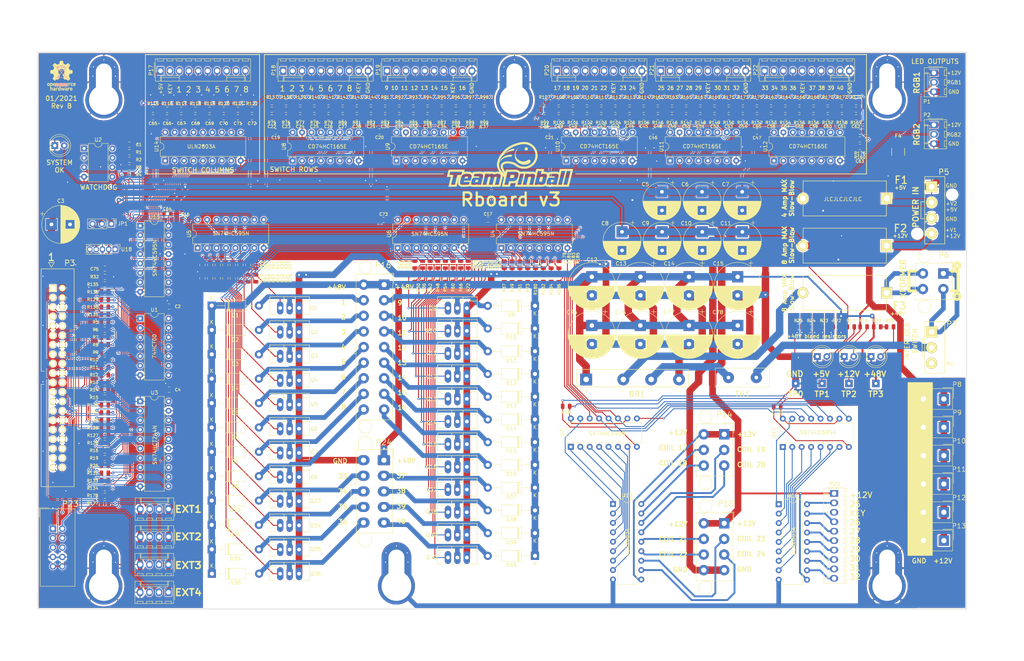
<source format=kicad_pcb>
(kicad_pcb (version 20171130) (host pcbnew "(5.1.8)-1")
  (title_block (title Rboard) (date 2021-01-17) (rev 3b) (company "Team Pinball") (comment 1 "GNU GPL V3"))
  (layers (0 F.Cu signal) (31 B.Cu signal) (34 B.Paste user hide) (35 F.Paste user) (36 B.SilkS user hide) (37 F.SilkS user) (38 B.Mask user) (39 F.Mask user hide) (44 Edge.Cuts user))
  (net 0 "")
  (net 1 GND)
  (net 2 +12V)
  (net 3 +48V)
  (net 4 VCC)
  (net 5 GNDPWR)
  (net 6 +3V3)
  (net 7 "Net-(P17-Pad2)")
  (net 8 "Net-(P18-Pad9)")
  (net 9 /LEDRGB1)
  (net 10 /LEDRGB2)
  (net 11 "Net-(U8-Pad7)")
  (net 12 "Net-(U8-Pad10)")
  (net 13 "Net-(U9-Pad7)")
  (net 14 "Net-(U13-Pad3)")
  (net 15 "/switch inputs/SW1")
  (net 16 "/switch inputs/SW2")
  (net 17 "/switch inputs/SW3")
  (net 18 "/switch inputs/SW4")
  (net 19 "/switch inputs/SW5")
  (net 20 "/switch inputs/SW6")
  (net 21 "/switch inputs/SW7")
  (net 22 "/switch inputs/SW8")
  (net 23 "/switch inputs/SW9")
  (net 24 "/switch inputs/SW10")
  (net 25 "/switch inputs/SW11")
  (net 26 "/switch inputs/SW12")
  (net 27 "/switch inputs/SW13")
  (net 28 "/switch inputs/SW14")
  (net 29 "/switch inputs/SW15")
  (net 30 "/switch inputs/SW16")
  (net 31 "/switch inputs/SW17")
  (net 32 "/switch inputs/SW18")
  (net 33 "/switch inputs/SW19")
  (net 34 "/switch inputs/SW20")
  (net 35 "/switch inputs/SW21")
  (net 36 "/switch inputs/SW22")
  (net 37 "/switch inputs/SW23")
  (net 38 "/switch inputs/SW24")
  (net 39 "/switch inputs/SW25")
  (net 40 "/switch inputs/SW26")
  (net 41 "/switch inputs/SW27")
  (net 42 "/switch inputs/SW28")
  (net 43 "/switch inputs/SW29")
  (net 44 "/switch inputs/SW30")
  (net 45 "/switch inputs/SW31")
  (net 46 "/switch inputs/SW32")
  (net 47 "/switch inputs/SW33")
  (net 48 "/switch inputs/SW34")
  (net 49 "/switch inputs/SW35")
  (net 50 "/switch inputs/SW36")
  (net 51 "/switch inputs/SW37")
  (net 52 "/switch inputs/SW38")
  (net 53 "/switch inputs/SW39")
  (net 54 "/switch inputs/SW40")
  (net 55 "/switch inputs/COL1")
  (net 56 "/switch inputs/COL2")
  (net 57 "/switch inputs/COL3")
  (net 58 "/switch inputs/COL4")
  (net 59 "/switch inputs/COL5")
  (net 60 "/switch inputs/COL6")
  (net 61 "/switch inputs/COL7")
  (net 62 "/switch inputs/COL8")
  (net 63 "/coils outputs/COIL_1")
  (net 64 "/coils outputs/COIL_2")
  (net 65 "/coils outputs/COIL_3")
  (net 66 "/coils outputs/COIL_4")
  (net 67 "/coils outputs/COIL_5")
  (net 68 "/coils outputs/COIL_6")
  (net 69 "/coils outputs/COIL_7")
  (net 70 "/coils outputs/COIL_8")
  (net 71 "/coils outputs/COIL_9")
  (net 72 "/coils outputs/COIL_10")
  (net 73 "/coils outputs/COIL_11")
  (net 74 "/coils outputs/COIL_12")
  (net 75 "/coils outputs/COIL_13")
  (net 76 "/coils outputs/COIL_14")
  (net 77 "/coils outputs/COIL_15")
  (net 78 "/coils outputs/COIL_16")
  (net 79 "Net-(LED1-Pad2)")
  (net 80 "Net-(LED2-Pad2)")
  (net 81 "Net-(LED3-Pad2)")
  (net 82 "Net-(LED4-Pad2)")
  (net 83 "Net-(P3-Pad8)")
  (net 84 "Net-(P3-Pad10)")
  (net 85 "Net-(P3-Pad18)")
  (net 86 "Net-(P3-Pad22)")
  (net 87 "Net-(P3-Pad26)")
  (net 88 "Net-(P3-Pad32)")
  (net 89 "Net-(P3-Pad33)")
  (net 90 "Net-(P3-Pad36)")
  (net 91 "Net-(P3-Pad37)")
  (net 92 "/coils outputs/CO1")
  (net 93 "/coils outputs/CO2")
  (net 94 "/coils outputs/CO3")
  (net 95 "/coils outputs/CO4")
  (net 96 "/coils outputs/CO5")
  (net 97 "/coils outputs/CO6")
  (net 98 "/coils outputs/CO7")
  (net 99 "/coils outputs/CO8")
  (net 100 "/coils outputs/CO9")
  (net 101 "/coils outputs/CO10")
  (net 102 "/coils outputs/CO11")
  (net 103 "/coils outputs/CO12")
  (net 104 "/coils outputs/CO13")
  (net 105 "/coils outputs/CO14")
  (net 106 "/coils outputs/CO15")
  (net 107 "/coils outputs/CO16")
  (net 108 /~)
  (net 109 "Net-(R4-Pad1)")
  (net 110 "Net-(R14-Pad1)")
  (net 111 "Net-(R24-Pad1)")
  (net 112 "Net-(R27-Pad2)")
  (net 113 "Net-(R29-Pad2)")
  (net 114 "Net-(R31-Pad2)")
  (net 115 "Net-(R33-Pad2)")
  (net 116 "Net-(R35-Pad2)")
  (net 117 "Net-(R39-Pad2)")
  (net 118 "Net-(R41-Pad2)")
  (net 119 "Net-(R43-Pad2)")
  (net 120 "Net-(R45-Pad2)")
  (net 121 "Net-(R47-Pad2)")
  (net 122 "Net-(R51-Pad2)")
  (net 123 "Net-(R53-Pad2)")
  (net 124 "Net-(R55-Pad2)")
  (net 125 "Net-(R57-Pad2)")
  (net 126 "Net-(R59-Pad2)")
  (net 127 "Net-(R63-Pad2)")
  (net 128 "Net-(R65-Pad2)")
  (net 129 "Net-(R67-Pad2)")
  (net 130 "Net-(R69-Pad2)")
  (net 131 "Net-(R71-Pad2)")
  (net 132 "Net-(U1-Pad3)")
  (net 133 "Net-(U1-Pad12)")
  (net 134 "Net-(U2-Pad5)")
  (net 135 "Net-(U2-Pad7)")
  (net 136 "Net-(U3-Pad5)")
  (net 137 "Net-(U5-Pad9)")
  (net 138 "Net-(U10-Pad9)")
  (net 139 "Net-(U10-Pad7)")
  (net 140 "/switch inputs/SW_S")
  (net 141 "Net-(U11-Pad7)")
  (net 142 "Net-(U11-Pad10)")
  (net 143 "Net-(U12-Pad7)")
  (net 144 "Net-(U12-Pad10)")
  (net 145 "Net-(U13-Pad1)")
  (net 146 "Net-(U13-Pad2)")
  (net 147 "Net-(U13-Pad4)")
  (net 148 "Net-(U13-Pad5)")
  (net 149 "Net-(U13-Pad6)")
  (net 150 "Net-(U13-Pad7)")
  (net 151 "Net-(U13-Pad9)")
  (net 152 "Net-(U13-Pad15)")
  (net 153 "Net-(P19-Pad8)")
  (net 154 "Net-(P20-Pad7)")
  (net 155 "Net-(P21-Pad6)")
  (net 156 "Net-(P22-Pad5)")
  (net 157 "/power supply/+V2")
  (net 158 "/power supply/+V1")
  (net 159 "Net-(R20-Pad2)")
  (net 160 "Net-(R22-Pad1)")
  (net 161 "Net-(R23-Pad1)")
  (net 162 "/power supply/35VAC_return")
  (net 163 "/power supply/35VAC_NTC")
  (net 164 "/power supply/35VAC_live")
  (net 165 "Net-(P7-Pad3)")
  (net 166 /DOUT_3V3)
  (net 167 /DIN_3V3)
  (net 168 /LRCK_3V3)
  (net 169 /SWIN_3V3)
  (net 170 /SWOUT_3V3)
  (net 171 /SDA_3V3)
  (net 172 /RGB2_EN_3V3)
  (net 173 /RGB1_EN_3V3)
  (net 174 /LEDRGB_3V3)
  (net 175 /BCLK_3V3)
  (net 176 /COOUT_3V3)
  (net 177 /SWLATCH_3V3)
  (net 178 /COLATCH_5V)
  (net 179 /COCLK_3V3)
  (net 180 /COLATCH_3V3)
  (net 181 /SWCLK_3V3)
  (net 182 "Net-(R123-Pad1)")
  (net 183 "Net-(R124-Pad1)")
  (net 184 "Net-(R125-Pad1)")
  (net 185 "Net-(R126-Pad1)")
  (net 186 "Net-(R127-Pad1)")
  (net 187 "Net-(R128-Pad1)")
  (net 188 "Net-(R129-Pad1)")
  (net 189 "Net-(R130-Pad1)")
  (net 190 "Net-(R131-Pad1)")
  (net 191 /SWOUT_5V)
  (net 192 /SWLATCH_5V)
  (net 193 /SWCLK_5V)
  (net 194 /COCLK_5V)
  (net 195 /SWIN_5V)
  (net 196 /COOUT_5V)
  (net 197 /SCL_3V3)
  (net 198 "Net-(R16-Pad2)")
  (net 199 "Net-(R19-Pad2)")
  (net 200 "Net-(R26-Pad2)")
  (net 201 "Net-(R132-Pad2)")
  (net 202 "Net-(R133-Pad2)")
  (net 203 "Net-(R134-Pad2)")
  (net 204 "Net-(R135-Pad2)")
  (net 205 "Net-(R136-Pad2)")
  (net 206 +12V_LED)
  (net 207 "Net-(R1-Pad1)")
  (net 208 "Net-(BR1-Pad2)")
  (net 209 "Net-(F3-Pad1)")
  (net 210 "Net-(C22-Pad1)")
  (net 211 "Net-(C23-Pad1)")
  (net 212 "Net-(C24-Pad1)")
  (net 213 "Net-(C25-Pad1)")
  (net 214 "Net-(C26-Pad1)")
  (net 215 "Net-(C27-Pad1)")
  (net 216 "Net-(C28-Pad1)")
  (net 217 "Net-(C29-Pad1)")
  (net 218 "Net-(C30-Pad1)")
  (net 219 "Net-(C31-Pad1)")
  (net 220 "Net-(C32-Pad1)")
  (net 221 "Net-(C33-Pad1)")
  (net 222 "Net-(C34-Pad1)")
  (net 223 "Net-(C35-Pad1)")
  (net 224 "Net-(C36-Pad1)")
  (net 225 "Net-(C37-Pad1)")
  (net 226 "Net-(C38-Pad1)")
  (net 227 "Net-(C39-Pad1)")
  (net 228 "Net-(C40-Pad1)")
  (net 229 "Net-(C41-Pad1)")
  (net 230 "Net-(C42-Pad1)")
  (net 231 "Net-(C43-Pad1)")
  (net 232 "Net-(C44-Pad1)")
  (net 233 "Net-(C45-Pad1)")
  (net 234 "Net-(C48-Pad1)")
  (net 235 "Net-(C49-Pad1)")
  (net 236 "Net-(C50-Pad1)")
  (net 237 "Net-(C51-Pad1)")
  (net 238 "Net-(C52-Pad1)")
  (net 239 "Net-(C53-Pad1)")
  (net 240 "Net-(C54-Pad1)")
  (net 241 "Net-(C55-Pad1)")
  (net 242 "Net-(C56-Pad1)")
  (net 243 "Net-(C57-Pad1)")
  (net 244 "Net-(C58-Pad1)")
  (net 245 "Net-(C59-Pad1)")
  (net 246 "Net-(C60-Pad1)")
  (net 247 "Net-(C61-Pad1)")
  (net 248 "Net-(C62-Pad1)")
  (net 249 "Net-(C63-Pad1)")
  (net 250 "/coils outputs/COIL_33")
  (net 251 "/coils outputs/COIL_34")
  (net 252 "/coils outputs/COIL_35")
  (net 253 "/coils outputs/COIL_36")
  (net 254 "/coils outputs/COIL_37")
  (net 255 "/coils outputs/COIL_38")
  (net 256 "/coils outputs/COIL_39")
  (net 257 "/coils outputs/COIL_40")
  (net 258 /EXT4_3V3)
  (net 259 "/12v outputs/COIL_19")
  (net 260 "/12v outputs/COIL_20")
  (net 261 "/12v outputs/COIL_17")
  (net 262 "/12v outputs/COIL_18")
  (net 263 "/12v outputs/COIL_23")
  (net 264 "/12v outputs/COIL_24")
  (net 265 "/12v outputs/COIL_21")
  (net 266 "/12v outputs/COIL_22")
  (net 267 "/12v outputs/COIL_25")
  (net 268 "Net-(P25-Pad3)")
  (net 269 "/12v outputs/COIL_26")
  (net 270 "/12v outputs/COIL_27")
  (net 271 "/12v outputs/COIL_28")
  (net 272 "/12v outputs/COIL_29")
  (net 273 "/12v outputs/COIL_30")
  (net 274 "/12v outputs/COIL_31")
  (net 275 "/12v outputs/COIL_32")
  (net 276 "/coils outputs/CO33")
  (net 277 "/coils outputs/CO34")
  (net 278 "/coils outputs/CO35")
  (net 279 "/coils outputs/CO36")
  (net 280 "/coils outputs/CO37")
  (net 281 "/coils outputs/CO38")
  (net 282 "/coils outputs/CO39")
  (net 283 "/coils outputs/CO40")
  (net 284 "/12v outputs/CO17")
  (net 285 "/12v outputs/CO18")
  (net 286 "/12v outputs/CO19")
  (net 287 "/12v outputs/CO20")
  (net 288 "/12v outputs/CO21")
  (net 289 "/12v outputs/CO22")
  (net 290 "/12v outputs/CO23")
  (net 291 "/12v outputs/CO24")
  (net 292 "Net-(R179-Pad2)")
  (net 293 "Net-(R181-Pad2)")
  (net 294 "Net-(R183-Pad2)")
  (net 295 "Net-(R185-Pad2)")
  (net 296 "/12v outputs/CO25")
  (net 297 "/12v outputs/CO26")
  (net 298 "/12v outputs/CO27")
  (net 299 "/12v outputs/CO28")
  (net 300 "/12v outputs/CO29")
  (net 301 "/12v outputs/CO30")
  (net 302 "/12v outputs/CO31")
  (net 303 "/12v outputs/CO32")
  (net 304 "/12v outputs/COOUT33-40")
  (net 305 "Net-(U4-Pad9)")
  (net 306 "/12v outputs/COOUT17-32")
  (net 307 "Net-(U17-Pad14)")
  (net 308 +5V)
  (net 309 "Net-(P3-Pad28)")
  (net 310 "Net-(P3-Pad27)")
  (net 311 "Net-(P23-Pad5)")
  (net 312 "/power supply/Vout")
  (net 313 "/power supply/Trim")
  (net 314 "/power supply/On-Off")
  (module lib:TO-220_123 (layer F.Cu) (at 83.0035 84.085)
    (fp_text reference Q1 (at 6.4965 0.015) (layer F.SilkS))
    (fp_text value IRL540 hide)
    (pad 2 thru_hole oval (at 0 0 90) (size 3.50012 1.69926) (drill 1.00076) (layers *.Cu *.Mask) (net 63 "/coils outputs/COIL_1"))
    (pad 1 thru_hole oval (at -2.54 0 90) (size 3.50012 1.69926) (drill 1.00076) (layers *.Cu *.Mask) (net 92 "/coils outputs/CO1"))
    (pad 3 thru_hole oval (at 2.54 0 90) (size 3.50012 1.69926) (drill 1.00076) (layers *.Cu *.Mask) (net 5 GNDPWR))
  )
  (module lib:TO-220_123 (layer F.Cu) (at 128.1615 151.249992)
    (fp_text reference Q40 (at -6.9615 -0.049992) (layer F.SilkS))
    (fp_text value IRL540)
    (pad 2 thru_hole oval (at 0 0 90) (size 3.50012 1.69926) (drill 1.00076) (layers *.Cu *.Mask) (net 257 "/coils outputs/COIL_40"))
    (pad 1 thru_hole oval (at -2.54 0 90) (size 3.50012 1.69926) (drill 1.00076) (layers *.Cu *.Mask) (net 283 "/coils outputs/CO40"))
    (pad 3 thru_hole oval (at 2.54 0 90) (size 3.50012 1.69926) (drill 1.00076) (layers *.Cu *.Mask) (net 5 GNDPWR))
  )
  (module lib:TO-220_123 (layer F.Cu) (at 128.1615 145.14862)
    (fp_text reference Q39 (at -6.9615 0.05138) (layer F.SilkS))
    (fp_text value IRL540)
    (pad 2 thru_hole oval (at 0 0 90) (size 3.50012 1.69926) (drill 1.00076) (layers *.Cu *.Mask) (net 256 "/coils outputs/COIL_39"))
    (pad 1 thru_hole oval (at -2.54 0 90) (size 3.50012 1.69926) (drill 1.00076) (layers *.Cu *.Mask) (net 282 "/coils outputs/CO39"))
    (pad 3 thru_hole oval (at 2.54 0 90) (size 3.50012 1.69926) (drill 1.00076) (layers *.Cu *.Mask) (net 5 GNDPWR))
  )
  (module lib:TO-220_123 (layer F.Cu) (at 128.1615 139.047258)
    (fp_text reference Q38 (at -6.9615 -0.047258) (layer F.SilkS))
    (fp_text value IRL540)
    (pad 2 thru_hole oval (at 0 0 90) (size 3.50012 1.69926) (drill 1.00076) (layers *.Cu *.Mask) (net 255 "/coils outputs/COIL_38"))
    (pad 1 thru_hole oval (at -2.54 0 90) (size 3.50012 1.69926) (drill 1.00076) (layers *.Cu *.Mask) (net 281 "/coils outputs/CO38"))
    (pad 3 thru_hole oval (at 2.54 0 90) (size 3.50012 1.69926) (drill 1.00076) (layers *.Cu *.Mask) (net 5 GNDPWR))
  )
  (module lib:TO-220_123 (layer F.Cu) (at 128.1615 132.945896)
    (fp_text reference Q37 (at -6.9615 0.054104) (layer F.SilkS))
    (fp_text value IRL540)
    (pad 2 thru_hole oval (at 0 0 90) (size 3.50012 1.69926) (drill 1.00076) (layers *.Cu *.Mask) (net 254 "/coils outputs/COIL_37"))
    (pad 1 thru_hole oval (at -2.54 0 90) (size 3.50012 1.69926) (drill 1.00076) (layers *.Cu *.Mask) (net 280 "/coils outputs/CO37"))
    (pad 3 thru_hole oval (at 2.54 0 90) (size 3.50012 1.69926) (drill 1.00076) (layers *.Cu *.Mask) (net 5 GNDPWR))
  )
  (module lib:TO-220_123 (layer F.Cu) (at 83.0035 149.09863)
    (fp_text reference Q35 (at 6.9965 -0.09863) (layer F.SilkS))
    (fp_text value IRL540)
    (pad 2 thru_hole oval (at 0 0 90) (size 3.50012 1.69926) (drill 1.00076) (layers *.Cu *.Mask) (net 252 "/coils outputs/COIL_35"))
    (pad 1 thru_hole oval (at -2.54 0 90) (size 3.50012 1.69926) (drill 1.00076) (layers *.Cu *.Mask) (net 278 "/coils outputs/CO35"))
    (pad 3 thru_hole oval (at 2.54 0 90) (size 3.50012 1.69926) (drill 1.00076) (layers *.Cu *.Mask) (net 5 GNDPWR))
  )
  (module lib:TO-220_123 (layer F.Cu) (at 83.0035 142.597267)
    (fp_text reference Q34 (at 6.9965 0.002733) (layer F.SilkS))
    (fp_text value IRL540)
    (pad 2 thru_hole oval (at 0 0 90) (size 3.50012 1.69926) (drill 1.00076) (layers *.Cu *.Mask) (net 251 "/coils outputs/COIL_34"))
    (pad 1 thru_hole oval (at -2.54 0 90) (size 3.50012 1.69926) (drill 1.00076) (layers *.Cu *.Mask) (net 277 "/coils outputs/CO34"))
    (pad 3 thru_hole oval (at 2.54 0 90) (size 3.50012 1.69926) (drill 1.00076) (layers *.Cu *.Mask) (net 5 GNDPWR))
  )
  (module lib:TO-220_123 (layer F.Cu) (at 83.0035 136.095904)
    (fp_text reference Q33 (at 6.9965 -0.095904) (layer F.SilkS))
    (fp_text value IRL540)
    (pad 2 thru_hole oval (at 0 0 90) (size 3.50012 1.69926) (drill 1.00076) (layers *.Cu *.Mask) (net 250 "/coils outputs/COIL_33"))
    (pad 1 thru_hole oval (at -2.54 0 90) (size 3.50012 1.69926) (drill 1.00076) (layers *.Cu *.Mask) (net 276 "/coils outputs/CO33"))
    (pad 3 thru_hole oval (at 2.54 0 90) (size 3.50012 1.69926) (drill 1.00076) (layers *.Cu *.Mask) (net 5 GNDPWR))
  )
  (module lib:TO-220_123 (layer F.Cu) (at 83.0035 155.6)
    (fp_text reference Q36 (at 6.9965 0) (layer F.SilkS))
    (fp_text value IRL540)
    (pad 2 thru_hole oval (at 0 0 90) (size 3.50012 1.69926) (drill 1.00076) (layers *.Cu *.Mask) (net 253 "/coils outputs/COIL_36"))
    (pad 1 thru_hole oval (at -2.54 0 90) (size 3.50012 1.69926) (drill 1.00076) (layers *.Cu *.Mask) (net 279 "/coils outputs/CO36"))
    (pad 3 thru_hole oval (at 2.54 0 90) (size 3.50012 1.69926) (drill 1.00076) (layers *.Cu *.Mask) (net 5 GNDPWR))
  )
  (module lib:TO-220_123 (layer F.Cu) (at 128.1615 84.135)
    (fp_text reference Q9 (at -6.5615 0.065) (layer F.SilkS))
    (fp_text value IRL540)
    (pad 2 thru_hole oval (at 0 0 90) (size 3.50012 1.69926) (drill 1.00076) (layers *.Cu *.Mask) (net 71 "/coils outputs/COIL_9"))
    (pad 1 thru_hole oval (at -2.54 0 90) (size 3.50012 1.69926) (drill 1.00076) (layers *.Cu *.Mask) (net 100 "/coils outputs/CO9"))
    (pad 3 thru_hole oval (at 2.54 0 90) (size 3.50012 1.69926) (drill 1.00076) (layers *.Cu *.Mask) (net 5 GNDPWR))
  )
  (module lib:TO-220_123 (layer F.Cu) (at 128.1615 114.64181)
    (fp_text reference Q14 (at -6.9615 0.35819) (layer F.SilkS))
    (fp_text value IRL540)
    (pad 2 thru_hole oval (at 0 0 90) (size 3.50012 1.69926) (drill 1.00076) (layers *.Cu *.Mask) (net 76 "/coils outputs/COIL_14"))
    (pad 1 thru_hole oval (at -2.54 0 90) (size 3.50012 1.69926) (drill 1.00076) (layers *.Cu *.Mask) (net 105 "/coils outputs/CO14"))
    (pad 3 thru_hole oval (at 2.54 0 90) (size 3.50012 1.69926) (drill 1.00076) (layers *.Cu *.Mask) (net 5 GNDPWR))
  )
  (module lib:TO-220_123 (layer F.Cu) (at 83.0035 90.586363)
    (fp_text reference Q2 (at 6.5965 0.013637) (layer F.SilkS))
    (fp_text value IRL540)
    (pad 2 thru_hole oval (at 0 0 90) (size 3.50012 1.69926) (drill 1.00076) (layers *.Cu *.Mask) (net 64 "/coils outputs/COIL_2"))
    (pad 1 thru_hole oval (at -2.54 0 90) (size 3.50012 1.69926) (drill 1.00076) (layers *.Cu *.Mask) (net 93 "/coils outputs/CO2"))
    (pad 3 thru_hole oval (at 2.54 0 90) (size 3.50012 1.69926) (drill 1.00076) (layers *.Cu *.Mask) (net 5 GNDPWR))
  )
  (module lib:TO-220_123 (layer F.Cu) (at 83.0035 97.087726)
    (fp_text reference Q3 (at 6.5965 -0.087726) (layer F.SilkS))
    (fp_text value IRL540)
    (pad 2 thru_hole oval (at 0 0 90) (size 3.50012 1.69926) (drill 1.00076) (layers *.Cu *.Mask) (net 65 "/coils outputs/COIL_3"))
    (pad 1 thru_hole oval (at -2.54 0 90) (size 3.50012 1.69926) (drill 1.00076) (layers *.Cu *.Mask) (net 94 "/coils outputs/CO3"))
    (pad 3 thru_hole oval (at 2.54 0 90) (size 3.50012 1.69926) (drill 1.00076) (layers *.Cu *.Mask) (net 5 GNDPWR))
  )
  (module lib:TO-220_123 (layer F.Cu) (at 83.0035 103.589089)
    (fp_text reference Q4 (at 6.5965 -0.189089) (layer F.SilkS))
    (fp_text value IRL540)
    (pad 2 thru_hole oval (at 0 0 90) (size 3.50012 1.69926) (drill 1.00076) (layers *.Cu *.Mask) (net 66 "/coils outputs/COIL_4"))
    (pad 1 thru_hole oval (at -2.54 0 90) (size 3.50012 1.69926) (drill 1.00076) (layers *.Cu *.Mask) (net 95 "/coils outputs/CO4"))
    (pad 3 thru_hole oval (at 2.54 0 90) (size 3.50012 1.69926) (drill 1.00076) (layers *.Cu *.Mask) (net 5 GNDPWR))
  )
  (module lib:TO-220_123 (layer F.Cu) (at 83.0035 110.090452)
    (fp_text reference Q5 (at 6.5965 -0.090452) (layer F.SilkS))
    (fp_text value IRL540)
    (pad 2 thru_hole oval (at 0 0 90) (size 3.50012 1.69926) (drill 1.00076) (layers *.Cu *.Mask) (net 67 "/coils outputs/COIL_5"))
    (pad 1 thru_hole oval (at -2.54 0 90) (size 3.50012 1.69926) (drill 1.00076) (layers *.Cu *.Mask) (net 96 "/coils outputs/CO5"))
    (pad 3 thru_hole oval (at 2.54 0 90) (size 3.50012 1.69926) (drill 1.00076) (layers *.Cu *.Mask) (net 5 GNDPWR))
  )
  (module lib:TO-220_123 (layer F.Cu) (at 83.0035 116.591815)
    (fp_text reference Q6 (at 6.5965 0.008185) (layer F.SilkS))
    (fp_text value IRL540)
    (pad 2 thru_hole oval (at 0 0 90) (size 3.50012 1.69926) (drill 1.00076) (layers *.Cu *.Mask) (net 68 "/coils outputs/COIL_6"))
    (pad 1 thru_hole oval (at -2.54 0 90) (size 3.50012 1.69926) (drill 1.00076) (layers *.Cu *.Mask) (net 97 "/coils outputs/CO6"))
    (pad 3 thru_hole oval (at 2.54 0 90) (size 3.50012 1.69926) (drill 1.00076) (layers *.Cu *.Mask) (net 5 GNDPWR))
  )
  (module lib:TO-220_123 (layer F.Cu) (at 83.0035 123.093178)
    (fp_text reference Q7 (at 6.5965 -0.093178) (layer F.SilkS))
    (fp_text value IRL540)
    (pad 2 thru_hole oval (at 0 0 90) (size 3.50012 1.69926) (drill 1.00076) (layers *.Cu *.Mask) (net 69 "/coils outputs/COIL_7"))
    (pad 1 thru_hole oval (at -2.54 0 90) (size 3.50012 1.69926) (drill 1.00076) (layers *.Cu *.Mask) (net 98 "/coils outputs/CO7"))
    (pad 3 thru_hole oval (at 2.54 0 90) (size 3.50012 1.69926) (drill 1.00076) (layers *.Cu *.Mask) (net 5 GNDPWR))
  )
  (module lib:TO-220_123 (layer F.Cu) (at 83.0035 129.594541)
    (fp_text reference Q8 (at 6.5965 0.005459) (layer F.SilkS))
    (fp_text value IRL540)
    (pad 2 thru_hole oval (at 0 0 90) (size 3.50012 1.69926) (drill 1.00076) (layers *.Cu *.Mask) (net 70 "/coils outputs/COIL_8"))
    (pad 1 thru_hole oval (at -2.54 0 90) (size 3.50012 1.69926) (drill 1.00076) (layers *.Cu *.Mask) (net 99 "/coils outputs/CO8"))
    (pad 3 thru_hole oval (at 2.54 0 90) (size 3.50012 1.69926) (drill 1.00076) (layers *.Cu *.Mask) (net 5 GNDPWR))
  )
  (module lib:TO-220_123 (layer F.Cu) (at 128.1615 90.236362)
    (fp_text reference Q10 (at -7.1615 -0.036362) (layer F.SilkS))
    (fp_text value IRL540)
    (pad 2 thru_hole oval (at 0 0 90) (size 3.50012 1.69926) (drill 1.00076) (layers *.Cu *.Mask) (net 72 "/coils outputs/COIL_10"))
    (pad 1 thru_hole oval (at -2.54 0 90) (size 3.50012 1.69926) (drill 1.00076) (layers *.Cu *.Mask) (net 101 "/coils outputs/CO10"))
    (pad 3 thru_hole oval (at 2.54 0 90) (size 3.50012 1.69926) (drill 1.00076) (layers *.Cu *.Mask) (net 5 GNDPWR))
  )
  (module lib:TO-220_123 (layer F.Cu) (at 128.1615 96.337724)
    (fp_text reference Q11 (at -6.9615 -0.137724) (layer F.SilkS))
    (fp_text value IRL540)
    (pad 2 thru_hole oval (at 0 0 90) (size 3.50012 1.69926) (drill 1.00076) (layers *.Cu *.Mask) (net 73 "/coils outputs/COIL_11"))
    (pad 1 thru_hole oval (at -2.54 0 90) (size 3.50012 1.69926) (drill 1.00076) (layers *.Cu *.Mask) (net 102 "/coils outputs/CO11"))
    (pad 3 thru_hole oval (at 2.54 0 90) (size 3.50012 1.69926) (drill 1.00076) (layers *.Cu *.Mask) (net 5 GNDPWR))
  )
  (module lib:TO-220_123 (layer F.Cu) (at 128.1615 102.439086)
    (fp_text reference Q12 (at -6.9615 0.160914) (layer F.SilkS))
    (fp_text value IRL540)
    (pad 2 thru_hole oval (at 0 0 90) (size 3.50012 1.69926) (drill 1.00076) (layers *.Cu *.Mask) (net 74 "/coils outputs/COIL_12"))
    (pad 1 thru_hole oval (at -2.54 0 90) (size 3.50012 1.69926) (drill 1.00076) (layers *.Cu *.Mask) (net 103 "/coils outputs/CO12"))
    (pad 3 thru_hole oval (at 2.54 0 90) (size 3.50012 1.69926) (drill 1.00076) (layers *.Cu *.Mask) (net 5 GNDPWR))
  )
  (module lib:TO-220_123 (layer F.Cu) (at 128.1615 108.540448)
    (fp_text reference Q13 (at -6.9615 0.059552) (layer F.SilkS))
    (fp_text value IRL540)
    (pad 2 thru_hole oval (at 0 0 90) (size 3.50012 1.69926) (drill 1.00076) (layers *.Cu *.Mask) (net 75 "/coils outputs/COIL_13"))
    (pad 1 thru_hole oval (at -2.54 0 90) (size 3.50012 1.69926) (drill 1.00076) (layers *.Cu *.Mask) (net 104 "/coils outputs/CO13"))
    (pad 3 thru_hole oval (at 2.54 0 90) (size 3.50012 1.69926) (drill 1.00076) (layers *.Cu *.Mask) (net 5 GNDPWR))
  )
  (module lib:TO-220_123 (layer F.Cu) (at 128.1615 120.743172)
    (fp_text reference Q15 (at -6.9615 0.056828) (layer F.SilkS))
    (fp_text value IRL540)
    (pad 2 thru_hole oval (at 0 0 90) (size 3.50012 1.69926) (drill 1.00076) (layers *.Cu *.Mask) (net 77 "/coils outputs/COIL_15"))
    (pad 1 thru_hole oval (at -2.54 0 90) (size 3.50012 1.69926) (drill 1.00076) (layers *.Cu *.Mask) (net 106 "/coils outputs/CO15"))
    (pad 3 thru_hole oval (at 2.54 0 90) (size 3.50012 1.69926) (drill 1.00076) (layers *.Cu *.Mask) (net 5 GNDPWR))
  )
  (module lib:TO-220_123 (layer F.Cu) (at 128.1615 126.844534)
    (fp_text reference Q16 (at -6.9615 -0.044534) (layer F.SilkS))
    (fp_text value IRL540)
    (pad 2 thru_hole oval (at 0 0 90) (size 3.50012 1.69926) (drill 1.00076) (layers *.Cu *.Mask) (net 78 "/coils outputs/COIL_16"))
    (pad 1 thru_hole oval (at -2.54 0 90) (size 3.50012 1.69926) (drill 1.00076) (layers *.Cu *.Mask) (net 107 "/coils outputs/CO16"))
    (pad 3 thru_hole oval (at 2.54 0 90) (size 3.50012 1.69926) (drill 1.00076) (layers *.Cu *.Mask) (net 5 GNDPWR))
  )
  (module lib:OKR-T-3-W12-C (layer F.Cu) (at 36.04 68.3 270)
    (fp_text reference U18 (at 0 -3.06) (layer F.SilkS))
    (fp_text value OKR-T/3-W12-C)
    (pad 5 thru_hole oval (at 0 6.8 270) (size 1.7 1.42) (drill 0.94) (layers *.Cu *.Mask) (net 313 "/power supply/Trim"))
    (pad 4 thru_hole oval (at 0 5.1 270) (size 1.7 1.42) (drill 0.94) (layers *.Cu *.Mask) (net 312 "/power supply/Vout"))
    (pad 3 thru_hole oval (at 0 3.4 270) (size 1.7 1.42) (drill 0.94) (layers *.Cu *.Mask) (net 1 GND))
    (pad 2 thru_hole oval (at 0 1.7 270) (size 1.7 1.42) (drill 0.94) (layers *.Cu *.Mask) (net 2 +12V))
    (pad 1 thru_hole rect (at 0 0 270) (size 1.7 1.42) (drill 0.94) (layers *.Cu *.Mask) (net 314 "/power supply/On-Off"))
  )
  (module Connector_IDC:IDC-Header_2x05_P2.54mm_Vertical (layer F.Cu) (at 19.304 143.478)
    (fp_text reference P23 (at 4.696 -6.678) (layer F.SilkS) (effects (font (size 1.5 1.5) (thickness 0.2))))
    (fp_text value PCM)
    (pad 10 thru_hole oval (at 2.54 10.16) (size 1.7272 1.7272) (drill 1.016) (layers *.Cu *.Mask) (net 6 +3V3))
    (pad 9 thru_hole oval (at 0 10.16) (size 1.7272 1.7272) (drill 1.016) (layers *.Cu *.Mask) (net 6 +3V3))
    (pad 8 thru_hole oval (at 2.54 7.62) (size 1.7272 1.7272) (drill 1.016) (layers *.Cu *.Mask) (net 1 GND))
    (pad 7 thru_hole oval (at 0 7.62) (size 1.7272 1.7272) (drill 1.016) (layers *.Cu *.Mask) (net 1 GND))
    (pad 6 thru_hole oval (at 2.54 5.08) (size 1.7272 1.7272) (drill 1.016) (layers *.Cu *.Mask) (net 166 /DOUT_3V3))
    (pad 5 thru_hole oval (at 0 5.08) (size 1.7272 1.7272) (drill 1.016) (layers *.Cu *.Mask) (net 311 "Net-(P23-Pad5)"))
    (pad 4 thru_hole oval (at 2.54 2.54) (size 1.7272 1.7272) (drill 1.016) (layers *.Cu *.Mask) (net 175 /BCLK_3V3))
    (pad 3 thru_hole oval (at 0 2.54) (size 1.7272 1.7272) (drill 1.016) (layers *.Cu *.Mask) (net 168 /LRCK_3V3))
    (pad 2 thru_hole oval (at 2.54 0) (size 1.7272 1.7272) (drill 1.016) (layers *.Cu *.Mask) (net 197 /SCL_3V3))
    (pad 1 thru_hole rect (at 0 0) (size 1.7272 1.7272) (drill 1.016) (layers *.Cu *.Mask) (net 171 /SDA_3V3))
  )
  (module lib:C_0805_2012Metric (layer F.Cu) (at 33.29 73.5 180)
    (fp_text reference C75 (at 2.79 -0.1) (layer F.SilkS) (effects (font (size 0.8 0.8))))
    (fp_text value "10uF 16V")
    (pad 2 smd roundrect (at 0.9375 0 180) (size 0.975 1.4) (layers F.Cu F.Paste F.Mask) (net 1 GND))
    (pad 1 smd roundrect (at -0.9375 0 180) (size 0.975 1.4) (layers F.Cu F.Paste F.Mask) (net 2 +12V))
  )
  (module lib:NET-TIE_DOUBLE (layer F.Cu) (at 207.4 80.518 180)
    (fp_text reference NT1 hide)
    (fp_text value net-tie hide)
    (fp_poly (pts (xy -0.9 -0.9) (xy -0.9 0.9) (xy 0.9 0.9) (xy 0.9 -0.9)) (layer F.Cu) (width 0.1))
    (fp_poly (pts (xy -0.9 -0.9) (xy -0.9 0.9) (xy 0.9 0.9) (xy 0.9 -0.9)) (layer B.Cu) (width 0.1))
    (pad 1F smd rect (at -1.55 0 270) (size 1.9 1.3) (layers F.Cu) (net 1 GND))
    (pad 2F smd rect (at 1.55 0 270) (size 1.9 1.3) (layers F.Cu) (net 5 GNDPWR))
    (pad 1B smd rect (at -1.55 0 270) (size 1.9 1.3) (layers B.Cu) (net 1 GND))
    (pad 2B smd rect (at 1.55 0 270) (size 1.9 1.3) (layers B.Cu) (net 5 GNDPWR))
  )
  (module Connector_PinHeader_2.54mm:PinHeader_1x03_P2.54mm_Vertical (layer F.Cu) (at 35.04 61.45 270)
    (fp_text reference JP1 (at -0.05 -3.06 180) (layer F.SilkS))
    (fp_text value Jumper_3_Bridged12)
    (pad 3 thru_hole oval (at 0 5.08 270) (size 1.7 1.7) (drill 1) (layers *.Cu *.Mask) (net 312 "/power supply/Vout"))
    (pad 2 thru_hole oval (at 0 2.54 270) (size 1.7 1.7) (drill 1) (layers *.Cu *.Mask) (net 308 +5V))
    (pad 1 thru_hole rect (at 0 0 270) (size 1.7 1.7) (drill 1) (layers *.Cu *.Mask) (net 4 VCC))
  )
  (module lib:R_0805_2012Metric (layer F.Cu) (at 33.29 75.7)
    (fp_text reference R32 (at -2.79 0) (layer F.SilkS) (effects (font (size 0.8 0.8))))
    (fp_text value 261R)
    (pad 2 smd roundrect (at 0.9375 0) (size 0.975 1.4) (layers F.Cu F.Paste F.Mask) (net 1 GND))
    (pad 1 smd roundrect (at -0.9375 0) (size 0.975 1.4) (layers F.Cu F.Paste F.Mask) (net 313 "/power supply/Trim"))
  )
  (module lib:Mini-Fit_6W (layer F.Cu) (at 199.968 118.092 270)
    (fp_text reference P14 (at -5.334 -0.044) (layer F.SilkS) (effects (font (size 1.5 1.5) (thickness 0.2))))
    (fp_text value Mini-Fit_6W)
    (pad 1 thru_hole rect (at 0 0 270) (size 2.8 2.8) (drill 1.4) (layers *.Cu *.Mask) (net 2 +12V))
    (pad 2 thru_hole circle (at 4.2 0 270) (size 2.8 2.8) (drill 1.4) (layers *.Cu *.Mask) (net 259 "/12v outputs/COIL_19"))
    (pad 3 thru_hole circle (at 8.4 0 270) (size 2.8 2.8) (drill 1.4) (layers *.Cu *.Mask) (net 260 "/12v outputs/COIL_20"))
    (pad 4 thru_hole circle (at 0 5.5 270) (size 2.8 2.8) (drill 1.4) (layers *.Cu *.Mask) (net 2 +12V))
    (pad 5 thru_hole circle (at 4.2 5.5 270) (size 2.8 2.8) (drill 1.4) (layers *.Cu *.Mask) (net 261 "/12v outputs/COIL_17"))
    (pad 6 thru_hole circle (at 8.4 5.5 270) (size 2.8 2.8) (drill 1.4) (layers *.Cu *.Mask) (net 262 "/12v outputs/COIL_18"))
    (pad "" np_thru_hole circle (at -4.7 5.04 270) (size 3 3) (drill 3) (layers *.Cu *.Mask))
    (pad "" np_thru_hole circle (at 13.1 5.04 270) (size 3 3) (drill 3) (layers *.Cu *.Mask))
  )
  (module lib:C_0805_2012Metric (layer F.Cu) (at 214.24 110.7 180)
    (fp_text reference C79 (at 0 -1.65) (layer F.SilkS))
    (fp_text value 100nF)
    (pad 2 smd roundrect (at 0.9375 0 180) (size 0.975 1.4) (layers F.Cu F.Paste F.Mask) (net 1 GND))
    (pad 1 smd roundrect (at -0.9375 0 180) (size 0.975 1.4) (layers F.Cu F.Paste F.Mask) (net 4 VCC))
  )
  (module lib:R_0805_2012Metric (layer F.Cu) (at 73.89 72.5 90)
    (fp_text reference R27 (at -0.1 9.31 90) (layer F.SilkS) (effects (font (size 0.8 0.8))))
    (fp_text value 100R)
    (pad 2 smd roundrect (at 0.9375 0 90) (size 0.975 1.4) (layers F.Cu F.Paste F.Mask) (net 112 "Net-(R27-Pad2)"))
    (pad 1 smd roundrect (at -0.9375 0 90) (size 0.975 1.4) (layers F.Cu F.Paste F.Mask) (net 92 "/coils outputs/CO1"))
  )
  (module lib:R_0805_2012Metric (layer F.Cu) (at 73.89 76.1 90)
    (fp_text reference R28 (at 0 9.31 90) (layer F.SilkS) (effects (font (size 0.8 0.8))))
    (fp_text value 4.7k)
    (pad 2 smd roundrect (at 0.9375 0 90) (size 0.975 1.4) (layers F.Cu F.Paste F.Mask) (net 92 "/coils outputs/CO1"))
    (pad 1 smd roundrect (at -0.9375 0 90) (size 0.975 1.4) (layers F.Cu F.Paste F.Mask) (net 1 GND))
  )
  (module lib:R_0805_2012Metric (layer F.Cu) (at 59.54 76.1 90)
    (fp_text reference R70 (at 0 15.86 90) (layer F.SilkS) (effects (font (size 0.8 0.8))))
    (fp_text value 4.7k)
    (pad 2 smd roundrect (at 0.9375 0 90) (size 0.975 1.4) (layers F.Cu F.Paste F.Mask) (net 99 "/coils outputs/CO8"))
    (pad 1 smd roundrect (at -0.9375 0 90) (size 0.975 1.4) (layers F.Cu F.Paste F.Mask) (net 1 GND))
  )
  (module lib:R_0805_2012Metric (layer F.Cu) (at 59.54 72.5 90)
    (fp_text reference R69 (at -0.1 15.85 90) (layer F.SilkS) (effects (font (size 0.8 0.8))))
    (fp_text value 100R)
    (pad 1 smd roundrect (at -0.9375 0 90) (size 0.975 1.4) (layers F.Cu F.Paste F.Mask) (net 99 "/coils outputs/CO8"))
    (pad 2 smd roundrect (at 0.9375 0 90) (size 0.975 1.4) (layers F.Cu F.Paste F.Mask) (net 130 "Net-(R69-Pad2)"))
  )
  (module lib:R_0805_2012Metric (layer F.Cu) (at 65.69 76.1 90)
    (fp_text reference R52 (at 0 13.01 90) (layer F.SilkS) (effects (font (size 0.8 0.8))))
    (fp_text value 4.7k)
    (pad 1 smd roundrect (at -0.9375 0 90) (size 0.975 1.4) (layers F.Cu F.Paste F.Mask) (net 1 GND))
    (pad 2 smd roundrect (at 0.9375 0 90) (size 0.975 1.4) (layers F.Cu F.Paste F.Mask) (net 96 "/coils outputs/CO5"))
  )
  (module lib:R_0805_2012Metric (layer F.Cu) (at 69.79 76.1 90)
    (fp_text reference R40 (at 0 11.21 90) (layer F.SilkS) (effects (font (size 0.8 0.8))))
    (fp_text value 4.7k)
    (pad 2 smd roundrect (at 0.9375 0 90) (size 0.975 1.4) (layers F.Cu F.Paste F.Mask) (net 94 "/coils outputs/CO3"))
    (pad 1 smd roundrect (at -0.9375 0 90) (size 0.975 1.4) (layers F.Cu F.Paste F.Mask) (net 1 GND))
  )
  (module lib:R_0805_2012Metric (layer F.Cu) (at 61.59 76.1 90)
    (fp_text reference R64 (at 0 14.91 90) (layer F.SilkS) (effects (font (size 0.8 0.8))))
    (fp_text value 4.7k)
    (pad 1 smd roundrect (at -0.9375 0 90) (size 0.975 1.4) (layers F.Cu F.Paste F.Mask) (net 1 GND))
    (pad 2 smd roundrect (at 0.9375 0 90) (size 0.975 1.4) (layers F.Cu F.Paste F.Mask) (net 98 "/coils outputs/CO7"))
  )
  (module lib:R_0805_2012Metric (layer F.Cu) (at 63.64 76.1 90)
    (fp_text reference R58 (at 0 13.96 90) (layer F.SilkS) (effects (font (size 0.8 0.8))))
    (fp_text value 4.7k)
    (pad 2 smd roundrect (at 0.9375 0 90) (size 0.975 1.4) (layers F.Cu F.Paste F.Mask) (net 97 "/coils outputs/CO6"))
    (pad 1 smd roundrect (at -0.9375 0 90) (size 0.975 1.4) (layers F.Cu F.Paste F.Mask) (net 1 GND))
  )
  (module lib:R_0805_2012Metric (layer F.Cu) (at 63.64 72.5 90)
    (fp_text reference R57 (at -0.1 13.96 90) (layer F.SilkS) (effects (font (size 0.8 0.8))))
    (fp_text value 100R)
    (pad 1 smd roundrect (at -0.9375 0 90) (size 0.975 1.4) (layers F.Cu F.Paste F.Mask) (net 97 "/coils outputs/CO6"))
    (pad 2 smd roundrect (at 0.9375 0 90) (size 0.975 1.4) (layers F.Cu F.Paste F.Mask) (net 125 "Net-(R57-Pad2)"))
  )
  (module lib:R_0805_2012Metric (layer F.Cu) (at 69.79 72.5 90)
    (fp_text reference R39 (at -0.1 11.21 90) (layer F.SilkS) (effects (font (size 0.8 0.8))))
    (fp_text value 100R)
    (pad 1 smd roundrect (at -0.9375 0 90) (size 0.975 1.4) (layers F.Cu F.Paste F.Mask) (net 94 "/coils outputs/CO3"))
    (pad 2 smd roundrect (at 0.9375 0 90) (size 0.975 1.4) (layers F.Cu F.Paste F.Mask) (net 117 "Net-(R39-Pad2)"))
  )
  (module lib:R_0805_2012Metric (layer F.Cu) (at 71.84 76.1 90)
    (fp_text reference R34 (at 0 10.26 90) (layer F.SilkS) (effects (font (size 0.8 0.8))))
    (fp_text value 4.7k)
    (pad 1 smd roundrect (at -0.9375 0 90) (size 0.975 1.4) (layers F.Cu F.Paste F.Mask) (net 1 GND))
    (pad 2 smd roundrect (at 0.9375 0 90) (size 0.975 1.4) (layers F.Cu F.Paste F.Mask) (net 93 "/coils outputs/CO2"))
  )
  (module lib:R_0805_2012Metric (layer F.Cu) (at 71.8384 72.5 90)
    (fp_text reference R33 (at -0.1 10.2616 90) (layer F.SilkS) (effects (font (size 0.8 0.8))))
    (fp_text value 100R)
    (pad 2 smd roundrect (at 0.9375 0 90) (size 0.975 1.4) (layers F.Cu F.Paste F.Mask) (net 115 "Net-(R33-Pad2)"))
    (pad 1 smd roundrect (at -0.9375 0 90) (size 0.975 1.4) (layers F.Cu F.Paste F.Mask) (net 93 "/coils outputs/CO2"))
  )
  (module lib:R_0805_2012Metric (layer F.Cu) (at 67.74 72.5 90)
    (fp_text reference R45 (at -0.1 12.16 90) (layer F.SilkS) (effects (font (size 0.8 0.8))))
    (fp_text value 100R)
    (pad 1 smd roundrect (at -0.9375 0 90) (size 0.975 1.4) (layers F.Cu F.Paste F.Mask) (net 95 "/coils outputs/CO4"))
    (pad 2 smd roundrect (at 0.9375 0 90) (size 0.975 1.4) (layers F.Cu F.Paste F.Mask) (net 120 "Net-(R45-Pad2)"))
  )
  (module lib:R_0805_2012Metric (layer F.Cu) (at 67.74 76.1 90)
    (fp_text reference R46 (at 0 12.16 90) (layer F.SilkS) (effects (font (size 0.8 0.8))))
    (fp_text value 4.7k)
    (pad 2 smd roundrect (at 0.9375 0 90) (size 0.975 1.4) (layers F.Cu F.Paste F.Mask) (net 95 "/coils outputs/CO4"))
    (pad 1 smd roundrect (at -0.9375 0 90) (size 0.975 1.4) (layers F.Cu F.Paste F.Mask) (net 1 GND))
  )
  (module lib:R_0805_2012Metric (layer F.Cu) (at 65.69 72.5 90)
    (fp_text reference R51 (at -0.1 13.01 90) (layer F.SilkS) (effects (font (size 0.8 0.8))))
    (fp_text value 100R)
    (pad 2 smd roundrect (at 0.9375 0 90) (size 0.975 1.4) (layers F.Cu F.Paste F.Mask) (net 122 "Net-(R51-Pad2)"))
    (pad 1 smd roundrect (at -0.9375 0 90) (size 0.975 1.4) (layers F.Cu F.Paste F.Mask) (net 96 "/coils outputs/CO5"))
  )
  (module lib:R_0805_2012Metric (layer F.Cu) (at 61.59 72.5 90)
    (fp_text reference R63 (at -0.1 14.91 90) (layer F.SilkS) (effects (font (size 0.8 0.8))))
    (fp_text value 100R)
    (pad 2 smd roundrect (at 0.9375 0 90) (size 0.975 1.4) (layers F.Cu F.Paste F.Mask) (net 127 "Net-(R63-Pad2)"))
    (pad 1 smd roundrect (at -0.9375 0 90) (size 0.975 1.4) (layers F.Cu F.Paste F.Mask) (net 98 "/coils outputs/CO7"))
  )
  (module lib:R_0805_2012Metric (layer F.Cu) (at 155.49 76.1 90)
    (fp_text reference R186 (at -3 0.01 90) (layer F.SilkS) (effects (font (size 0.8 0.8))))
    (fp_text value 4.7k)
    (pad 2 smd roundrect (at 0.9375 0 90) (size 0.975 1.4) (layers F.Cu F.Paste F.Mask) (net 283 "/coils outputs/CO40"))
    (pad 1 smd roundrect (at -0.9375 0 90) (size 0.975 1.4) (layers F.Cu F.Paste F.Mask) (net 1 GND))
  )
  (module lib:R_0805_2012Metric (layer F.Cu) (at 155.49 72.45 90)
    (fp_text reference R185 (at 1.75 5.11 90) (layer F.SilkS) (effects (font (size 0.8 0.8))))
    (fp_text value 100R)
    (pad 2 smd roundrect (at 0.9375 0 90) (size 0.975 1.4) (layers F.Cu F.Paste F.Mask) (net 295 "Net-(R185-Pad2)"))
    (pad 1 smd roundrect (at -0.9375 0 90) (size 0.975 1.4) (layers F.Cu F.Paste F.Mask) (net 283 "/coils outputs/CO40"))
  )
  (module lib:R_0805_2012Metric (layer F.Cu) (at 153.39 76.05 90)
    (fp_text reference R184 (at -3.05 0.01 90) (layer F.SilkS) (effects (font (size 0.8 0.8))))
    (fp_text value 4.7k)
    (pad 2 smd roundrect (at 0.9375 0 90) (size 0.975 1.4) (layers F.Cu F.Paste F.Mask) (net 282 "/coils outputs/CO39"))
    (pad 1 smd roundrect (at -0.9375 0 90) (size 0.975 1.4) (layers F.Cu F.Paste F.Mask) (net 1 GND))
  )
  (module lib:R_0805_2012Metric (layer F.Cu) (at 153.39 72.45 90)
    (fp_text reference R183 (at 1.75 6.01 90) (layer F.SilkS) (effects (font (size 0.8 0.8))))
    (fp_text value 100R)
    (pad 2 smd roundrect (at 0.9375 0 90) (size 0.975 1.4) (layers F.Cu F.Paste F.Mask) (net 294 "Net-(R183-Pad2)"))
    (pad 1 smd roundrect (at -0.9375 0 90) (size 0.975 1.4) (layers F.Cu F.Paste F.Mask) (net 282 "/coils outputs/CO39"))
  )
  (module lib:R_0805_2012Metric (layer F.Cu) (at 151.29 76.05 90)
    (fp_text reference R182 (at -3.05 0.01 90) (layer F.SilkS) (effects (font (size 0.8 0.8))))
    (fp_text value 4.7k)
    (pad 2 smd roundrect (at 0.9375 0 90) (size 0.975 1.4) (layers F.Cu F.Paste F.Mask) (net 281 "/coils outputs/CO38"))
    (pad 1 smd roundrect (at -0.9375 0 90) (size 0.975 1.4) (layers F.Cu F.Paste F.Mask) (net 1 GND))
  )
  (module lib:R_0805_2012Metric (layer F.Cu) (at 151.29 72.45 90)
    (fp_text reference R181 (at 1.75 6.91 90) (layer F.SilkS) (effects (font (size 0.8 0.8))))
    (fp_text value 100R)
    (pad 2 smd roundrect (at 0.9375 0 90) (size 0.975 1.4) (layers F.Cu F.Paste F.Mask) (net 293 "Net-(R181-Pad2)"))
    (pad 1 smd roundrect (at -0.9375 0 90) (size 0.975 1.4) (layers F.Cu F.Paste F.Mask) (net 281 "/coils outputs/CO38"))
  )
  (module lib:R_0805_2012Metric (layer F.Cu) (at 149.19 76.0875 90)
    (fp_text reference R180 (at -3.0125 0.01 90) (layer F.SilkS) (effects (font (size 0.8 0.8))))
    (fp_text value 4.7k)
    (pad 2 smd roundrect (at 0.9375 0 90) (size 0.975 1.4) (layers F.Cu F.Paste F.Mask) (net 280 "/coils outputs/CO37"))
    (pad 1 smd roundrect (at -0.9375 0 90) (size 0.975 1.4) (layers F.Cu F.Paste F.Mask) (net 1 GND))
  )
  (module lib:R_0805_2012Metric (layer F.Cu) (at 149.19 72.45 90)
    (fp_text reference R179 (at 1.75 7.81 90) (layer F.SilkS) (effects (font (size 0.8 0.8))))
    (fp_text value 100R)
    (pad 2 smd roundrect (at 0.9375 0 90) (size 0.975 1.4) (layers F.Cu F.Paste F.Mask) (net 292 "Net-(R179-Pad2)"))
    (pad 1 smd roundrect (at -0.9375 0 90) (size 0.975 1.4) (layers F.Cu F.Paste F.Mask) (net 280 "/coils outputs/CO37"))
  )
  (module lib:D_DO-41_SOD81_P12.70mm_Horizontal (layer F.Cu) (at 149.04 138.563629 180)
    (fp_text reference D38 (at 6.35 -2.47) (layer F.SilkS))
    (fp_text value SR1100)
    (fp_text user K (at 0 -2.1) (layer F.SilkS))
    (pad 2 thru_hole oval (at 12.7 0 180) (size 2.2 2.2) (drill 1.1) (layers *.Cu *.Mask) (net 255 "/coils outputs/COIL_38"))
    (pad 1 thru_hole rect (at 0 0 180) (size 2.2 2.2) (drill 1.1) (layers *.Cu *.Mask) (net 3 +48V))
  )
  (module lib:D_DO-41_SOD81_P12.70mm_Horizontal (layer F.Cu) (at 62.0985 155.6)
    (fp_text reference D36 (at 6.35 2.4) (layer F.SilkS))
    (fp_text value SR1100)
    (fp_text user K (at 0 -2.1) (layer F.SilkS))
    (pad 2 thru_hole oval (at 12.7 0) (size 2.2 2.2) (drill 1.1) (layers *.Cu *.Mask) (net 253 "/coils outputs/COIL_36"))
    (pad 1 thru_hole rect (at 0 0) (size 2.2 2.2) (drill 1.1) (layers *.Cu *.Mask) (net 3 +48V))
  )
  (module lib:C_0805_2012Metric (layer F.Cu) (at 108.3 60.4 180)
    (fp_text reference C73 (at 0 1.54) (layer F.SilkS) (effects (font (size 0.8 0.8))))
    (fp_text value 100nF)
    (pad 2 smd roundrect (at 0.9375 0 180) (size 0.975 1.4) (layers F.Cu F.Paste F.Mask) (net 1 GND))
    (pad 1 smd roundrect (at -0.9375 0 180) (size 0.975 1.4) (layers F.Cu F.Paste F.Mask) (net 4 VCC))
  )
  (module lib:DIP-16_W7.62mm (layer F.Cu) (at 215.74 121.5 90)
    (fp_text reference U17 (at 3.81 -2.33 90) (layer F.SilkS))
    (fp_text value SN74HC595N (at 3.9 9.46 180) (layer F.SilkS))
    (pad 16 thru_hole oval (at 7.62 0 90) (size 1.6 1.6) (drill 0.8) (layers *.Cu *.Mask) (net 4 VCC))
    (pad 8 thru_hole oval (at 0 17.78 90) (size 1.6 1.6) (drill 0.8) (layers *.Cu *.Mask) (net 1 GND))
    (pad 15 thru_hole oval (at 7.62 2.54 90) (size 1.6 1.6) (drill 0.8) (layers *.Cu *.Mask) (net 296 "/12v outputs/CO25"))
    (pad 7 thru_hole oval (at 0 15.24 90) (size 1.6 1.6) (drill 0.8) (layers *.Cu *.Mask) (net 303 "/12v outputs/CO32"))
    (pad 14 thru_hole oval (at 7.62 5.08 90) (size 1.6 1.6) (drill 0.8) (layers *.Cu *.Mask) (net 307 "Net-(U17-Pad14)"))
    (pad 6 thru_hole oval (at 0 12.7 90) (size 1.6 1.6) (drill 0.8) (layers *.Cu *.Mask) (net 302 "/12v outputs/CO31"))
    (pad 13 thru_hole oval (at 7.62 7.62 90) (size 1.6 1.6) (drill 0.8) (layers *.Cu *.Mask) (net 108 /~))
    (pad 5 thru_hole oval (at 0 10.16 90) (size 1.6 1.6) (drill 0.8) (layers *.Cu *.Mask) (net 301 "/12v outputs/CO30"))
    (pad 12 thru_hole oval (at 7.62 10.16 90) (size 1.6 1.6) (drill 0.8) (layers *.Cu *.Mask) (net 178 /COLATCH_5V))
    (pad 4 thru_hole oval (at 0 7.62 90) (size 1.6 1.6) (drill 0.8) (layers *.Cu *.Mask) (net 300 "/12v outputs/CO29"))
    (pad 11 thru_hole oval (at 7.62 12.7 90) (size 1.6 1.6) (drill 0.8) (layers *.Cu *.Mask) (net 194 /COCLK_5V))
    (pad 3 thru_hole oval (at 0 5.08 90) (size 1.6 1.6) (drill 0.8) (layers *.Cu *.Mask) (net 299 "/12v outputs/CO28"))
    (pad 10 thru_hole oval (at 7.62 15.24 90) (size 1.6 1.6) (drill 0.8) (layers *.Cu *.Mask) (net 4 VCC))
    (pad 2 thru_hole oval (at 0 2.54 90) (size 1.6 1.6) (drill 0.8) (layers *.Cu *.Mask) (net 298 "/12v outputs/CO27"))
    (pad 9 thru_hole oval (at 7.62 17.78 90) (size 1.6 1.6) (drill 0.8) (layers *.Cu *.Mask) (net 304 "/12v outputs/COOUT33-40"))
    (pad 1 thru_hole rect (at 0 0 90) (size 1.6 1.6) (drill 0.8) (layers *.Cu *.Mask) (net 297 "/12v outputs/CO26"))
  )
  (module lib:DIP-18_W7.62mm (layer F.Cu) (at 214.64 136.9)
    (fp_text reference U16 (at 3.81 -2.33) (layer F.SilkS))
    (fp_text value ULN2803A (at 3.96 10 90) (layer F.SilkS))
    (pad 18 thru_hole oval (at 7.62 0) (size 1.6 1.6) (drill 0.8) (layers *.Cu *.Mask) (net 267 "/12v outputs/COIL_25"))
    (pad 9 thru_hole oval (at 0 20.32) (size 1.6 1.6) (drill 0.8) (layers *.Cu *.Mask) (net 1 GND))
    (pad 17 thru_hole oval (at 7.62 2.54) (size 1.6 1.6) (drill 0.8) (layers *.Cu *.Mask) (net 269 "/12v outputs/COIL_26"))
    (pad 8 thru_hole oval (at 0 17.78) (size 1.6 1.6) (drill 0.8) (layers *.Cu *.Mask) (net 303 "/12v outputs/CO32"))
    (pad 16 thru_hole oval (at 7.62 5.08) (size 1.6 1.6) (drill 0.8) (layers *.Cu *.Mask) (net 270 "/12v outputs/COIL_27"))
    (pad 7 thru_hole oval (at 0 15.24) (size 1.6 1.6) (drill 0.8) (layers *.Cu *.Mask) (net 302 "/12v outputs/CO31"))
    (pad 15 thru_hole oval (at 7.62 7.62) (size 1.6 1.6) (drill 0.8) (layers *.Cu *.Mask) (net 271 "/12v outputs/COIL_28"))
    (pad 6 thru_hole oval (at 0 12.7) (size 1.6 1.6) (drill 0.8) (layers *.Cu *.Mask) (net 301 "/12v outputs/CO30"))
    (pad 14 thru_hole oval (at 7.62 10.16) (size 1.6 1.6) (drill 0.8) (layers *.Cu *.Mask) (net 272 "/12v outputs/COIL_29"))
    (pad 5 thru_hole oval (at 0 10.16) (size 1.6 1.6) (drill 0.8) (layers *.Cu *.Mask) (net 300 "/12v outputs/CO29"))
    (pad 13 thru_hole oval (at 7.62 12.7) (size 1.6 1.6) (drill 0.8) (layers *.Cu *.Mask) (net 273 "/12v outputs/COIL_30"))
    (pad 4 thru_hole oval (at 0 7.62) (size 1.6 1.6) (drill 0.8) (layers *.Cu *.Mask) (net 299 "/12v outputs/CO28"))
    (pad 12 thru_hole oval (at 7.62 15.24) (size 1.6 1.6) (drill 0.8) (layers *.Cu *.Mask) (net 274 "/12v outputs/COIL_31"))
    (pad 3 thru_hole oval (at 0 5.08) (size 1.6 1.6) (drill 0.8) (layers *.Cu *.Mask) (net 298 "/12v outputs/CO27"))
    (pad 11 thru_hole oval (at 7.62 17.78) (size 1.6 1.6) (drill 0.8) (layers *.Cu *.Mask) (net 275 "/12v outputs/COIL_32"))
    (pad 2 thru_hole oval (at 0 2.54) (size 1.6 1.6) (drill 0.8) (layers *.Cu *.Mask) (net 297 "/12v outputs/CO26"))
    (pad 10 thru_hole oval (at 7.62 20.32) (size 1.6 1.6) (drill 0.8) (layers *.Cu *.Mask) (net 2 +12V))
    (pad 1 thru_hole rect (at 0 0) (size 1.6 1.6) (drill 0.8) (layers *.Cu *.Mask) (net 296 "/12v outputs/CO25"))
  )
  (module lib:DIP-18_W7.62mm (layer F.Cu) (at 170.04 136.85)
    (fp_text reference U15 (at 3.81 -2.33) (layer F.SilkS))
    (fp_text value ULN2803A (at 3.86 10.35 90) (layer F.SilkS))
    (pad 18 thru_hole oval (at 7.62 0) (size 1.6 1.6) (drill 0.8) (layers *.Cu *.Mask) (net 261 "/12v outputs/COIL_17"))
    (pad 9 thru_hole oval (at 0 20.32) (size 1.6 1.6) (drill 0.8) (layers *.Cu *.Mask) (net 1 GND))
    (pad 17 thru_hole oval (at 7.62 2.54) (size 1.6 1.6) (drill 0.8) (layers *.Cu *.Mask) (net 262 "/12v outputs/COIL_18"))
    (pad 8 thru_hole oval (at 0 17.78) (size 1.6 1.6) (drill 0.8) (layers *.Cu *.Mask) (net 291 "/12v outputs/CO24"))
    (pad 16 thru_hole oval (at 7.62 5.08) (size 1.6 1.6) (drill 0.8) (layers *.Cu *.Mask) (net 259 "/12v outputs/COIL_19"))
    (pad 7 thru_hole oval (at 0 15.24) (size 1.6 1.6) (drill 0.8) (layers *.Cu *.Mask) (net 290 "/12v outputs/CO23"))
    (pad 15 thru_hole oval (at 7.62 7.62) (size 1.6 1.6) (drill 0.8) (layers *.Cu *.Mask) (net 260 "/12v outputs/COIL_20"))
    (pad 6 thru_hole oval (at 0 12.7) (size 1.6 1.6) (drill 0.8) (layers *.Cu *.Mask) (net 289 "/12v outputs/CO22"))
    (pad 14 thru_hole oval (at 7.62 10.16) (size 1.6 1.6) (drill 0.8) (layers *.Cu *.Mask) (net 265 "/12v outputs/COIL_21"))
    (pad 5 thru_hole oval (at 0 10.16) (size 1.6 1.6) (drill 0.8) (layers *.Cu *.Mask) (net 288 "/12v outputs/CO21"))
    (pad 13 thru_hole oval (at 7.62 12.7) (size 1.6 1.6) (drill 0.8) (layers *.Cu *.Mask) (net 266 "/12v outputs/COIL_22"))
    (pad 4 thru_hole oval (at 0 7.62) (size 1.6 1.6) (drill 0.8) (layers *.Cu *.Mask) (net 287 "/12v outputs/CO20"))
    (pad 12 thru_hole oval (at 7.62 15.24) (size 1.6 1.6) (drill 0.8) (layers *.Cu *.Mask) (net 263 "/12v outputs/COIL_23"))
    (pad 3 thru_hole oval (at 0 5.08) (size 1.6 1.6) (drill 0.8) (layers *.Cu *.Mask) (net 286 "/12v outputs/CO19"))
    (pad 11 thru_hole oval (at 7.62 17.78) (size 1.6 1.6) (drill 0.8) (layers *.Cu *.Mask) (net 264 "/12v outputs/COIL_24"))
    (pad 2 thru_hole oval (at 0 2.54) (size 1.6 1.6) (drill 0.8) (layers *.Cu *.Mask) (net 285 "/12v outputs/CO18"))
    (pad 10 thru_hole oval (at 7.62 20.32) (size 1.6 1.6) (drill 0.8) (layers *.Cu *.Mask) (net 2 +12V))
    (pad 1 thru_hole rect (at 0 0) (size 1.6 1.6) (drill 0.8) (layers *.Cu *.Mask) (net 284 "/12v outputs/CO17"))
  )
  (module lib:DIP-16_W7.62mm (layer F.Cu) (at 139.99 67.95 90)
    (fp_text reference U4 (at 3.81 -2.33 90) (layer F.SilkS))
    (fp_text value SN74HC595N (at 3.85 9.31 180) (layer F.SilkS))
    (pad 16 thru_hole oval (at 7.62 0 90) (size 1.6 1.6) (drill 0.8) (layers *.Cu *.Mask) (net 4 VCC))
    (pad 8 thru_hole oval (at 0 17.78 90) (size 1.6 1.6) (drill 0.8) (layers *.Cu *.Mask) (net 1 GND))
    (pad 15 thru_hole oval (at 7.62 2.54 90) (size 1.6 1.6) (drill 0.8) (layers *.Cu *.Mask) (net 114 "Net-(R31-Pad2)"))
    (pad 7 thru_hole oval (at 0 15.24 90) (size 1.6 1.6) (drill 0.8) (layers *.Cu *.Mask) (net 295 "Net-(R185-Pad2)"))
    (pad 14 thru_hole oval (at 7.62 5.08 90) (size 1.6 1.6) (drill 0.8) (layers *.Cu *.Mask) (net 304 "/12v outputs/COOUT33-40"))
    (pad 6 thru_hole oval (at 0 12.7 90) (size 1.6 1.6) (drill 0.8) (layers *.Cu *.Mask) (net 294 "Net-(R183-Pad2)"))
    (pad 13 thru_hole oval (at 7.62 7.62 90) (size 1.6 1.6) (drill 0.8) (layers *.Cu *.Mask) (net 108 /~))
    (pad 5 thru_hole oval (at 0 10.16 90) (size 1.6 1.6) (drill 0.8) (layers *.Cu *.Mask) (net 293 "Net-(R181-Pad2)"))
    (pad 12 thru_hole oval (at 7.62 10.16 90) (size 1.6 1.6) (drill 0.8) (layers *.Cu *.Mask) (net 178 /COLATCH_5V))
    (pad 4 thru_hole oval (at 0 7.62 90) (size 1.6 1.6) (drill 0.8) (layers *.Cu *.Mask) (net 292 "Net-(R179-Pad2)"))
    (pad 11 thru_hole oval (at 7.62 12.7 90) (size 1.6 1.6) (drill 0.8) (layers *.Cu *.Mask) (net 194 /COCLK_5V))
    (pad 3 thru_hole oval (at 0 5.08 90) (size 1.6 1.6) (drill 0.8) (layers *.Cu *.Mask) (net 129 "Net-(R67-Pad2)"))
    (pad 10 thru_hole oval (at 7.62 15.24 90) (size 1.6 1.6) (drill 0.8) (layers *.Cu *.Mask) (net 4 VCC))
    (pad 2 thru_hole oval (at 0 2.54 90) (size 1.6 1.6) (drill 0.8) (layers *.Cu *.Mask) (net 124 "Net-(R55-Pad2)"))
    (pad 9 thru_hole oval (at 7.62 17.78 90) (size 1.6 1.6) (drill 0.8) (layers *.Cu *.Mask) (net 305 "Net-(U4-Pad9)"))
    (pad 1 thru_hole rect (at 0 0 90) (size 1.6 1.6) (drill 0.8) (layers *.Cu *.Mask) (net 119 "Net-(R43-Pad2)"))
  )
  (module lib:Molex_KK-254_AE-6410-10A_1x10_P2.54mm_Vertical (layer F.Cu) (at 229.74 134 270)
    (fp_text reference P25 (at -2.5908 0.0508) (layer F.SilkS))
    (fp_text value "Header 01x10")
    (pad 1 thru_hole rect (at 0 0.2 270) (size 1.74 2.2) (drill 1.2) (layers *.Cu *.Mask) (net 2 +12V))
    (pad 2 thru_hole oval (at 2.54 0.2 270) (size 1.74 2.2) (drill 1.2) (layers *.Cu *.Mask) (net 267 "/12v outputs/COIL_25"))
    (pad 3 thru_hole oval (at 5.08 0.2 270) (size 1.74 2.2) (drill 1.2) (layers *.Cu *.Mask) (net 268 "Net-(P25-Pad3)"))
    (pad 4 thru_hole oval (at 7.62 0.2 270) (size 1.74 2.2) (drill 1.2) (layers *.Cu *.Mask) (net 269 "/12v outputs/COIL_26"))
    (pad 5 thru_hole oval (at 10.16 0.2 270) (size 1.74 2.2) (drill 1.2) (layers *.Cu *.Mask) (net 270 "/12v outputs/COIL_27"))
    (pad 6 thru_hole oval (at 12.7 0.2 270) (size 1.74 2.2) (drill 1.2) (layers *.Cu *.Mask) (net 271 "/12v outputs/COIL_28"))
    (pad 7 thru_hole oval (at 15.24 0.2 270) (size 1.74 2.2) (drill 1.2) (layers *.Cu *.Mask) (net 272 "/12v outputs/COIL_29"))
    (pad 8 thru_hole oval (at 17.78 0.2 270) (size 1.74 2.2) (drill 1.2) (layers *.Cu *.Mask) (net 273 "/12v outputs/COIL_30"))
    (pad 9 thru_hole oval (at 20.32 0.2 270) (size 1.74 2.2) (drill 1.2) (layers *.Cu *.Mask) (net 274 "/12v outputs/COIL_31"))
    (pad 10 thru_hole oval (at 22.86 0.2 270) (size 1.74 2.2) (drill 1.2) (layers *.Cu *.Mask) (net 275 "/12v outputs/COIL_32"))
  )
  (module Connector_Molex:Molex_Mini-Fit_Jr_5566-10A2_2x05_P4.20mm_Vertical (layer F.Cu) (at 108.39 125.05 270)
    (fp_text reference P24 (at -4.8 0.05 180) (layer F.SilkS) (effects (font (size 1.5 1.5) (thickness 0.2))))
    (fp_text value Mini-Fit_10W)
    (pad "" np_thru_hole circle (at 21.5 5.04 270) (size 3 3) (drill 3) (layers *.Cu *.Mask))
    (pad "" np_thru_hole circle (at -4.7 5.04 270) (size 3 3) (drill 3) (layers *.Cu *.Mask))
    (pad 10 thru_hole oval (at 16.8 5.5 270) (size 2.7 3.3) (drill 1.4) (layers *.Cu *.Mask) (net 253 "/coils outputs/COIL_36"))
    (pad 9 thru_hole oval (at 12.6 5.5 270) (size 2.7 3.3) (drill 1.4) (layers *.Cu *.Mask) (net 252 "/coils outputs/COIL_35"))
    (pad 8 thru_hole oval (at 8.4 5.5 270) (size 2.7 3.3) (drill 1.4) (layers *.Cu *.Mask) (net 251 "/coils outputs/COIL_34"))
    (pad 7 thru_hole oval (at 4.2 5.5 270) (size 2.7 3.3) (drill 1.4) (layers *.Cu *.Mask) (net 250 "/coils outputs/COIL_33"))
    (pad 6 thru_hole oval (at 0 5.5 270) (size 2.7 3.3) (drill 1.4) (layers *.Cu *.Mask) (net 5 GNDPWR))
    (pad 5 thru_hole oval (at 16.8 0 270) (size 2.7 3.3) (drill 1.4) (layers *.Cu *.Mask) (net 257 "/coils outputs/COIL_40"))
    (pad 4 thru_hole oval (at 12.6 0 270) (size 2.7 3.3) (drill 1.4) (layers *.Cu *.Mask) (net 256 "/coils outputs/COIL_39"))
    (pad 3 thru_hole oval (at 8.4 0 270) (size 2.7 3.3) (drill 1.4) (layers *.Cu *.Mask) (net 255 "/coils outputs/COIL_38"))
    (pad 2 thru_hole oval (at 4.2 0 270) (size 2.7 3.3) (drill 1.4) (layers *.Cu *.Mask) (net 254 "/coils outputs/COIL_37"))
    (pad 1 thru_hole roundrect (at 0 0 270) (size 2.7 3.3) (drill 1.4) (layers *.Cu *.Mask) (roundrect_rratio 0.09259296296296296) (net 3 +48V))
  )
  (module lib:Molex_KK-254_AE-6410-03A_1x03_P2.54mm_Vertical (layer F.Cu) (at 256.79 20.8 270)
    (fp_text reference P1 (at 7.747 2.2606) (layer F.SilkS))
    (fp_text value "Header 01x03")
    (pad 1 thru_hole rect (at 0 0.4 270) (size 1.74 2.2) (drill 1.2) (layers *.Cu *.Mask) (net 206 +12V_LED))
    (pad 2 thru_hole oval (at 2.54 0.4 270) (size 1.74 2.2) (drill 1.2) (layers *.Cu *.Mask) (net 9 /LEDRGB1))
    (pad 3 thru_hole oval (at 5.08 0.4 270) (size 1.74 2.2) (drill 1.2) (layers *.Cu *.Mask) (net 1 GND))
  )
  (module lib:Molex_KK-254_AE-6410-04A_1x04_P2.54mm_Vertical (layer F.Cu) (at 50.39 160.6 180)
    (fp_text reference EXT4 (at -5.35 -0.05) (layer F.SilkS) (effects (font (size 1.8 2) (thickness 0.4))))
    (fp_text value "Header 01x04")
    (pad 4 thru_hole oval (at 7.62 0 180) (size 1.74 2.2) (drill 1.2) (layers *.Cu *.Mask) (net 1 GND))
    (pad 3 thru_hole oval (at 5.08 0 180) (size 1.74 2.2) (drill 1.2) (layers *.Cu *.Mask) (net 258 /EXT4_3V3))
    (pad 2 thru_hole oval (at 2.54 0 180) (size 1.74 2.2) (drill 1.2) (layers *.Cu *.Mask) (net 174 /LEDRGB_3V3))
    (pad 1 thru_hole roundrect (at 0 0 180) (size 1.74 2.2) (drill 1.2) (layers *.Cu *.Mask) (roundrect_rratio 0.1436775862068966) (net 4 VCC))
  )
  (module lib:Molex_KK-254_AE-6410-04A_1x04_P2.54mm_Vertical (layer F.Cu) (at 50.39 153.133332 180)
    (fp_text reference EXT3 (at -5.35 -0.216668) (layer F.SilkS) (effects (font (size 1.8 2) (thickness 0.4))))
    (fp_text value "Header 01x04")
    (pad 4 thru_hole oval (at 7.62 0 180) (size 1.74 2.2) (drill 1.2) (layers *.Cu *.Mask) (net 1 GND))
    (pad 3 thru_hole oval (at 5.08 0 180) (size 1.74 2.2) (drill 1.2) (layers *.Cu *.Mask) (net 171 /SDA_3V3))
    (pad 2 thru_hole oval (at 2.54 0 180) (size 1.74 2.2) (drill 1.2) (layers *.Cu *.Mask) (net 197 /SCL_3V3))
    (pad 1 thru_hole roundrect (at 0 0 180) (size 1.74 2.2) (drill 1.2) (layers *.Cu *.Mask) (roundrect_rratio 0.1436775862068966) (net 4 VCC))
  )
  (module lib:Molex_KK-254_AE-6410-04A_1x04_P2.54mm_Vertical (layer F.Cu) (at 50.44 145.666666 180)
    (fp_text reference EXT2 (at -5.3 0.016666) (layer F.SilkS) (effects (font (size 1.8 2) (thickness 0.4))))
    (fp_text value "Header 01x04")
    (pad 4 thru_hole oval (at 7.62 0 180) (size 1.74 2.2) (drill 1.2) (layers *.Cu *.Mask) (net 1 GND))
    (pad 3 thru_hole oval (at 5.08 0 180) (size 1.74 2.2) (drill 1.2) (layers *.Cu *.Mask) (net 171 /SDA_3V3))
    (pad 2 thru_hole oval (at 2.54 0 180) (size 1.74 2.2) (drill 1.2) (layers *.Cu *.Mask) (net 197 /SCL_3V3))
    (pad 1 thru_hole roundrect (at 0 0 180) (size 1.74 2.2) (drill 1.2) (layers *.Cu *.Mask) (roundrect_rratio 0.1436775862068966) (net 4 VCC))
  )
  (module lib:Molex_KK-254_AE-6410-04A_1x04_P2.54mm_Vertical (layer F.Cu) (at 50.44 138.2 180)
    (fp_text reference EXT1 (at -5.3 -0.05) (layer F.SilkS) (effects (font (size 1.8 2) (thickness 0.4))))
    (fp_text value "Header 01x04")
    (pad 4 thru_hole oval (at 7.62 0 180) (size 1.74 2.2) (drill 1.2) (layers *.Cu *.Mask) (net 1 GND))
    (pad 3 thru_hole oval (at 5.08 0 180) (size 1.74 2.2) (drill 1.2) (layers *.Cu *.Mask) (net 171 /SDA_3V3))
    (pad 2 thru_hole oval (at 2.54 0 180) (size 1.74 2.2) (drill 1.2) (layers *.Cu *.Mask) (net 197 /SCL_3V3))
    (pad 1 thru_hole roundrect (at 0 0 180) (size 1.74 2.2) (drill 1.2) (layers *.Cu *.Mask) (roundrect_rratio 0.1436775862068966) (net 4 VCC))
  )
  (module lib:D_DO-41_SOD81_P12.70mm_Horizontal (layer F.Cu) (at 149.04 150.8 180)
    (fp_text reference D40 (at 6.35 -2.47) (layer F.SilkS))
    (fp_text value SR1100)
    (fp_text user K (at 0 -2.1) (layer F.SilkS))
    (pad 2 thru_hole oval (at 12.7 0 180) (size 2.2 2.2) (drill 1.1) (layers *.Cu *.Mask) (net 257 "/coils outputs/COIL_40"))
    (pad 1 thru_hole rect (at 0 0 180) (size 2.2 2.2) (drill 1.1) (layers *.Cu *.Mask) (net 3 +48V))
  )
  (module lib:D_DO-41_SOD81_P12.70mm_Horizontal (layer F.Cu) (at 149.04 144.68181 180)
    (fp_text reference D39 (at 6.35 -2.47) (layer F.SilkS))
    (fp_text value SR1100)
    (fp_text user K (at 0 -2.1) (layer F.SilkS))
    (pad 2 thru_hole oval (at 12.7 0 180) (size 2.2 2.2) (drill 1.1) (layers *.Cu *.Mask) (net 256 "/coils outputs/COIL_39"))
    (pad 1 thru_hole rect (at 0 0 180) (size 2.2 2.2) (drill 1.1) (layers *.Cu *.Mask) (net 3 +48V))
  )
  (module lib:D_DO-41_SOD81_P12.70mm_Horizontal (layer F.Cu) (at 149.04 132.445448 180)
    (fp_text reference D37 (at 6.35 -2.47) (layer F.SilkS))
    (fp_text value SR1100)
    (fp_text user K (at 0 -2.1) (layer F.SilkS))
    (pad 2 thru_hole oval (at 12.7 0 180) (size 2.2 2.2) (drill 1.1) (layers *.Cu *.Mask) (net 254 "/coils outputs/COIL_37"))
    (pad 1 thru_hole rect (at 0 0 180) (size 2.2 2.2) (drill 1.1) (layers *.Cu *.Mask) (net 3 +48V))
  )
  (module lib:D_DO-41_SOD81_P12.70mm_Horizontal (layer F.Cu) (at 62.0485 149.04067)
    (fp_text reference D35 (at 6.3515 2.45933) (layer F.SilkS))
    (fp_text value SR1100)
    (fp_text user K (at 0 -2.1) (layer F.SilkS))
    (pad 2 thru_hole oval (at 12.7 0) (size 2.2 2.2) (drill 1.1) (layers *.Cu *.Mask) (net 252 "/coils outputs/COIL_35"))
    (pad 1 thru_hole rect (at 0 0) (size 2.2 2.2) (drill 1.1) (layers *.Cu *.Mask) (net 3 +48V))
  )
  (module lib:D_DO-41_SOD81_P12.70mm_Horizontal (layer F.Cu) (at 62.0485 142.481349)
    (fp_text reference D34 (at 6.35 2.618651) (layer F.SilkS))
    (fp_text value SR1100)
    (fp_text user K (at 0 -2.1) (layer F.SilkS))
    (pad 2 thru_hole oval (at 12.7 0) (size 2.2 2.2) (drill 1.1) (layers *.Cu *.Mask) (net 251 "/coils outputs/COIL_34"))
    (pad 1 thru_hole rect (at 0 0) (size 2.2 2.2) (drill 1.1) (layers *.Cu *.Mask) (net 3 +48V))
  )
  (module lib:D_DO-41_SOD81_P12.70mm_Horizontal (layer F.Cu) (at 62.0485 135.922028)
    (fp_text reference D33 (at 6.3515 2.477972) (layer F.SilkS))
    (fp_text value SR1100)
    (fp_text user K (at 0 -2.1) (layer F.SilkS))
    (pad 2 thru_hole oval (at 12.7 0) (size 2.2 2.2) (drill 1.1) (layers *.Cu *.Mask) (net 250 "/coils outputs/COIL_33"))
    (pad 1 thru_hole rect (at 0 0) (size 2.2 2.2) (drill 1.1) (layers *.Cu *.Mask) (net 3 +48V))
  )
  (module lib:Mini-Fit_8W (layer F.Cu) (at 199.968 142.045 270)
    (fp_text reference P15 (at -5.2705 -0.4445) (layer F.SilkS) (effects (font (size 1.5 1.5) (thickness 0.2))))
    (fp_text value Mini-Fit_8W)
    (pad 1 thru_hole rect (at 0 0 270) (size 2.8 2.8) (drill 1.4) (layers *.Cu *.Mask) (net 2 +12V))
    (pad 2 thru_hole circle (at 4.2 0 270) (size 2.8 2.8) (drill 1.4) (layers *.Cu *.Mask) (net 263 "/12v outputs/COIL_23"))
    (pad 3 thru_hole circle (at 8.4 0 270) (size 2.8 2.8) (drill 1.4) (layers *.Cu *.Mask) (net 264 "/12v outputs/COIL_24"))
    (pad 4 thru_hole circle (at 12.6 0 270) (size 2.8 2.8) (drill 1.4) (layers *.Cu *.Mask) (net 1 GND))
    (pad 5 thru_hole circle (at 0 5.5 270) (size 2.8 2.8) (drill 1.4) (layers *.Cu *.Mask) (net 2 +12V))
    (pad 6 thru_hole circle (at 4.2 5.5 270) (size 2.8 2.8) (drill 1.4) (layers *.Cu *.Mask) (net 265 "/12v outputs/COIL_21"))
    (pad 7 thru_hole circle (at 8.4 5.5 270) (size 2.8 2.8) (drill 1.4) (layers *.Cu *.Mask) (net 266 "/12v outputs/COIL_22"))
    (pad 8 thru_hole circle (at 12.6 5.5 270) (size 2.8 2.8) (drill 1.4) (layers *.Cu *.Mask) (net 1 GND))
    (pad "" np_thru_hole circle (at -4.7 5.04 270) (size 3 3) (drill 3) (layers *.Cu *.Mask))
    (pad "" np_thru_hole circle (at 17.3 5.04 270) (size 3 3) (drill 3) (layers *.Cu *.Mask))
  )
  (module lib:C_0805_2012Metric (layer F.Cu) (at 157.44 110.55 180)
    (fp_text reference C18 (at 0 -1.65) (layer F.SilkS) (effects (font (size 0.8 0.8))))
    (fp_text value 100nF)
    (pad 1 smd roundrect (at -0.9375 0 180) (size 0.975 1.4) (layers F.Cu F.Paste F.Mask) (net 4 VCC))
    (pad 2 smd roundrect (at 0.9375 0 180) (size 0.975 1.4) (layers F.Cu F.Paste F.Mask) (net 1 GND))
  )
  (module lib:R_0805_2012Metric (layer F.Cu) (at 140.788 72.45 90)
    (fp_text reference R31 (at 0.05 -3.288 90) (layer F.SilkS) (effects (font (size 0.8 0.8))))
    (fp_text value 100R)
    (pad 2 smd roundrect (at 0.9375 0 90) (size 0.975 1.4) (layers F.Cu F.Paste F.Mask) (net 114 "Net-(R31-Pad2)"))
    (pad 1 smd roundrect (at -0.9375 0 90) (size 0.975 1.4) (layers F.Cu F.Paste F.Mask) (net 276 "/coils outputs/CO33"))
  )
  (module lib:R_0805_2012Metric (layer F.Cu) (at 140.79 76.1125 90)
    (fp_text reference R37 (at -2.5875 0.01 90) (layer F.SilkS) (effects (font (size 0.8 0.8))))
    (fp_text value 4.7k)
    (pad 2 smd roundrect (at 0.9375 0 90) (size 0.975 1.4) (layers F.Cu F.Paste F.Mask) (net 276 "/coils outputs/CO33"))
    (pad 1 smd roundrect (at -0.9375 0 90) (size 0.975 1.4) (layers F.Cu F.Paste F.Mask) (net 1 GND))
  )
  (module lib:R_0805_2012Metric (layer F.Cu) (at 142.89 72.45 90)
    (fp_text reference R43 (at 0.05 -6.39 90) (layer F.SilkS) (effects (font (size 0.8 0.8))))
    (fp_text value 100R)
    (pad 1 smd roundrect (at -0.9375 0 90) (size 0.975 1.4) (layers F.Cu F.Paste F.Mask) (net 277 "/coils outputs/CO34"))
    (pad 2 smd roundrect (at 0.9375 0 90) (size 0.975 1.4) (layers F.Cu F.Paste F.Mask) (net 119 "Net-(R43-Pad2)"))
  )
  (module lib:R_0805_2012Metric (layer F.Cu) (at 142.89 76.1 90)
    (fp_text reference R49 (at -2.6 0.01 90) (layer F.SilkS) (effects (font (size 0.8 0.8))))
    (fp_text value 4.7k)
    (pad 2 smd roundrect (at 0.9375 0 90) (size 0.975 1.4) (layers F.Cu F.Paste F.Mask) (net 277 "/coils outputs/CO34"))
    (pad 1 smd roundrect (at -0.9375 0 90) (size 0.975 1.4) (layers F.Cu F.Paste F.Mask) (net 1 GND))
  )
  (module lib:R_0805_2012Metric (layer F.Cu) (at 144.9904 72.442 90)
    (fp_text reference R55 (at 0.042 -6.4904 90) (layer F.SilkS) (effects (font (size 0.8 0.8))))
    (fp_text value 100R)
    (pad 1 smd roundrect (at -0.9375 0 90) (size 0.975 1.4) (layers F.Cu F.Paste F.Mask) (net 278 "/coils outputs/CO35"))
    (pad 2 smd roundrect (at 0.9375 0 90) (size 0.975 1.4) (layers F.Cu F.Paste F.Mask) (net 124 "Net-(R55-Pad2)"))
  )
  (module lib:R_0805_2012Metric (layer F.Cu) (at 144.99 76.1 90)
    (fp_text reference R61 (at -2.6 0.01 90) (layer F.SilkS) (effects (font (size 0.8 0.8))))
    (fp_text value 4.7k)
    (pad 2 smd roundrect (at 0.9375 0 90) (size 0.975 1.4) (layers F.Cu F.Paste F.Mask) (net 278 "/coils outputs/CO35"))
    (pad 1 smd roundrect (at -0.9375 0 90) (size 0.975 1.4) (layers F.Cu F.Paste F.Mask) (net 1 GND))
  )
  (module lib:R_0805_2012Metric (layer F.Cu) (at 147.09 72.442 90)
    (fp_text reference R67 (at 0.042 -7.59 90) (layer F.SilkS) (effects (font (size 0.8 0.8))))
    (fp_text value 100R)
    (pad 1 smd roundrect (at -0.9375 0 90) (size 0.975 1.4) (layers F.Cu F.Paste F.Mask) (net 279 "/coils outputs/CO36"))
    (pad 2 smd roundrect (at 0.9375 0 90) (size 0.975 1.4) (layers F.Cu F.Paste F.Mask) (net 129 "Net-(R67-Pad2)"))
  )
  (module lib:R_0805_2012Metric (layer F.Cu) (at 147.09 76.1 90)
    (fp_text reference R73 (at -2.6 0.01 90) (layer F.SilkS) (effects (font (size 0.8 0.8))))
    (fp_text value 4.7k)
    (pad 2 smd roundrect (at 0.9375 0 90) (size 0.975 1.4) (layers F.Cu F.Paste F.Mask) (net 279 "/coils outputs/CO36"))
    (pad 1 smd roundrect (at -0.9375 0 90) (size 0.975 1.4) (layers F.Cu F.Paste F.Mask) (net 1 GND))
  )
  (module lib:DIP-16_W7.62mm (layer F.Cu) (at 158.69 121.45 90)
    (fp_text reference U7 (at 3.81 -2.33 90) (layer F.SilkS))
    (fp_text value SN74HC595N (at 3.556 9.7536 180) (layer F.SilkS))
    (pad 1 thru_hole rect (at 0 0 90) (size 1.6 1.6) (drill 0.8) (layers *.Cu *.Mask) (net 285 "/12v outputs/CO18"))
    (pad 9 thru_hole oval (at 7.62 17.78 90) (size 1.6 1.6) (drill 0.8) (layers *.Cu *.Mask) (net 307 "Net-(U17-Pad14)"))
    (pad 2 thru_hole oval (at 0 2.54 90) (size 1.6 1.6) (drill 0.8) (layers *.Cu *.Mask) (net 286 "/12v outputs/CO19"))
    (pad 10 thru_hole oval (at 7.62 15.24 90) (size 1.6 1.6) (drill 0.8) (layers *.Cu *.Mask) (net 4 VCC))
    (pad 3 thru_hole oval (at 0 5.08 90) (size 1.6 1.6) (drill 0.8) (layers *.Cu *.Mask) (net 287 "/12v outputs/CO20"))
    (pad 11 thru_hole oval (at 7.62 12.7 90) (size 1.6 1.6) (drill 0.8) (layers *.Cu *.Mask) (net 194 /COCLK_5V))
    (pad 4 thru_hole oval (at 0 7.62 90) (size 1.6 1.6) (drill 0.8) (layers *.Cu *.Mask) (net 288 "/12v outputs/CO21"))
    (pad 12 thru_hole oval (at 7.62 10.16 90) (size 1.6 1.6) (drill 0.8) (layers *.Cu *.Mask) (net 178 /COLATCH_5V))
    (pad 5 thru_hole oval (at 0 10.16 90) (size 1.6 1.6) (drill 0.8) (layers *.Cu *.Mask) (net 289 "/12v outputs/CO22"))
    (pad 13 thru_hole oval (at 7.62 7.62 90) (size 1.6 1.6) (drill 0.8) (layers *.Cu *.Mask) (net 108 /~))
    (pad 6 thru_hole oval (at 0 12.7 90) (size 1.6 1.6) (drill 0.8) (layers *.Cu *.Mask) (net 290 "/12v outputs/CO23"))
    (pad 14 thru_hole oval (at 7.62 5.08 90) (size 1.6 1.6) (drill 0.8) (layers *.Cu *.Mask) (net 306 "/12v outputs/COOUT17-32"))
    (pad 7 thru_hole oval (at 0 15.24 90) (size 1.6 1.6) (drill 0.8) (layers *.Cu *.Mask) (net 291 "/12v outputs/CO24"))
    (pad 15 thru_hole oval (at 7.62 2.54 90) (size 1.6 1.6) (drill 0.8) (layers *.Cu *.Mask) (net 284 "/12v outputs/CO17"))
    (pad 8 thru_hole oval (at 0 17.78 90) (size 1.6 1.6) (drill 0.8) (layers *.Cu *.Mask) (net 1 GND))
    (pad 16 thru_hole oval (at 7.62 0 90) (size 1.6 1.6) (drill 0.8) (layers *.Cu *.Mask) (net 4 VCC))
  )
  (module lib:GBK15B (layer F.Cu) (at 162.814 103.3272)
    (fp_text reference BR1 (at 13.716 3.937) (layer F.SilkS) (effects (font (size 1.5 1.5) (thickness 0.2))))
    (fp_text value GBK15B hide)
    (pad 1 thru_hole rect (at 0 0) (size 3.2 3.2) (drill 1.5) (layers *.Cu *.Mask) (net 3 +48V))
    (pad 2 thru_hole circle (at 10 0) (size 3.2 3.2) (drill 1.5) (layers *.Cu *.Mask) (net 208 "Net-(BR1-Pad2)"))
    (pad 4 thru_hole circle (at 25 0) (size 3.2 3.2) (drill 1.5) (layers *.Cu *.Mask) (net 5 GNDPWR))
    (pad 3 thru_hole circle (at 17.5 0) (size 3.2 3.2) (drill 1.5) (layers *.Cu *.Mask) (net 163 "/power supply/35VAC_NTC"))
  )
  (module lib:Molex_KK-254_AE-6410-10A_1x10_P2.54mm_Vertical (layer F.Cu) (at 48.26 20.066)
    (fp_text reference P17 (at -2.5908 0.0508 90) (layer F.SilkS))
    (fp_text value "Header 01x10")
    (pad 1 thru_hole rect (at 0 0.2) (size 1.74 2.2) (drill 1.2) (layers *.Cu *.Mask) (net 4 VCC))
    (pad 2 thru_hole oval (at 2.54 0.2) (size 1.74 2.2) (drill 1.2) (layers *.Cu *.Mask) (net 7 "Net-(P17-Pad2)"))
    (pad 3 thru_hole oval (at 5.08 0.2) (size 1.74 2.2) (drill 1.2) (layers *.Cu *.Mask) (net 55 "/switch inputs/COL1"))
    (pad 4 thru_hole oval (at 7.62 0.2) (size 1.74 2.2) (drill 1.2) (layers *.Cu *.Mask) (net 56 "/switch inputs/COL2"))
    (pad 5 thru_hole oval (at 10.16 0.2) (size 1.74 2.2) (drill 1.2) (layers *.Cu *.Mask) (net 57 "/switch inputs/COL3"))
    (pad 6 thru_hole oval (at 12.7 0.2) (size 1.74 2.2) (drill 1.2) (layers *.Cu *.Mask) (net 58 "/switch inputs/COL4"))
    (pad 7 thru_hole oval (at 15.24 0.2) (size 1.74 2.2) (drill 1.2) (layers *.Cu *.Mask) (net 59 "/switch inputs/COL5"))
    (pad 8 thru_hole oval (at 17.78 0.2) (size 1.74 2.2) (drill 1.2) (layers *.Cu *.Mask) (net 60 "/switch inputs/COL6"))
    (pad 9 thru_hole oval (at 20.32 0.2) (size 1.74 2.2) (drill 1.2) (layers *.Cu *.Mask) (net 61 "/switch inputs/COL7"))
    (pad 10 thru_hole oval (at 22.86 0.2) (size 1.74 2.2) (drill 1.2) (layers *.Cu *.Mask) (net 62 "/switch inputs/COL8"))
  )
  (module lib:Molex_KK-254_AE-6410-10A_1x10_P2.54mm_Vertical (layer F.Cu) (at 81.28 20.066)
    (fp_text reference P18 (at -2.5908 0.0508 90) (layer F.SilkS))
    (fp_text value "Header 01x10")
    (pad 1 thru_hole rect (at 0 0.2) (size 1.74 2.2) (drill 1.2) (layers *.Cu *.Mask) (net 15 "/switch inputs/SW1"))
    (pad 2 thru_hole oval (at 2.54 0.2) (size 1.74 2.2) (drill 1.2) (layers *.Cu *.Mask) (net 16 "/switch inputs/SW2"))
    (pad 3 thru_hole oval (at 5.08 0.2) (size 1.74 2.2) (drill 1.2) (layers *.Cu *.Mask) (net 17 "/switch inputs/SW3"))
    (pad 4 thru_hole oval (at 7.62 0.2) (size 1.74 2.2) (drill 1.2) (layers *.Cu *.Mask) (net 18 "/switch inputs/SW4"))
    (pad 5 thru_hole oval (at 10.16 0.2) (size 1.74 2.2) (drill 1.2) (layers *.Cu *.Mask) (net 19 "/switch inputs/SW5"))
    (pad 6 thru_hole oval (at 12.7 0.2) (size 1.74 2.2) (drill 1.2) (layers *.Cu *.Mask) (net 20 "/switch inputs/SW6"))
    (pad 7 thru_hole oval (at 15.24 0.2) (size 1.74 2.2) (drill 1.2) (layers *.Cu *.Mask) (net 21 "/switch inputs/SW7"))
    (pad 8 thru_hole oval (at 17.78 0.2) (size 1.74 2.2) (drill 1.2) (layers *.Cu *.Mask) (net 22 "/switch inputs/SW8"))
    (pad 9 thru_hole oval (at 20.32 0.2) (size 1.74 2.2) (drill 1.2) (layers *.Cu *.Mask) (net 8 "Net-(P18-Pad9)"))
    (pad 10 thru_hole oval (at 22.86 0.2) (size 1.74 2.2) (drill 1.2) (layers *.Cu *.Mask) (net 1 GND))
  )
  (module lib:Molex_KK-254_AE-6410-10A_1x10_P2.54mm_Vertical (layer F.Cu) (at 109.22 20.066)
    (fp_text reference P19 (at -2.4384 -0.0508 90) (layer F.SilkS))
    (fp_text value "Header 01x10")
    (pad 1 thru_hole rect (at 0 0.2) (size 1.74 2.2) (drill 1.2) (layers *.Cu *.Mask) (net 23 "/switch inputs/SW9"))
    (pad 2 thru_hole oval (at 2.54 0.2) (size 1.74 2.2) (drill 1.2) (layers *.Cu *.Mask) (net 24 "/switch inputs/SW10"))
    (pad 3 thru_hole oval (at 5.08 0.2) (size 1.74 2.2) (drill 1.2) (layers *.Cu *.Mask) (net 25 "/switch inputs/SW11"))
    (pad 4 thru_hole oval (at 7.62 0.2) (size 1.74 2.2) (drill 1.2) (layers *.Cu *.Mask) (net 26 "/switch inputs/SW12"))
    (pad 5 thru_hole oval (at 10.16 0.2) (size 1.74 2.2) (drill 1.2) (layers *.Cu *.Mask) (net 27 "/switch inputs/SW13"))
    (pad 6 thru_hole oval (at 12.7 0.2) (size 1.74 2.2) (drill 1.2) (layers *.Cu *.Mask) (net 28 "/switch inputs/SW14"))
    (pad 7 thru_hole oval (at 15.24 0.2) (size 1.74 2.2) (drill 1.2) (layers *.Cu *.Mask) (net 29 "/switch inputs/SW15"))
    (pad 8 thru_hole oval (at 17.78 0.2) (size 1.74 2.2) (drill 1.2) (layers *.Cu *.Mask) (net 153 "Net-(P19-Pad8)"))
    (pad 9 thru_hole oval (at 20.32 0.2) (size 1.74 2.2) (drill 1.2) (layers *.Cu *.Mask) (net 30 "/switch inputs/SW16"))
    (pad 10 thru_hole oval (at 22.86 0.2) (size 1.74 2.2) (drill 1.2) (layers *.Cu *.Mask) (net 1 GND))
  )
  (module lib:Molex_KK-254_AE-6410-10A_1x10_P2.54mm_Vertical (layer F.Cu) (at 154.94 20.066)
    (fp_text reference P20 (at -2.6924 0.0508 90) (layer F.SilkS))
    (fp_text value "Header 01x10")
    (pad 1 thru_hole rect (at 0 0.2) (size 1.74 2.2) (drill 1.2) (layers *.Cu *.Mask) (net 31 "/switch inputs/SW17"))
    (pad 2 thru_hole oval (at 2.54 0.2) (size 1.74 2.2) (drill 1.2) (layers *.Cu *.Mask) (net 32 "/switch inputs/SW18"))
    (pad 3 thru_hole oval (at 5.08 0.2) (size 1.74 2.2) (drill 1.2) (layers *.Cu *.Mask) (net 33 "/switch inputs/SW19"))
    (pad 4 thru_hole oval (at 7.62 0.2) (size 1.74 2.2) (drill 1.2) (layers *.Cu *.Mask) (net 34 "/switch inputs/SW20"))
    (pad 5 thru_hole oval (at 10.16 0.2) (size 1.74 2.2) (drill 1.2) (layers *.Cu *.Mask) (net 35 "/switch inputs/SW21"))
    (pad 6 thru_hole oval (at 12.7 0.2) (size 1.74 2.2) (drill 1.2) (layers *.Cu *.Mask) (net 36 "/switch inputs/SW22"))
    (pad 7 thru_hole oval (at 15.24 0.2) (size 1.74 2.2) (drill 1.2) (layers *.Cu *.Mask) (net 154 "Net-(P20-Pad7)"))
    (pad 8 thru_hole oval (at 17.78 0.2) (size 1.74 2.2) (drill 1.2) (layers *.Cu *.Mask) (net 37 "/switch inputs/SW23"))
    (pad 9 thru_hole oval (at 20.32 0.2) (size 1.74 2.2) (drill 1.2) (layers *.Cu *.Mask) (net 38 "/switch inputs/SW24"))
    (pad 10 thru_hole oval (at 22.86 0.2) (size 1.74 2.2) (drill 1.2) (layers *.Cu *.Mask) (net 1 GND))
  )
  (module lib:Molex_KK-254_AE-6410-10A_1x10_P2.54mm_Vertical (layer F.Cu) (at 182.88 20.066)
    (fp_text reference P21 (at -2.4384 0 90) (layer F.SilkS))
    (fp_text value "Header 01x10")
    (pad 1 thru_hole rect (at 0 0.2) (size 1.74 2.2) (drill 1.2) (layers *.Cu *.Mask) (net 39 "/switch inputs/SW25"))
    (pad 2 thru_hole oval (at 2.54 0.2) (size 1.74 2.2) (drill 1.2) (layers *.Cu *.Mask) (net 40 "/switch inputs/SW26"))
    (pad 3 thru_hole oval (at 5.08 0.2) (size 1.74 2.2) (drill 1.2) (layers *.Cu *.Mask) (net 41 "/switch inputs/SW27"))
    (pad 4 thru_hole oval (at 7.62 0.2) (size 1.74 2.2) (drill 1.2) (layers *.Cu *.Mask) (net 42 "/switch inputs/SW28"))
    (pad 5 thru_hole oval (at 10.16 0.2) (size 1.74 2.2) (drill 1.2) (layers *.Cu *.Mask) (net 43 "/switch inputs/SW29"))
    (pad 6 thru_hole oval (at 12.7 0.2) (size 1.74 2.2) (drill 1.2) (layers *.Cu *.Mask) (net 155 "Net-(P21-Pad6)"))
    (pad 7 thru_hole oval (at 15.24 0.2) (size 1.74 2.2) (drill 1.2) (layers *.Cu *.Mask) (net 44 "/switch inputs/SW30"))
    (pad 8 thru_hole oval (at 17.78 0.2) (size 1.74 2.2) (drill 1.2) (layers *.Cu *.Mask) (net 45 "/switch inputs/SW31"))
    (pad 9 thru_hole oval (at 20.32 0.2) (size 1.74 2.2) (drill 1.2) (layers *.Cu *.Mask) (net 46 "/switch inputs/SW32"))
    (pad 10 thru_hole oval (at 22.86 0.2) (size 1.74 2.2) (drill 1.2) (layers *.Cu *.Mask) (net 1 GND))
  )
  (module lib:Molex_KK-254_AE-6410-10A_1x10_P2.54mm_Vertical (layer F.Cu) (at 210.82 20.066)
    (fp_text reference P22 (at -2.4384 0 90) (layer F.SilkS))
    (fp_text value "Header 01x10")
    (pad 1 thru_hole rect (at 0 0.2) (size 1.74 2.2) (drill 1.2) (layers *.Cu *.Mask) (net 47 "/switch inputs/SW33"))
    (pad 2 thru_hole oval (at 2.54 0.2) (size 1.74 2.2) (drill 1.2) (layers *.Cu *.Mask) (net 48 "/switch inputs/SW34"))
    (pad 3 thru_hole oval (at 5.08 0.2) (size 1.74 2.2) (drill 1.2) (layers *.Cu *.Mask) (net 49 "/switch inputs/SW35"))
    (pad 4 thru_hole oval (at 7.62 0.2) (size 1.74 2.2) (drill 1.2) (layers *.Cu *.Mask) (net 50 "/switch inputs/SW36"))
    (pad 5 thru_hole oval (at 10.16 0.2) (size 1.74 2.2) (drill 1.2) (layers *.Cu *.Mask) (net 156 "Net-(P22-Pad5)"))
    (pad 6 thru_hole oval (at 12.7 0.2) (size 1.74 2.2) (drill 1.2) (layers *.Cu *.Mask) (net 51 "/switch inputs/SW37"))
    (pad 7 thru_hole oval (at 15.24 0.2) (size 1.74 2.2) (drill 1.2) (layers *.Cu *.Mask) (net 52 "/switch inputs/SW38"))
    (pad 8 thru_hole oval (at 17.78 0.2) (size 1.74 2.2) (drill 1.2) (layers *.Cu *.Mask) (net 53 "/switch inputs/SW39"))
    (pad 9 thru_hole oval (at 20.32 0.2) (size 1.74 2.2) (drill 1.2) (layers *.Cu *.Mask) (net 54 "/switch inputs/SW40"))
    (pad 10 thru_hole oval (at 22.86 0.2) (size 1.74 2.2) (drill 1.2) (layers *.Cu *.Mask) (net 1 GND))
  )
  (module lib:Molex_KK-254_AE-6410-03A_1x03_P2.54mm_Vertical (layer F.Cu) (at 256.794 34.798 270)
    (fp_text reference P2 (at -2.6416 2.2606) (layer F.SilkS))
    (fp_text value "Header 01x03")
    (pad 1 thru_hole rect (at 0 0.4 270) (size 1.74 2.2) (drill 1.2) (layers *.Cu *.Mask) (net 206 +12V_LED))
    (pad 2 thru_hole oval (at 2.54 0.4 270) (size 1.74 2.2) (drill 1.2) (layers *.Cu *.Mask) (net 10 /LEDRGB2))
    (pad 3 thru_hole oval (at 5.08 0.4 270) (size 1.74 2.2) (drill 1.2) (layers *.Cu *.Mask) (net 1 GND))
  )
  (module lib:DIP-18_W7.62mm (layer F.Cu) (at 49.53 44.45 90)
    (fp_text reference U14 (at 3.81 -2.33 90) (layer F.SilkS))
    (fp_text value ULN2803A (at 3.81 9.7028 180) (layer F.SilkS))
    (pad 18 thru_hole oval (at 7.62 0 90) (size 1.6 1.6) (drill 0.8) (layers *.Cu *.Mask) (net 55 "/switch inputs/COL1"))
    (pad 9 thru_hole oval (at 0 20.32 90) (size 1.6 1.6) (drill 0.8) (layers *.Cu *.Mask) (net 1 GND))
    (pad 17 thru_hole oval (at 7.62 2.54 90) (size 1.6 1.6) (drill 0.8) (layers *.Cu *.Mask) (net 56 "/switch inputs/COL2"))
    (pad 8 thru_hole oval (at 0 17.78 90) (size 1.6 1.6) (drill 0.8) (layers *.Cu *.Mask) (net 150 "Net-(U13-Pad7)"))
    (pad 16 thru_hole oval (at 7.62 5.08 90) (size 1.6 1.6) (drill 0.8) (layers *.Cu *.Mask) (net 57 "/switch inputs/COL3"))
    (pad 7 thru_hole oval (at 0 15.24 90) (size 1.6 1.6) (drill 0.8) (layers *.Cu *.Mask) (net 149 "Net-(U13-Pad6)"))
    (pad 15 thru_hole oval (at 7.62 7.62 90) (size 1.6 1.6) (drill 0.8) (layers *.Cu *.Mask) (net 58 "/switch inputs/COL4"))
    (pad 6 thru_hole oval (at 0 12.7 90) (size 1.6 1.6) (drill 0.8) (layers *.Cu *.Mask) (net 148 "Net-(U13-Pad5)"))
    (pad 14 thru_hole oval (at 7.62 10.16 90) (size 1.6 1.6) (drill 0.8) (layers *.Cu *.Mask) (net 59 "/switch inputs/COL5"))
    (pad 5 thru_hole oval (at 0 10.16 90) (size 1.6 1.6) (drill 0.8) (layers *.Cu *.Mask) (net 147 "Net-(U13-Pad4)"))
    (pad 13 thru_hole oval (at 7.62 12.7 90) (size 1.6 1.6) (drill 0.8) (layers *.Cu *.Mask) (net 60 "/switch inputs/COL6"))
    (pad 4 thru_hole oval (at 0 7.62 90) (size 1.6 1.6) (drill 0.8) (layers *.Cu *.Mask) (net 14 "Net-(U13-Pad3)"))
    (pad 12 thru_hole oval (at 7.62 15.24 90) (size 1.6 1.6) (drill 0.8) (layers *.Cu *.Mask) (net 61 "/switch inputs/COL7"))
    (pad 3 thru_hole oval (at 0 5.08 90) (size 1.6 1.6) (drill 0.8) (layers *.Cu *.Mask) (net 146 "Net-(U13-Pad2)"))
    (pad 11 thru_hole oval (at 7.62 17.78 90) (size 1.6 1.6) (drill 0.8) (layers *.Cu *.Mask) (net 62 "/switch inputs/COL8"))
    (pad 2 thru_hole oval (at 0 2.54 90) (size 1.6 1.6) (drill 0.8) (layers *.Cu *.Mask) (net 145 "Net-(U13-Pad1)"))
    (pad 10 thru_hole oval (at 7.62 20.32 90) (size 1.6 1.6) (drill 0.8) (layers *.Cu *.Mask) (net 4 VCC))
    (pad 1 thru_hole rect (at 0 0 90) (size 1.6 1.6) (drill 0.8) (layers *.Cu *.Mask) (net 152 "Net-(U13-Pad15)"))
  )
  (module lib:CP_Radial_D12.5mm_P5.00mm (layer F.Cu) (at 164.338 88.7984 270)
    (fp_text reference C74 (at -3.556 5.334) (layer F.SilkS))
    (fp_text value "470u 63V")
    (pad 2 thru_hole circle (at 5 0 270) (size 3 3) (drill 1.2) (layers *.Cu *.Mask) (net 5 GNDPWR))
    (pad 1 thru_hole rect (at 0 0 270) (size 3 3) (drill 1.2) (layers *.Cu *.Mask) (net 3 +48V))
  )
  (module lib:CP_Radial_D12.5mm_P5.00mm (layer F.Cu) (at 190.5 88.7984 270)
    (fp_text reference C77 (at -3.556 5.334) (layer F.SilkS))
    (fp_text value "470u 63V")
    (pad 1 thru_hole rect (at 0 0 270) (size 3 3) (drill 1.2) (layers *.Cu *.Mask) (net 3 +48V))
    (pad 2 thru_hole circle (at 5 0 270) (size 3 3) (drill 1.2) (layers *.Cu *.Mask) (net 5 GNDPWR))
  )
  (module lib:CP_Radial_D12.5mm_P5.00mm (layer F.Cu) (at 177.3936 88.7984 270)
    (fp_text reference C76 (at -3.556 5.334) (layer F.SilkS))
    (fp_text value "470u 63V")
    (pad 2 thru_hole circle (at 5 0 270) (size 3 3) (drill 1.2) (layers *.Cu *.Mask) (net 5 GNDPWR))
    (pad 1 thru_hole rect (at 0 0 270) (size 3 3) (drill 1.2) (layers *.Cu *.Mask) (net 3 +48V))
  )
  (module lib:CP_Radial_D12.5mm_P5.00mm (layer F.Cu) (at 203.6064 88.7984 270)
    (fp_text reference C78 (at -3.556 5.334) (layer F.SilkS))
    (fp_text value "470u 63V")
    (pad 1 thru_hole rect (at 0 0 270) (size 3 3) (drill 1.2) (layers *.Cu *.Mask) (net 3 +48V))
    (pad 2 thru_hole circle (at 5 0 270) (size 3 3) (drill 1.2) (layers *.Cu *.Mask) (net 5 GNDPWR))
  )
  (module lib:R_0805_2012Metric (layer F.Cu) (at 33.274 136.652)
    (fp_text reference R177 (at -3.302 -0.0244) (layer F.SilkS) (effects (font (size 0.8 0.8))))
    (fp_text value 4.7k)
    (pad 2 smd roundrect (at 0.9375 0) (size 0.975 1.4) (layers F.Cu F.Paste F.Mask) (net 171 /SDA_3V3))
    (pad 1 smd roundrect (at -0.9375 0) (size 0.975 1.4) (layers F.Cu F.Paste F.Mask) (net 6 +3V3))
  )
  (module lib:R_0805_2012Metric (layer F.Cu) (at 33.274 134.62)
    (fp_text reference R178 (at -3.302 -0.0244) (layer F.SilkS) (effects (font (size 0.8 0.8))))
    (fp_text value 4.7k)
    (pad 1 smd roundrect (at -0.9375 0) (size 0.975 1.4) (layers F.Cu F.Paste F.Mask) (net 6 +3V3))
    (pad 2 smd roundrect (at 0.9375 0) (size 0.975 1.4) (layers F.Cu F.Paste F.Mask) (net 197 /SCL_3V3))
  )
  (module lib:DIP-20_W7.62mm (layer F.Cu) (at 42.799 109.22)
    (fp_text reference U3 (at 3.81 -2.33) (layer F.SilkS))
    (fp_text value SN74HCT244N (at 3.937 11.7348 90) (layer F.SilkS))
    (pad 20 thru_hole oval (at 7.62 0) (size 1.6 1.6) (drill 0.8) (layers *.Cu *.Mask) (net 4 VCC))
    (pad 10 thru_hole oval (at 0 22.86) (size 1.6 1.6) (drill 0.8) (layers *.Cu *.Mask) (net 1 GND))
    (pad 19 thru_hole oval (at 7.62 2.54) (size 1.6 1.6) (drill 0.8) (layers *.Cu *.Mask) (net 1 GND))
    (pad 9 thru_hole oval (at 0 20.32) (size 1.6 1.6) (drill 0.8) (layers *.Cu *.Mask) (net 202 "Net-(R133-Pad2)"))
    (pad 18 thru_hole oval (at 7.62 5.08) (size 1.6 1.6) (drill 0.8) (layers *.Cu *.Mask) (net 198 "Net-(R16-Pad2)"))
    (pad 8 thru_hole oval (at 0 17.78) (size 1.6 1.6) (drill 0.8) (layers *.Cu *.Mask) (net 185 "Net-(R126-Pad1)"))
    (pad 17 thru_hole oval (at 7.62 7.62) (size 1.6 1.6) (drill 0.8) (layers *.Cu *.Mask) (net 195 /SWIN_5V))
    (pad 7 thru_hole oval (at 0 15.24) (size 1.6 1.6) (drill 0.8) (layers *.Cu *.Mask) (net 203 "Net-(R134-Pad2)"))
    (pad 16 thru_hole oval (at 7.62 10.16) (size 1.6 1.6) (drill 0.8) (layers *.Cu *.Mask) (net 199 "Net-(R19-Pad2)"))
    (pad 6 thru_hole oval (at 0 12.7) (size 1.6 1.6) (drill 0.8) (layers *.Cu *.Mask) (net 184 "Net-(R125-Pad1)"))
    (pad 15 thru_hole oval (at 7.62 12.7) (size 1.6 1.6) (drill 0.8) (layers *.Cu *.Mask) (net 1 GND))
    (pad 5 thru_hole oval (at 0 10.16) (size 1.6 1.6) (drill 0.8) (layers *.Cu *.Mask) (net 136 "Net-(U3-Pad5)"))
    (pad 14 thru_hole oval (at 7.62 15.24) (size 1.6 1.6) (drill 0.8) (layers *.Cu *.Mask) (net 200 "Net-(R26-Pad2)"))
    (pad 4 thru_hole oval (at 0 7.62) (size 1.6 1.6) (drill 0.8) (layers *.Cu *.Mask) (net 183 "Net-(R124-Pad1)"))
    (pad 13 thru_hole oval (at 7.62 17.78) (size 1.6 1.6) (drill 0.8) (layers *.Cu *.Mask) (net 187 "Net-(R128-Pad1)"))
    (pad 3 thru_hole oval (at 0 5.08) (size 1.6 1.6) (drill 0.8) (layers *.Cu *.Mask) (net 110 "Net-(R14-Pad1)"))
    (pad 12 thru_hole oval (at 7.62 20.32) (size 1.6 1.6) (drill 0.8) (layers *.Cu *.Mask) (net 201 "Net-(R132-Pad2)"))
    (pad 2 thru_hole oval (at 0 2.54) (size 1.6 1.6) (drill 0.8) (layers *.Cu *.Mask) (net 182 "Net-(R123-Pad1)"))
    (pad 11 thru_hole oval (at 7.62 22.86) (size 1.6 1.6) (drill 0.8) (layers *.Cu *.Mask) (net 186 "Net-(R127-Pad1)"))
    (pad 1 thru_hole rect (at 0 0) (size 1.6 1.6) (drill 0.8) (layers *.Cu *.Mask) (net 1 GND))
  )
  (module lib:Mini-Fit_4W_single (layer F.Cu) (at 255.778 57.785 90)
    (fp_text reference P5 (at 10.287 3.302) (layer F.SilkS) (effects (font (size 1.5 1.5) (thickness 0.2))))
    (fp_text value "PSU 12V5V" hide)
    (pad 1 thru_hole rect (at 6.3 0 90) (size 3 3) (drill 1.5) (layers *.Cu *.Mask F.SilkS) (net 1 GND))
    (pad 3 thru_hole circle (at -2.1 0 90) (size 3 3) (drill 1.5) (layers *.Cu *.Mask F.SilkS) (net 1 GND))
    (pad "" np_thru_hole circle (at -6.3 -3.85 90) (size 3 3) (drill 3) (layers *.Cu *.Mask F.SilkS))
    (pad "" np_thru_hole circle (at 4.2 5.55 90) (size 3 3) (drill 3) (layers *.Cu *.Mask F.SilkS))
    (pad 4 thru_hole circle (at -6.3 0 90) (size 3 3) (drill 1.5) (layers *.Cu *.Mask F.SilkS) (net 158 "/power supply/+V1"))
    (pad 2 thru_hole circle (at 2.1 0 90) (size 3 3) (drill 1.5) (layers *.Cu *.Mask F.SilkS) (net 157 "/power supply/+V2"))
  )
  (module lib:Mini-Fit_18W (layer F.Cu) (at 108.444 77.8095 270)
    (fp_text reference P16 (at -5.2175 0.254) (layer F.SilkS) (effects (font (size 1.5 1.5) (thickness 0.2))))
    (fp_text value Mini-Fit_18W)
    (pad 1 thru_hole rect (at 0 0 270) (size 2.8 2.8) (drill 1.4) (layers *.Cu *.Mask) (net 3 +48V))
    (pad 2 thru_hole circle (at 4.2 0 270) (size 2.8 2.8) (drill 1.4) (layers *.Cu *.Mask) (net 71 "/coils outputs/COIL_9"))
    (pad 3 thru_hole circle (at 8.4 0 270) (size 2.8 2.8) (drill 1.4) (layers *.Cu *.Mask) (net 72 "/coils outputs/COIL_10"))
    (pad 4 thru_hole circle (at 12.6 0 270) (size 2.8 2.8) (drill 1.4) (layers *.Cu *.Mask) (net 73 "/coils outputs/COIL_11"))
    (pad 5 thru_hole circle (at 16.8 0 270) (size 2.8 2.8) (drill 1.4) (layers *.Cu *.Mask) (net 74 "/coils outputs/COIL_12"))
    (pad 6 thru_hole circle (at 21 0 270) (size 2.8 2.8) (drill 1.4) (layers *.Cu *.Mask) (net 75 "/coils outputs/COIL_13"))
    (pad 7 thru_hole circle (at 25.2 0 270) (size 2.8 2.8) (drill 1.4) (layers *.Cu *.Mask) (net 76 "/coils outputs/COIL_14"))
    (pad 8 thru_hole circle (at 29.4 0 270) (size 2.8 2.8) (drill 1.4) (layers *.Cu *.Mask) (net 77 "/coils outputs/COIL_15"))
    (pad 9 thru_hole circle (at 33.6 0 270) (size 2.8 2.8) (drill 1.4) (layers *.Cu *.Mask) (net 78 "/coils outputs/COIL_16"))
    (pad 10 thru_hole circle (at 0 5.5 270) (size 2.8 2.8) (drill 1.4) (layers *.Cu *.Mask) (net 3 +48V))
    (pad 11 thru_hole circle (at 4.2 5.5 270) (size 2.8 2.8) (drill 1.4) (layers *.Cu *.Mask) (net 63 "/coils outputs/COIL_1"))
    (pad 12 thru_hole circle (at 8.4 5.5 270) (size 2.8 2.8) (drill 1.4) (layers *.Cu *.Mask) (net 64 "/coils outputs/COIL_2"))
    (pad 13 thru_hole circle (at 12.6 5.5 270) (size 2.8 2.8) (drill 1.4) (layers *.Cu *.Mask) (net 65 "/coils outputs/COIL_3"))
    (pad 14 thru_hole circle (at 16.8 5.5 270) (size 2.8 2.8) (drill 1.4) (layers *.Cu *.Mask) (net 66 "/coils outputs/COIL_4"))
    (pad 15 thru_hole circle (at 21 5.5 270) (size 2.8 2.8) (drill 1.4) (layers *.Cu *.Mask) (net 67 "/coils outputs/COIL_5"))
    (pad 16 thru_hole circle (at 25.2 5.5 270) (size 2.8 2.8) (drill 1.4) (layers *.Cu *.Mask) (net 68 "/coils outputs/COIL_6"))
    (pad 17 thru_hole circle (at 29.4 5.5 270) (size 2.8 2.8) (drill 1.4) (layers *.Cu *.Mask) (net 69 "/coils outputs/COIL_7"))
    (pad 18 thru_hole circle (at 33.6 5.5 270) (size 2.8 2.8) (drill 1.4) (layers *.Cu *.Mask) (net 70 "/coils outputs/COIL_8"))
    (pad "" np_thru_hole circle (at -4.7 5.04 270) (size 3 3) (drill 3) (layers *.Cu *.Mask))
    (pad "" np_thru_hole circle (at 38.3 5.04 270) (size 3 3) (drill 3) (layers *.Cu *.Mask))
  )
  (module lib:Mini-Fit_4W (layer F.Cu) (at 258.953 74.803 270)
    (fp_text reference P6 (at -4.953 -0.127) (layer F.SilkS) (effects (font (size 1.5 1.5) (thickness 0.2))))
    (fp_text value XFormer)
    (pad "" np_thru_hole circle (at 8.9 5.04 270) (size 3 3) (drill 3) (layers *.Cu *.Mask))
    (pad "" np_thru_hole circle (at -4.7 5.04 270) (size 3 3) (drill 3) (layers *.Cu *.Mask))
    (pad 4 thru_hole circle (at 4.2 5.5 270) (size 2.8 2.8) (drill 1.4) (layers *.Cu *.Mask) (net 209 "Net-(F3-Pad1)"))
    (pad 3 thru_hole circle (at 0 5.5 270) (size 2.8 2.8) (drill 1.4) (layers *.Cu *.Mask) (net 209 "Net-(F3-Pad1)"))
    (pad 2 thru_hole circle (at 4.2 0 270) (size 2.8 2.8) (drill 1.4) (layers *.Cu *.Mask) (net 164 "/power supply/35VAC_live"))
    (pad 1 thru_hole rect (at 0 0 270) (size 2.8 2.8) (drill 1.4) (layers *.Cu *.Mask) (net 164 "/power supply/35VAC_live"))
  )
  (module lib:Mini-Fit_3W_single (layer F.Cu) (at 255.778 94.742 90)
    (fp_text reference P7 (at 6.35 5.461) (layer F.SilkS) (effects (font (size 1.5 1.5) (thickness 0.2))))
    (fp_text value "Interlock SW" hide)
    (pad 2 thru_hole circle (at 0 0 90) (size 3 3) (drill 1.5) (layers *.Cu *.Mask F.SilkS) (net 162 "/power supply/35VAC_return"))
    (pad "" np_thru_hole circle (at 2.1 5.55 90) (size 3 3) (drill 3) (layers *.Cu *.Mask F.SilkS))
    (pad "" np_thru_hole circle (at -4.2 -3.85 90) (size 3 3) (drill 3) (layers *.Cu *.Mask F.SilkS))
    (pad 3 thru_hole circle (at -4.2 0 90) (size 3 3) (drill 1.5) (layers *.Cu *.Mask F.SilkS) (net 165 "Net-(P7-Pad3)"))
    (pad 1 thru_hole rect (at 4.2 0 90) (size 3 3) (drill 1.5) (layers *.Cu *.Mask F.SilkS) (net 164 "/power supply/35VAC_live"))
  )
  (module lib:CP_Radial_D12.5mm_P5.00mm (layer F.Cu) (at 203.581 75.692 270)
    (fp_text reference C15 (at -3.556 5.207) (layer F.SilkS))
    (fp_text value "470u 63V")
    (pad 2 thru_hole circle (at 5 0 270) (size 3 3) (drill 1.2) (layers *.Cu *.Mask) (net 5 GNDPWR))
    (pad 1 thru_hole rect (at 0 0 270) (size 3 3) (drill 1.2) (layers *.Cu *.Mask) (net 3 +48V))
  )
  (module lib:R_0805_2012Metric (layer F.Cu) (at 197.358 28.702 180)
    (fp_text reference R169 (at 0 1.3472 180) (layer F.SilkS) (effects (font (size 0.8 0.8))))
    (fp_text value 1k)
    (pad 2 smd roundrect (at 0.9375 0 180) (size 0.975 1.4) (layers F.Cu F.Paste F.Mask) (net 43 "/switch inputs/SW29"))
    (pad 1 smd roundrect (at -0.9375 0 180) (size 0.975 1.4) (layers F.Cu F.Paste F.Mask) (net 238 "Net-(C52-Pad1)"))
  )
  (module lib:R_0805_2012Metric (layer F.Cu) (at 189.738 28.702 180)
    (fp_text reference R165 (at 0 1.3472 180) (layer F.SilkS) (effects (font (size 0.8 0.8))))
    (fp_text value 1k)
    (pad 2 smd roundrect (at 0.9375 0 180) (size 0.975 1.4) (layers F.Cu F.Paste F.Mask) (net 41 "/switch inputs/SW27"))
    (pad 1 smd roundrect (at -0.9375 0 180) (size 0.975 1.4) (layers F.Cu F.Paste F.Mask) (net 236 "Net-(C50-Pad1)"))
  )
  (module lib:R_0805_2012Metric (layer F.Cu) (at 101.092 28.702 180)
    (fp_text reference R143 (at 0 1.3472 180) (layer F.SilkS) (effects (font (size 0.8 0.8))))
    (fp_text value 1k)
    (pad 1 smd roundrect (at -0.9375 0 180) (size 0.975 1.4) (layers F.Cu F.Paste F.Mask) (net 216 "Net-(C28-Pad1)"))
    (pad 2 smd roundrect (at 0.9375 0 180) (size 0.975 1.4) (layers F.Cu F.Paste F.Mask) (net 21 "/switch inputs/SW7"))
  )
  (module lib:CP_Radial_D10.0mm_P5.00mm (layer F.Cu) (at 18.923 61.595)
    (fp_text reference C3 (at 2.5 -6.31) (layer F.SilkS))
    (fp_text value "470u 25V")
    (pad 1 thru_hole rect (at 0 0) (size 3 3) (drill 1) (layers *.Cu *.Mask) (net 308 +5V))
    (pad 2 thru_hole circle (at 5 0) (size 3 3) (drill 1) (layers *.Cu *.Mask) (net 1 GND))
  )
  (module lib:CP_Radial_D10.0mm_P5.00mm (layer F.Cu) (at 183.2102 52.832 270)
    (fp_text reference C5 (at -2.032 4.445) (layer F.SilkS))
    (fp_text value "470u 25V")
    (pad 1 thru_hole rect (at 0 0 270) (size 3 3) (drill 1) (layers *.Cu *.Mask) (net 4 VCC))
    (pad 2 thru_hole circle (at 5 0 270) (size 3 3) (drill 1) (layers *.Cu *.Mask) (net 1 GND))
  )
  (module lib:CP_Radial_D10.0mm_P5.00mm (layer F.Cu) (at 194.0052 52.832 270)
    (fp_text reference C6 (at -2.032 4.572) (layer F.SilkS))
    (fp_text value "470u 25V")
    (pad 1 thru_hole rect (at 0 0 270) (size 3 3) (drill 1) (layers *.Cu *.Mask) (net 4 VCC))
    (pad 2 thru_hole circle (at 5 0 270) (size 3 3) (drill 1) (layers *.Cu *.Mask) (net 1 GND))
  )
  (module lib:CP_Radial_D10.0mm_P5.00mm (layer F.Cu) (at 204.8002 52.832 270)
    (fp_text reference C7 (at -2.032 4.445) (layer F.SilkS))
    (fp_text value "470u 25V")
    (pad 1 thru_hole rect (at 0 0 270) (size 3 3) (drill 1) (layers *.Cu *.Mask) (net 4 VCC))
    (pad 2 thru_hole circle (at 5 0 270) (size 3 3) (drill 1) (layers *.Cu *.Mask) (net 1 GND))
  )
  (module lib:CP_Radial_D10.0mm_P5.00mm (layer F.Cu) (at 172.466 63.6016 270)
    (fp_text reference C8 (at -2.286 4.572) (layer F.SilkS))
    (fp_text value "470u 25V")
    (pad 1 thru_hole rect (at 0 0 270) (size 3 3) (drill 1) (layers *.Cu *.Mask) (net 2 +12V))
    (pad 2 thru_hole circle (at 5 0 270) (size 3 3) (drill 1) (layers *.Cu *.Mask) (net 1 GND))
  )
  (module lib:CP_Radial_D10.0mm_P5.00mm (layer F.Cu) (at 183.261 63.6016 270)
    (fp_text reference C9 (at -2.286 4.445) (layer F.SilkS))
    (fp_text value "470u 25V")
    (pad 1 thru_hole rect (at 0 0 270) (size 3 3) (drill 1) (layers *.Cu *.Mask) (net 2 +12V))
    (pad 2 thru_hole circle (at 5 0 270) (size 3 3) (drill 1) (layers *.Cu *.Mask) (net 1 GND))
  )
  (module lib:CP_Radial_D10.0mm_P5.00mm (layer F.Cu) (at 194.056 63.6016 270)
    (fp_text reference C10 (at -2.286 4.318) (layer F.SilkS))
    (fp_text value "470u 25V")
    (pad 1 thru_hole rect (at 0 0 270) (size 3 3) (drill 1) (layers *.Cu *.Mask) (net 2 +12V))
    (pad 2 thru_hole circle (at 5 0 270) (size 3 3) (drill 1) (layers *.Cu *.Mask) (net 1 GND))
  )
  (module lib:CP_Radial_D10.0mm_P5.00mm (layer F.Cu) (at 204.851 63.6016 270)
    (fp_text reference C11 (at -2.286 4.445) (layer F.SilkS))
    (fp_text value "470u 25V")
    (pad 1 thru_hole rect (at 0 0 270) (size 3 3) (drill 1) (layers *.Cu *.Mask) (net 2 +12V))
    (pad 2 thru_hole circle (at 5 0 270) (size 3 3) (drill 1) (layers *.Cu *.Mask) (net 1 GND))
  )
  (module lib:CP_Radial_D12.5mm_P5.00mm (layer F.Cu) (at 164.338 75.692 270)
    (fp_text reference C12 (at -4.592 -0.062) (layer F.SilkS))
    (fp_text value "470u 63V")
    (pad 2 thru_hole circle (at 5 0 270) (size 3 3) (drill 1.2) (layers *.Cu *.Mask) (net 5 GNDPWR))
    (pad 1 thru_hole rect (at 0 0 270) (size 3 3) (drill 1.2) (layers *.Cu *.Mask) (net 3 +48V))
  )
  (module lib:CP_Radial_D12.5mm_P5.00mm (layer F.Cu) (at 177.419 75.692 270)
    (fp_text reference C13 (at -3.556 5.207) (layer F.SilkS))
    (fp_text value "470u 63V")
    (pad 2 thru_hole circle (at 5 0 270) (size 3 3) (drill 1.2) (layers *.Cu *.Mask) (net 5 GNDPWR))
    (pad 1 thru_hole rect (at 0 0 270) (size 3 3) (drill 1.2) (layers *.Cu *.Mask) (net 3 +48V))
  )
  (module lib:CP_Radial_D12.5mm_P5.00mm (layer F.Cu) (at 190.5 75.692 270)
    (fp_text reference C14 (at -3.556 5.334) (layer F.SilkS))
    (fp_text value "470u 63V")
    (pad 1 thru_hole rect (at 0 0 270) (size 3 3) (drill 1.2) (layers *.Cu *.Mask) (net 3 +48V))
    (pad 2 thru_hole circle (at 5 0 270) (size 3 3) (drill 1.2) (layers *.Cu *.Mask) (net 5 GNDPWR))
  )
  (module lib:Thermistor_D15mm_P7.50mm (layer F.Cu) (at 201.1172 102.8192)
    (fp_text reference TH1 (at 3.81 4.445) (layer F.SilkS) (effects (font (size 1.5 1.5) (thickness 0.2))))
    (fp_text value B57237S0259M hide)
    (pad 2 thru_hole circle (at 7.5 0) (size 3 3) (drill 1) (layers *.Cu *.Mask) (net 162 "/power supply/35VAC_return"))
    (pad 1 thru_hole circle (at 0 0) (size 3 3) (drill 1) (layers *.Cu *.Mask) (net 163 "/power supply/35VAC_NTC"))
  )
  (module lib:logo_team_pinball (layer F.Cu) (at 142.54 44.594)
    (fp_text reference LOGO1 hide)
    (fp_text value TeamPinball hide)
  )
  (module lib:4mm-key-hole (layer F.Cu) (at 111.76 151.257)
    (fp_text reference SCR4 hide)
    (fp_text value Screw hide)
    (pad 1 thru_hole circle (at -2.8 -1.25) (size 0.6 0.6) (drill 0.3) (layers *.Cu *.Mask) (net 1 GND))
    (pad 1 thru_hole circle (at -2.95 1.25) (size 0.6 0.6) (drill 0.3) (layers *.Cu *.Mask) (net 1 GND))
    (pad 1 thru_hole circle (at 2.9 -1.25) (size 0.6 0.6) (drill 0.3) (layers *.Cu *.Mask) (net 1 GND))
    (pad 1 thru_hole circle (at 3.1 1.25) (size 0.6 0.6) (drill 0.3) (layers *.Cu *.Mask) (net 1 GND))
    (pad 1 thru_hole circle (at 0 -3.15) (size 0.6 0.6) (drill 0.3) (layers *.Cu *.Mask) (net 1 GND))
    (pad 1 thru_hole circle (at 0 7.65) (size 10 10) (drill 8) (layers *.Cu *.Mask) (net 1 GND))
    (pad 1 thru_hole oval (at 0 2.85) (size 8 14) (drill oval 4.3 10) (layers *.Cu *.Mask) (net 1 GND))
  )
  (module lib:4mm-key-hole (layer F.Cu) (at 243.84 151.257)
    (fp_text reference SCR6 hide)
    (fp_text value Screw hide)
    (pad 1 thru_hole circle (at -2.8 -1.25) (size 0.6 0.6) (drill 0.3) (layers *.Cu *.Mask) (net 1 GND))
    (pad 1 thru_hole circle (at -2.95 1.25) (size 0.6 0.6) (drill 0.3) (layers *.Cu *.Mask) (net 1 GND))
    (pad 1 thru_hole circle (at 2.9 -1.25) (size 0.6 0.6) (drill 0.3) (layers *.Cu *.Mask) (net 1 GND))
    (pad 1 thru_hole circle (at 3.1 1.25) (size 0.6 0.6) (drill 0.3) (layers *.Cu *.Mask) (net 1 GND))
    (pad 1 thru_hole circle (at 0 -3.15) (size 0.6 0.6) (drill 0.3) (layers *.Cu *.Mask) (net 1 GND))
    (pad 1 thru_hole circle (at 0 7.65) (size 10 10) (drill 8) (layers *.Cu *.Mask) (net 1 GND))
    (pad 1 thru_hole oval (at 0 2.85) (size 8 14) (drill oval 4.3 10) (layers *.Cu *.Mask) (net 1 GND))
  )
  (module lib:4mm-key-hole (layer F.Cu) (at 243.84 20.447)
    (fp_text reference SCR5 hide)
    (fp_text value Screw hide)
    (pad 1 thru_hole circle (at -2.8 -1.25) (size 0.6 0.6) (drill 0.3) (layers *.Cu *.Mask) (net 1 GND))
    (pad 1 thru_hole circle (at -2.95 1.25) (size 0.6 0.6) (drill 0.3) (layers *.Cu *.Mask) (net 1 GND))
    (pad 1 thru_hole circle (at 2.9 -1.25) (size 0.6 0.6) (drill 0.3) (layers *.Cu *.Mask) (net 1 GND))
    (pad 1 thru_hole circle (at 3.1 1.25) (size 0.6 0.6) (drill 0.3) (layers *.Cu *.Mask) (net 1 GND))
    (pad 1 thru_hole circle (at 0 -3.15) (size 0.6 0.6) (drill 0.3) (layers *.Cu *.Mask) (net 1 GND))
    (pad 1 thru_hole circle (at 0 7.65) (size 10 10) (drill 8) (layers *.Cu *.Mask) (net 1 GND))
    (pad 1 thru_hole oval (at 0 2.85) (size 8 14) (drill oval 4.3 10) (layers *.Cu *.Mask) (net 1 GND))
  )
  (module lib:4mm-key-hole (layer F.Cu) (at 143.51 20.447)
    (fp_text reference SCR3 hide)
    (fp_text value Screw hide)
    (pad 1 thru_hole circle (at -2.8 -1.25) (size 0.6 0.6) (drill 0.3) (layers *.Cu *.Mask) (net 1 GND))
    (pad 1 thru_hole circle (at -2.95 1.25) (size 0.6 0.6) (drill 0.3) (layers *.Cu *.Mask) (net 1 GND))
    (pad 1 thru_hole circle (at 2.9 -1.25) (size 0.6 0.6) (drill 0.3) (layers *.Cu *.Mask) (net 1 GND))
    (pad 1 thru_hole circle (at 3.1 1.25) (size 0.6 0.6) (drill 0.3) (layers *.Cu *.Mask) (net 1 GND))
    (pad 1 thru_hole circle (at 0 -3.15) (size 0.6 0.6) (drill 0.3) (layers *.Cu *.Mask) (net 1 GND))
    (pad 1 thru_hole circle (at 0 7.65) (size 10 10) (drill 8) (layers *.Cu *.Mask) (net 1 GND))
    (pad 1 thru_hole oval (at 0 2.85) (size 8 14) (drill oval 4.3 10) (layers *.Cu *.Mask) (net 1 GND))
  )
  (module lib:4mm-key-hole (layer F.Cu) (at 33.02 151.257)
    (fp_text reference SCR2 hide)
    (fp_text value Screw hide)
    (pad 1 thru_hole circle (at -2.8 -1.25) (size 0.6 0.6) (drill 0.3) (layers *.Cu *.Mask) (net 1 GND))
    (pad 1 thru_hole circle (at -2.95 1.25) (size 0.6 0.6) (drill 0.3) (layers *.Cu *.Mask) (net 1 GND))
    (pad 1 thru_hole circle (at 2.9 -1.25) (size 0.6 0.6) (drill 0.3) (layers *.Cu *.Mask) (net 1 GND))
    (pad 1 thru_hole circle (at 3.1 1.25) (size 0.6 0.6) (drill 0.3) (layers *.Cu *.Mask) (net 1 GND))
    (pad 1 thru_hole circle (at 0 -3.15) (size 0.6 0.6) (drill 0.3) (layers *.Cu *.Mask) (net 1 GND))
    (pad 1 thru_hole circle (at 0 7.65) (size 10 10) (drill 8) (layers *.Cu *.Mask) (net 1 GND))
    (pad 1 thru_hole oval (at 0 2.85) (size 8 14) (drill oval 4.3 10) (layers *.Cu *.Mask) (net 1 GND))
  )
  (module lib:4mm-key-hole (layer F.Cu) (at 33.02 20.447)
    (fp_text reference SCR1 hide)
    (fp_text value Screw hide)
    (pad 1 thru_hole circle (at -2.8 -1.25) (size 0.6 0.6) (drill 0.3) (layers *.Cu *.Mask) (net 1 GND))
    (pad 1 thru_hole circle (at -2.95 1.25) (size 0.6 0.6) (drill 0.3) (layers *.Cu *.Mask) (net 1 GND))
    (pad 1 thru_hole circle (at 2.9 -1.25) (size 0.6 0.6) (drill 0.3) (layers *.Cu *.Mask) (net 1 GND))
    (pad 1 thru_hole circle (at 3.1 1.25) (size 0.6 0.6) (drill 0.3) (layers *.Cu *.Mask) (net 1 GND))
    (pad 1 thru_hole circle (at 0 -3.15) (size 0.6 0.6) (drill 0.3) (layers *.Cu *.Mask) (net 1 GND))
    (pad 1 thru_hole circle (at 0 7.65) (size 10 10) (drill 8) (layers *.Cu *.Mask) (net 1 GND))
    (pad 1 thru_hole oval (at 0 2.85) (size 8 14) (drill oval 4.3 10) (layers *.Cu *.Mask) (net 1 GND))
  )
  (module lib:HTC-100M (layer F.Cu) (at 232.41 80.01 180)
    (fp_text reference F3 (at -14.732 -3.5052) (layer F.SilkS) (effects (font (size 2 2) (thickness 0.3))))
    (fp_text value "6.3A SB" hide)
    (pad 2 thru_hole circle (at 11.3 0 180) (size 3 3) (drill 1.6) (layers *.Cu *.Mask F.SilkS) (net 208 "Net-(BR1-Pad2)"))
    (pad 1 thru_hole rect (at -11.3 0 180) (size 3 3) (drill 1.6) (layers *.Cu *.Mask F.SilkS) (net 209 "Net-(F3-Pad1)"))
  )
  (module lib:1812L125-16 (layer F.Cu) (at 246.7864 42.0624 270)
    (fp_text reference F4 (at -4.2672 0) (layer F.SilkS) (effects (font (thickness 0.18))))
    (fp_text value 0R)
    (pad 1 smd rect (at -2.5 0) (size 3.2 1.8) (layers F.Cu F.Paste F.Mask) (net 206 +12V_LED))
    (pad 2 smd rect (at 2.5 0) (size 3.2 1.8) (layers F.Cu F.Paste F.Mask) (net 2 +12V))
  )
  (module lib:HE10-40 (layer F.Cu) (at 20.574 102.87 270)
    (fp_text reference P3 (at -30.8864 -3.2512) (layer F.SilkS) (effects (font (size 1.5 1.5) (thickness 0.2))))
    (fp_text value RaspberryPi)
    (fp_text user 1 (at -32.45 1.67) (layer F.SilkS) (effects (font (size 2 2) (thickness 0.3))))
    (pad 40 thru_hole circle (at 24.13 -1.27 270) (size 1.8 1.8) (drill 1.2) (layers *.Cu *.Mask F.SilkS) (net 166 /DOUT_3V3))
    (pad 39 thru_hole circle (at 24.13 1.27 270) (size 1.8 1.8) (drill 1.2) (layers *.Cu *.Mask F.SilkS) (net 1 GND))
    (pad 38 thru_hole circle (at 21.59 -1.27 270) (size 1.8 1.8) (drill 1.2) (layers *.Cu *.Mask F.SilkS) (net 167 /DIN_3V3))
    (pad 37 thru_hole circle (at 21.59 1.27 270) (size 1.8 1.8) (drill 1.2) (layers *.Cu *.Mask F.SilkS) (net 91 "Net-(P3-Pad37)"))
    (pad 36 thru_hole circle (at 19.05 -1.27 270) (size 1.8 1.8) (drill 1.2) (layers *.Cu *.Mask F.SilkS) (net 90 "Net-(P3-Pad36)"))
    (pad 35 thru_hole circle (at 19.05 1.27 270) (size 1.8 1.8) (drill 1.2) (layers *.Cu *.Mask F.SilkS) (net 168 /LRCK_3V3))
    (pad 34 thru_hole circle (at 16.51 -1.27 270) (size 1.8 1.8) (drill 1.2) (layers *.Cu *.Mask F.SilkS) (net 1 GND))
    (pad 33 thru_hole circle (at 16.51 1.27 270) (size 1.8 1.8) (drill 1.2) (layers *.Cu *.Mask F.SilkS) (net 89 "Net-(P3-Pad33)"))
    (pad 32 thru_hole circle (at 13.97 -1.27 270) (size 1.8 1.8) (drill 1.2) (layers *.Cu *.Mask F.SilkS) (net 88 "Net-(P3-Pad32)"))
    (pad 31 thru_hole circle (at 13.97 1.27 270) (size 1.8 1.8) (drill 1.2) (layers *.Cu *.Mask F.SilkS) (net 169 /SWIN_3V3))
    (pad 30 thru_hole circle (at 11.43 -1.27 270) (size 1.8 1.8) (drill 1.2) (layers *.Cu *.Mask F.SilkS) (net 1 GND))
    (pad 29 thru_hole circle (at 11.43 1.27 270) (size 1.8 1.8) (drill 1.2) (layers *.Cu *.Mask F.SilkS) (net 170 /SWOUT_3V3))
    (pad 28 thru_hole circle (at 8.89 -1.27 270) (size 1.8 1.8) (drill 1.2) (layers *.Cu *.Mask F.SilkS) (net 309 "Net-(P3-Pad28)"))
    (pad 27 thru_hole circle (at 8.89 1.27 270) (size 1.8 1.8) (drill 1.2) (layers *.Cu *.Mask F.SilkS) (net 310 "Net-(P3-Pad27)"))
    (pad 26 thru_hole circle (at 6.35 -1.27 270) (size 1.8 1.8) (drill 1.2) (layers *.Cu *.Mask F.SilkS) (net 87 "Net-(P3-Pad26)"))
    (pad 25 thru_hole circle (at 6.35 1.27 270) (size 1.8 1.8) (drill 1.2) (layers *.Cu *.Mask F.SilkS) (net 1 GND))
    (pad 24 thru_hole circle (at 3.81 -1.27 270) (size 1.8 1.8) (drill 1.2) (layers *.Cu *.Mask F.SilkS) (net 258 /EXT4_3V3))
    (pad 23 thru_hole circle (at 3.81 1.27 270) (size 1.8 1.8) (drill 1.2) (layers *.Cu *.Mask F.SilkS) (net 172 /RGB2_EN_3V3))
    (pad 22 thru_hole circle (at 1.27 -1.27 270) (size 1.8 1.8) (drill 1.2) (layers *.Cu *.Mask F.SilkS) (net 86 "Net-(P3-Pad22)"))
    (pad 21 thru_hole circle (at 1.27 1.27 270) (size 1.8 1.8) (drill 1.2) (layers *.Cu *.Mask F.SilkS) (net 173 /RGB1_EN_3V3))
    (pad 20 thru_hole circle (at -1.27 -1.27 270) (size 1.8 1.8) (drill 1.2) (layers *.Cu *.Mask F.SilkS) (net 1 GND))
    (pad 19 thru_hole circle (at -1.27 1.27 270) (size 1.8 1.8) (drill 1.2) (layers *.Cu *.Mask F.SilkS) (net 174 /LEDRGB_3V3))
    (pad 18 thru_hole circle (at -3.81 -1.27 270) (size 1.8 1.8) (drill 1.2) (layers *.Cu *.Mask F.SilkS) (net 85 "Net-(P3-Pad18)"))
    (pad 17 thru_hole circle (at -3.81 1.27 270) (size 1.8 1.8) (drill 1.2) (layers *.Cu *.Mask F.SilkS) (net 6 +3V3))
    (pad 16 thru_hole circle (at -6.35 -1.27 270) (size 1.8 1.8) (drill 1.2) (layers *.Cu *.Mask F.SilkS) (net 179 /COCLK_3V3))
    (pad 15 thru_hole circle (at -6.35 1.27 270) (size 1.8 1.8) (drill 1.2) (layers *.Cu *.Mask F.SilkS) (net 181 /SWCLK_3V3))
    (pad 14 thru_hole circle (at -8.89 -1.27 270) (size 1.8 1.8) (drill 1.2) (layers *.Cu *.Mask F.SilkS) (net 1 GND))
    (pad 13 thru_hole circle (at -8.89 1.27 270) (size 1.8 1.8) (drill 1.2) (layers *.Cu *.Mask F.SilkS) (net 180 /COLATCH_3V3))
    (pad 12 thru_hole circle (at -11.43 -1.27 270) (size 1.8 1.8) (drill 1.2) (layers *.Cu *.Mask F.SilkS) (net 175 /BCLK_3V3))
    (pad 11 thru_hole circle (at -11.43 1.27 270) (size 1.8 1.8) (drill 1.2) (layers *.Cu *.Mask F.SilkS) (net 176 /COOUT_3V3))
    (pad 10 thru_hole circle (at -13.97 -1.27 270) (size 1.8 1.8) (drill 1.2) (layers *.Cu *.Mask F.SilkS) (net 84 "Net-(P3-Pad10)"))
    (pad 9 thru_hole circle (at -13.97 1.27 270) (size 1.8 1.8) (drill 1.2) (layers *.Cu *.Mask F.SilkS) (net 1 GND))
    (pad 8 thru_hole circle (at -16.51 -1.27 270) (size 1.8 1.8) (drill 1.2) (layers *.Cu *.Mask F.SilkS) (net 83 "Net-(P3-Pad8)"))
    (pad 7 thru_hole circle (at -16.51 1.27 270) (size 1.8 1.8) (drill 1.2) (layers *.Cu *.Mask F.SilkS) (net 177 /SWLATCH_3V3))
    (pad 6 thru_hole circle (at -19.05 -1.27 270) (size 1.8 1.8) (drill 1.2) (layers *.Cu *.Mask F.SilkS) (net 1 GND))
    (pad 5 thru_hole circle (at -19.05 1.27 270) (size 1.8 1.8) (drill 1.2) (layers *.Cu *.Mask F.SilkS) (net 197 /SCL_3V3))
    (pad 4 thru_hole circle (at -21.59 -1.27 270) (size 1.8 1.8) (drill 1.2) (layers *.Cu *.Mask F.SilkS) (net 308 +5V))
    (pad 3 thru_hole circle (at -21.59 1.27 270) (size 1.8 1.8) (drill 1.2) (layers *.Cu *.Mask F.SilkS) (net 171 /SDA_3V3))
    (pad 2 thru_hole circle (at -24.13 -1.27 270) (size 1.8 1.8) (drill 1.2) (layers *.Cu *.Mask F.SilkS) (net 308 +5V))
    (pad 1 thru_hole rect (at -24.13 1.27 270) (size 1.8 1.8) (drill 1.2) (layers *.Cu *.Mask F.SilkS) (net 6 +3V3))
  )
  (module lib:HTC-100M (layer F.Cu) (at 232.41 54.61 180)
    (fp_text reference F1 (at -15.1892 4.953) (layer F.SilkS) (effects (font (size 2 2) (thickness 0.3))))
    (fp_text value "4A SB" hide)
    (pad 2 thru_hole circle (at 11.3 0 180) (size 3 3) (drill 1.6) (layers *.Cu *.Mask F.SilkS) (net 4 VCC))
    (pad 1 thru_hole rect (at -11.3 0 180) (size 3 3) (drill 1.6) (layers *.Cu *.Mask F.SilkS) (net 157 "/power supply/+V2"))
  )
  (module lib:HTC-100M (layer F.Cu) (at 232.41 67.31 180)
    (fp_text reference F2 (at -14.986 4.6482) (layer F.SilkS) (effects (font (size 2 2) (thickness 0.3))))
    (fp_text value "6.3A SB" hide)
    (pad 2 thru_hole circle (at 11.3 0 180) (size 3 3) (drill 1.6) (layers *.Cu *.Mask F.SilkS) (net 2 +12V))
    (pad 1 thru_hole rect (at -11.3 0 180) (size 3 3) (drill 1.6) (layers *.Cu *.Mask F.SilkS) (net 158 "/power supply/+V1"))
  )
  (module lib:1test_pad (layer F.Cu) (at 219.202 104.394)
    (fp_text reference TP0 (at 0 2.87) (layer F.SilkS) (effects (font (size 1.5 1.5) (thickness 0.3))))
    (fp_text value TEST hide)
    (pad 1 thru_hole rect (at 0 0) (size 2 2) (drill 0.8) (layers *.Cu *.Mask) (net 1 GND))
  )
  (module lib:Mini-Fit_2W (layer F.Cu) (at 259.08 108.585 270)
    (fp_text reference P8 (at -3.937 -3.556) (layer F.SilkS) (effects (font (size 1.27 1.27))))
    (fp_text value Mini-Fit_2W)
    (pad 2 thru_hole circle (at 0 5.5 270) (size 2.8 2.8) (drill 1.4) (layers *.Cu *.Mask) (net 1 GND))
    (pad 1 thru_hole rect (at 0 0 270) (size 2.8 2.8) (drill 1.4) (layers *.Cu *.Mask) (net 2 +12V))
  )
  (module lib:Mini-Fit_2W (layer F.Cu) (at 259.08 116.205 270)
    (fp_text reference P9 (at -3.937 -3.556) (layer F.SilkS) (effects (font (size 1.27 1.27))))
    (fp_text value Mini-Fit_2W)
    (pad 2 thru_hole circle (at 0 5.5 270) (size 2.8 2.8) (drill 1.4) (layers *.Cu *.Mask) (net 1 GND))
    (pad 1 thru_hole rect (at 0 0 270) (size 2.8 2.8) (drill 1.4) (layers *.Cu *.Mask) (net 2 +12V))
  )
  (module lib:Mini-Fit_2W (layer F.Cu) (at 259.08 123.825 270)
    (fp_text reference P10 (at -3.937 -4.064) (layer F.SilkS) (effects (font (size 1.27 1.27))))
    (fp_text value Mini-Fit_2W)
    (pad 2 thru_hole circle (at 0 5.5 270) (size 2.8 2.8) (drill 1.4) (layers *.Cu *.Mask) (net 1 GND))
    (pad 1 thru_hole rect (at 0 0 270) (size 2.8 2.8) (drill 1.4) (layers *.Cu *.Mask) (net 2 +12V))
  )
  (module lib:Mini-Fit_2W (layer F.Cu) (at 259.08 131.445 270)
    (fp_text reference P11 (at -3.937 -4.064) (layer F.SilkS) (effects (font (size 1.27 1.27))))
    (fp_text value Mini-Fit_2W)
    (pad 2 thru_hole circle (at 0 5.5 270) (size 2.8 2.8) (drill 1.4) (layers *.Cu *.Mask) (net 1 GND))
    (pad 1 thru_hole rect (at 0 0 270) (size 2.8 2.8) (drill 1.4) (layers *.Cu *.Mask) (net 2 +12V))
  )
  (module lib:Mini-Fit_2W (layer F.Cu) (at 259.08 139.065 270)
    (fp_text reference P12 (at -3.937 -4.064) (layer F.SilkS) (effects (font (size 1.27 1.27))))
    (fp_text value Mini-Fit_2W)
    (pad 2 thru_hole circle (at 0 5.5 270) (size 2.8 2.8) (drill 1.4) (layers *.Cu *.Mask) (net 1 GND))
    (pad 1 thru_hole rect (at 0 0 270) (size 2.8 2.8) (drill 1.4) (layers *.Cu *.Mask) (net 2 +12V))
  )
  (module lib:Mini-Fit_2W (layer F.Cu) (at 259.08 146.685 270)
    (fp_text reference P13 (at -3.937 -4.064) (layer F.SilkS) (effects (font (size 1.27 1.27))))
    (fp_text value Mini-Fit_2W)
    (pad 2 thru_hole circle (at 0 5.5 270) (size 2.8 2.8) (drill 1.4) (layers *.Cu *.Mask) (net 1 GND))
    (pad 1 thru_hole rect (at 0 0 270) (size 2.8 2.8) (drill 1.4) (layers *.Cu *.Mask) (net 2 +12V))
  )
  (module lib:1test_pad (layer F.Cu) (at 226.314 104.394)
    (fp_text reference TP1 (at 0 2.87) (layer F.SilkS) (effects (font (size 1.5 1.5) (thickness 0.3))))
    (fp_text value "5V Test Point" hide)
    (pad 1 thru_hole rect (at 0 0) (size 2 2) (drill 0.8) (layers *.Cu *.Mask) (net 4 VCC))
  )
  (module lib:1test_pad (layer F.Cu) (at 233.553 104.394)
    (fp_text reference TP2 (at 0 2.87) (layer F.SilkS) (effects (font (size 1.5 1.5) (thickness 0.3))))
    (fp_text value "12V Test Point" hide)
    (pad 1 thru_hole rect (at 0 0) (size 2 2) (drill 0.8) (layers *.Cu *.Mask) (net 2 +12V))
  )
  (module lib:1test_pad (layer F.Cu) (at 240.792 104.394)
    (fp_text reference TP3 (at 0 2.87) (layer F.SilkS) (effects (font (size 1.5 1.5) (thickness 0.3))))
    (fp_text value "48V Test Point" hide)
    (pad 1 thru_hole rect (at 0 0) (size 2 2) (drill 0.8) (layers *.Cu *.Mask) (net 3 +48V))
  )
  (module lib:C_0805_2012Metric (layer F.Cu) (at 39.878 40.132)
    (fp_text reference C1 (at 2.54 0) (layer F.SilkS) (effects (font (size 0.8 0.8))))
    (fp_text value 100nF)
    (pad 2 smd roundrect (at 0.9375 0) (size 0.975 1.4) (layers F.Cu F.Paste F.Mask) (net 1 GND))
    (pad 1 smd roundrect (at -0.9375 0) (size 0.975 1.4) (layers F.Cu F.Paste F.Mask) (net 4 VCC))
  )
  (module lib:C_0805_2012Metric (layer F.Cu) (at 50.55 83.7 180)
    (fp_text reference C2 (at -2.35 0) (layer F.SilkS) (effects (font (size 0.8 0.8))))
    (fp_text value 100nF)
    (pad 1 smd roundrect (at -0.9375 0 180) (size 0.975 1.4) (layers F.Cu F.Paste F.Mask) (net 4 VCC))
    (pad 2 smd roundrect (at 0.9375 0 180) (size 0.975 1.4) (layers F.Cu F.Paste F.Mask) (net 1 GND))
  )
  (module lib:C_0805_2012Metric (layer F.Cu) (at 50.55 106.05 180)
    (fp_text reference C4 (at -2.35 -0.05) (layer F.SilkS) (effects (font (size 0.8 0.8))))
    (fp_text value 100nF)
    (pad 1 smd roundrect (at -0.9375 0 180) (size 0.975 1.4) (layers F.Cu F.Paste F.Mask) (net 4 VCC))
    (pad 2 smd roundrect (at 0.9375 0 180) (size 0.975 1.4) (layers F.Cu F.Paste F.Mask) (net 1 GND))
  )
  (module lib:C_0805_2012Metric (layer F.Cu) (at 54.9 60.3 180)
    (fp_text reference C16 (at 0 1.4) (layer F.SilkS) (effects (font (size 0.8 0.8))))
    (fp_text value 100nF)
    (pad 2 smd roundrect (at 0.9375 0 180) (size 0.975 1.4) (layers F.Cu F.Paste F.Mask) (net 1 GND))
    (pad 1 smd roundrect (at -0.9375 0 180) (size 0.975 1.4) (layers F.Cu F.Paste F.Mask) (net 4 VCC))
  )
  (module lib:C_0805_2012Metric (layer F.Cu) (at 136.4 60.3 180)
    (fp_text reference C17 (at 0 1.49) (layer F.SilkS) (effects (font (size 0.8 0.8))))
    (fp_text value 100nF)
    (pad 2 smd roundrect (at 0.9375 0 180) (size 0.975 1.4) (layers F.Cu F.Paste F.Mask) (net 1 GND))
    (pad 1 smd roundrect (at -0.9375 0 180) (size 0.975 1.4) (layers F.Cu F.Paste F.Mask) (net 4 VCC))
  )
  (module lib:C_0805_2012Metric (layer F.Cu) (at 79.248 36.576)
    (fp_text reference C19 (at 0 1.6256) (layer F.SilkS) (effects (font (size 0.8 0.8))))
    (fp_text value 100nF)
    (pad 2 smd roundrect (at 0.9375 0) (size 0.975 1.4) (layers F.Cu F.Paste F.Mask) (net 1 GND))
    (pad 1 smd roundrect (at -0.9375 0) (size 0.975 1.4) (layers F.Cu F.Paste F.Mask) (net 4 VCC))
  )
  (module lib:C_0805_2012Metric (layer F.Cu) (at 107.188 36.576)
    (fp_text reference C20 (at 0 1.6256) (layer F.SilkS) (effects (font (size 0.8 0.8))))
    (fp_text value 100nF)
    (pad 1 smd roundrect (at -0.9375 0) (size 0.975 1.4) (layers F.Cu F.Paste F.Mask) (net 4 VCC))
    (pad 2 smd roundrect (at 0.9375 0) (size 0.975 1.4) (layers F.Cu F.Paste F.Mask) (net 1 GND))
  )
  (module lib:C_0805_2012Metric (layer F.Cu) (at 152.924 36.576)
    (fp_text reference C21 (at 0 1.6256) (layer F.SilkS) (effects (font (size 0.8 0.8))))
    (fp_text value 100nF)
    (pad 2 smd roundrect (at 0.9375 0) (size 0.975 1.4) (layers F.Cu F.Paste F.Mask) (net 1 GND))
    (pad 1 smd roundrect (at -0.9375 0) (size 0.975 1.4) (layers F.Cu F.Paste F.Mask) (net 4 VCC))
  )
  (module lib:C_0805_2012Metric (layer F.Cu) (at 78.229001 32.766)
    (fp_text reference C22 (at 0 2.4892) (layer F.SilkS) (effects (font (size 0.8 0.8))))
    (fp_text value 1nF)
    (pad 1 smd roundrect (at -0.9375 0) (size 0.975 1.4) (layers F.Cu F.Paste F.Mask) (net 210 "Net-(C22-Pad1)"))
    (pad 2 smd roundrect (at 0.9375 0) (size 0.975 1.4) (layers F.Cu F.Paste F.Mask) (net 1 GND))
  )
  (module lib:C_0805_2012Metric (layer F.Cu) (at 82.058 32.766)
    (fp_text reference C23 (at 0.0348 2.4892) (layer F.SilkS) (effects (font (size 0.8 0.8))))
    (fp_text value 1nF)
    (pad 2 smd roundrect (at 0.9375 0) (size 0.975 1.4) (layers F.Cu F.Paste F.Mask) (net 1 GND))
    (pad 1 smd roundrect (at -0.9375 0) (size 0.975 1.4) (layers F.Cu F.Paste F.Mask) (net 211 "Net-(C23-Pad1)"))
  )
  (module lib:C_0805_2012Metric (layer F.Cu) (at 85.852 32.766)
    (fp_text reference C24 (at 0 2.4892) (layer F.SilkS) (effects (font (size 0.8 0.8))))
    (fp_text value 1nF)
    (pad 2 smd roundrect (at 0.9375 0) (size 0.975 1.4) (layers F.Cu F.Paste F.Mask) (net 1 GND))
    (pad 1 smd roundrect (at -0.9375 0) (size 0.975 1.4) (layers F.Cu F.Paste F.Mask) (net 212 "Net-(C24-Pad1)"))
  )
  (module lib:C_0805_2012Metric (layer F.Cu) (at 89.678 32.766)
    (fp_text reference C25 (at -0.016 2.4892) (layer F.SilkS) (effects (font (size 0.8 0.8))))
    (fp_text value 1nF)
    (pad 2 smd roundrect (at 0.9375 0) (size 0.975 1.4) (layers F.Cu F.Paste F.Mask) (net 1 GND))
    (pad 1 smd roundrect (at -0.9375 0) (size 0.975 1.4) (layers F.Cu F.Paste F.Mask) (net 213 "Net-(C25-Pad1)"))
  )
  (module lib:C_0805_2012Metric (layer F.Cu) (at 93.472 32.766)
    (fp_text reference C26 (at 0 2.4892) (layer F.SilkS) (effects (font (size 0.8 0.8))))
    (fp_text value 1nF)
    (pad 1 smd roundrect (at -0.9375 0) (size 0.975 1.4) (layers F.Cu F.Paste F.Mask) (net 214 "Net-(C26-Pad1)"))
    (pad 2 smd roundrect (at 0.9375 0) (size 0.975 1.4) (layers F.Cu F.Paste F.Mask) (net 1 GND))
  )
  (module lib:C_0805_2012Metric (layer F.Cu) (at 97.282 32.766)
    (fp_text reference C27 (at 0 2.4892) (layer F.SilkS) (effects (font (size 0.8 0.8))))
    (fp_text value 1nF)
    (pad 2 smd roundrect (at 0.9375 0) (size 0.975 1.4) (layers F.Cu F.Paste F.Mask) (net 1 GND))
    (pad 1 smd roundrect (at -0.9375 0) (size 0.975 1.4) (layers F.Cu F.Paste F.Mask) (net 215 "Net-(C27-Pad1)"))
  )
  (module lib:C_0805_2012Metric (layer F.Cu) (at 101.092 32.766)
    (fp_text reference C28 (at 0 2.4892) (layer F.SilkS) (effects (font (size 0.8 0.8))))
    (fp_text value 1nF)
    (pad 2 smd roundrect (at 0.9375 0) (size 0.975 1.4) (layers F.Cu F.Paste F.Mask) (net 1 GND))
    (pad 1 smd roundrect (at -0.9375 0) (size 0.975 1.4) (layers F.Cu F.Paste F.Mask) (net 216 "Net-(C28-Pad1)"))
  )
  (module lib:C_0805_2012Metric (layer F.Cu) (at 104.918 32.766)
    (fp_text reference C29 (at -0.016 2.4892) (layer F.SilkS) (effects (font (size 0.8 0.8))))
    (fp_text value 1nF)
    (pad 1 smd roundrect (at -0.9375 0) (size 0.975 1.4) (layers F.Cu F.Paste F.Mask) (net 217 "Net-(C29-Pad1)"))
    (pad 2 smd roundrect (at 0.9375 0) (size 0.975 1.4) (layers F.Cu F.Paste F.Mask) (net 1 GND))
  )
  (module lib:C_0805_2012Metric (layer F.Cu) (at 108.709001 32.766)
    (fp_text reference C30 (at 0 2.4892) (layer F.SilkS) (effects (font (size 0.8 0.8))))
    (fp_text value 1nF)
    (pad 2 smd roundrect (at 0.9375 0) (size 0.975 1.4) (layers F.Cu F.Paste F.Mask) (net 1 GND))
    (pad 1 smd roundrect (at -0.9375 0) (size 0.975 1.4) (layers F.Cu F.Paste F.Mask) (net 218 "Net-(C30-Pad1)"))
  )
  (module lib:C_0805_2012Metric (layer F.Cu) (at 112.538 32.766)
    (fp_text reference C31 (at -0.016 2.4892) (layer F.SilkS) (effects (font (size 0.8 0.8))))
    (fp_text value 1nF)
    (pad 1 smd roundrect (at -0.9375 0) (size 0.975 1.4) (layers F.Cu F.Paste F.Mask) (net 219 "Net-(C31-Pad1)"))
    (pad 2 smd roundrect (at 0.9375 0) (size 0.975 1.4) (layers F.Cu F.Paste F.Mask) (net 1 GND))
  )
  (module lib:C_0805_2012Metric (layer F.Cu) (at 116.332 32.766)
    (fp_text reference C32 (at 0 2.4892) (layer F.SilkS) (effects (font (size 0.8 0.8))))
    (fp_text value 1nF)
    (pad 2 smd roundrect (at 0.9375 0) (size 0.975 1.4) (layers F.Cu F.Paste F.Mask) (net 1 GND))
    (pad 1 smd roundrect (at -0.9375 0) (size 0.975 1.4) (layers F.Cu F.Paste F.Mask) (net 220 "Net-(C32-Pad1)"))
  )
  (module lib:C_0805_2012Metric (layer F.Cu) (at 120.126 32.766)
    (fp_text reference C33 (at 0 2.4892) (layer F.SilkS) (effects (font (size 0.8 0.8))))
    (fp_text value 1nF)
    (pad 1 smd roundrect (at -0.9375 0) (size 0.975 1.4) (layers F.Cu F.Paste F.Mask) (net 221 "Net-(C33-Pad1)"))
    (pad 2 smd roundrect (at 0.9375 0) (size 0.975 1.4) (layers F.Cu F.Paste F.Mask) (net 1 GND))
  )
  (module lib:C_0805_2012Metric (layer F.Cu) (at 123.952 32.766)
    (fp_text reference C34 (at 0 2.4892) (layer F.SilkS) (effects (font (size 0.8 0.8))))
    (fp_text value 1nF)
    (pad 2 smd roundrect (at 0.9375 0) (size 0.975 1.4) (layers F.Cu F.Paste F.Mask) (net 1 GND))
    (pad 1 smd roundrect (at -0.9375 0) (size 0.975 1.4) (layers F.Cu F.Paste F.Mask) (net 222 "Net-(C34-Pad1)"))
  )
  (module lib:C_0805_2012Metric (layer F.Cu) (at 127.762 32.766)
    (fp_text reference C35 (at 0 2.4892) (layer F.SilkS) (effects (font (size 0.8 0.8))))
    (fp_text value 1nF)
    (pad 1 smd roundrect (at -0.9375 0) (size 0.975 1.4) (layers F.Cu F.Paste F.Mask) (net 223 "Net-(C35-Pad1)"))
    (pad 2 smd roundrect (at 0.9375 0) (size 0.975 1.4) (layers F.Cu F.Paste F.Mask) (net 1 GND))
  )
  (module lib:C_0805_2012Metric (layer F.Cu) (at 131.572 32.766)
    (fp_text reference C36 (at 0 2.4892) (layer F.SilkS) (effects (font (size 0.8 0.8))))
    (fp_text value 1nF)
    (pad 2 smd roundrect (at 0.9375 0) (size 0.975 1.4) (layers F.Cu F.Paste F.Mask) (net 1 GND))
    (pad 1 smd roundrect (at -0.9375 0) (size 0.975 1.4) (layers F.Cu F.Paste F.Mask) (net 224 "Net-(C36-Pad1)"))
  )
  (module lib:C_0805_2012Metric (layer F.Cu) (at 135.382 32.766)
    (fp_text reference C37 (at 0 2.4892) (layer F.SilkS) (effects (font (size 0.8 0.8))))
    (fp_text value 1nF)
    (pad 2 smd roundrect (at 0.9375 0) (size 0.975 1.4) (layers F.Cu F.Paste F.Mask) (net 1 GND))
    (pad 1 smd roundrect (at -0.9375 0) (size 0.975 1.4) (layers F.Cu F.Paste F.Mask) (net 225 "Net-(C37-Pad1)"))
  )
  (module lib:C_0805_2012Metric (layer F.Cu) (at 151.635001 32.766)
    (fp_text reference C38 (at 0 2.4384) (layer F.SilkS) (effects (font (size 0.8 0.8))))
    (fp_text value 1nF)
    (pad 2 smd roundrect (at 0.9375 0) (size 0.975 1.4) (layers F.Cu F.Paste F.Mask) (net 1 GND))
    (pad 1 smd roundrect (at -0.9375 0) (size 0.975 1.4) (layers F.Cu F.Paste F.Mask) (net 226 "Net-(C38-Pad1)"))
  )
  (module lib:C_0805_2012Metric (layer F.Cu) (at 155.448 32.766)
    (fp_text reference C39 (at 0 2.4384) (layer F.SilkS) (effects (font (size 0.8 0.8))))
    (fp_text value 1nF)
    (pad 1 smd roundrect (at -0.9375 0) (size 0.975 1.4) (layers F.Cu F.Paste F.Mask) (net 227 "Net-(C39-Pad1)"))
    (pad 2 smd roundrect (at 0.9375 0) (size 0.975 1.4) (layers F.Cu F.Paste F.Mask) (net 1 GND))
  )
  (module lib:C_0805_2012Metric (layer F.Cu) (at 159.258 32.766)
    (fp_text reference C40 (at 0 2.4384) (layer F.SilkS) (effects (font (size 0.8 0.8))))
    (fp_text value 1nF)
    (pad 1 smd roundrect (at -0.9375 0) (size 0.975 1.4) (layers F.Cu F.Paste F.Mask) (net 228 "Net-(C40-Pad1)"))
    (pad 2 smd roundrect (at 0.9375 0) (size 0.975 1.4) (layers F.Cu F.Paste F.Mask) (net 1 GND))
  )
  (module lib:C_0805_2012Metric (layer F.Cu) (at 163.068 32.766)
    (fp_text reference C41 (at 0 2.4384) (layer F.SilkS) (effects (font (size 0.8 0.8))))
    (fp_text value 1nF)
    (pad 1 smd roundrect (at -0.9375 0) (size 0.975 1.4) (layers F.Cu F.Paste F.Mask) (net 229 "Net-(C41-Pad1)"))
    (pad 2 smd roundrect (at 0.9375 0) (size 0.975 1.4) (layers F.Cu F.Paste F.Mask) (net 1 GND))
  )
  (module lib:C_0805_2012Metric (layer F.Cu) (at 166.878 32.766)
    (fp_text reference C42 (at 0 2.4384) (layer F.SilkS) (effects (font (size 0.8 0.8))))
    (fp_text value 1nF)
    (pad 2 smd roundrect (at 0.9375 0) (size 0.975 1.4) (layers F.Cu F.Paste F.Mask) (net 1 GND))
    (pad 1 smd roundrect (at -0.9375 0) (size 0.975 1.4) (layers F.Cu F.Paste F.Mask) (net 230 "Net-(C42-Pad1)"))
  )
  (module lib:C_0805_2012Metric (layer F.Cu) (at 170.704 32.766)
    (fp_text reference C43 (at -0.016 2.4384) (layer F.SilkS) (effects (font (size 0.8 0.8))))
    (fp_text value 1nF)
    (pad 1 smd roundrect (at -0.9375 0) (size 0.975 1.4) (layers F.Cu F.Paste F.Mask) (net 231 "Net-(C43-Pad1)"))
    (pad 2 smd roundrect (at 0.9375 0) (size 0.975 1.4) (layers F.Cu F.Paste F.Mask) (net 1 GND))
  )
  (module lib:C_0805_2012Metric (layer F.Cu) (at 174.514 32.766)
    (fp_text reference C44 (at -0.016 2.4384) (layer F.SilkS) (effects (font (size 0.8 0.8))))
    (fp_text value 1nF)
    (pad 2 smd roundrect (at 0.9375 0) (size 0.975 1.4) (layers F.Cu F.Paste F.Mask) (net 1 GND))
    (pad 1 smd roundrect (at -0.9375 0) (size 0.975 1.4) (layers F.Cu F.Paste F.Mask) (net 232 "Net-(C44-Pad1)"))
  )
  (module lib:C_0805_2012Metric (layer F.Cu) (at 178.308 32.766)
    (fp_text reference C45 (at 0 2.4384) (layer F.SilkS) (effects (font (size 0.8 0.8))))
    (fp_text value 1nF)
    (pad 1 smd roundrect (at -0.9375 0) (size 0.975 1.4) (layers F.Cu F.Paste F.Mask) (net 233 "Net-(C45-Pad1)"))
    (pad 2 smd roundrect (at 0.9375 0) (size 0.975 1.4) (layers F.Cu F.Paste F.Mask) (net 1 GND))
  )
  (module lib:C_0805_2012Metric (layer F.Cu) (at 180.848 36.576)
    (fp_text reference C46 (at 0 1.6764) (layer F.SilkS) (effects (font (size 0.8 0.8))))
    (fp_text value 100nF)
    (pad 1 smd roundrect (at -0.9375 0) (size 0.975 1.4) (layers F.Cu F.Paste F.Mask) (net 4 VCC))
    (pad 2 smd roundrect (at 0.9375 0) (size 0.975 1.4) (layers F.Cu F.Paste F.Mask) (net 1 GND))
  )
  (module lib:C_0805_2012Metric (layer F.Cu) (at 208.788 36.576)
    (fp_text reference C47 (at 0 1.7272) (layer F.SilkS) (effects (font (size 0.8 0.8))))
    (fp_text value 100nF)
    (pad 1 smd roundrect (at -0.9375 0) (size 0.975 1.4) (layers F.Cu F.Paste F.Mask) (net 4 VCC))
    (pad 2 smd roundrect (at 0.9375 0) (size 0.975 1.4) (layers F.Cu F.Paste F.Mask) (net 1 GND))
  )
  (module lib:C_0805_2012Metric (layer F.Cu) (at 182.118 32.766)
    (fp_text reference C48 (at 0 2.4384) (layer F.SilkS) (effects (font (size 0.8 0.8))))
    (fp_text value 1nF)
    (pad 1 smd roundrect (at -0.9375 0) (size 0.975 1.4) (layers F.Cu F.Paste F.Mask) (net 234 "Net-(C48-Pad1)"))
    (pad 2 smd roundrect (at 0.9375 0) (size 0.975 1.4) (layers F.Cu F.Paste F.Mask) (net 1 GND))
  )
  (module lib:C_0805_2012Metric (layer F.Cu) (at 185.928 32.766)
    (fp_text reference C49 (at 0 2.4892) (layer F.SilkS) (effects (font (size 0.8 0.8))))
    (fp_text value 1nF)
    (pad 2 smd roundrect (at 0.9375 0) (size 0.975 1.4) (layers F.Cu F.Paste F.Mask) (net 1 GND))
    (pad 1 smd roundrect (at -0.9375 0) (size 0.975 1.4) (layers F.Cu F.Paste F.Mask) (net 235 "Net-(C49-Pad1)"))
  )
  (module lib:C_0805_2012Metric (layer F.Cu) (at 189.738 32.766)
    (fp_text reference C50 (at 0 2.4892) (layer F.SilkS) (effects (font (size 0.8 0.8))))
    (fp_text value 1nF)
    (pad 1 smd roundrect (at -0.9375 0) (size 0.975 1.4) (layers F.Cu F.Paste F.Mask) (net 236 "Net-(C50-Pad1)"))
    (pad 2 smd roundrect (at 0.9375 0) (size 0.975 1.4) (layers F.Cu F.Paste F.Mask) (net 1 GND))
  )
  (module lib:C_0805_2012Metric (layer F.Cu) (at 193.548 32.766)
    (fp_text reference C51 (at 0 2.4892) (layer F.SilkS) (effects (font (size 0.8 0.8))))
    (fp_text value 1nF)
    (pad 2 smd roundrect (at 0.9375 0) (size 0.975 1.4) (layers F.Cu F.Paste F.Mask) (net 1 GND))
    (pad 1 smd roundrect (at -0.9375 0) (size 0.975 1.4) (layers F.Cu F.Paste F.Mask) (net 237 "Net-(C51-Pad1)"))
  )
  (module lib:C_0805_2012Metric (layer F.Cu) (at 197.342 32.766)
    (fp_text reference C52 (at 0.016 2.4892) (layer F.SilkS) (effects (font (size 0.8 0.8))))
    (fp_text value 1nF)
    (pad 1 smd roundrect (at -0.9375 0) (size 0.975 1.4) (layers F.Cu F.Paste F.Mask) (net 238 "Net-(C52-Pad1)"))
    (pad 2 smd roundrect (at 0.9375 0) (size 0.975 1.4) (layers F.Cu F.Paste F.Mask) (net 1 GND))
  )
  (module lib:C_0805_2012Metric (layer F.Cu) (at 201.168 32.766)
    (fp_text reference C53 (at 0 2.4892) (layer F.SilkS) (effects (font (size 0.8 0.8))))
    (fp_text value 1nF)
    (pad 1 smd roundrect (at -0.9375 0) (size 0.975 1.4) (layers F.Cu F.Paste F.Mask) (net 239 "Net-(C53-Pad1)"))
    (pad 2 smd roundrect (at 0.9375 0) (size 0.975 1.4) (layers F.Cu F.Paste F.Mask) (net 1 GND))
  )
  (module lib:C_0805_2012Metric (layer F.Cu) (at 204.994 32.766)
    (fp_text reference C54 (at 0 2.4892) (layer F.SilkS) (effects (font (size 0.8 0.8))))
    (fp_text value 1nF)
    (pad 1 smd roundrect (at -0.9375 0) (size 0.975 1.4) (layers F.Cu F.Paste F.Mask) (net 240 "Net-(C54-Pad1)"))
    (pad 2 smd roundrect (at 0.9375 0) (size 0.975 1.4) (layers F.Cu F.Paste F.Mask) (net 1 GND))
  )
  (module lib:C_0805_2012Metric (layer F.Cu) (at 208.788 32.766)
    (fp_text reference C55 (at 0 2.4384) (layer F.SilkS) (effects (font (size 0.8 0.8))))
    (fp_text value 1nF)
    (pad 2 smd roundrect (at 0.9375 0) (size 0.975 1.4) (layers F.Cu F.Paste F.Mask) (net 1 GND))
    (pad 1 smd roundrect (at -0.9375 0) (size 0.975 1.4) (layers F.Cu F.Paste F.Mask) (net 241 "Net-(C55-Pad1)"))
  )
  (module lib:C_0805_2012Metric (layer F.Cu) (at 212.598 32.766)
    (fp_text reference C56 (at 0 2.4892) (layer F.SilkS) (effects (font (size 0.8 0.8))))
    (fp_text value 1nF)
    (pad 2 smd roundrect (at 0.9375 0) (size 0.975 1.4) (layers F.Cu F.Paste F.Mask) (net 1 GND))
    (pad 1 smd roundrect (at -0.9375 0) (size 0.975 1.4) (layers F.Cu F.Paste F.Mask) (net 242 "Net-(C56-Pad1)"))
  )
  (module lib:C_0805_2012Metric (layer F.Cu) (at 216.408 32.766)
    (fp_text reference C57 (at 0 2.4892) (layer F.SilkS) (effects (font (size 0.8 0.8))))
    (fp_text value 1nF)
    (pad 1 smd roundrect (at -0.9375 0) (size 0.975 1.4) (layers F.Cu F.Paste F.Mask) (net 243 "Net-(C57-Pad1)"))
    (pad 2 smd roundrect (at 0.9375 0) (size 0.975 1.4) (layers F.Cu F.Paste F.Mask) (net 1 GND))
  )
  (module lib:C_0805_2012Metric (layer F.Cu) (at 220.218 32.766)
    (fp_text reference C58 (at 0 2.4892) (layer F.SilkS) (effects (font (size 0.8 0.8))))
    (fp_text value 1nF)
    (pad 2 smd roundrect (at 0.9375 0) (size 0.975 1.4) (layers F.Cu F.Paste F.Mask) (net 1 GND))
    (pad 1 smd roundrect (at -0.9375 0) (size 0.975 1.4) (layers F.Cu F.Paste F.Mask) (net 244 "Net-(C58-Pad1)"))
  )
  (module lib:C_0805_2012Metric (layer F.Cu) (at 224.028 32.766)
    (fp_text reference C59 (at 0 2.4892) (layer F.SilkS) (effects (font (size 0.8 0.8))))
    (fp_text value 1nF)
    (pad 2 smd roundrect (at 0.9375 0) (size 0.975 1.4) (layers F.Cu F.Paste F.Mask) (net 1 GND))
    (pad 1 smd roundrect (at -0.9375 0) (size 0.975 1.4) (layers F.Cu F.Paste F.Mask) (net 245 "Net-(C59-Pad1)"))
  )
  (module lib:C_0805_2012Metric (layer F.Cu) (at 227.838 32.766)
    (fp_text reference C60 (at 0 2.4892) (layer F.SilkS) (effects (font (size 0.8 0.8))))
    (fp_text value 1nF)
    (pad 2 smd roundrect (at 0.9375 0) (size 0.975 1.4) (layers F.Cu F.Paste F.Mask) (net 1 GND))
    (pad 1 smd roundrect (at -0.9375 0) (size 0.975 1.4) (layers F.Cu F.Paste F.Mask) (net 246 "Net-(C60-Pad1)"))
  )
  (module lib:C_0805_2012Metric (layer F.Cu) (at 231.648 32.766)
    (fp_text reference C61 (at 0 2.4892) (layer F.SilkS) (effects (font (size 0.8 0.8))))
    (fp_text value 1nF)
    (pad 1 smd roundrect (at -0.9375 0) (size 0.975 1.4) (layers F.Cu F.Paste F.Mask) (net 247 "Net-(C61-Pad1)"))
    (pad 2 smd roundrect (at 0.9375 0) (size 0.975 1.4) (layers F.Cu F.Paste F.Mask) (net 1 GND))
  )
  (module lib:C_0805_2012Metric (layer F.Cu) (at 235.474 32.766)
    (fp_text reference C62 (at -0.074 2.4892 180) (layer F.SilkS) (effects (font (size 0.8 0.8))))
    (fp_text value 1nF)
    (pad 2 smd roundrect (at 0.9375 0) (size 0.975 1.4) (layers F.Cu F.Paste F.Mask) (net 1 GND))
    (pad 1 smd roundrect (at -0.9375 0) (size 0.975 1.4) (layers F.Cu F.Paste F.Mask) (net 248 "Net-(C62-Pad1)"))
  )
  (module lib:C_0805_2012Metric (layer F.Cu) (at 236.474 40.7352)
    (fp_text reference C63 (at 0 3.8608) (layer F.SilkS) (effects (font (size 0.8 0.8))))
    (fp_text value 1nF)
    (pad 1 smd roundrect (at -0.9375 0) (size 0.975 1.4) (layers F.Cu F.Paste F.Mask) (net 249 "Net-(C63-Pad1)"))
    (pad 2 smd roundrect (at 0.9375 0) (size 0.975 1.4) (layers F.Cu F.Paste F.Mask) (net 1 GND))
  )
  (module lib:C_0805_2012Metric (layer F.Cu) (at 50.1 58.75 180)
    (fp_text reference C64 (at 0 1.35) (layer F.SilkS) (effects (font (size 0.8 0.8))))
    (fp_text value 100nF)
    (pad 1 smd roundrect (at -0.9375 0 180) (size 0.975 1.4) (layers F.Cu F.Paste F.Mask) (net 4 VCC))
    (pad 2 smd roundrect (at 0.9375 0 180) (size 0.975 1.4) (layers F.Cu F.Paste F.Mask) (net 1 GND))
  )
  (module lib:C_0805_2012Metric (layer F.Cu) (at 46.228 32.766)
    (fp_text reference C65 (at 0 1.652) (layer F.SilkS) (effects (font (size 0.8 0.8))))
    (fp_text value 1nF)
    (pad 1 smd roundrect (at -0.9375 0) (size 0.975 1.4) (layers F.Cu F.Paste F.Mask) (net 55 "/switch inputs/COL1"))
    (pad 2 smd roundrect (at 0.9375 0) (size 0.975 1.4) (layers F.Cu F.Paste F.Mask) (net 1 GND))
  )
  (module lib:C_0805_2012Metric (layer F.Cu) (at 50.038 32.766)
    (fp_text reference C66 (at 0 1.652) (layer F.SilkS) (effects (font (size 0.8 0.8))))
    (fp_text value 1nF)
    (pad 1 smd roundrect (at -0.9375 0) (size 0.975 1.4) (layers F.Cu F.Paste F.Mask) (net 56 "/switch inputs/COL2"))
    (pad 2 smd roundrect (at 0.9375 0) (size 0.975 1.4) (layers F.Cu F.Paste F.Mask) (net 1 GND))
  )
  (module lib:C_0805_2012Metric (layer F.Cu) (at 53.848 32.766)
    (fp_text reference C67 (at 0 1.652) (layer F.SilkS) (effects (font (size 0.8 0.8))))
    (fp_text value 1nF)
    (pad 2 smd roundrect (at 0.9375 0) (size 0.975 1.4) (layers F.Cu F.Paste F.Mask) (net 1 GND))
    (pad 1 smd roundrect (at -0.9375 0) (size 0.975 1.4) (layers F.Cu F.Paste F.Mask) (net 57 "/switch inputs/COL3"))
  )
  (module lib:C_0805_2012Metric (layer F.Cu) (at 57.658 32.766)
    (fp_text reference C68 (at 0 1.652) (layer F.SilkS) (effects (font (size 0.8 0.8))))
    (fp_text value 1nF)
    (pad 1 smd roundrect (at -0.9375 0) (size 0.975 1.4) (layers F.Cu F.Paste F.Mask) (net 58 "/switch inputs/COL4"))
    (pad 2 smd roundrect (at 0.9375 0) (size 0.975 1.4) (layers F.Cu F.Paste F.Mask) (net 1 GND))
  )
  (module lib:C_0805_2012Metric (layer F.Cu) (at 61.468 32.766)
    (fp_text reference C69 (at 0 1.652) (layer F.SilkS) (effects (font (size 0.8 0.8))))
    (fp_text value 1nF)
    (pad 2 smd roundrect (at 0.9375 0) (size 0.975 1.4) (layers F.Cu F.Paste F.Mask) (net 1 GND))
    (pad 1 smd roundrect (at -0.9375 0) (size 0.975 1.4) (layers F.Cu F.Paste F.Mask) (net 59 "/switch inputs/COL5"))
  )
  (module lib:C_0805_2012Metric (layer F.Cu) (at 65.278 32.766)
    (fp_text reference C70 (at 0 1.652) (layer F.SilkS) (effects (font (size 0.8 0.8))))
    (fp_text value 1nF)
    (pad 1 smd roundrect (at -0.9375 0) (size 0.975 1.4) (layers F.Cu F.Paste F.Mask) (net 60 "/switch inputs/COL6"))
    (pad 2 smd roundrect (at 0.9375 0) (size 0.975 1.4) (layers F.Cu F.Paste F.Mask) (net 1 GND))
  )
  (module lib:C_0805_2012Metric (layer F.Cu) (at 69.088 32.766)
    (fp_text reference C71 (at 0 1.652) (layer F.SilkS) (effects (font (size 0.8 0.8))))
    (fp_text value 1nF)
    (pad 2 smd roundrect (at 0.9375 0) (size 0.975 1.4) (layers F.Cu F.Paste F.Mask) (net 1 GND))
    (pad 1 smd roundrect (at -0.9375 0) (size 0.975 1.4) (layers F.Cu F.Paste F.Mask) (net 61 "/switch inputs/COL7"))
  )
  (module lib:C_0805_2012Metric (layer F.Cu) (at 72.898 32.766)
    (fp_text reference C72 (at 0 1.652) (layer F.SilkS) (effects (font (size 0.8 0.8))))
    (fp_text value 1nF)
    (pad 1 smd roundrect (at -0.9375 0) (size 0.975 1.4) (layers F.Cu F.Paste F.Mask) (net 62 "/switch inputs/COL8"))
    (pad 2 smd roundrect (at 0.9375 0) (size 0.975 1.4) (layers F.Cu F.Paste F.Mask) (net 1 GND))
  )
  (module lib:D_DO-41_SOD81_P12.70mm_Horizontal (layer F.Cu) (at 62.0485 83.44746)
    (fp_text reference D1 (at 6.35 2.60604) (layer F.SilkS))
    (fp_text value SR1100)
    (fp_text user K (at 0 -2.1) (layer F.SilkS))
    (pad 2 thru_hole oval (at 12.7 0) (size 2.2 2.2) (drill 1.1) (layers *.Cu *.Mask) (net 63 "/coils outputs/COIL_1"))
    (pad 1 thru_hole rect (at 0 0) (size 2.2 2.2) (drill 1.1) (layers *.Cu *.Mask) (net 3 +48V))
  )
  (module lib:D_DO-41_SOD81_P12.70mm_Horizontal (layer F.Cu) (at 62.0485 90.006781)
    (fp_text reference D2 (at 6.35 2.6035) (layer F.SilkS))
    (fp_text value SR1100)
    (fp_text user K (at 0 -2.1) (layer F.SilkS))
    (pad 1 thru_hole rect (at 0 0) (size 2.2 2.2) (drill 1.1) (layers *.Cu *.Mask) (net 3 +48V))
    (pad 2 thru_hole oval (at 12.7 0) (size 2.2 2.2) (drill 1.1) (layers *.Cu *.Mask) (net 64 "/coils outputs/COIL_2"))
  )
  (module lib:D_DO-41_SOD81_P12.70mm_Horizontal (layer F.Cu) (at 62.0485 96.566102)
    (fp_text reference D3 (at 6.35 2.6035) (layer F.SilkS))
    (fp_text value SR1100)
    (fp_text user K (at 0 -2.1) (layer F.SilkS))
    (pad 2 thru_hole oval (at 12.7 0) (size 2.2 2.2) (drill 1.1) (layers *.Cu *.Mask) (net 65 "/coils outputs/COIL_3"))
    (pad 1 thru_hole rect (at 0 0) (size 2.2 2.2) (drill 1.1) (layers *.Cu *.Mask) (net 3 +48V))
  )
  (module lib:D_DO-41_SOD81_P12.70mm_Horizontal (layer F.Cu) (at 62.0485 103.125423)
    (fp_text reference D4 (at 6.35 2.60858) (layer F.SilkS))
    (fp_text value SR1100)
    (fp_text user K (at 0 -2.1) (layer F.SilkS))
    (pad 1 thru_hole rect (at 0 0) (size 2.2 2.2) (drill 1.1) (layers *.Cu *.Mask) (net 3 +48V))
    (pad 2 thru_hole oval (at 12.7 0) (size 2.2 2.2) (drill 1.1) (layers *.Cu *.Mask) (net 66 "/coils outputs/COIL_4"))
  )
  (module lib:D_DO-41_SOD81_P12.70mm_Horizontal (layer F.Cu) (at 62.0485 109.684744)
    (fp_text reference D5 (at 6.35 2.6035) (layer F.SilkS))
    (fp_text value SR1100)
    (fp_text user K (at 0 -2.1) (layer F.SilkS))
    (pad 2 thru_hole oval (at 12.7 0) (size 2.2 2.2) (drill 1.1) (layers *.Cu *.Mask) (net 67 "/coils outputs/COIL_5"))
    (pad 1 thru_hole rect (at 0 0) (size 2.2 2.2) (drill 1.1) (layers *.Cu *.Mask) (net 3 +48V))
  )
  (module lib:D_DO-41_SOD81_P12.70mm_Horizontal (layer F.Cu) (at 62.0485 116.244065)
    (fp_text reference D6 (at 6.35 2.60604) (layer F.SilkS))
    (fp_text value SR1100)
    (fp_text user K (at 0 -2.1) (layer F.SilkS))
    (pad 1 thru_hole rect (at 0 0) (size 2.2 2.2) (drill 1.1) (layers *.Cu *.Mask) (net 3 +48V))
    (pad 2 thru_hole oval (at 12.7 0) (size 2.2 2.2) (drill 1.1) (layers *.Cu *.Mask) (net 68 "/coils outputs/COIL_6"))
  )
  (module lib:D_DO-41_SOD81_P12.70mm_Horizontal (layer F.Cu) (at 62.0485 122.803386)
    (fp_text reference D7 (at 6.35 2.73304) (layer F.SilkS))
    (fp_text value SR1100)
    (fp_text user K (at 0 -2.1) (layer F.SilkS))
    (pad 2 thru_hole oval (at 12.7 0) (size 2.2 2.2) (drill 1.1) (layers *.Cu *.Mask) (net 69 "/coils outputs/COIL_7"))
    (pad 1 thru_hole rect (at 0 0) (size 2.2 2.2) (drill 1.1) (layers *.Cu *.Mask) (net 3 +48V))
  )
  (module lib:D_DO-41_SOD81_P12.70mm_Horizontal (layer F.Cu) (at 62.0485 129.362707)
    (fp_text reference D8 (at 6.35 2.7305) (layer F.SilkS))
    (fp_text value SR1100)
    (fp_text user K (at 0 -2.1) (layer F.SilkS))
    (pad 1 thru_hole rect (at 0 0) (size 2.2 2.2) (drill 1.1) (layers *.Cu *.Mask) (net 3 +48V))
    (pad 2 thru_hole oval (at 12.7 0) (size 2.2 2.2) (drill 1.1) (layers *.Cu *.Mask) (net 70 "/coils outputs/COIL_8"))
  )
  (module lib:D_DO-41_SOD81_P12.70mm_Horizontal (layer F.Cu) (at 149.04 83.5 180)
    (fp_text reference D9 (at 6.35 -2.41) (layer F.SilkS))
    (fp_text value SR1100)
    (fp_text user K (at 0 -2.1 180) (layer F.SilkS))
    (pad 2 thru_hole oval (at 12.7 0 180) (size 2.2 2.2) (drill 1.1) (layers *.Cu *.Mask) (net 71 "/coils outputs/COIL_9"))
    (pad 1 thru_hole rect (at 0 0 180) (size 2.2 2.2) (drill 1.1) (layers *.Cu *.Mask) (net 3 +48V))
  )
  (module lib:D_DO-41_SOD81_P12.70mm_Horizontal (layer F.Cu) (at 149.04 89.618181 180)
    (fp_text reference D10 (at 6.35 -2.41) (layer F.SilkS))
    (fp_text value SR1100)
    (fp_text user K (at 0 -2.1 180) (layer F.SilkS))
    (pad 1 thru_hole rect (at 0 0 180) (size 2.2 2.2) (drill 1.1) (layers *.Cu *.Mask) (net 3 +48V))
    (pad 2 thru_hole oval (at 12.7 0 180) (size 2.2 2.2) (drill 1.1) (layers *.Cu *.Mask) (net 72 "/coils outputs/COIL_10"))
  )
  (module lib:D_DO-41_SOD81_P12.70mm_Horizontal (layer F.Cu) (at 149.04 95.736362 180)
    (fp_text reference D11 (at 6.35 -2.41) (layer F.SilkS))
    (fp_text value SR1100)
    (fp_text user K (at 0 -2.1 180) (layer F.SilkS))
    (pad 1 thru_hole rect (at 0 0 180) (size 2.2 2.2) (drill 1.1) (layers *.Cu *.Mask) (net 3 +48V))
    (pad 2 thru_hole oval (at 12.7 0 180) (size 2.2 2.2) (drill 1.1) (layers *.Cu *.Mask) (net 73 "/coils outputs/COIL_11"))
  )
  (module lib:D_DO-41_SOD81_P12.70mm_Horizontal (layer F.Cu) (at 149.04 101.854543 180)
    (fp_text reference D12 (at 6.35 -2.41) (layer F.SilkS))
    (fp_text value SR1100)
    (fp_text user K (at 0 -2.1 180) (layer F.SilkS))
    (pad 2 thru_hole oval (at 12.7 0 180) (size 2.2 2.2) (drill 1.1) (layers *.Cu *.Mask) (net 74 "/coils outputs/COIL_12"))
    (pad 1 thru_hole rect (at 0 0 180) (size 2.2 2.2) (drill 1.1) (layers *.Cu *.Mask) (net 3 +48V))
  )
  (module lib:D_DO-41_SOD81_P12.70mm_Horizontal (layer F.Cu) (at 149.04 107.972724 180)
    (fp_text reference D13 (at 6.35 -2.41) (layer F.SilkS))
    (fp_text value SR1100)
    (fp_text user K (at 0 -2.1 180) (layer F.SilkS))
    (pad 1 thru_hole rect (at 0 0 180) (size 2.2 2.2) (drill 1.1) (layers *.Cu *.Mask) (net 3 +48V))
    (pad 2 thru_hole oval (at 12.7 0 180) (size 2.2 2.2) (drill 1.1) (layers *.Cu *.Mask) (net 75 "/coils outputs/COIL_13"))
  )
  (module lib:D_DO-41_SOD81_P12.70mm_Horizontal (layer F.Cu) (at 149.04 114.090905 180)
    (fp_text reference D14 (at 6.35 -2.41) (layer F.SilkS))
    (fp_text value SR1100)
    (fp_text user K (at 0 -2.1 180) (layer F.SilkS))
    (pad 2 thru_hole oval (at 12.7 0 180) (size 2.2 2.2) (drill 1.1) (layers *.Cu *.Mask) (net 76 "/coils outputs/COIL_14"))
    (pad 1 thru_hole rect (at 0 0 180) (size 2.2 2.2) (drill 1.1) (layers *.Cu *.Mask) (net 3 +48V))
  )
  (module lib:D_DO-41_SOD81_P12.70mm_Horizontal (layer F.Cu) (at 149.04 120.209086 180)
    (fp_text reference D15 (at 6.35 -2.41) (layer F.SilkS))
    (fp_text value SR1100)
    (fp_text user K (at 0 -2.1 180) (layer F.SilkS))
    (pad 1 thru_hole rect (at 0 0 180) (size 2.2 2.2) (drill 1.1) (layers *.Cu *.Mask) (net 3 +48V))
    (pad 2 thru_hole oval (at 12.7 0 180) (size 2.2 2.2) (drill 1.1) (layers *.Cu *.Mask) (net 77 "/coils outputs/COIL_15"))
  )
  (module lib:D_DO-41_SOD81_P12.70mm_Horizontal (layer F.Cu) (at 149.04 126.327267 180)
    (fp_text reference D16 (at 6.35 -2.41) (layer F.SilkS))
    (fp_text value SR1100)
    (fp_text user K (at 0 -2.1 180) (layer F.SilkS))
    (pad 2 thru_hole oval (at 12.7 0 180) (size 2.2 2.2) (drill 1.1) (layers *.Cu *.Mask) (net 78 "/coils outputs/COIL_16"))
    (pad 1 thru_hole rect (at 0 0 180) (size 2.2 2.2) (drill 1.1) (layers *.Cu *.Mask) (net 3 +48V))
  )
  (module lib:LED_D5.0mm (layer F.Cu) (at 225.044 97.155)
    (fp_text reference LED1 hide)
    (fp_text value Green)
    (pad 2 thru_hole circle (at 2.54 0) (size 1.8 1.8) (drill 0.9) (layers *.Cu *.Mask) (net 79 "Net-(LED1-Pad2)"))
    (pad 1 thru_hole rect (at 0 0) (size 1.8 1.8) (drill 0.9) (layers *.Cu *.Mask) (net 1 GND))
  )
  (module lib:LED_D5.0mm (layer F.Cu) (at 232.283 97.155)
    (fp_text reference LED2 hide)
    (fp_text value Green)
    (pad 1 thru_hole rect (at 0 0) (size 1.8 1.8) (drill 0.9) (layers *.Cu *.Mask) (net 1 GND))
    (pad 2 thru_hole circle (at 2.54 0) (size 1.8 1.8) (drill 0.9) (layers *.Cu *.Mask) (net 80 "Net-(LED2-Pad2)"))
  )
  (module lib:LED_D5.0mm (layer F.Cu) (at 239.522 97.155)
    (fp_text reference LED3 hide)
    (fp_text value Green)
    (pad 1 thru_hole rect (at 0 0) (size 1.8 1.8) (drill 0.9) (layers *.Cu *.Mask) (net 1 GND))
    (pad 2 thru_hole circle (at 2.54 0) (size 1.8 1.8) (drill 0.9) (layers *.Cu *.Mask) (net 81 "Net-(LED3-Pad2)"))
  )
  (module lib:LED_D5.0mm (layer F.Cu) (at 19.812 40.386)
    (fp_text reference LED4 hide)
    (fp_text value Green)
    (pad 2 thru_hole circle (at 2.54 0) (size 1.8 1.8) (drill 0.9) (layers *.Cu *.Mask) (net 82 "Net-(LED4-Pad2)"))
    (pad 1 thru_hole rect (at 0 0) (size 1.8 1.8) (drill 0.9) (layers *.Cu *.Mask) (net 1 GND))
  )
  (module lib:OSHW-Logo_7.5x8mm_SilkScreen (layer F.Cu) (at 21.59 21.59)
    (fp_text reference LOGO2 hide)
    (fp_text value OSHW hide)
  )
  (module lib:WEEE-Logo_4.2x6mm_SilkScreen (layer B.Cu) (at 21.59 21.463 180)
    (fp_text reference LOGO3 hide)
    (fp_text value WEEE hide)
  )
  (module lib:R_0805_2012Metric (layer F.Cu) (at 39.878 42.164)
    (fp_text reference R1 (at 2.54 0) (layer F.SilkS) (effects (font (size 0.8 0.8))))
    (fp_text value 4.7k)
    (pad 1 smd roundrect (at -0.9375 0) (size 0.975 1.4) (layers F.Cu F.Paste F.Mask) (net 207 "Net-(R1-Pad1)"))
    (pad 2 smd roundrect (at 0.9375 0) (size 0.975 1.4) (layers F.Cu F.Paste F.Mask) (net 4 VCC))
  )
  (module lib:R_0805_2012Metric (layer F.Cu) (at 39.878 44.196)
    (fp_text reference R2 (at 2.54 0) (layer F.SilkS) (effects (font (size 0.8 0.8))))
    (fp_text value 4.7k)
    (pad 1 smd roundrect (at -0.9375 0) (size 0.975 1.4) (layers F.Cu F.Paste F.Mask) (net 108 /~))
    (pad 2 smd roundrect (at 0.9375 0) (size 0.975 1.4) (layers F.Cu F.Paste F.Mask) (net 4 VCC))
  )
  (module lib:R_0805_2012Metric (layer F.Cu) (at 39.878 46.228)
    (fp_text reference R3 (at 2.54 0) (layer F.SilkS) (effects (font (size 0.8 0.8))))
    (fp_text value 4.7k)
    (pad 2 smd roundrect (at 0.9375 0) (size 0.975 1.4) (layers F.Cu F.Paste F.Mask) (net 178 /COLATCH_5V))
    (pad 1 smd roundrect (at -0.9375 0) (size 0.975 1.4) (layers F.Cu F.Paste F.Mask) (net 1 GND))
  )
  (module lib:R_0805_2012Metric (layer F.Cu) (at 39.878 48.26)
    (fp_text reference R4 (at 2.54 0) (layer F.SilkS) (effects (font (size 0.8 0.8))))
    (fp_text value 1k)
    (pad 1 smd roundrect (at -0.9375 0) (size 0.975 1.4) (layers F.Cu F.Paste F.Mask) (net 109 "Net-(R4-Pad1)"))
    (pad 2 smd roundrect (at 0.9375 0) (size 0.975 1.4) (layers F.Cu F.Paste F.Mask) (net 82 "Net-(LED4-Pad2)"))
  )
  (module lib:R_0805_2012Metric (layer F.Cu) (at 33.274 87.884)
    (fp_text reference R5 (at -2.4892 0.0264) (layer F.SilkS) (effects (font (size 0.8 0.8))))
    (fp_text value 4.7k)
    (pad 2 smd roundrect (at 0.9375 0) (size 0.975 1.4) (layers F.Cu F.Paste F.Mask) (net 176 /COOUT_3V3))
    (pad 1 smd roundrect (at -0.9375 0) (size 0.975 1.4) (layers F.Cu F.Paste F.Mask) (net 1 GND))
  )
  (module lib:R_0805_2012Metric (layer F.Cu) (at 33.274 89.916)
    (fp_text reference R6 (at -2.4892 0.0264) (layer F.SilkS) (effects (font (size 0.8 0.8))))
    (fp_text value 4.7k)
    (pad 1 smd roundrect (at -0.9375 0) (size 0.975 1.4) (layers F.Cu F.Paste F.Mask) (net 1 GND))
    (pad 2 smd roundrect (at 0.9375 0) (size 0.975 1.4) (layers F.Cu F.Paste F.Mask) (net 179 /COCLK_3V3))
  )
  (module lib:R_0805_2012Metric (layer F.Cu) (at 33.274 91.948)
    (fp_text reference R7 (at -2.4892 0.0264) (layer F.SilkS) (effects (font (size 0.8 0.8))))
    (fp_text value 4.7k)
    (pad 2 smd roundrect (at 0.9375 0) (size 0.975 1.4) (layers F.Cu F.Paste F.Mask) (net 180 /COLATCH_3V3))
    (pad 1 smd roundrect (at -0.9375 0) (size 0.975 1.4) (layers F.Cu F.Paste F.Mask) (net 1 GND))
  )
  (module lib:R_0805_2012Metric (layer F.Cu) (at 33.274 93.98)
    (fp_text reference R8 (at -2.4892 0.0264) (layer F.SilkS) (effects (font (size 0.8 0.8))))
    (fp_text value 4.7k)
    (pad 1 smd roundrect (at -0.9375 0) (size 0.975 1.4) (layers F.Cu F.Paste F.Mask) (net 1 GND))
    (pad 2 smd roundrect (at 0.9375 0) (size 0.975 1.4) (layers F.Cu F.Paste F.Mask) (net 181 /SWCLK_3V3))
  )
  (module lib:R_0805_2012Metric (layer F.Cu) (at 33.274 96.012)
    (fp_text reference R9 (at -2.4892 0.0264) (layer F.SilkS) (effects (font (size 0.8 0.8))))
    (fp_text value 4.7k)
    (pad 2 smd roundrect (at 0.9375 0) (size 0.975 1.4) (layers F.Cu F.Paste F.Mask) (net 177 /SWLATCH_3V3))
    (pad 1 smd roundrect (at -0.9375 0) (size 0.975 1.4) (layers F.Cu F.Paste F.Mask) (net 1 GND))
  )
  (module lib:R_0805_2012Metric (layer F.Cu) (at 33.274 98.044)
    (fp_text reference R10 (at -2.8956 -0.0244) (layer F.SilkS) (effects (font (size 0.8 0.8))))
    (fp_text value 4.7k)
    (pad 2 smd roundrect (at 0.9375 0) (size 0.975 1.4) (layers F.Cu F.Paste F.Mask) (net 170 /SWOUT_3V3))
    (pad 1 smd roundrect (at -0.9375 0) (size 0.975 1.4) (layers F.Cu F.Paste F.Mask) (net 1 GND))
  )
  (module lib:R_0805_2012Metric (layer F.Cu) (at 33.274 100.076)
    (fp_text reference R11 (at -2.8956 -0.0244) (layer F.SilkS) (effects (font (size 0.8 0.8))))
    (fp_text value 4.7k)
    (pad 1 smd roundrect (at -0.9375 0) (size 0.975 1.4) (layers F.Cu F.Paste F.Mask) (net 1 GND))
    (pad 2 smd roundrect (at 0.9375 0) (size 0.975 1.4) (layers F.Cu F.Paste F.Mask) (net 173 /RGB1_EN_3V3))
  )
  (module lib:R_0805_2012Metric (layer F.Cu) (at 33.274 102.108)
    (fp_text reference R12 (at -2.8956 -0.0244) (layer F.SilkS) (effects (font (size 0.8 0.8))))
    (fp_text value 4.7k)
    (pad 2 smd roundrect (at 0.9375 0) (size 0.975 1.4) (layers F.Cu F.Paste F.Mask) (net 172 /RGB2_EN_3V3))
    (pad 1 smd roundrect (at -0.9375 0) (size 0.975 1.4) (layers F.Cu F.Paste F.Mask) (net 1 GND))
  )
  (module lib:R_0805_2012Metric (layer F.Cu) (at 33.274 104.14)
    (fp_text reference R13 (at -2.8956 -0.0244) (layer F.SilkS) (effects (font (size 0.8 0.8))))
    (fp_text value 4.7k)
    (pad 1 smd roundrect (at -0.9375 0) (size 0.975 1.4) (layers F.Cu F.Paste F.Mask) (net 1 GND))
    (pad 2 smd roundrect (at 0.9375 0) (size 0.975 1.4) (layers F.Cu F.Paste F.Mask) (net 174 /LEDRGB_3V3))
  )
  (module lib:R_0805_2012Metric (layer F.Cu) (at 33.274 106.172)
    (fp_text reference R14 (at -2.8956 -0.0244) (layer F.SilkS) (effects (font (size 0.8 0.8))))
    (fp_text value 2.2k)
    (pad 1 smd roundrect (at -0.9375 0) (size 0.975 1.4) (layers F.Cu F.Paste F.Mask) (net 110 "Net-(R14-Pad1)"))
    (pad 2 smd roundrect (at 0.9375 0) (size 0.975 1.4) (layers F.Cu F.Paste F.Mask) (net 169 /SWIN_3V3))
  )
  (module lib:R_0805_2012Metric (layer F.Cu) (at 33.274 108.204)
    (fp_text reference R15 (at -2.8956 -0.0244) (layer F.SilkS) (effects (font (size 0.8 0.8))))
    (fp_text value 2.2k)
    (pad 2 smd roundrect (at 0.9375 0) (size 0.975 1.4) (layers F.Cu F.Paste F.Mask) (net 1 GND))
    (pad 1 smd roundrect (at -0.9375 0) (size 0.975 1.4) (layers F.Cu F.Paste F.Mask) (net 169 /SWIN_3V3))
  )
  (module lib:R_0805_2012Metric (layer F.Cu) (at 33.274 122.428)
    (fp_text reference R16 (at -2.8956 0.0264) (layer F.SilkS) (effects (font (size 0.8 0.8))))
    (fp_text value 100R)
    (pad 2 smd roundrect (at 0.9375 0) (size 0.975 1.4) (layers F.Cu F.Paste F.Mask) (net 198 "Net-(R16-Pad2)"))
    (pad 1 smd roundrect (at -0.9375 0) (size 0.975 1.4) (layers F.Cu F.Paste F.Mask) (net 196 /COOUT_5V))
  )
  (module lib:R_0805_2012Metric (layer F.Cu) (at 234.0356 89.154)
    (fp_text reference R17 (at 0 -1.65) (layer F.SilkS) (effects (font (size 0.8 0.8))))
    (fp_text value 1k)
    (pad 2 smd roundrect (at 0.9375 0) (size 0.975 1.4) (layers F.Cu F.Paste F.Mask) (net 79 "Net-(LED1-Pad2)"))
    (pad 1 smd roundrect (at -0.9375 0) (size 0.975 1.4) (layers F.Cu F.Paste F.Mask) (net 4 VCC))
  )
  (module lib:R_0805_2012Metric (layer F.Cu) (at 237.49 89.154)
    (fp_text reference R18 (at 0 -1.65) (layer F.SilkS) (effects (font (size 0.8 0.8))))
    (fp_text value 2.2k)
    (pad 2 smd roundrect (at 0.9375 0) (size 0.975 1.4) (layers F.Cu F.Paste F.Mask) (net 80 "Net-(LED2-Pad2)"))
    (pad 1 smd roundrect (at -0.9375 0) (size 0.975 1.4) (layers F.Cu F.Paste F.Mask) (net 2 +12V))
  )
  (module lib:R_0805_2012Metric (layer F.Cu) (at 33.274 124.46)
    (fp_text reference R19 (at -2.8956 0.0264) (layer F.SilkS) (effects (font (size 0.8 0.8))))
    (fp_text value 100R)
    (pad 1 smd roundrect (at -0.9375 0) (size 0.975 1.4) (layers F.Cu F.Paste F.Mask) (net 194 /COCLK_5V))
    (pad 2 smd roundrect (at 0.9375 0) (size 0.975 1.4) (layers F.Cu F.Paste F.Mask) (net 199 "Net-(R19-Pad2)"))
  )
  (module lib:R_0805_2012Metric (layer F.Cu) (at 241.1476 89.154)
    (fp_text reference R20 (at 0 -1.65) (layer F.SilkS) (effects (font (size 0.8 0.8))))
    (fp_text value 4.7k)
    (pad 2 smd roundrect (at 0.9375 0) (size 0.975 1.4) (layers F.Cu F.Paste F.Mask) (net 159 "Net-(R20-Pad2)"))
    (pad 1 smd roundrect (at -0.9375 0) (size 0.975 1.4) (layers F.Cu F.Paste F.Mask) (net 3 +48V))
  )
  (module lib:R_0805_2012Metric (layer F.Cu) (at 244.602 89.154)
    (fp_text reference R21 (at 0 -1.65) (layer F.SilkS) (effects (font (size 0.8 0.8))))
    (fp_text value 4.7k)
    (pad 1 smd roundrect (at -0.9375 0) (size 0.975 1.4) (layers F.Cu F.Paste F.Mask) (net 159 "Net-(R20-Pad2)"))
    (pad 2 smd roundrect (at 0.9375 0) (size 0.975 1.4) (layers F.Cu F.Paste F.Mask) (net 81 "Net-(LED3-Pad2)"))
  )
  (module lib:R_0805_2012Metric (layer F.Cu) (at 230.2764 89.154)
    (fp_text reference R22 (at 0 -1.65) (layer F.SilkS) (effects (font (size 0.8 0.8))))
    (fp_text value 1k)
    (pad 1 smd roundrect (at -0.9375 0) (size 0.975 1.4) (layers F.Cu F.Paste F.Mask) (net 160 "Net-(R22-Pad1)"))
    (pad 2 smd roundrect (at 0.9375 0) (size 0.975 1.4) (layers F.Cu F.Paste F.Mask) (net 3 +48V))
  )
  (module lib:R_0805_2012Metric (layer F.Cu) (at 226.822 89.154)
    (fp_text reference R23 (at 0 -1.65) (layer F.SilkS) (effects (font (size 0.8 0.8))))
    (fp_text value 1k)
    (pad 2 smd roundrect (at 0.9375 0) (size 0.975 1.4) (layers F.Cu F.Paste F.Mask) (net 160 "Net-(R22-Pad1)"))
    (pad 1 smd roundrect (at -0.9375 0) (size 0.975 1.4) (layers F.Cu F.Paste F.Mask) (net 161 "Net-(R23-Pad1)"))
  )
  (module lib:R_0805_2012Metric (layer F.Cu) (at 223.3676 89.154)
    (fp_text reference R24 (at 0 -1.65) (layer F.SilkS) (effects (font (size 0.8 0.8))))
    (fp_text value 1k)
    (pad 1 smd roundrect (at -0.9375 0) (size 0.975 1.4) (layers F.Cu F.Paste F.Mask) (net 111 "Net-(R24-Pad1)"))
    (pad 2 smd roundrect (at 0.9375 0) (size 0.975 1.4) (layers F.Cu F.Paste F.Mask) (net 161 "Net-(R23-Pad1)"))
  )
  (module lib:R_0805_2012Metric (layer F.Cu) (at 219.9132 89.154)
    (fp_text reference R25 (at 0 -1.65) (layer F.SilkS) (effects (font (size 0.8 0.8))))
    (fp_text value 1k)
    (pad 2 smd roundrect (at 0.9375 0) (size 0.975 1.4) (layers F.Cu F.Paste F.Mask) (net 111 "Net-(R24-Pad1)"))
    (pad 1 smd roundrect (at -0.9375 0) (size 0.975 1.4) (layers F.Cu F.Paste F.Mask) (net 1 GND))
  )
  (module lib:R_0805_2012Metric (layer F.Cu) (at 33.274 126.492)
    (fp_text reference R26 (at -2.8956 0.0264) (layer F.SilkS) (effects (font (size 0.8 0.8))))
    (fp_text value 100R)
    (pad 2 smd roundrect (at 0.9375 0) (size 0.975 1.4) (layers F.Cu F.Paste F.Mask) (net 200 "Net-(R26-Pad2)"))
    (pad 1 smd roundrect (at -0.9375 0) (size 0.975 1.4) (layers F.Cu F.Paste F.Mask) (net 178 /COLATCH_5V))
  )
  (module lib:R_0805_2012Metric (layer F.Cu) (at 116.74 72.4 90)
    (fp_text reference R29 (at 0 -4.24 90) (layer F.SilkS) (effects (font (size 0.8 0.8))))
    (fp_text value 100R)
    (pad 1 smd roundrect (at -0.9375 0 90) (size 0.975 1.4) (layers F.Cu F.Paste F.Mask) (net 100 "/coils outputs/CO9"))
    (pad 2 smd roundrect (at 0.9375 0 90) (size 0.975 1.4) (layers F.Cu F.Paste F.Mask) (net 113 "Net-(R29-Pad2)"))
  )
  (module lib:R_0805_2012Metric (layer F.Cu) (at 116.74 76.05 90)
    (fp_text reference R30 (at -2.55 0.96 90) (layer F.SilkS) (effects (font (size 0.8 0.8))))
    (fp_text value 4.7k)
    (pad 1 smd roundrect (at -0.9375 0 90) (size 0.975 1.4) (layers F.Cu F.Paste F.Mask) (net 1 GND))
    (pad 2 smd roundrect (at 0.9375 0 90) (size 0.975 1.4) (layers F.Cu F.Paste F.Mask) (net 100 "/coils outputs/CO9"))
  )
  (module lib:R_0805_2012Metric (layer F.Cu) (at 118.79 72.392 90)
    (fp_text reference R35 (at -0.008 -5.29 90) (layer F.SilkS) (effects (font (size 0.8 0.8))))
    (fp_text value 100R)
    (pad 2 smd roundrect (at 0.9375 0 90) (size 0.975 1.4) (layers F.Cu F.Paste F.Mask) (net 116 "Net-(R35-Pad2)"))
    (pad 1 smd roundrect (at -0.9375 0 90) (size 0.975 1.4) (layers F.Cu F.Paste F.Mask) (net 101 "/coils outputs/CO10"))
  )
  (module lib:R_0805_2012Metric (layer F.Cu) (at 118.79 76.05 90)
    (fp_text reference R36 (at -2.55 0.41 90) (layer F.SilkS) (effects (font (size 0.8 0.8))))
    (fp_text value 4.7k)
    (pad 2 smd roundrect (at 0.9375 0 90) (size 0.975 1.4) (layers F.Cu F.Paste F.Mask) (net 101 "/coils outputs/CO10"))
    (pad 1 smd roundrect (at -0.9375 0 90) (size 0.975 1.4) (layers F.Cu F.Paste F.Mask) (net 1 GND))
  )
  (module lib:R_0805_2012Metric (layer F.Cu) (at 120.84 72.4 90)
    (fp_text reference R41 (at 0 -6.34 90) (layer F.SilkS) (effects (font (size 0.8 0.8))))
    (fp_text value 100R)
    (pad 1 smd roundrect (at -0.9375 0 90) (size 0.975 1.4) (layers F.Cu F.Paste F.Mask) (net 102 "/coils outputs/CO11"))
    (pad 2 smd roundrect (at 0.9375 0 90) (size 0.975 1.4) (layers F.Cu F.Paste F.Mask) (net 118 "Net-(R41-Pad2)"))
  )
  (module lib:R_0805_2012Metric (layer F.Cu) (at 120.84 76.05 90)
    (fp_text reference R42 (at -2.55 0.06 90) (layer F.SilkS) (effects (font (size 0.8 0.8))))
    (fp_text value 4.7k)
    (pad 1 smd roundrect (at -0.9375 0 90) (size 0.975 1.4) (layers F.Cu F.Paste F.Mask) (net 1 GND))
    (pad 2 smd roundrect (at 0.9375 0 90) (size 0.975 1.4) (layers F.Cu F.Paste F.Mask) (net 102 "/coils outputs/CO11"))
  )
  (module lib:R_0805_2012Metric (layer F.Cu) (at 122.89 72.4 90)
    (fp_text reference R47 (at 0 -7.39 90) (layer F.SilkS) (effects (font (size 0.8 0.8))))
    (fp_text value 100R)
    (pad 2 smd roundrect (at 0.9375 0 90) (size 0.975 1.4) (layers F.Cu F.Paste F.Mask) (net 121 "Net-(R47-Pad2)"))
    (pad 1 smd roundrect (at -0.9375 0 90) (size 0.975 1.4) (layers F.Cu F.Paste F.Mask) (net 103 "/coils outputs/CO12"))
  )
  (module lib:R_0805_2012Metric (layer F.Cu) (at 122.89 76.05 90)
    (fp_text reference R48 (at -2.55 0.01 90) (layer F.SilkS) (effects (font (size 0.8 0.8))))
    (fp_text value 4.7k)
    (pad 2 smd roundrect (at 0.9375 0 90) (size 0.975 1.4) (layers F.Cu F.Paste F.Mask) (net 103 "/coils outputs/CO12"))
    (pad 1 smd roundrect (at -0.9375 0 90) (size 0.975 1.4) (layers F.Cu F.Paste F.Mask) (net 1 GND))
  )
  (module lib:R_0805_2012Metric (layer F.Cu) (at 124.94 72.4 90)
    (fp_text reference R53 (at 0 7.46 90) (layer F.SilkS) (effects (font (size 0.8 0.8))))
    (fp_text value 100R)
    (pad 1 smd roundrect (at -0.9375 0 90) (size 0.975 1.4) (layers F.Cu F.Paste F.Mask) (net 104 "/coils outputs/CO13"))
    (pad 2 smd roundrect (at 0.9375 0 90) (size 0.975 1.4) (layers F.Cu F.Paste F.Mask) (net 123 "Net-(R53-Pad2)"))
  )
  (module lib:R_0805_2012Metric (layer F.Cu) (at 124.94 76.05 90)
    (fp_text reference R54 (at -2.55 -0.04 90) (layer F.SilkS) (effects (font (size 0.8 0.8))))
    (fp_text value 4.7k)
    (pad 1 smd roundrect (at -0.9375 0 90) (size 0.975 1.4) (layers F.Cu F.Paste F.Mask) (net 1 GND))
    (pad 2 smd roundrect (at 0.9375 0 90) (size 0.975 1.4) (layers F.Cu F.Paste F.Mask) (net 104 "/coils outputs/CO13"))
  )
  (module lib:R_0805_2012Metric (layer F.Cu) (at 126.99 72.4 90)
    (fp_text reference R59 (at 0 6.41 90) (layer F.SilkS) (effects (font (size 0.8 0.8))))
    (fp_text value 100R)
    (pad 1 smd roundrect (at -0.9375 0 90) (size 0.975 1.4) (layers F.Cu F.Paste F.Mask) (net 105 "/coils outputs/CO14"))
    (pad 2 smd roundrect (at 0.9375 0 90) (size 0.975 1.4) (layers F.Cu F.Paste F.Mask) (net 126 "Net-(R59-Pad2)"))
  )
  (module lib:R_0805_2012Metric (layer F.Cu) (at 126.99 76.024 90)
    (fp_text reference R60 (at -2.576 0.01 90) (layer F.SilkS) (effects (font (size 0.8 0.8))))
    (fp_text value 4.7k)
    (pad 2 smd roundrect (at 0.9375 0 90) (size 0.975 1.4) (layers F.Cu F.Paste F.Mask) (net 105 "/coils outputs/CO14"))
    (pad 1 smd roundrect (at -0.9375 0 90) (size 0.975 1.4) (layers F.Cu F.Paste F.Mask) (net 1 GND))
  )
  (module lib:R_0805_2012Metric (layer F.Cu) (at 129.04 72.392 90)
    (fp_text reference R65 (at -0.008 5.36 90) (layer F.SilkS) (effects (font (size 0.8 0.8))))
    (fp_text value 100R)
    (pad 1 smd roundrect (at -0.9375 0 90) (size 0.975 1.4) (layers F.Cu F.Paste F.Mask) (net 106 "/coils outputs/CO15"))
    (pad 2 smd roundrect (at 0.9375 0 90) (size 0.975 1.4) (layers F.Cu F.Paste F.Mask) (net 128 "Net-(R65-Pad2)"))
  )
  (module lib:R_0805_2012Metric (layer F.Cu) (at 129.04 76.024 90)
    (fp_text reference R66 (at -2.576 0.06 90) (layer F.SilkS) (effects (font (size 0.8 0.8))))
    (fp_text value 4.7k)
    (pad 1 smd roundrect (at -0.9375 0 90) (size 0.975 1.4) (layers F.Cu F.Paste F.Mask) (net 1 GND))
    (pad 2 smd roundrect (at 0.9375 0 90) (size 0.975 1.4) (layers F.Cu F.Paste F.Mask) (net 106 "/coils outputs/CO15"))
  )
  (module lib:R_0805_2012Metric (layer F.Cu) (at 131.078 72.392 90)
    (fp_text reference R71 (at -0.008 4.322 90) (layer F.SilkS) (effects (font (size 0.8 0.8))))
    (fp_text value 100R)
    (pad 2 smd roundrect (at 0.9375 0 90) (size 0.975 1.4) (layers F.Cu F.Paste F.Mask) (net 131 "Net-(R71-Pad2)"))
    (pad 1 smd roundrect (at -0.9375 0 90) (size 0.975 1.4) (layers F.Cu F.Paste F.Mask) (net 107 "/coils outputs/CO16"))
  )
  (module lib:R_0805_2012Metric (layer F.Cu) (at 131.078 76.024 90)
    (fp_text reference R72 (at -2.576 0.022 90) (layer F.SilkS) (effects (font (size 0.8 0.8))))
    (fp_text value 4.7k)
    (pad 2 smd roundrect (at 0.9375 0 90) (size 0.975 1.4) (layers F.Cu F.Paste F.Mask) (net 107 "/coils outputs/CO16"))
    (pad 1 smd roundrect (at -0.9375 0 90) (size 0.975 1.4) (layers F.Cu F.Paste F.Mask) (net 1 GND))
  )
  (module lib:R_0805_2012Metric (layer F.Cu) (at 78.232 30.734)
    (fp_text reference R75 (at 0 3.4808) (layer F.SilkS) (effects (font (size 0.8 0.8))))
    (fp_text value 4.7k)
    (pad 1 smd roundrect (at -0.9375 0) (size 0.975 1.4) (layers F.Cu F.Paste F.Mask) (net 15 "/switch inputs/SW1"))
    (pad 2 smd roundrect (at 0.9375 0) (size 0.975 1.4) (layers F.Cu F.Paste F.Mask) (net 4 VCC))
  )
  (module lib:R_0805_2012Metric (layer F.Cu) (at 82.042 30.734)
    (fp_text reference R76 (at 0 3.4808) (layer F.SilkS) (effects (font (size 0.8 0.8))))
    (fp_text value 4.7k)
    (pad 1 smd roundrect (at -0.9375 0) (size 0.975 1.4) (layers F.Cu F.Paste F.Mask) (net 16 "/switch inputs/SW2"))
    (pad 2 smd roundrect (at 0.9375 0) (size 0.975 1.4) (layers F.Cu F.Paste F.Mask) (net 4 VCC))
  )
  (module lib:R_0805_2012Metric (layer F.Cu) (at 85.852 30.734)
    (fp_text reference R77 (at 0 3.4808) (layer F.SilkS) (effects (font (size 0.8 0.8))))
    (fp_text value 4.7k)
    (pad 2 smd roundrect (at 0.9375 0) (size 0.975 1.4) (layers F.Cu F.Paste F.Mask) (net 4 VCC))
    (pad 1 smd roundrect (at -0.9375 0) (size 0.975 1.4) (layers F.Cu F.Paste F.Mask) (net 17 "/switch inputs/SW3"))
  )
  (module lib:R_0805_2012Metric (layer F.Cu) (at 89.662 30.734)
    (fp_text reference R78 (at 0 3.4808) (layer F.SilkS) (effects (font (size 0.8 0.8))))
    (fp_text value 4.7k)
    (pad 2 smd roundrect (at 0.9375 0) (size 0.975 1.4) (layers F.Cu F.Paste F.Mask) (net 4 VCC))
    (pad 1 smd roundrect (at -0.9375 0) (size 0.975 1.4) (layers F.Cu F.Paste F.Mask) (net 18 "/switch inputs/SW4"))
  )
  (module lib:R_0805_2012Metric (layer F.Cu) (at 93.472 30.734)
    (fp_text reference R79 (at 0 3.4808) (layer F.SilkS) (effects (font (size 0.8 0.8))))
    (fp_text value 4.7k)
    (pad 2 smd roundrect (at 0.9375 0) (size 0.975 1.4) (layers F.Cu F.Paste F.Mask) (net 4 VCC))
    (pad 1 smd roundrect (at -0.9375 0) (size 0.975 1.4) (layers F.Cu F.Paste F.Mask) (net 19 "/switch inputs/SW5"))
  )
  (module lib:R_0805_2012Metric (layer F.Cu) (at 97.282 30.734)
    (fp_text reference R80 (at 0 3.4808) (layer F.SilkS) (effects (font (size 0.8 0.8))))
    (fp_text value 4.7k)
    (pad 1 smd roundrect (at -0.9375 0) (size 0.975 1.4) (layers F.Cu F.Paste F.Mask) (net 20 "/switch inputs/SW6"))
    (pad 2 smd roundrect (at 0.9375 0) (size 0.975 1.4) (layers F.Cu F.Paste F.Mask) (net 4 VCC))
  )
  (module lib:R_0805_2012Metric (layer F.Cu) (at 101.092 30.734)
    (fp_text reference R81 (at 0 3.4808) (layer F.SilkS) (effects (font (size 0.8 0.8))))
    (fp_text value 4.7k)
    (pad 1 smd roundrect (at -0.9375 0) (size 0.975 1.4) (layers F.Cu F.Paste F.Mask) (net 21 "/switch inputs/SW7"))
    (pad 2 smd roundrect (at 0.9375 0) (size 0.975 1.4) (layers F.Cu F.Paste F.Mask) (net 4 VCC))
  )
  (module lib:R_0805_2012Metric (layer F.Cu) (at 104.902 30.734)
    (fp_text reference R82 (at 0 3.4808) (layer F.SilkS) (effects (font (size 0.8 0.8))))
    (fp_text value 4.7k)
    (pad 2 smd roundrect (at 0.9375 0) (size 0.975 1.4) (layers F.Cu F.Paste F.Mask) (net 4 VCC))
    (pad 1 smd roundrect (at -0.9375 0) (size 0.975 1.4) (layers F.Cu F.Paste F.Mask) (net 22 "/switch inputs/SW8"))
  )
  (module lib:R_0805_2012Metric (layer F.Cu) (at 108.712 30.734)
    (fp_text reference R83 (at 0 3.4808) (layer F.SilkS) (effects (font (size 0.8 0.8))))
    (fp_text value 4.7k)
    (pad 2 smd roundrect (at 0.9375 0) (size 0.975 1.4) (layers F.Cu F.Paste F.Mask) (net 4 VCC))
    (pad 1 smd roundrect (at -0.9375 0) (size 0.975 1.4) (layers F.Cu F.Paste F.Mask) (net 23 "/switch inputs/SW9"))
  )
  (module lib:R_0805_2012Metric (layer F.Cu) (at 112.522 30.734)
    (fp_text reference R84 (at 0 3.4544) (layer F.SilkS) (effects (font (size 0.8 0.8))))
    (fp_text value 4.7k)
    (pad 1 smd roundrect (at -0.9375 0) (size 0.975 1.4) (layers F.Cu F.Paste F.Mask) (net 24 "/switch inputs/SW10"))
    (pad 2 smd roundrect (at 0.9375 0) (size 0.975 1.4) (layers F.Cu F.Paste F.Mask) (net 4 VCC))
  )
  (module lib:R_0805_2012Metric (layer F.Cu) (at 116.332 30.734)
    (fp_text reference R85 (at 0 3.4808) (layer F.SilkS) (effects (font (size 0.8 0.8))))
    (fp_text value 4.7k)
    (pad 2 smd roundrect (at 0.9375 0) (size 0.975 1.4) (layers F.Cu F.Paste F.Mask) (net 4 VCC))
    (pad 1 smd roundrect (at -0.9375 0) (size 0.975 1.4) (layers F.Cu F.Paste F.Mask) (net 25 "/switch inputs/SW11"))
  )
  (module lib:R_0805_2012Metric (layer F.Cu) (at 120.142 30.734)
    (fp_text reference R86 (at 0 3.4808) (layer F.SilkS) (effects (font (size 0.8 0.8))))
    (fp_text value 4.7k)
    (pad 2 smd roundrect (at 0.9375 0) (size 0.975 1.4) (layers F.Cu F.Paste F.Mask) (net 4 VCC))
    (pad 1 smd roundrect (at -0.9375 0) (size 0.975 1.4) (layers F.Cu F.Paste F.Mask) (net 26 "/switch inputs/SW12"))
  )
  (module lib:R_0805_2012Metric (layer F.Cu) (at 123.952 30.734)
    (fp_text reference R87 (at 0 3.4808) (layer F.SilkS) (effects (font (size 0.8 0.8))))
    (fp_text value 4.7k)
    (pad 2 smd roundrect (at 0.9375 0) (size 0.975 1.4) (layers F.Cu F.Paste F.Mask) (net 4 VCC))
    (pad 1 smd roundrect (at -0.9375 0) (size 0.975 1.4) (layers F.Cu F.Paste F.Mask) (net 27 "/switch inputs/SW13"))
  )
  (module lib:R_0805_2012Metric (layer F.Cu) (at 127.762 30.734)
    (fp_text reference R88 (at 0 3.4808) (layer F.SilkS) (effects (font (size 0.8 0.8))))
    (fp_text value 4.7k)
    (pad 1 smd roundrect (at -0.9375 0) (size 0.975 1.4) (layers F.Cu F.Paste F.Mask) (net 28 "/switch inputs/SW14"))
    (pad 2 smd roundrect (at 0.9375 0) (size 0.975 1.4) (layers F.Cu F.Paste F.Mask) (net 4 VCC))
  )
  (module lib:R_0805_2012Metric (layer F.Cu) (at 131.572 30.734)
    (fp_text reference R89 (at 0 3.4808) (layer F.SilkS) (effects (font (size 0.8 0.8))))
    (fp_text value 4.7k)
    (pad 2 smd roundrect (at 0.9375 0) (size 0.975 1.4) (layers F.Cu F.Paste F.Mask) (net 4 VCC))
    (pad 1 smd roundrect (at -0.9375 0) (size 0.975 1.4) (layers F.Cu F.Paste F.Mask) (net 29 "/switch inputs/SW15"))
  )
  (module lib:R_0805_2012Metric (layer F.Cu) (at 135.382 30.734)
    (fp_text reference R90 (at 0 3.4808) (layer F.SilkS) (effects (font (size 0.8 0.8))))
    (fp_text value 4.7k)
    (pad 1 smd roundrect (at -0.9375 0) (size 0.975 1.4) (layers F.Cu F.Paste F.Mask) (net 30 "/switch inputs/SW16"))
    (pad 2 smd roundrect (at 0.9375 0) (size 0.975 1.4) (layers F.Cu F.Paste F.Mask) (net 4 VCC))
  )
  (module lib:R_0805_2012Metric (layer F.Cu) (at 151.638 30.734)
    (fp_text reference R99 (at 0 3.4808) (layer F.SilkS) (effects (font (size 0.8 0.8))))
    (fp_text value 4.7k)
    (pad 2 smd roundrect (at 0.9375 0) (size 0.975 1.4) (layers F.Cu F.Paste F.Mask) (net 4 VCC))
    (pad 1 smd roundrect (at -0.9375 0) (size 0.975 1.4) (layers F.Cu F.Paste F.Mask) (net 31 "/switch inputs/SW17"))
  )
  (module lib:R_0805_2012Metric (layer F.Cu) (at 155.448 30.734)
    (fp_text reference R100 (at 0 3.4808) (layer F.SilkS) (effects (font (size 0.8 0.8))))
    (fp_text value 4.7k)
    (pad 1 smd roundrect (at -0.9375 0) (size 0.975 1.4) (layers F.Cu F.Paste F.Mask) (net 32 "/switch inputs/SW18"))
    (pad 2 smd roundrect (at 0.9375 0) (size 0.975 1.4) (layers F.Cu F.Paste F.Mask) (net 4 VCC))
  )
  (module lib:R_0805_2012Metric (layer F.Cu) (at 159.258 30.734)
    (fp_text reference R101 (at 0 3.4808) (layer F.SilkS) (effects (font (size 0.8 0.8))))
    (fp_text value 4.7k)
    (pad 2 smd roundrect (at 0.9375 0) (size 0.975 1.4) (layers F.Cu F.Paste F.Mask) (net 4 VCC))
    (pad 1 smd roundrect (at -0.9375 0) (size 0.975 1.4) (layers F.Cu F.Paste F.Mask) (net 33 "/switch inputs/SW19"))
  )
  (module lib:R_0805_2012Metric (layer F.Cu) (at 163.068 30.734)
    (fp_text reference R102 (at 0 3.4808) (layer F.SilkS) (effects (font (size 0.8 0.8))))
    (fp_text value 4.7k)
    (pad 1 smd roundrect (at -0.9375 0) (size 0.975 1.4) (layers F.Cu F.Paste F.Mask) (net 34 "/switch inputs/SW20"))
    (pad 2 smd roundrect (at 0.9375 0) (size 0.975 1.4) (layers F.Cu F.Paste F.Mask) (net 4 VCC))
  )
  (module lib:R_0805_2012Metric (layer F.Cu) (at 166.878 30.734)
    (fp_text reference R103 (at 0 3.4808) (layer F.SilkS) (effects (font (size 0.8 0.8))))
    (fp_text value 4.7k)
    (pad 2 smd roundrect (at 0.9375 0) (size 0.975 1.4) (layers F.Cu F.Paste F.Mask) (net 4 VCC))
    (pad 1 smd roundrect (at -0.9375 0) (size 0.975 1.4) (layers F.Cu F.Paste F.Mask) (net 35 "/switch inputs/SW21"))
  )
  (module lib:R_0805_2012Metric (layer F.Cu) (at 170.688 30.734)
    (fp_text reference R104 (at 0 3.4808) (layer F.SilkS) (effects (font (size 0.8 0.8))))
    (fp_text value 4.7k)
    (pad 1 smd roundrect (at -0.9375 0) (size 0.975 1.4) (layers F.Cu F.Paste F.Mask) (net 36 "/switch inputs/SW22"))
    (pad 2 smd roundrect (at 0.9375 0) (size 0.975 1.4) (layers F.Cu F.Paste F.Mask) (net 4 VCC))
  )
  (module lib:R_0805_2012Metric (layer F.Cu) (at 174.498 30.734)
    (fp_text reference R105 (at 0 3.4808) (layer F.SilkS) (effects (font (size 0.8 0.8))))
    (fp_text value 4.7k)
    (pad 2 smd roundrect (at 0.9375 0) (size 0.975 1.4) (layers F.Cu F.Paste F.Mask) (net 4 VCC))
    (pad 1 smd roundrect (at -0.9375 0) (size 0.975 1.4) (layers F.Cu F.Paste F.Mask) (net 37 "/switch inputs/SW23"))
  )
  (module lib:R_0805_2012Metric (layer F.Cu) (at 178.308 30.734)
    (fp_text reference R106 (at 0 3.4808) (layer F.SilkS) (effects (font (size 0.8 0.8))))
    (fp_text value 4.7k)
    (pad 1 smd roundrect (at -0.9375 0) (size 0.975 1.4) (layers F.Cu F.Paste F.Mask) (net 38 "/switch inputs/SW24"))
    (pad 2 smd roundrect (at 0.9375 0) (size 0.975 1.4) (layers F.Cu F.Paste F.Mask) (net 4 VCC))
  )
  (module lib:R_0805_2012Metric (layer F.Cu) (at 182.118 30.734)
    (fp_text reference R145 (at 0 3.4808) (layer F.SilkS) (effects (font (size 0.8 0.8))))
    (fp_text value 4.7k)
    (pad 1 smd roundrect (at -0.9375 0) (size 0.975 1.4) (layers F.Cu F.Paste F.Mask) (net 39 "/switch inputs/SW25"))
    (pad 2 smd roundrect (at 0.9375 0) (size 0.975 1.4) (layers F.Cu F.Paste F.Mask) (net 4 VCC))
  )
  (module lib:R_0805_2012Metric (layer F.Cu) (at 185.928 30.734)
    (fp_text reference R146 (at 0 3.4808) (layer F.SilkS) (effects (font (size 0.8 0.8))))
    (fp_text value 4.7k)
    (pad 2 smd roundrect (at 0.9375 0) (size 0.975 1.4) (layers F.Cu F.Paste F.Mask) (net 4 VCC))
    (pad 1 smd roundrect (at -0.9375 0) (size 0.975 1.4) (layers F.Cu F.Paste F.Mask) (net 40 "/switch inputs/SW26"))
  )
  (module lib:R_0805_2012Metric (layer F.Cu) (at 189.738 30.734)
    (fp_text reference R147 (at 0 3.4808) (layer F.SilkS) (effects (font (size 0.8 0.8))))
    (fp_text value 4.7k)
    (pad 1 smd roundrect (at -0.9375 0) (size 0.975 1.4) (layers F.Cu F.Paste F.Mask) (net 41 "/switch inputs/SW27"))
    (pad 2 smd roundrect (at 0.9375 0) (size 0.975 1.4) (layers F.Cu F.Paste F.Mask) (net 4 VCC))
  )
  (module lib:R_0805_2012Metric (layer F.Cu) (at 193.548 30.734)
    (fp_text reference R148 (at 0 3.4808) (layer F.SilkS) (effects (font (size 0.8 0.8))))
    (fp_text value 4.7k)
    (pad 1 smd roundrect (at -0.9375 0) (size 0.975 1.4) (layers F.Cu F.Paste F.Mask) (net 42 "/switch inputs/SW28"))
    (pad 2 smd roundrect (at 0.9375 0) (size 0.975 1.4) (layers F.Cu F.Paste F.Mask) (net 4 VCC))
  )
  (module lib:R_0805_2012Metric (layer F.Cu) (at 197.358 30.734)
    (fp_text reference R149 (at 0 3.4808) (layer F.SilkS) (effects (font (size 0.8 0.8))))
    (fp_text value 4.7k)
    (pad 2 smd roundrect (at 0.9375 0) (size 0.975 1.4) (layers F.Cu F.Paste F.Mask) (net 4 VCC))
    (pad 1 smd roundrect (at -0.9375 0) (size 0.975 1.4) (layers F.Cu F.Paste F.Mask) (net 43 "/switch inputs/SW29"))
  )
  (module lib:R_0805_2012Metric (layer F.Cu) (at 201.168 30.734)
    (fp_text reference R150 (at 0 3.4808) (layer F.SilkS) (effects (font (size 0.8 0.8))))
    (fp_text value 4.7k)
    (pad 2 smd roundrect (at 0.9375 0) (size 0.975 1.4) (layers F.Cu F.Paste F.Mask) (net 4 VCC))
    (pad 1 smd roundrect (at -0.9375 0) (size 0.975 1.4) (layers F.Cu F.Paste F.Mask) (net 44 "/switch inputs/SW30"))
  )
  (module lib:R_0805_2012Metric (layer F.Cu) (at 204.978 30.734)
    (fp_text reference R151 (at 0 3.4808) (layer F.SilkS) (effects (font (size 0.8 0.8))))
    (fp_text value 4.7k)
    (pad 2 smd roundrect (at 0.9375 0) (size 0.975 1.4) (layers F.Cu F.Paste F.Mask) (net 4 VCC))
    (pad 1 smd roundrect (at -0.9375 0) (size 0.975 1.4) (layers F.Cu F.Paste F.Mask) (net 45 "/switch inputs/SW31"))
  )
  (module lib:R_0805_2012Metric (layer F.Cu) (at 208.788 30.734)
    (fp_text reference R152 (at 0 3.4808) (layer F.SilkS) (effects (font (size 0.8 0.8))))
    (fp_text value 4.7k)
    (pad 1 smd roundrect (at -0.9375 0) (size 0.975 1.4) (layers F.Cu F.Paste F.Mask) (net 46 "/switch inputs/SW32"))
    (pad 2 smd roundrect (at 0.9375 0) (size 0.975 1.4) (layers F.Cu F.Paste F.Mask) (net 4 VCC))
  )
  (module lib:R_0805_2012Metric (layer F.Cu) (at 212.598 30.734)
    (fp_text reference R153 (at 0 3.4808) (layer F.SilkS) (effects (font (size 0.8 0.8))))
    (fp_text value 4.7k)
    (pad 1 smd roundrect (at -0.9375 0) (size 0.975 1.4) (layers F.Cu F.Paste F.Mask) (net 47 "/switch inputs/SW33"))
    (pad 2 smd roundrect (at 0.9375 0) (size 0.975 1.4) (layers F.Cu F.Paste F.Mask) (net 4 VCC))
  )
  (module lib:R_0805_2012Metric (layer F.Cu) (at 216.408 30.734)
    (fp_text reference R154 (at 0 3.4808) (layer F.SilkS) (effects (font (size 0.8 0.8))))
    (fp_text value 4.7k)
    (pad 2 smd roundrect (at 0.9375 0) (size 0.975 1.4) (layers F.Cu F.Paste F.Mask) (net 4 VCC))
    (pad 1 smd roundrect (at -0.9375 0) (size 0.975 1.4) (layers F.Cu F.Paste F.Mask) (net 48 "/switch inputs/SW34"))
  )
  (module lib:R_0805_2012Metric (layer F.Cu) (at 220.218 30.734)
    (fp_text reference R155 (at 0 3.4808) (layer F.SilkS) (effects (font (size 0.8 0.8))))
    (fp_text value 4.7k)
    (pad 1 smd roundrect (at -0.9375 0) (size 0.975 1.4) (layers F.Cu F.Paste F.Mask) (net 49 "/switch inputs/SW35"))
    (pad 2 smd roundrect (at 0.9375 0) (size 0.975 1.4) (layers F.Cu F.Paste F.Mask) (net 4 VCC))
  )
  (module lib:R_0805_2012Metric (layer F.Cu) (at 224.028 30.734)
    (fp_text reference R156 (at 0 3.4808) (layer F.SilkS) (effects (font (size 0.8 0.8))))
    (fp_text value 4.7k)
    (pad 1 smd roundrect (at -0.9375 0) (size 0.975 1.4) (layers F.Cu F.Paste F.Mask) (net 50 "/switch inputs/SW36"))
    (pad 2 smd roundrect (at 0.9375 0) (size 0.975 1.4) (layers F.Cu F.Paste F.Mask) (net 4 VCC))
  )
  (module lib:R_0805_2012Metric (layer F.Cu) (at 227.838 30.734)
    (fp_text reference R157 (at 0 3.4808) (layer F.SilkS) (effects (font (size 0.8 0.8))))
    (fp_text value 4.7k)
    (pad 2 smd roundrect (at 0.9375 0) (size 0.975 1.4) (layers F.Cu F.Paste F.Mask) (net 4 VCC))
    (pad 1 smd roundrect (at -0.9375 0) (size 0.975 1.4) (layers F.Cu F.Paste F.Mask) (net 51 "/switch inputs/SW37"))
  )
  (module lib:R_0805_2012Metric (layer F.Cu) (at 231.648 30.734)
    (fp_text reference R158 (at 0 3.4808) (layer F.SilkS) (effects (font (size 0.8 0.8))))
    (fp_text value 4.7k)
    (pad 1 smd roundrect (at -0.9375 0) (size 0.975 1.4) (layers F.Cu F.Paste F.Mask) (net 52 "/switch inputs/SW38"))
    (pad 2 smd roundrect (at 0.9375 0) (size 0.975 1.4) (layers F.Cu F.Paste F.Mask) (net 4 VCC))
  )
  (module lib:R_0805_2012Metric (layer F.Cu) (at 235.458 30.734)
    (fp_text reference R159 (at 0 3.4808) (layer F.SilkS) (effects (font (size 0.8 0.8))))
    (fp_text value 4.7k)
    (pad 2 smd roundrect (at 0.9375 0) (size 0.975 1.4) (layers F.Cu F.Paste F.Mask) (net 4 VCC))
    (pad 1 smd roundrect (at -0.9375 0) (size 0.975 1.4) (layers F.Cu F.Paste F.Mask) (net 53 "/switch inputs/SW39"))
  )
  (module lib:R_0805_2012Metric (layer F.Cu) (at 236.474 38.7032)
    (fp_text reference R160 (at 0 4.826) (layer F.SilkS) (effects (font (size 0.8 0.8))))
    (fp_text value 4.7k)
    (pad 1 smd roundrect (at -0.9375 0) (size 0.975 1.4) (layers F.Cu F.Paste F.Mask) (net 54 "/switch inputs/SW40"))
    (pad 2 smd roundrect (at 0.9375 0) (size 0.975 1.4) (layers F.Cu F.Paste F.Mask) (net 4 VCC))
  )
  (module lib:R_0805_2012Metric (layer F.Cu) (at 46.228 30.734)
    (fp_text reference R115 (at 0 -1.65) (layer F.SilkS) (effects (font (size 0.8 0.8))))
    (fp_text value 4.7k)
    (pad 2 smd roundrect (at 0.9375 0) (size 0.975 1.4) (layers F.Cu F.Paste F.Mask) (net 4 VCC))
    (pad 1 smd roundrect (at -0.9375 0) (size 0.975 1.4) (layers F.Cu F.Paste F.Mask) (net 55 "/switch inputs/COL1"))
  )
  (module lib:R_0805_2012Metric (layer F.Cu) (at 50.038 30.734)
    (fp_text reference R116 (at 0 -1.65) (layer F.SilkS) (effects (font (size 0.8 0.8))))
    (fp_text value 4.7k)
    (pad 1 smd roundrect (at -0.9375 0) (size 0.975 1.4) (layers F.Cu F.Paste F.Mask) (net 56 "/switch inputs/COL2"))
    (pad 2 smd roundrect (at 0.9375 0) (size 0.975 1.4) (layers F.Cu F.Paste F.Mask) (net 4 VCC))
  )
  (module lib:R_0805_2012Metric (layer F.Cu) (at 53.848 30.734)
    (fp_text reference R117 (at 0 -1.65) (layer F.SilkS) (effects (font (size 0.8 0.8))))
    (fp_text value 4.7k)
    (pad 1 smd roundrect (at -0.9375 0) (size 0.975 1.4) (layers F.Cu F.Paste F.Mask) (net 57 "/switch inputs/COL3"))
    (pad 2 smd roundrect (at 0.9375 0) (size 0.975 1.4) (layers F.Cu F.Paste F.Mask) (net 4 VCC))
  )
  (module lib:R_0805_2012Metric (layer F.Cu) (at 57.658 30.734)
    (fp_text reference R118 (at 0 -1.65) (layer F.SilkS) (effects (font (size 0.8 0.8))))
    (fp_text value 4.7k)
    (pad 1 smd roundrect (at -0.9375 0) (size 0.975 1.4) (layers F.Cu F.Paste F.Mask) (net 58 "/switch inputs/COL4"))
    (pad 2 smd roundrect (at 0.9375 0) (size 0.975 1.4) (layers F.Cu F.Paste F.Mask) (net 4 VCC))
  )
  (module lib:R_0805_2012Metric (layer F.Cu) (at 61.468 30.734)
    (fp_text reference R119 (at 0 -1.65) (layer F.SilkS) (effects (font (size 0.8 0.8))))
    (fp_text value 4.7k)
    (pad 2 smd roundrect (at 0.9375 0) (size 0.975 1.4) (layers F.Cu F.Paste F.Mask) (net 4 VCC))
    (pad 1 smd roundrect (at -0.9375 0) (size 0.975 1.4) (layers F.Cu F.Paste F.Mask) (net 59 "/switch inputs/COL5"))
  )
  (module lib:R_0805_2012Metric (layer F.Cu) (at 65.278 30.734)
    (fp_text reference R120 (at 0 -1.65) (layer F.SilkS) (effects (font (size 0.8 0.8))))
    (fp_text value 4.7k)
    (pad 1 smd roundrect (at -0.9375 0) (size 0.975 1.4) (layers F.Cu F.Paste F.Mask) (net 60 "/switch inputs/COL6"))
    (pad 2 smd roundrect (at 0.9375 0) (size 0.975 1.4) (layers F.Cu F.Paste F.Mask) (net 4 VCC))
  )
  (module lib:R_0805_2012Metric (layer F.Cu) (at 69.088 30.734)
    (fp_text reference R121 (at 0 -1.65) (layer F.SilkS) (effects (font (size 0.8 0.8))))
    (fp_text value 4.7k)
    (pad 2 smd roundrect (at 0.9375 0) (size 0.975 1.4) (layers F.Cu F.Paste F.Mask) (net 4 VCC))
    (pad 1 smd roundrect (at -0.9375 0) (size 0.975 1.4) (layers F.Cu F.Paste F.Mask) (net 61 "/switch inputs/COL7"))
  )
  (module lib:R_0805_2012Metric (layer F.Cu) (at 72.898 30.734)
    (fp_text reference R122 (at 0 -1.65) (layer F.SilkS) (effects (font (size 0.8 0.8))))
    (fp_text value 4.7k)
    (pad 1 smd roundrect (at -0.9375 0) (size 0.975 1.4) (layers F.Cu F.Paste F.Mask) (net 62 "/switch inputs/COL8"))
    (pad 2 smd roundrect (at 0.9375 0) (size 0.975 1.4) (layers F.Cu F.Paste F.Mask) (net 4 VCC))
  )
  (module lib:R_0805_2012Metric (layer F.Cu) (at 33.274 110.236)
    (fp_text reference R123 (at -3.2512 0.0264) (layer F.SilkS) (effects (font (size 0.8 0.8))))
    (fp_text value 100R)
    (pad 2 smd roundrect (at 0.9375 0) (size 0.975 1.4) (layers F.Cu F.Paste F.Mask) (net 176 /COOUT_3V3))
    (pad 1 smd roundrect (at -0.9375 0) (size 0.975 1.4) (layers F.Cu F.Paste F.Mask) (net 182 "Net-(R123-Pad1)"))
  )
  (module lib:R_0805_2012Metric (layer F.Cu) (at 33.274 112.268)
    (fp_text reference R124 (at -3.2512 0.0264) (layer F.SilkS) (effects (font (size 0.8 0.8))))
    (fp_text value 100R)
    (pad 1 smd roundrect (at -0.9375 0) (size 0.975 1.4) (layers F.Cu F.Paste F.Mask) (net 183 "Net-(R124-Pad1)"))
    (pad 2 smd roundrect (at 0.9375 0) (size 0.975 1.4) (layers F.Cu F.Paste F.Mask) (net 179 /COCLK_3V3))
  )
  (module lib:R_0805_2012Metric (layer F.Cu) (at 33.274 114.3)
    (fp_text reference R125 (at -3.2512 0.0264) (layer F.SilkS) (effects (font (size 0.8 0.8))))
    (fp_text value 100R)
    (pad 2 smd roundrect (at 0.9375 0) (size 0.975 1.4) (layers F.Cu F.Paste F.Mask) (net 180 /COLATCH_3V3))
    (pad 1 smd roundrect (at -0.9375 0) (size 0.975 1.4) (layers F.Cu F.Paste F.Mask) (net 184 "Net-(R125-Pad1)"))
  )
  (module lib:R_0805_2012Metric (layer F.Cu) (at 33.274 116.332)
    (fp_text reference R126 (at -3.2512 0.0264) (layer F.SilkS) (effects (font (size 0.8 0.8))))
    (fp_text value 100R)
    (pad 1 smd roundrect (at -0.9375 0) (size 0.975 1.4) (layers F.Cu F.Paste F.Mask) (net 185 "Net-(R126-Pad1)"))
    (pad 2 smd roundrect (at 0.9375 0) (size 0.975 1.4) (layers F.Cu F.Paste F.Mask) (net 181 /SWCLK_3V3))
  )
  (module lib:R_0805_2012Metric (layer F.Cu) (at 33.274 118.364)
    (fp_text reference R127 (at -3.2512 0.0264) (layer F.SilkS) (effects (font (size 0.8 0.8))))
    (fp_text value 100R)
    (pad 2 smd roundrect (at 0.9375 0) (size 0.975 1.4) (layers F.Cu F.Paste F.Mask) (net 177 /SWLATCH_3V3))
    (pad 1 smd roundrect (at -0.9375 0) (size 0.975 1.4) (layers F.Cu F.Paste F.Mask) (net 186 "Net-(R127-Pad1)"))
  )
  (module lib:R_0805_2012Metric (layer F.Cu) (at 33.274 120.396)
    (fp_text reference R128 (at -3.2512 0.0264) (layer F.SilkS) (effects (font (size 0.8 0.8))))
    (fp_text value 100R)
    (pad 1 smd roundrect (at -0.9375 0) (size 0.975 1.4) (layers F.Cu F.Paste F.Mask) (net 187 "Net-(R128-Pad1)"))
    (pad 2 smd roundrect (at 0.9375 0) (size 0.975 1.4) (layers F.Cu F.Paste F.Mask) (net 170 /SWOUT_3V3))
  )
  (module lib:R_0805_2012Metric (layer F.Cu) (at 33.274 81.788)
    (fp_text reference R129 (at -3.2512 0.0264) (layer F.SilkS) (effects (font (size 0.8 0.8))))
    (fp_text value 100R)
    (pad 1 smd roundrect (at -0.9375 0) (size 0.975 1.4) (layers F.Cu F.Paste F.Mask) (net 188 "Net-(R129-Pad1)"))
    (pad 2 smd roundrect (at 0.9375 0) (size 0.975 1.4) (layers F.Cu F.Paste F.Mask) (net 173 /RGB1_EN_3V3))
  )
  (module lib:R_0805_2012Metric (layer F.Cu) (at 33.274 83.82)
    (fp_text reference R130 (at -3.2512 0.0264) (layer F.SilkS) (effects (font (size 0.8 0.8))))
    (fp_text value 100R)
    (pad 2 smd roundrect (at 0.9375 0) (size 0.975 1.4) (layers F.Cu F.Paste F.Mask) (net 174 /LEDRGB_3V3))
    (pad 1 smd roundrect (at -0.9375 0) (size 0.975 1.4) (layers F.Cu F.Paste F.Mask) (net 189 "Net-(R130-Pad1)"))
  )
  (module lib:R_0805_2012Metric (layer F.Cu) (at 33.274 85.852)
    (fp_text reference R131 (at -3.2512 0.0264) (layer F.SilkS) (effects (font (size 0.8 0.8))))
    (fp_text value 100R)
    (pad 2 smd roundrect (at 0.9375 0) (size 0.975 1.4) (layers F.Cu F.Paste F.Mask) (net 172 /RGB2_EN_3V3))
    (pad 1 smd roundrect (at -0.9375 0) (size 0.975 1.4) (layers F.Cu F.Paste F.Mask) (net 190 "Net-(R131-Pad1)"))
  )
  (module lib:R_0805_2012Metric (layer F.Cu) (at 33.274 128.524)
    (fp_text reference R132 (at -3.302 0.0264) (layer F.SilkS) (effects (font (size 0.8 0.8))))
    (fp_text value 100R)
    (pad 1 smd roundrect (at -0.9375 0) (size 0.975 1.4) (layers F.Cu F.Paste F.Mask) (net 193 /SWCLK_5V))
    (pad 2 smd roundrect (at 0.9375 0) (size 0.975 1.4) (layers F.Cu F.Paste F.Mask) (net 201 "Net-(R132-Pad2)"))
  )
  (module lib:R_0805_2012Metric (layer F.Cu) (at 33.274 130.556)
    (fp_text reference R133 (at -3.302 0.0264) (layer F.SilkS) (effects (font (size 0.8 0.8))))
    (fp_text value 100R)
    (pad 2 smd roundrect (at 0.9375 0) (size 0.975 1.4) (layers F.Cu F.Paste F.Mask) (net 202 "Net-(R133-Pad2)"))
    (pad 1 smd roundrect (at -0.9375 0) (size 0.975 1.4) (layers F.Cu F.Paste F.Mask) (net 192 /SWLATCH_5V))
  )
  (module lib:R_0805_2012Metric (layer F.Cu) (at 33.274 132.588)
    (fp_text reference R134 (at -3.302 0.0264) (layer F.SilkS) (effects (font (size 0.8 0.8))))
    (fp_text value 100R)
    (pad 1 smd roundrect (at -0.9375 0) (size 0.975 1.4) (layers F.Cu F.Paste F.Mask) (net 191 /SWOUT_5V))
    (pad 2 smd roundrect (at 0.9375 0) (size 0.975 1.4) (layers F.Cu F.Paste F.Mask) (net 203 "Net-(R134-Pad2)"))
  )
  (module lib:R_0805_2012Metric (layer F.Cu) (at 33.274 77.724)
    (fp_text reference R135 (at -3.2512 0.0264) (layer F.SilkS) (effects (font (size 0.8 0.8))))
    (fp_text value 100R)
    (pad 2 smd roundrect (at 0.9375 0) (size 0.975 1.4) (layers F.Cu F.Paste F.Mask) (net 204 "Net-(R135-Pad2)"))
    (pad 1 smd roundrect (at -0.9375 0) (size 0.975 1.4) (layers F.Cu F.Paste F.Mask) (net 9 /LEDRGB1))
  )
  (module lib:R_0805_2012Metric (layer F.Cu) (at 33.274 79.756)
    (fp_text reference R136 (at -3.2512 0.0264) (layer F.SilkS) (effects (font (size 0.8 0.8))))
    (fp_text value 100R)
    (pad 1 smd roundrect (at -0.9375 0) (size 0.975 1.4) (layers F.Cu F.Paste F.Mask) (net 10 /LEDRGB2))
    (pad 2 smd roundrect (at 0.9375 0) (size 0.975 1.4) (layers F.Cu F.Paste F.Mask) (net 205 "Net-(R136-Pad2)"))
  )
  (module lib:DIP-14_W7.62mm (layer F.Cu) (at 42.799 86.91)
    (fp_text reference U1 (at 3.81 -2.33) (layer F.SilkS))
    (fp_text value 74HCT00 (at 3.8354 7.5184 90) (layer F.SilkS))
    (pad 1 thru_hole rect (at 0 0) (size 1.6 1.6) (drill 0.8) (layers *.Cu *.Mask) (net 188 "Net-(R129-Pad1)"))
    (pad 8 thru_hole oval (at 7.62 15.24) (size 1.6 1.6) (drill 0.8) (layers *.Cu *.Mask) (net 133 "Net-(U1-Pad12)"))
    (pad 2 thru_hole oval (at 0 2.54) (size 1.6 1.6) (drill 0.8) (layers *.Cu *.Mask) (net 189 "Net-(R130-Pad1)"))
    (pad 9 thru_hole oval (at 7.62 12.7) (size 1.6 1.6) (drill 0.8) (layers *.Cu *.Mask) (net 190 "Net-(R131-Pad1)"))
    (pad 3 thru_hole oval (at 0 5.08) (size 1.6 1.6) (drill 0.8) (layers *.Cu *.Mask) (net 132 "Net-(U1-Pad3)"))
    (pad 10 thru_hole oval (at 7.62 10.16) (size 1.6 1.6) (drill 0.8) (layers *.Cu *.Mask) (net 189 "Net-(R130-Pad1)"))
    (pad 4 thru_hole oval (at 0 7.62) (size 1.6 1.6) (drill 0.8) (layers *.Cu *.Mask) (net 132 "Net-(U1-Pad3)"))
    (pad 11 thru_hole oval (at 7.62 7.62) (size 1.6 1.6) (drill 0.8) (layers *.Cu *.Mask) (net 205 "Net-(R136-Pad2)"))
    (pad 5 thru_hole oval (at 0 10.16) (size 1.6 1.6) (drill 0.8) (layers *.Cu *.Mask) (net 132 "Net-(U1-Pad3)"))
    (pad 12 thru_hole oval (at 7.62 5.08) (size 1.6 1.6) (drill 0.8) (layers *.Cu *.Mask) (net 133 "Net-(U1-Pad12)"))
    (pad 6 thru_hole oval (at 0 12.7) (size 1.6 1.6) (drill 0.8) (layers *.Cu *.Mask) (net 204 "Net-(R135-Pad2)"))
    (pad 13 thru_hole oval (at 7.62 2.54) (size 1.6 1.6) (drill 0.8) (layers *.Cu *.Mask) (net 133 "Net-(U1-Pad12)"))
    (pad 7 thru_hole oval (at 0 15.24) (size 1.6 1.6) (drill 0.8) (layers *.Cu *.Mask) (net 1 GND))
    (pad 14 thru_hole oval (at 7.62 0) (size 1.6 1.6) (drill 0.8) (layers *.Cu *.Mask) (net 4 VCC))
  )
  (module lib:DIP-8_W7.62mm (layer F.Cu) (at 27.686 41.148)
    (fp_text reference U2 (at 3.81 -2.33) (layer F.SilkS))
    (fp_text value ATTINY85-20PU)
    (pad 1 thru_hole rect (at 0 0) (size 1.6 1.6) (drill 0.8) (layers *.Cu *.Mask) (net 207 "Net-(R1-Pad1)"))
    (pad 5 thru_hole oval (at 7.62 7.62) (size 1.6 1.6) (drill 0.8) (layers *.Cu *.Mask) (net 134 "Net-(U2-Pad5)"))
    (pad 2 thru_hole oval (at 0 2.54) (size 1.6 1.6) (drill 0.8) (layers *.Cu *.Mask) (net 108 /~))
    (pad 6 thru_hole oval (at 7.62 5.08) (size 1.6 1.6) (drill 0.8) (layers *.Cu *.Mask) (net 109 "Net-(R4-Pad1)"))
    (pad 3 thru_hole oval (at 0 5.08) (size 1.6 1.6) (drill 0.8) (layers *.Cu *.Mask) (net 178 /COLATCH_5V))
    (pad 7 thru_hole oval (at 7.62 2.54) (size 1.6 1.6) (drill 0.8) (layers *.Cu *.Mask) (net 135 "Net-(U2-Pad7)"))
    (pad 4 thru_hole oval (at 0 7.62) (size 1.6 1.6) (drill 0.8) (layers *.Cu *.Mask) (net 1 GND))
    (pad 8 thru_hole oval (at 7.62 0) (size 1.6 1.6) (drill 0.8) (layers *.Cu *.Mask) (net 4 VCC))
  )
  (module lib:DIP-16_W7.62mm (layer F.Cu) (at 58.2628 67.942 90)
    (fp_text reference U5 (at 3.81 -2.33 90) (layer F.SilkS))
    (fp_text value SN74HC595N (at 3.9116 8.9408 180) (layer F.SilkS))
    (pad 1 thru_hole rect (at 0 0 90) (size 1.6 1.6) (drill 0.8) (layers *.Cu *.Mask) (net 115 "Net-(R33-Pad2)"))
    (pad 9 thru_hole oval (at 7.62 17.78 90) (size 1.6 1.6) (drill 0.8) (layers *.Cu *.Mask) (net 137 "Net-(U5-Pad9)"))
    (pad 2 thru_hole oval (at 0 2.54 90) (size 1.6 1.6) (drill 0.8) (layers *.Cu *.Mask) (net 117 "Net-(R39-Pad2)"))
    (pad 10 thru_hole oval (at 7.62 15.24 90) (size 1.6 1.6) (drill 0.8) (layers *.Cu *.Mask) (net 4 VCC))
    (pad 3 thru_hole oval (at 0 5.08 90) (size 1.6 1.6) (drill 0.8) (layers *.Cu *.Mask) (net 120 "Net-(R45-Pad2)"))
    (pad 11 thru_hole oval (at 7.62 12.7 90) (size 1.6 1.6) (drill 0.8) (layers *.Cu *.Mask) (net 194 /COCLK_5V))
    (pad 4 thru_hole oval (at 0 7.62 90) (size 1.6 1.6) (drill 0.8) (layers *.Cu *.Mask) (net 122 "Net-(R51-Pad2)"))
    (pad 12 thru_hole oval (at 7.62 10.16 90) (size 1.6 1.6) (drill 0.8) (layers *.Cu *.Mask) (net 178 /COLATCH_5V))
    (pad 5 thru_hole oval (at 0 10.16 90) (size 1.6 1.6) (drill 0.8) (layers *.Cu *.Mask) (net 125 "Net-(R57-Pad2)"))
    (pad 13 thru_hole oval (at 7.62 7.62 90) (size 1.6 1.6) (drill 0.8) (layers *.Cu *.Mask) (net 108 /~))
    (pad 6 thru_hole oval (at 0 12.7 90) (size 1.6 1.6) (drill 0.8) (layers *.Cu *.Mask) (net 127 "Net-(R63-Pad2)"))
    (pad 14 thru_hole oval (at 7.62 5.08 90) (size 1.6 1.6) (drill 0.8) (layers *.Cu *.Mask) (net 196 /COOUT_5V))
    (pad 7 thru_hole oval (at 0 15.24 90) (size 1.6 1.6) (drill 0.8) (layers *.Cu *.Mask) (net 130 "Net-(R69-Pad2)"))
    (pad 15 thru_hole oval (at 7.62 2.54 90) (size 1.6 1.6) (drill 0.8) (layers *.Cu *.Mask) (net 112 "Net-(R27-Pad2)"))
    (pad 8 thru_hole oval (at 0 17.78 90) (size 1.6 1.6) (drill 0.8) (layers *.Cu *.Mask) (net 1 GND))
    (pad 16 thru_hole oval (at 7.62 0 90) (size 1.6 1.6) (drill 0.8) (layers *.Cu *.Mask) (net 4 VCC))
  )
  (module lib:DIP-16_W7.62mm (layer F.Cu) (at 112.0768 67.942 90)
    (fp_text reference U6 (at 3.81 -2.33 90) (layer F.SilkS))
    (fp_text value SN74HC595N (at 3.7592 8.6232 180) (layer F.SilkS))
    (pad 16 thru_hole oval (at 7.62 0 90) (size 1.6 1.6) (drill 0.8) (layers *.Cu *.Mask) (net 4 VCC))
    (pad 8 thru_hole oval (at 0 17.78 90) (size 1.6 1.6) (drill 0.8) (layers *.Cu *.Mask) (net 1 GND))
    (pad 15 thru_hole oval (at 7.62 2.54 90) (size 1.6 1.6) (drill 0.8) (layers *.Cu *.Mask) (net 113 "Net-(R29-Pad2)"))
    (pad 7 thru_hole oval (at 0 15.24 90) (size 1.6 1.6) (drill 0.8) (layers *.Cu *.Mask) (net 131 "Net-(R71-Pad2)"))
    (pad 14 thru_hole oval (at 7.62 5.08 90) (size 1.6 1.6) (drill 0.8) (layers *.Cu *.Mask) (net 137 "Net-(U5-Pad9)"))
    (pad 6 thru_hole oval (at 0 12.7 90) (size 1.6 1.6) (drill 0.8) (layers *.Cu *.Mask) (net 128 "Net-(R65-Pad2)"))
    (pad 13 thru_hole oval (at 7.62 7.62 90) (size 1.6 1.6) (drill 0.8) (layers *.Cu *.Mask) (net 108 /~))
    (pad 5 thru_hole oval (at 0 10.16 90) (size 1.6 1.6) (drill 0.8) (layers *.Cu *.Mask) (net 126 "Net-(R59-Pad2)"))
    (pad 12 thru_hole oval (at 7.62 10.16 90) (size 1.6 1.6) (drill 0.8) (layers *.Cu *.Mask) (net 178 /COLATCH_5V))
    (pad 4 thru_hole oval (at 0 7.62 90) (size 1.6 1.6) (drill 0.8) (layers *.Cu *.Mask) (net 123 "Net-(R53-Pad2)"))
    (pad 11 thru_hole oval (at 7.62 12.7 90) (size 1.6 1.6) (drill 0.8) (layers *.Cu *.Mask) (net 194 /COCLK_5V))
    (pad 3 thru_hole oval (at 0 5.08 90) (size 1.6 1.6) (drill 0.8) (layers *.Cu *.Mask) (net 121 "Net-(R47-Pad2)"))
    (pad 10 thru_hole oval (at 7.62 15.24 90) (size 1.6 1.6) (drill 0.8) (layers *.Cu *.Mask) (net 4 VCC))
    (pad 2 thru_hole oval (at 0 2.54 90) (size 1.6 1.6) (drill 0.8) (layers *.Cu *.Mask) (net 118 "Net-(R41-Pad2)"))
    (pad 9 thru_hole oval (at 7.62 17.78 90) (size 1.6 1.6) (drill 0.8) (layers *.Cu *.Mask) (net 306 "/12v outputs/COOUT17-32"))
    (pad 1 thru_hole rect (at 0 0 90) (size 1.6 1.6) (drill 0.8) (layers *.Cu *.Mask) (net 116 "Net-(R35-Pad2)"))
  )
  (module lib:DIP-16_W7.62mm (layer F.Cu) (at 83.82 44.45 90)
    (fp_text reference U8 (at 3.81 -2.33 90) (layer F.SilkS))
    (fp_text value CD74HCT165E (at 3.81 9.3472 180) (layer F.SilkS))
    (pad 16 thru_hole oval (at 7.62 0 90) (size 1.6 1.6) (drill 0.8) (layers *.Cu *.Mask) (net 4 VCC))
    (pad 8 thru_hole oval (at 0 17.78 90) (size 1.6 1.6) (drill 0.8) (layers *.Cu *.Mask) (net 1 GND))
    (pad 15 thru_hole oval (at 7.62 2.54 90) (size 1.6 1.6) (drill 0.8) (layers *.Cu *.Mask) (net 1 GND))
    (pad 7 thru_hole oval (at 0 15.24 90) (size 1.6 1.6) (drill 0.8) (layers *.Cu *.Mask) (net 11 "Net-(U8-Pad7)"))
    (pad 14 thru_hole oval (at 7.62 5.08 90) (size 1.6 1.6) (drill 0.8) (layers *.Cu *.Mask) (net 213 "Net-(C25-Pad1)"))
    (pad 6 thru_hole oval (at 0 12.7 90) (size 1.6 1.6) (drill 0.8) (layers *.Cu *.Mask) (net 217 "Net-(C29-Pad1)"))
    (pad 13 thru_hole oval (at 7.62 7.62 90) (size 1.6 1.6) (drill 0.8) (layers *.Cu *.Mask) (net 212 "Net-(C24-Pad1)"))
    (pad 5 thru_hole oval (at 0 10.16 90) (size 1.6 1.6) (drill 0.8) (layers *.Cu *.Mask) (net 216 "Net-(C28-Pad1)"))
    (pad 12 thru_hole oval (at 7.62 10.16 90) (size 1.6 1.6) (drill 0.8) (layers *.Cu *.Mask) (net 211 "Net-(C23-Pad1)"))
    (pad 4 thru_hole oval (at 0 7.62 90) (size 1.6 1.6) (drill 0.8) (layers *.Cu *.Mask) (net 215 "Net-(C27-Pad1)"))
    (pad 11 thru_hole oval (at 7.62 12.7 90) (size 1.6 1.6) (drill 0.8) (layers *.Cu *.Mask) (net 210 "Net-(C22-Pad1)"))
    (pad 3 thru_hole oval (at 0 5.08 90) (size 1.6 1.6) (drill 0.8) (layers *.Cu *.Mask) (net 214 "Net-(C26-Pad1)"))
    (pad 10 thru_hole oval (at 7.62 15.24 90) (size 1.6 1.6) (drill 0.8) (layers *.Cu *.Mask) (net 12 "Net-(U8-Pad10)"))
    (pad 2 thru_hole oval (at 0 2.54 90) (size 1.6 1.6) (drill 0.8) (layers *.Cu *.Mask) (net 193 /SWCLK_5V))
    (pad 9 thru_hole oval (at 7.62 17.78 90) (size 1.6 1.6) (drill 0.8) (layers *.Cu *.Mask) (net 195 /SWIN_5V))
    (pad 1 thru_hole rect (at 0 0 90) (size 1.6 1.6) (drill 0.8) (layers *.Cu *.Mask) (net 192 /SWLATCH_5V))
  )
  (module lib:DIP-16_W7.62mm (layer F.Cu) (at 111.76 44.45 90)
    (fp_text reference U9 (at 3.81 -2.33 90) (layer F.SilkS))
    (fp_text value CD74HCT165E (at 3.81 8.6868 180) (layer F.SilkS))
    (pad 1 thru_hole rect (at 0 0 90) (size 1.6 1.6) (drill 0.8) (layers *.Cu *.Mask) (net 192 /SWLATCH_5V))
    (pad 9 thru_hole oval (at 7.62 17.78 90) (size 1.6 1.6) (drill 0.8) (layers *.Cu *.Mask) (net 12 "Net-(U8-Pad10)"))
    (pad 2 thru_hole oval (at 0 2.54 90) (size 1.6 1.6) (drill 0.8) (layers *.Cu *.Mask) (net 193 /SWCLK_5V))
    (pad 10 thru_hole oval (at 7.62 15.24 90) (size 1.6 1.6) (drill 0.8) (layers *.Cu *.Mask) (net 138 "Net-(U10-Pad9)"))
    (pad 3 thru_hole oval (at 0 5.08 90) (size 1.6 1.6) (drill 0.8) (layers *.Cu *.Mask) (net 222 "Net-(C34-Pad1)"))
    (pad 11 thru_hole oval (at 7.62 12.7 90) (size 1.6 1.6) (drill 0.8) (layers *.Cu *.Mask) (net 218 "Net-(C30-Pad1)"))
    (pad 4 thru_hole oval (at 0 7.62 90) (size 1.6 1.6) (drill 0.8) (layers *.Cu *.Mask) (net 223 "Net-(C35-Pad1)"))
    (pad 12 thru_hole oval (at 7.62 10.16 90) (size 1.6 1.6) (drill 0.8) (layers *.Cu *.Mask) (net 219 "Net-(C31-Pad1)"))
    (pad 5 thru_hole oval (at 0 10.16 90) (size 1.6 1.6) (drill 0.8) (layers *.Cu *.Mask) (net 224 "Net-(C36-Pad1)"))
    (pad 13 thru_hole oval (at 7.62 7.62 90) (size 1.6 1.6) (drill 0.8) (layers *.Cu *.Mask) (net 220 "Net-(C32-Pad1)"))
    (pad 6 thru_hole oval (at 0 12.7 90) (size 1.6 1.6) (drill 0.8) (layers *.Cu *.Mask) (net 225 "Net-(C37-Pad1)"))
    (pad 14 thru_hole oval (at 7.62 5.08 90) (size 1.6 1.6) (drill 0.8) (layers *.Cu *.Mask) (net 221 "Net-(C33-Pad1)"))
    (pad 7 thru_hole oval (at 0 15.24 90) (size 1.6 1.6) (drill 0.8) (layers *.Cu *.Mask) (net 13 "Net-(U9-Pad7)"))
    (pad 15 thru_hole oval (at 7.62 2.54 90) (size 1.6 1.6) (drill 0.8) (layers *.Cu *.Mask) (net 1 GND))
    (pad 8 thru_hole oval (at 0 17.78 90) (size 1.6 1.6) (drill 0.8) (layers *.Cu *.Mask) (net 1 GND))
    (pad 16 thru_hole oval (at 7.62 0 90) (size 1.6 1.6) (drill 0.8) (layers *.Cu *.Mask) (net 4 VCC))
  )
  (module lib:DIP-16_W7.62mm (layer F.Cu) (at 157.48 44.45 90)
    (fp_text reference U10 (at 3.81 -2.33 90) (layer F.SilkS))
    (fp_text value CD74HCT165E (at 3.8608 8.89 180) (layer F.SilkS))
    (pad 16 thru_hole oval (at 7.62 0 90) (size 1.6 1.6) (drill 0.8) (layers *.Cu *.Mask) (net 4 VCC))
    (pad 8 thru_hole oval (at 0 17.78 90) (size 1.6 1.6) (drill 0.8) (layers *.Cu *.Mask) (net 1 GND))
    (pad 15 thru_hole oval (at 7.62 2.54 90) (size 1.6 1.6) (drill 0.8) (layers *.Cu *.Mask) (net 1 GND))
    (pad 7 thru_hole oval (at 0 15.24 90) (size 1.6 1.6) (drill 0.8) (layers *.Cu *.Mask) (net 139 "Net-(U10-Pad7)"))
    (pad 14 thru_hole oval (at 7.62 5.08 90) (size 1.6 1.6) (drill 0.8) (layers *.Cu *.Mask) (net 229 "Net-(C41-Pad1)"))
    (pad 6 thru_hole oval (at 0 12.7 90) (size 1.6 1.6) (drill 0.8) (layers *.Cu *.Mask) (net 233 "Net-(C45-Pad1)"))
    (pad 13 thru_hole oval (at 7.62 7.62 90) (size 1.6 1.6) (drill 0.8) (layers *.Cu *.Mask) (net 228 "Net-(C40-Pad1)"))
    (pad 5 thru_hole oval (at 0 10.16 90) (size 1.6 1.6) (drill 0.8) (layers *.Cu *.Mask) (net 232 "Net-(C44-Pad1)"))
    (pad 12 thru_hole oval (at 7.62 10.16 90) (size 1.6 1.6) (drill 0.8) (layers *.Cu *.Mask) (net 227 "Net-(C39-Pad1)"))
    (pad 4 thru_hole oval (at 0 7.62 90) (size 1.6 1.6) (drill 0.8) (layers *.Cu *.Mask) (net 231 "Net-(C43-Pad1)"))
    (pad 11 thru_hole oval (at 7.62 12.7 90) (size 1.6 1.6) (drill 0.8) (layers *.Cu *.Mask) (net 226 "Net-(C38-Pad1)"))
    (pad 3 thru_hole oval (at 0 5.08 90) (size 1.6 1.6) (drill 0.8) (layers *.Cu *.Mask) (net 230 "Net-(C42-Pad1)"))
    (pad 10 thru_hole oval (at 7.62 15.24 90) (size 1.6 1.6) (drill 0.8) (layers *.Cu *.Mask) (net 140 "/switch inputs/SW_S"))
    (pad 2 thru_hole oval (at 0 2.54 90) (size 1.6 1.6) (drill 0.8) (layers *.Cu *.Mask) (net 193 /SWCLK_5V))
    (pad 9 thru_hole oval (at 7.62 17.78 90) (size 1.6 1.6) (drill 0.8) (layers *.Cu *.Mask) (net 138 "Net-(U10-Pad9)"))
    (pad 1 thru_hole rect (at 0 0 90) (size 1.6 1.6) (drill 0.8) (layers *.Cu *.Mask) (net 192 /SWLATCH_5V))
  )
  (module lib:DIP-16_W7.62mm (layer F.Cu) (at 185.42 44.45 90)
    (fp_text reference U11 (at 3.81 -2.33 90) (layer F.SilkS))
    (fp_text value CD74HCT165E (at 3.8608 8.636 180) (layer F.SilkS))
    (pad 1 thru_hole rect (at 0 0 90) (size 1.6 1.6) (drill 0.8) (layers *.Cu *.Mask) (net 192 /SWLATCH_5V))
    (pad 9 thru_hole oval (at 7.62 17.78 90) (size 1.6 1.6) (drill 0.8) (layers *.Cu *.Mask) (net 140 "/switch inputs/SW_S"))
    (pad 2 thru_hole oval (at 0 2.54 90) (size 1.6 1.6) (drill 0.8) (layers *.Cu *.Mask) (net 193 /SWCLK_5V))
    (pad 10 thru_hole oval (at 7.62 15.24 90) (size 1.6 1.6) (drill 0.8) (layers *.Cu *.Mask) (net 142 "Net-(U11-Pad10)"))
    (pad 3 thru_hole oval (at 0 5.08 90) (size 1.6 1.6) (drill 0.8) (layers *.Cu *.Mask) (net 238 "Net-(C52-Pad1)"))
    (pad 11 thru_hole oval (at 7.62 12.7 90) (size 1.6 1.6) (drill 0.8) (layers *.Cu *.Mask) (net 234 "Net-(C48-Pad1)"))
    (pad 4 thru_hole oval (at 0 7.62 90) (size 1.6 1.6) (drill 0.8) (layers *.Cu *.Mask) (net 239 "Net-(C53-Pad1)"))
    (pad 12 thru_hole oval (at 7.62 10.16 90) (size 1.6 1.6) (drill 0.8) (layers *.Cu *.Mask) (net 235 "Net-(C49-Pad1)"))
    (pad 5 thru_hole oval (at 0 10.16 90) (size 1.6 1.6) (drill 0.8) (layers *.Cu *.Mask) (net 240 "Net-(C54-Pad1)"))
    (pad 13 thru_hole oval (at 7.62 7.62 90) (size 1.6 1.6) (drill 0.8) (layers *.Cu *.Mask) (net 236 "Net-(C50-Pad1)"))
    (pad 6 thru_hole oval (at 0 12.7 90) (size 1.6 1.6) (drill 0.8) (layers *.Cu *.Mask) (net 241 "Net-(C55-Pad1)"))
    (pad 14 thru_hole oval (at 7.62 5.08 90) (size 1.6 1.6) (drill 0.8) (layers *.Cu *.Mask) (net 237 "Net-(C51-Pad1)"))
    (pad 7 thru_hole oval (at 0 15.24 90) (size 1.6 1.6) (drill 0.8) (layers *.Cu *.Mask) (net 141 "Net-(U11-Pad7)"))
    (pad 15 thru_hole oval (at 7.62 2.54 90) (size 1.6 1.6) (drill 0.8) (layers *.Cu *.Mask) (net 1 GND))
    (pad 8 thru_hole oval (at 0 17.78 90) (size 1.6 1.6) (drill 0.8) (layers *.Cu *.Mask) (net 1 GND))
    (pad 16 thru_hole oval (at 7.62 0 90) (size 1.6 1.6) (drill 0.8) (layers *.Cu *.Mask) (net 4 VCC))
  )
  (module lib:DIP-16_W7.62mm (layer F.Cu) (at 213.36 44.45 90)
    (fp_text reference U12 (at 3.81 -2.33 90) (layer F.SilkS))
    (fp_text value CD74HCT165E (at 3.8608 9.2456 180) (layer F.SilkS))
    (pad 1 thru_hole rect (at 0 0 90) (size 1.6 1.6) (drill 0.8) (layers *.Cu *.Mask) (net 192 /SWLATCH_5V))
    (pad 9 thru_hole oval (at 7.62 17.78 90) (size 1.6 1.6) (drill 0.8) (layers *.Cu *.Mask) (net 142 "Net-(U11-Pad10)"))
    (pad 2 thru_hole oval (at 0 2.54 90) (size 1.6 1.6) (drill 0.8) (layers *.Cu *.Mask) (net 193 /SWCLK_5V))
    (pad 10 thru_hole oval (at 7.62 15.24 90) (size 1.6 1.6) (drill 0.8) (layers *.Cu *.Mask) (net 144 "Net-(U12-Pad10)"))
    (pad 3 thru_hole oval (at 0 5.08 90) (size 1.6 1.6) (drill 0.8) (layers *.Cu *.Mask) (net 246 "Net-(C60-Pad1)"))
    (pad 11 thru_hole oval (at 7.62 12.7 90) (size 1.6 1.6) (drill 0.8) (layers *.Cu *.Mask) (net 242 "Net-(C56-Pad1)"))
    (pad 4 thru_hole oval (at 0 7.62 90) (size 1.6 1.6) (drill 0.8) (layers *.Cu *.Mask) (net 247 "Net-(C61-Pad1)"))
    (pad 12 thru_hole oval (at 7.62 10.16 90) (size 1.6 1.6) (drill 0.8) (layers *.Cu *.Mask) (net 243 "Net-(C57-Pad1)"))
    (pad 5 thru_hole oval (at 0 10.16 90) (size 1.6 1.6) (drill 0.8) (layers *.Cu *.Mask) (net 248 "Net-(C62-Pad1)"))
    (pad 13 thru_hole oval (at 7.62 7.62 90) (size 1.6 1.6) (drill 0.8) (layers *.Cu *.Mask) (net 244 "Net-(C58-Pad1)"))
    (pad 6 thru_hole oval (at 0 12.7 90) (size 1.6 1.6) (drill 0.8) (layers *.Cu *.Mask) (net 249 "Net-(C63-Pad1)"))
    (pad 14 thru_hole oval (at 7.62 5.08 90) (size 1.6 1.6) (drill 0.8) (layers *.Cu *.Mask) (net 245 "Net-(C59-Pad1)"))
    (pad 7 thru_hole oval (at 0 15.24 90) (size 1.6 1.6) (drill 0.8) (layers *.Cu *.Mask) (net 143 "Net-(U12-Pad7)"))
    (pad 15 thru_hole oval (at 7.62 2.54 90) (size 1.6 1.6) (drill 0.8) (layers *.Cu *.Mask) (net 1 GND))
    (pad 8 thru_hole oval (at 0 17.78 90) (size 1.6 1.6) (drill 0.8) (layers *.Cu *.Mask) (net 1 GND))
    (pad 16 thru_hole oval (at 7.62 0 90) (size 1.6 1.6) (drill 0.8) (layers *.Cu *.Mask) (net 4 VCC))
  )
  (module lib:DIP-16_W7.62mm (layer F.Cu) (at 42.799 61.96)
    (fp_text reference U13 (at 3.81 -2.33) (layer F.SilkS))
    (fp_text value SN74HC595N (at 3.937 8.7028 90) (layer F.SilkS))
    (pad 16 thru_hole oval (at 7.62 0) (size 1.6 1.6) (drill 0.8) (layers *.Cu *.Mask) (net 4 VCC))
    (pad 8 thru_hole oval (at 0 17.78) (size 1.6 1.6) (drill 0.8) (layers *.Cu *.Mask) (net 1 GND))
    (pad 15 thru_hole oval (at 7.62 2.54) (size 1.6 1.6) (drill 0.8) (layers *.Cu *.Mask) (net 152 "Net-(U13-Pad15)"))
    (pad 7 thru_hole oval (at 0 15.24) (size 1.6 1.6) (drill 0.8) (layers *.Cu *.Mask) (net 150 "Net-(U13-Pad7)"))
    (pad 14 thru_hole oval (at 7.62 5.08) (size 1.6 1.6) (drill 0.8) (layers *.Cu *.Mask) (net 191 /SWOUT_5V))
    (pad 6 thru_hole oval (at 0 12.7) (size 1.6 1.6) (drill 0.8) (layers *.Cu *.Mask) (net 149 "Net-(U13-Pad6)"))
    (pad 13 thru_hole oval (at 7.62 7.62) (size 1.6 1.6) (drill 0.8) (layers *.Cu *.Mask) (net 1 GND))
    (pad 5 thru_hole oval (at 0 10.16) (size 1.6 1.6) (drill 0.8) (layers *.Cu *.Mask) (net 148 "Net-(U13-Pad5)"))
    (pad 12 thru_hole oval (at 7.62 10.16) (size 1.6 1.6) (drill 0.8) (layers *.Cu *.Mask) (net 192 /SWLATCH_5V))
    (pad 4 thru_hole oval (at 0 7.62) (size 1.6 1.6) (drill 0.8) (layers *.Cu *.Mask) (net 147 "Net-(U13-Pad4)"))
    (pad 11 thru_hole oval (at 7.62 12.7) (size 1.6 1.6) (drill 0.8) (layers *.Cu *.Mask) (net 193 /SWCLK_5V))
    (pad 3 thru_hole oval (at 0 5.08) (size 1.6 1.6) (drill 0.8) (layers *.Cu *.Mask) (net 14 "Net-(U13-Pad3)"))
    (pad 10 thru_hole oval (at 7.62 15.24) (size 1.6 1.6) (drill 0.8) (layers *.Cu *.Mask) (net 4 VCC))
    (pad 2 thru_hole oval (at 0 2.54) (size 1.6 1.6) (drill 0.8) (layers *.Cu *.Mask) (net 146 "Net-(U13-Pad2)"))
    (pad 9 thru_hole oval (at 7.62 17.78) (size 1.6 1.6) (drill 0.8) (layers *.Cu *.Mask) (net 151 "Net-(U13-Pad9)"))
    (pad 1 thru_hole rect (at 0 0) (size 1.6 1.6) (drill 0.8) (layers *.Cu *.Mask) (net 145 "Net-(U13-Pad1)"))
  )
  (module lib:R_0805_2012Metric (layer F.Cu) (at 78.232 28.702 180)
    (fp_text reference R137 (at 0 1.3472 180) (layer F.SilkS) (effects (font (size 0.8 0.8))))
    (fp_text value 1k)
    (pad 1 smd roundrect (at -0.9375 0 180) (size 0.975 1.4) (layers F.Cu F.Paste F.Mask) (net 210 "Net-(C22-Pad1)"))
    (pad 2 smd roundrect (at 0.9375 0 180) (size 0.975 1.4) (layers F.Cu F.Paste F.Mask) (net 15 "/switch inputs/SW1"))
  )
  (module lib:R_0805_2012Metric (layer F.Cu) (at 82.042 28.702 180)
    (fp_text reference R138 (at 0 1.3472 180) (layer F.SilkS) (effects (font (size 0.8 0.8))))
    (fp_text value 1k)
    (pad 2 smd roundrect (at 0.9375 0 180) (size 0.975 1.4) (layers F.Cu F.Paste F.Mask) (net 16 "/switch inputs/SW2"))
    (pad 1 smd roundrect (at -0.9375 0 180) (size 0.975 1.4) (layers F.Cu F.Paste F.Mask) (net 211 "Net-(C23-Pad1)"))
  )
  (module lib:R_0805_2012Metric (layer F.Cu) (at 85.852 28.702 180)
    (fp_text reference R139 (at 0 1.3472 180) (layer F.SilkS) (effects (font (size 0.8 0.8))))
    (fp_text value 1k)
    (pad 1 smd roundrect (at -0.9375 0 180) (size 0.975 1.4) (layers F.Cu F.Paste F.Mask) (net 212 "Net-(C24-Pad1)"))
    (pad 2 smd roundrect (at 0.9375 0 180) (size 0.975 1.4) (layers F.Cu F.Paste F.Mask) (net 17 "/switch inputs/SW3"))
  )
  (module lib:R_0805_2012Metric (layer F.Cu) (at 89.662 28.702 180)
    (fp_text reference R140 (at 0 1.3472 180) (layer F.SilkS) (effects (font (size 0.8 0.8))))
    (fp_text value 1k)
    (pad 2 smd roundrect (at 0.9375 0 180) (size 0.975 1.4) (layers F.Cu F.Paste F.Mask) (net 18 "/switch inputs/SW4"))
    (pad 1 smd roundrect (at -0.9375 0 180) (size 0.975 1.4) (layers F.Cu F.Paste F.Mask) (net 213 "Net-(C25-Pad1)"))
  )
  (module lib:R_0805_2012Metric (layer F.Cu) (at 93.472 28.702 180)
    (fp_text reference R141 (at 0 1.3472 180) (layer F.SilkS) (effects (font (size 0.8 0.8))))
    (fp_text value 1k)
    (pad 1 smd roundrect (at -0.9375 0 180) (size 0.975 1.4) (layers F.Cu F.Paste F.Mask) (net 214 "Net-(C26-Pad1)"))
    (pad 2 smd roundrect (at 0.9375 0 180) (size 0.975 1.4) (layers F.Cu F.Paste F.Mask) (net 19 "/switch inputs/SW5"))
  )
  (module lib:R_0805_2012Metric (layer F.Cu) (at 97.282 28.702 180)
    (fp_text reference R142 (at 0 1.3472 180) (layer F.SilkS) (effects (font (size 0.8 0.8))))
    (fp_text value 1k)
    (pad 2 smd roundrect (at 0.9375 0 180) (size 0.975 1.4) (layers F.Cu F.Paste F.Mask) (net 20 "/switch inputs/SW6"))
    (pad 1 smd roundrect (at -0.9375 0 180) (size 0.975 1.4) (layers F.Cu F.Paste F.Mask) (net 215 "Net-(C27-Pad1)"))
  )
  (module lib:R_0805_2012Metric (layer F.Cu) (at 104.902 28.702 180)
    (fp_text reference R144 (at 0 1.3472 180) (layer F.SilkS) (effects (font (size 0.8 0.8))))
    (fp_text value 1k)
    (pad 2 smd roundrect (at 0.9375 0 180) (size 0.975 1.4) (layers F.Cu F.Paste F.Mask) (net 22 "/switch inputs/SW8"))
    (pad 1 smd roundrect (at -0.9375 0 180) (size 0.975 1.4) (layers F.Cu F.Paste F.Mask) (net 217 "Net-(C29-Pad1)"))
  )
  (module lib:R_0805_2012Metric (layer F.Cu) (at 108.712 28.702 180)
    (fp_text reference R91 (at 0 1.3472 180) (layer F.SilkS) (effects (font (size 0.8 0.8))))
    (fp_text value 1k)
    (pad 2 smd roundrect (at 0.9375 0 180) (size 0.975 1.4) (layers F.Cu F.Paste F.Mask) (net 23 "/switch inputs/SW9"))
    (pad 1 smd roundrect (at -0.9375 0 180) (size 0.975 1.4) (layers F.Cu F.Paste F.Mask) (net 218 "Net-(C30-Pad1)"))
  )
  (module lib:R_0805_2012Metric (layer F.Cu) (at 112.522 28.702 180)
    (fp_text reference R92 (at 0 1.3472 180) (layer F.SilkS) (effects (font (size 0.8 0.8))))
    (fp_text value 1k)
    (pad 1 smd roundrect (at -0.9375 0 180) (size 0.975 1.4) (layers F.Cu F.Paste F.Mask) (net 219 "Net-(C31-Pad1)"))
    (pad 2 smd roundrect (at 0.9375 0 180) (size 0.975 1.4) (layers F.Cu F.Paste F.Mask) (net 24 "/switch inputs/SW10"))
  )
  (module lib:R_0805_2012Metric (layer F.Cu) (at 116.332 28.702 180)
    (fp_text reference R93 (at 0 1.3472 180) (layer F.SilkS) (effects (font (size 0.8 0.8))))
    (fp_text value 1k)
    (pad 1 smd roundrect (at -0.9375 0 180) (size 0.975 1.4) (layers F.Cu F.Paste F.Mask) (net 220 "Net-(C32-Pad1)"))
    (pad 2 smd roundrect (at 0.9375 0 180) (size 0.975 1.4) (layers F.Cu F.Paste F.Mask) (net 25 "/switch inputs/SW11"))
  )
  (module lib:R_0805_2012Metric (layer F.Cu) (at 120.142 28.702 180)
    (fp_text reference R94 (at 0 1.3472 180) (layer F.SilkS) (effects (font (size 0.8 0.8))))
    (fp_text value 1k)
    (pad 2 smd roundrect (at 0.9375 0 180) (size 0.975 1.4) (layers F.Cu F.Paste F.Mask) (net 26 "/switch inputs/SW12"))
    (pad 1 smd roundrect (at -0.9375 0 180) (size 0.975 1.4) (layers F.Cu F.Paste F.Mask) (net 221 "Net-(C33-Pad1)"))
  )
  (module lib:R_0805_2012Metric (layer F.Cu) (at 123.952 28.702 180)
    (fp_text reference R95 (at 0 1.3472 180) (layer F.SilkS) (effects (font (size 0.8 0.8))))
    (fp_text value 1k)
    (pad 1 smd roundrect (at -0.9375 0 180) (size 0.975 1.4) (layers F.Cu F.Paste F.Mask) (net 222 "Net-(C34-Pad1)"))
    (pad 2 smd roundrect (at 0.9375 0 180) (size 0.975 1.4) (layers F.Cu F.Paste F.Mask) (net 27 "/switch inputs/SW13"))
  )
  (module lib:R_0805_2012Metric (layer F.Cu) (at 127.762 28.702 180)
    (fp_text reference R96 (at 0 1.3472 180) (layer F.SilkS) (effects (font (size 0.8 0.8))))
    (fp_text value 1k)
    (pad 2 smd roundrect (at 0.9375 0 180) (size 0.975 1.4) (layers F.Cu F.Paste F.Mask) (net 28 "/switch inputs/SW14"))
    (pad 1 smd roundrect (at -0.9375 0 180) (size 0.975 1.4) (layers F.Cu F.Paste F.Mask) (net 223 "Net-(C35-Pad1)"))
  )
  (module lib:R_0805_2012Metric (layer F.Cu) (at 131.572 28.702 180)
    (fp_text reference R97 (at 0 1.3472 180) (layer F.SilkS) (effects (font (size 0.8 0.8))))
    (fp_text value 1k)
    (pad 2 smd roundrect (at 0.9375 0 180) (size 0.975 1.4) (layers F.Cu F.Paste F.Mask) (net 29 "/switch inputs/SW15"))
    (pad 1 smd roundrect (at -0.9375 0 180) (size 0.975 1.4) (layers F.Cu F.Paste F.Mask) (net 224 "Net-(C36-Pad1)"))
  )
  (module lib:R_0805_2012Metric (layer F.Cu) (at 135.382 28.702 180)
    (fp_text reference R98 (at 0 1.3472 180) (layer F.SilkS) (effects (font (size 0.8 0.8))))
    (fp_text value 1k)
    (pad 1 smd roundrect (at -0.9375 0 180) (size 0.975 1.4) (layers F.Cu F.Paste F.Mask) (net 225 "Net-(C37-Pad1)"))
    (pad 2 smd roundrect (at 0.9375 0 180) (size 0.975 1.4) (layers F.Cu F.Paste F.Mask) (net 30 "/switch inputs/SW16"))
  )
  (module lib:R_0805_2012Metric (layer F.Cu) (at 151.638 28.702 180)
    (fp_text reference R107 (at 0 1.3472 180) (layer F.SilkS) (effects (font (size 0.8 0.8))))
    (fp_text value 1k)
    (pad 1 smd roundrect (at -0.9375 0 180) (size 0.975 1.4) (layers F.Cu F.Paste F.Mask) (net 226 "Net-(C38-Pad1)"))
    (pad 2 smd roundrect (at 0.9375 0 180) (size 0.975 1.4) (layers F.Cu F.Paste F.Mask) (net 31 "/switch inputs/SW17"))
  )
  (module lib:R_0805_2012Metric (layer F.Cu) (at 155.448 28.702 180)
    (fp_text reference R108 (at 0 1.3472 180) (layer F.SilkS) (effects (font (size 0.8 0.8))))
    (fp_text value 1k)
    (pad 2 smd roundrect (at 0.9375 0 180) (size 0.975 1.4) (layers F.Cu F.Paste F.Mask) (net 32 "/switch inputs/SW18"))
    (pad 1 smd roundrect (at -0.9375 0 180) (size 0.975 1.4) (layers F.Cu F.Paste F.Mask) (net 227 "Net-(C39-Pad1)"))
  )
  (module lib:R_0805_2012Metric (layer F.Cu) (at 159.258 28.702 180)
    (fp_text reference R109 (at 0 1.3472 180) (layer F.SilkS) (effects (font (size 0.8 0.8))))
    (fp_text value 1k)
    (pad 1 smd roundrect (at -0.9375 0 180) (size 0.975 1.4) (layers F.Cu F.Paste F.Mask) (net 228 "Net-(C40-Pad1)"))
    (pad 2 smd roundrect (at 0.9375 0 180) (size 0.975 1.4) (layers F.Cu F.Paste F.Mask) (net 33 "/switch inputs/SW19"))
  )
  (module lib:R_0805_2012Metric (layer F.Cu) (at 163.068 28.702 180)
    (fp_text reference R110 (at 0 1.3472 180) (layer F.SilkS) (effects (font (size 0.8 0.8))))
    (fp_text value 1k)
    (pad 2 smd roundrect (at 0.9375 0 180) (size 0.975 1.4) (layers F.Cu F.Paste F.Mask) (net 34 "/switch inputs/SW20"))
    (pad 1 smd roundrect (at -0.9375 0 180) (size 0.975 1.4) (layers F.Cu F.Paste F.Mask) (net 229 "Net-(C41-Pad1)"))
  )
  (module lib:R_0805_2012Metric (layer F.Cu) (at 166.878 28.702 180)
    (fp_text reference R111 (at 0 1.3472 180) (layer F.SilkS) (effects (font (size 0.8 0.8))))
    (fp_text value 1k)
    (pad 1 smd roundrect (at -0.9375 0 180) (size 0.975 1.4) (layers F.Cu F.Paste F.Mask) (net 230 "Net-(C42-Pad1)"))
    (pad 2 smd roundrect (at 0.9375 0 180) (size 0.975 1.4) (layers F.Cu F.Paste F.Mask) (net 35 "/switch inputs/SW21"))
  )
  (module lib:R_0805_2012Metric (layer F.Cu) (at 170.688 28.702 180)
    (fp_text reference R112 (at 0 1.3472 180) (layer F.SilkS) (effects (font (size 0.8 0.8))))
    (fp_text value 1k)
    (pad 2 smd roundrect (at 0.9375 0 180) (size 0.975 1.4) (layers F.Cu F.Paste F.Mask) (net 36 "/switch inputs/SW22"))
    (pad 1 smd roundrect (at -0.9375 0 180) (size 0.975 1.4) (layers F.Cu F.Paste F.Mask) (net 231 "Net-(C43-Pad1)"))
  )
  (module lib:R_0805_2012Metric (layer F.Cu) (at 174.498 28.702 180)
    (fp_text reference R113 (at 0 1.3472 180) (layer F.SilkS) (effects (font (size 0.8 0.8))))
    (fp_text value 1k)
    (pad 1 smd roundrect (at -0.9375 0 180) (size 0.975 1.4) (layers F.Cu F.Paste F.Mask) (net 232 "Net-(C44-Pad1)"))
    (pad 2 smd roundrect (at 0.9375 0 180) (size 0.975 1.4) (layers F.Cu F.Paste F.Mask) (net 37 "/switch inputs/SW23"))
  )
  (module lib:R_0805_2012Metric (layer F.Cu) (at 178.308 28.702 180)
    (fp_text reference R114 (at 0 1.3472 180) (layer F.SilkS) (effects (font (size 0.8 0.8))))
    (fp_text value 1k)
    (pad 2 smd roundrect (at 0.9375 0 180) (size 0.975 1.4) (layers F.Cu F.Paste F.Mask) (net 38 "/switch inputs/SW24"))
    (pad 1 smd roundrect (at -0.9375 0 180) (size 0.975 1.4) (layers F.Cu F.Paste F.Mask) (net 233 "Net-(C45-Pad1)"))
  )
  (module lib:R_0805_2012Metric (layer F.Cu) (at 182.118 28.702 180)
    (fp_text reference R161 (at 0 1.3472 180) (layer F.SilkS) (effects (font (size 0.8 0.8))))
    (fp_text value 1k)
    (pad 2 smd roundrect (at 0.9375 0 180) (size 0.975 1.4) (layers F.Cu F.Paste F.Mask) (net 39 "/switch inputs/SW25"))
    (pad 1 smd roundrect (at -0.9375 0 180) (size 0.975 1.4) (layers F.Cu F.Paste F.Mask) (net 234 "Net-(C48-Pad1)"))
  )
  (module lib:R_0805_2012Metric (layer F.Cu) (at 212.598 28.702 180)
    (fp_text reference R162 (at 0 1.3472 180) (layer F.SilkS) (effects (font (size 0.8 0.8))))
    (fp_text value 1k)
    (pad 2 smd roundrect (at 0.9375 0 180) (size 0.975 1.4) (layers F.Cu F.Paste F.Mask) (net 47 "/switch inputs/SW33"))
    (pad 1 smd roundrect (at -0.9375 0 180) (size 0.975 1.4) (layers F.Cu F.Paste F.Mask) (net 242 "Net-(C56-Pad1)"))
  )
  (module lib:R_0805_2012Metric (layer F.Cu) (at 185.928 28.702 180)
    (fp_text reference R163 (at 0 1.3472 180) (layer F.SilkS) (effects (font (size 0.8 0.8))))
    (fp_text value 1k)
    (pad 1 smd roundrect (at -0.9375 0 180) (size 0.975 1.4) (layers F.Cu F.Paste F.Mask) (net 235 "Net-(C49-Pad1)"))
    (pad 2 smd roundrect (at 0.9375 0 180) (size 0.975 1.4) (layers F.Cu F.Paste F.Mask) (net 40 "/switch inputs/SW26"))
  )
  (module lib:R_0805_2012Metric (layer F.Cu) (at 216.408 28.702 180)
    (fp_text reference R164 (at 0 1.3472 180) (layer F.SilkS) (effects (font (size 0.8 0.8))))
    (fp_text value 1k)
    (pad 1 smd roundrect (at -0.9375 0 180) (size 0.975 1.4) (layers F.Cu F.Paste F.Mask) (net 243 "Net-(C57-Pad1)"))
    (pad 2 smd roundrect (at 0.9375 0 180) (size 0.975 1.4) (layers F.Cu F.Paste F.Mask) (net 48 "/switch inputs/SW34"))
  )
  (module lib:R_0805_2012Metric (layer F.Cu) (at 220.218 28.702 180)
    (fp_text reference R166 (at 0 1.3472 180) (layer F.SilkS) (effects (font (size 0.8 0.8))))
    (fp_text value 1k)
    (pad 2 smd roundrect (at 0.9375 0 180) (size 0.975 1.4) (layers F.Cu F.Paste F.Mask) (net 49 "/switch inputs/SW35"))
    (pad 1 smd roundrect (at -0.9375 0 180) (size 0.975 1.4) (layers F.Cu F.Paste F.Mask) (net 244 "Net-(C58-Pad1)"))
  )
  (module lib:R_0805_2012Metric (layer F.Cu) (at 193.548 28.702 180)
    (fp_text reference R167 (at 0 1.3472 180) (layer F.SilkS) (effects (font (size 0.8 0.8))))
    (fp_text value 1k)
    (pad 2 smd roundrect (at 0.9375 0 180) (size 0.975 1.4) (layers F.Cu F.Paste F.Mask) (net 42 "/switch inputs/SW28"))
    (pad 1 smd roundrect (at -0.9375 0 180) (size 0.975 1.4) (layers F.Cu F.Paste F.Mask) (net 237 "Net-(C51-Pad1)"))
  )
  (module lib:R_0805_2012Metric (layer F.Cu) (at 224.028 28.702 180)
    (fp_text reference R168 (at 0 1.3472 180) (layer F.SilkS) (effects (font (size 0.8 0.8))))
    (fp_text value 1k)
    (pad 2 smd roundrect (at 0.9375 0 180) (size 0.975 1.4) (layers F.Cu F.Paste F.Mask) (net 50 "/switch inputs/SW36"))
    (pad 1 smd roundrect (at -0.9375 0 180) (size 0.975 1.4) (layers F.Cu F.Paste F.Mask) (net 245 "Net-(C59-Pad1)"))
  )
  (module lib:R_0805_2012Metric (layer F.Cu) (at 227.838 28.702 180)
    (fp_text reference R170 (at 0 1.3472 180) (layer F.SilkS) (effects (font (size 0.8 0.8))))
    (fp_text value 1k)
    (pad 1 smd roundrect (at -0.9375 0 180) (size 0.975 1.4) (layers F.Cu F.Paste F.Mask) (net 246 "Net-(C60-Pad1)"))
    (pad 2 smd roundrect (at 0.9375 0 180) (size 0.975 1.4) (layers F.Cu F.Paste F.Mask) (net 51 "/switch inputs/SW37"))
  )
  (module lib:R_0805_2012Metric (layer F.Cu) (at 201.168 28.702 180)
    (fp_text reference R171 (at 0 1.3472 180) (layer F.SilkS) (effects (font (size 0.8 0.8))))
    (fp_text value 1k)
    (pad 2 smd roundrect (at 0.9375 0 180) (size 0.975 1.4) (layers F.Cu F.Paste F.Mask) (net 44 "/switch inputs/SW30"))
    (pad 1 smd roundrect (at -0.9375 0 180) (size 0.975 1.4) (layers F.Cu F.Paste F.Mask) (net 239 "Net-(C53-Pad1)"))
  )
  (module lib:R_0805_2012Metric (layer F.Cu) (at 231.648 28.702 180)
    (fp_text reference R172 (at 0 1.3472 180) (layer F.SilkS) (effects (font (size 0.8 0.8))))
    (fp_text value 1k)
    (pad 2 smd roundrect (at 0.9375 0 180) (size 0.975 1.4) (layers F.Cu F.Paste F.Mask) (net 52 "/switch inputs/SW38"))
    (pad 1 smd roundrect (at -0.9375 0 180) (size 0.975 1.4) (layers F.Cu F.Paste F.Mask) (net 247 "Net-(C61-Pad1)"))
  )
  (module lib:R_0805_2012Metric (layer F.Cu) (at 205.0034 28.702 180)
    (fp_text reference R173 (at 0 1.3472 180) (layer F.SilkS) (effects (font (size 0.8 0.8))))
    (fp_text value 1k)
    (pad 1 smd roundrect (at -0.9375 0 180) (size 0.975 1.4) (layers F.Cu F.Paste F.Mask) (net 240 "Net-(C54-Pad1)"))
    (pad 2 smd roundrect (at 0.9375 0 180) (size 0.975 1.4) (layers F.Cu F.Paste F.Mask) (net 45 "/switch inputs/SW31"))
  )
  (module lib:R_0805_2012Metric (layer F.Cu) (at 235.458 28.702 180)
    (fp_text reference R174 (at 0 1.3472 180) (layer F.SilkS) (effects (font (size 0.8 0.8))))
    (fp_text value 1k)
    (pad 1 smd roundrect (at -0.9375 0 180) (size 0.975 1.4) (layers F.Cu F.Paste F.Mask) (net 248 "Net-(C62-Pad1)"))
    (pad 2 smd roundrect (at 0.9375 0 180) (size 0.975 1.4) (layers F.Cu F.Paste F.Mask) (net 53 "/switch inputs/SW39"))
  )
  (module lib:R_0805_2012Metric (layer F.Cu) (at 208.788 28.702 180)
    (fp_text reference R175 (at 0 1.3472 180) (layer F.SilkS) (effects (font (size 0.8 0.8))))
    (fp_text value 1k)
    (pad 2 smd roundrect (at 0.9375 0 180) (size 0.975 1.4) (layers F.Cu F.Paste F.Mask) (net 46 "/switch inputs/SW32"))
    (pad 1 smd roundrect (at -0.9375 0 180) (size 0.975 1.4) (layers F.Cu F.Paste F.Mask) (net 241 "Net-(C55-Pad1)"))
  )
  (module lib:R_0805_2012Metric (layer F.Cu) (at 236.474 36.6712 180)
    (fp_text reference R176 (at 0 -5.7912 180) (layer F.SilkS) (effects (font (size 0.8 0.8))))
    (fp_text value 1k)
    (pad 1 smd roundrect (at -0.9375 0 180) (size 0.975 1.4) (layers F.Cu F.Paste F.Mask) (net 249 "Net-(C63-Pad1)"))
    (pad 2 smd roundrect (at 0.9375 0 180) (size 0.975 1.4) (layers F.Cu F.Paste F.Mask) (net 54 "/switch inputs/SW40"))
  )
  (gr_text "01/2021\nRev B" (at 21.6 28.7) (layer F.SilkS) (effects (font (size 1.27 1.27) (thickness 0.2))))
  (gr_text JLCJLCJLCJLC (at 231.9 54.8) (layer F.SilkS) (effects (font (size 1 1))))
  (gr_text GND (at 252.426 152.146) (layer F.SilkS) (effects (font (size 1.27 1.27) (thickness 0.23))))
  (gr_text +12V (at 258.826 152.146) (layer F.SilkS) (effects (font (size 1.27 1.27) (thickness 0.23))))
  (gr_text "+48V\n" (at 111.2 78.5) (layer F.SilkS) (effects (font (size 1.27 1.27) (thickness 0.254)) (justify left)))
  (gr_text "+48V\n\n1\n\n 2\n\n3\n\n4\n\n5\n\n6\n\n7\n\n8\n" (at 98.284 94.6) (layer F.SilkS) (effects (font (size 1.25 1.27) (thickness 0.254)) (justify right)))
  (gr_text "GND\n\n33\n\n34\n\n35\n\n36" (at 98.69 133.45) (layer F.SilkS) (effects (font (size 1.27 1.27) (thickness 0.254)) (justify right)))
  (gr_text "+48V\n\n37\n\n38\n\n39\n\n40" (at 111.64 133.35) (layer F.SilkS) (effects (font (size 1.27 1.27) (thickness 0.254)) (justify left)))
  (gr_text "+12V\n25\nKEY\n26\n27\n28\n29\n30\n31\n32" (at 233.59 145.45) (layer F.SilkS) (effects (font (size 1.52 1.52) (thickness 0.254)) (justify left)))
  (gr_line (start 264.16 165.1) (end 15.24 165.1) (angle 90) (layer Edge.Cuts) (width 0.15))
  (gr_text "+12V\n\nCOIL 23\n\nCOIL 24\n\nGND" (at 203.2396 148.25) (layer F.SilkS) (effects (font (size 1.27 1.27) (thickness 0.254)) (justify left)))
  (gr_poly (pts (xy 249.398 150.7) (xy 256.002 150.7) (xy 256.032 104.14) (xy 249.428 104.14)) (layer F.SilkS) (width 0.15))
  (gr_text RGB1 (at 261.874 23.368) (layer F.SilkS) (effects (font (size 1 1))))
  (gr_text "+V1\n+12V" (at 259.3848 63.9064) (layer F.SilkS) (effects (font (size 1 1)) (justify left)))
  (gr_text GND (at 261.112 60.1472) (layer F.SilkS) (effects (font (size 1 1))))
  (gr_text GND (at 261.112 51.1556) (layer F.SilkS) (effects (font (size 1 1))))
  (gr_text "1 2 3 4 5 6 7 8" (at 62.2808 25.2984) (layer F.SilkS) (effects (font (size 1.5 1.5) (thickness 0.2032))))
  (gr_text RGB2 (at 251.7648 37.3888 90) (layer F.SilkS) (effects (font (size 1.5 1.5) (thickness 0.3))))
  (gr_text RGB1 (at 251.7902 23.4442 90) (layer F.SilkS) (effects (font (size 1.5 1.5) (thickness 0.3))))
  (gr_text "+48V bleed resistors" (at 224.8 91.7) (layer F.SilkS) (effects (font (size 1 1) (thickness 0.2))))
  (gr_text "+V2\n+5V\n" (at 259.4864 56.7944) (layer F.SilkS) (effects (font (size 1 1)) (justify left)))
  (gr_text "POWER IN" (at 251.5 56.9 90) (layer F.SilkS) (effects (font (size 1.5 1.5) (thickness 0.3))))
  (gr_text GND (at 261.747 39.878) (layer F.SilkS) (effects (font (size 1 0.95))))
  (gr_text GND (at 261.747 25.908) (layer F.SilkS) (effects (font (size 1 0.95))))
  (gr_text +12V (at 261.747 20.828) (layer F.SilkS) (effects (font (size 1 0.95))))
  (gr_text +12V (at 261.747 34.798) (layer F.SilkS) (effects (font (size 1 0.95))))
  (gr_text +48V (at 246.6594 85.598) (layer F.SilkS) (effects (font (size 1 1) (thickness 0.2))))
  (gr_text +12V (at 247.3452 64.6684) (layer F.SilkS) (effects (font (size 1 1) (thickness 0.2))))
  (gr_text +5V (at 247.3452 51.7144) (layer F.SilkS) (effects (font (size 1 1) (thickness 0.2))))
  (gr_text NC (at 259.588 99.06) (layer F.SilkS) (effects (font (size 0.9 1)) (justify left)))
  (gr_text "SYSTEM\nOK" (at 21.082 45.974) (layer F.SilkS) (effects (font (size 1.27 1.27) (thickness 0.2032))))
  (gr_text "8 Amp MAX\nSlow-Blow" (at 217.17 80.01 90) (layer F.SilkS) (effects (font (size 1.2 1.2) (thickness 0.25))))
  (gr_text "8 Amp MAX\nSlow-Blow" (at 217.17 67.2084 90) (layer F.SilkS) (effects (font (size 1.2 1.2) (thickness 0.3))))
  (gr_text "4 Amp MAX\nSlow-Blow" (at 217.17 54.5592 90) (layer F.SilkS) (effects (font (size 1.2 1.2) (thickness 0.3))))
  (gr_text "INTERLOCK\nSWITCH" (at 250.2408 92.964 90) (layer F.SilkS) (effects (font (size 1.27 1.27) (thickness 0.2))))
  (gr_line (start 262.382 81.026) (end 262.89 81.026) (layer F.SilkS) (width 0.2))
  (gr_circle (center 262.636 81.026) (end 262.89 80.772) (layer F.SilkS) (width 0.8))
  (gr_line (start 262.382 72.644) (end 262.89 72.644) (layer F.SilkS) (width 0.2))
  (gr_circle (center 262.636 72.644) (end 262.89 72.39) (layer F.SilkS) (width 0.8))
  (gr_line (start 251.46 79.502) (end 249.682 79.502) (layer F.SilkS) (width 0.8))
  (gr_line (start 251.46 74.168) (end 249.682 74.168) (layer F.SilkS) (width 0.8))
  (gr_line (start 262.89 79.502) (end 261.112 79.502) (layer F.SilkS) (width 0.8))
  (gr_line (start 262.89 74.168) (end 261.112 74.168) (layer F.SilkS) (width 0.8))
  (gr_line (start 249.682 74.168) (end 249.682 79.502) (layer F.SilkS) (width 0.8))
  (gr_line (start 262.89 74.168) (end 262.89 79.502) (layer F.SilkS) (width 0.8))
  (gr_line (start 145.288 15.9004) (end 238.252 15.9004) (layer F.SilkS) (width 0.2))
  (gr_text "SWITCH COLUMNS" (at 59.69 46.99) (layer F.SilkS) (effects (font (size 1.27 1.27) (thickness 0.2032))))
  (gr_line (start 44.196 15.9004) (end 74.93 15.9004) (layer F.SilkS) (width 0.2))
  (gr_line (start 44.196 48.006) (end 44.196 15.9004) (layer F.SilkS) (width 0.2))
  (gr_line (start 74.93 48.006) (end 44.196 48.006) (layer F.SilkS) (width 0.2))
  (gr_line (start 74.93 48.006) (end 74.93 15.9004) (layer F.SilkS) (width 0.2))
  (gr_line (start 76.2 48.006) (end 76.2 15.9004) (layer F.SilkS) (width 0.2))
  (gr_line (start 124.46 48.006) (end 76.2 48.006) (layer F.SilkS) (width 0.2))
  (gr_line (start 238.252 48.006) (end 160.02 48.006) (layer F.SilkS) (width 0.2))
  (gr_line (start 238.252 15.9004) (end 238.252 48.006) (layer F.SilkS) (width 0.2))
  (gr_line (start 76.2 15.9004) (end 145.288 15.9004) (layer F.SilkS) (width 0.2))
  (gr_text GND (at 218.948 101.854) (layer F.SilkS) (effects (font (size 1.5 1.5) (thickness 0.3))))
  (gr_text +48V (at 240.538 101.854) (layer F.SilkS) (effects (font (size 1.5 1.5) (thickness 0.3))))
  (gr_text +5V (at 226.06 101.854) (layer F.SilkS) (effects (font (size 1.5 1.5) (thickness 0.3))))
  (gr_line (start 265.176 165.1) (end 264.16 165.1) (layer Edge.Cuts) (width 0.15))
  (gr_line (start 265.176 15.24) (end 265.176 165.1) (layer Edge.Cuts) (width 0.15))
  (gr_line (start 264.16 15.24) (end 265.176 15.24) (layer Edge.Cuts) (width 0.15))
  (gr_text KEY (at 221.0816 24.892 90) (layer F.SilkS) (effects (font (size 1 1) (thickness 0.18))))
  (gr_text "37 38 39 40" (at 227.4316 24.892) (layer F.SilkS) (effects (font (size 1.016 0.9398) (thickness 0.18))))
  (gr_text KEY (at 195.6308 24.892 90) (layer F.SilkS) (effects (font (size 1 1) (thickness 0.18))))
  (gr_text "30 31 32\n" (at 200.7108 24.892) (layer F.SilkS) (effects (font (size 1.016 0.9398) (thickness 0.18))))
  (gr_text KEY (at 170.18 24.892 90) (layer F.SilkS) (effects (font (size 1 1) (thickness 0.18))))
  (gr_text "23 24" (at 173.99 24.892) (layer F.SilkS) (effects (font (size 1.016 0.9398) (thickness 0.18))))
  (gr_text +5V (at 48.3108 25.0952 90) (layer F.SilkS) (effects (font (size 1 1))))
  (gr_text KEY (at 50.8508 25.0952 90) (layer F.SilkS) (effects (font (size 1 1))))
  (gr_text KEY (at 126.9492 24.892 90) (layer F.SilkS) (effects (font (size 1 1) (thickness 0.18))))
  (gr_text 16 (at 129.4892 24.892) (layer F.SilkS) (effects (font (size 1.016 0.9652) (thickness 0.18))))
  (gr_text KEY (at 101.5492 24.8412 90) (layer F.SilkS) (effects (font (size 1 1))))
  (gr_text "Rboard v3" (at 142.54 54.9) (layer F.SilkS) (effects (font (size 3.5 3.5) (thickness 0.6))))
  (gr_text XFORMER (at 248.158 76.2 90) (layer F.SilkS) (effects (font (size 1.5 1.5) (thickness 0.3))))
  (gr_text "+12V\n\nCOIL 21\n\nCOIL 22\n\nGND" (at 190.23 148.3696) (layer F.SilkS) (effects (font (size 1.27 1.27) (thickness 0.254)) (justify right)))
  (gr_text "+12V\n\nCOIL 19\n\nCOIL 20\n" (at 203.2912 122.175) (layer F.SilkS) (effects (font (size 1.27 1.27) (thickness 0.254)) (justify left)))
  (gr_text "+12V\n\nCOIL 17\n\nCOIL 18\n" (at 190.18 121.725) (layer F.SilkS) (effects (font (size 1.27 1.27) (thickness 0.254)) (justify right)))
  (gr_text +12V (at 233.426 101.854) (layer F.SilkS) (effects (font (size 1.5 1.5) (thickness 0.3))))
  (gr_text GND (at 233.7816 24.892 90) (layer F.SilkS) (effects (font (size 1 1) (thickness 0.18))))
  (gr_text GND (at 205.7908 24.892 90) (layer F.SilkS) (effects (font (size 1 1) (thickness 0.18))))
  (gr_text GND (at 177.8 24.892 90) (layer F.SilkS) (effects (font (size 1 1) (thickness 0.18))))
  (gr_text GND (at 132.0292 24.892 90) (layer F.SilkS) (effects (font (size 1 1) (thickness 0.18))))
  (gr_text GND (at 104.0892 24.8412 90) (layer F.SilkS) (effects (font (size 1 1))))
  (gr_text "9\n\n10\n\n11\n\n12\n\n13\n\n14\n\n15\n\n16\n" (at 111.9 96.8) (layer F.SilkS) (effects (font (size 1.25 1.27) (thickness 0.254)) (justify left)))
  (gr_text WATCHDOG (at 31.623 51.6) (layer F.SilkS) (effects (font (size 1.27 1.27) (thickness 0.2032))))
  (gr_text RGB2 (at 261.747 37.465) (layer F.SilkS) (effects (font (size 1 0.98))))
  (gr_text "LED OUTPUTS" (at 256.7178 17.7292) (layer F.SilkS) (effects (font (size 1.27 1.27) (thickness 0.2032))))
  (gr_text "33 34 35 36" (at 214.7316 24.892) (layer F.SilkS) (effects (font (size 1.016 0.9398) (thickness 0.18))))
  (gr_text "25 26 27 28 29" (at 188.0108 24.892) (layer F.SilkS) (effects (font (size 1.016 0.9398) (thickness 0.18))))
  (gr_text "17 18 19 20 21 22" (at 161.29 24.892) (layer F.SilkS) (effects (font (size 1.016 0.9398) (thickness 0.18))))
  (gr_text "9 10 11 12 13 14 15" (at 117.094 24.892) (layer F.SilkS) (effects (font (size 1.016 1) (thickness 0.18))))
  (gr_text "SWITCH ROWS" (at 84.2 46.8) (layer F.SilkS) (effects (font (size 1.27 1.27) (thickness 0.2032))))
  (gr_text "1 2 3 4 5 6 7 8" (at 90.1192 25.0444) (layer F.SilkS) (effects (font (size 1.5 1.5) (thickness 0.2032))))
  (gr_line (start 264.16 15.24) (end 15.24 15.24) (angle 90) (layer Edge.Cuts) (width 0.15))
  (gr_line (start 15.24 15.24) (end 15.24 165.1) (angle 90) (layer Edge.Cuts) (width 0.15))
  (segment (start 153.924 43.942) (end 156.591 46.609) (width 0.508) (layer F.Cu) (net 1))
  (segment (start 153.924 36.576) (end 153.924 43.942) (width 0.508) (layer F.Cu) (net 1))
  (segment (start 156.591 46.609) (end 175.26 46.609) (width 0.508) (layer F.Cu) (net 1))
  (segment (start 175.26 46.609) (end 175.26 44.45) (width 0.508) (layer F.Cu) (net 1))
  (via (at 219.637073 87.63) (size 0.8) (drill 0.3) (layers F.Cu B.Cu) (net 1))
  (via (at 219.583 90.678) (size 0.8) (drill 0.3) (layers F.Cu B.Cu) (net 1))
  (via (at 29.337 85.471) (size 0.8) (drill 0.3) (layers F.Cu B.Cu) (net 1))
  (via (at 19.304 131.064) (size 0.8) (drill 0.3) (layers F.Cu B.Cu) (net 1))
  (via (at 19.304 137.922) (size 0.8) (drill 0.3) (layers F.Cu B.Cu) (net 1))
  (via (at 45.6184 26.7716) (size 0.8) (drill 0.3) (layers F.Cu B.Cu) (net 1))
  (via (at 49.0728 26.7716) (size 0.8) (drill 0.3) (layers F.Cu B.Cu) (net 1))
  (via (at 51.8668 26.7716) (size 0.8) (drill 0.3) (layers F.Cu B.Cu) (net 1))
  (via (at 55.3974 26.7716) (size 0.8) (drill 0.3) (layers F.Cu B.Cu) (net 1))
  (via (at 73.3044 26.7716) (size 0.8) (drill 0.3) (layers F.Cu B.Cu) (net 1))
  (via (at 69.8754 26.7716) (size 0.8) (drill 0.3) (layers F.Cu B.Cu) (net 1))
  (via (at 66.3194 26.7716) (size 0.8) (drill 0.3) (layers F.Cu B.Cu) (net 1))
  (via (at 62.6364 26.7716) (size 0.8) (drill 0.3) (layers F.Cu B.Cu) (net 1))
  (via (at 59.3344 26.7716) (size 0.8) (drill 0.3) (layers F.Cu B.Cu) (net 1))
  (via (at 32.15 46.1) (size 0.6) (drill 0.3) (layers F.Cu B.Cu) (net 1))
  (via (at 226.6 57.9) (size 1.27) (drill 0.5) (layers F.Cu B.Cu) (net 1))
  (segment (start 28.8168 23.297) (end 19.812 32.3018) (width 0.2032) (layer F.Cu) (net 1))
  (segment (start 33.02 23.297) (end 28.8168 23.297) (width 0.2032) (layer F.Cu) (net 1))
  (segment (start 19.812 32.3018) (end 19.812 40.386) (width 0.2032) (layer F.Cu) (net 1))
  (segment (start 253.58 146.685) (end 250.062 146.685) (width 0.2032) (layer F.Cu) (net 1))
  (segment (start 250.062 146.685) (end 246.74 150.007) (width 0.2032) (layer F.Cu) (net 1))
  (segment (start 213.598 32.641) (end 213.598 32.766) (width 0.2032) (layer F.Cu) (net 1))
  (segment (start 209.788 32.766) (end 209.788 32.641) (width 0.2032) (layer F.Cu) (net 1))
  (segment (start 171.704 32.766) (end 171.704 32.641) (width 0.2032) (layer F.Cu) (net 1))
  (segment (start 209.788 36.576) (end 209.788 40.6908) (width 0.508) (layer F.Cu) (net 1))
  (segment (start 194.468 154.645) (end 199.968 154.645) (width 2) (layer F.Cu) (net 1))
  (segment (start 16.637 68.881) (end 16.637 75.5396) (width 1.778) (layer B.Cu) (net 1))
  (segment (start 261.112 39.878) (end 261.112 45.974) (width 1.778) (layer F.Cu) (net 1))
  (segment (start 261.112 27.148) (end 261.112 39.878) (width 1.778) (layer F.Cu) (net 1))
  (segment (start 256.794 39.878) (end 259.872 39.878) (width 1.778) (layer F.Cu) (net 1))
  (segment (start 259.872 39.878) (end 261.112 39.878) (width 1.778) (layer F.Cu) (net 1))
  (segment (start 259.872 25.908) (end 261.112 27.148) (width 1.778) (layer F.Cu) (net 1))
  (segment (start 256.794 25.908) (end 259.872 25.908) (width 1.778) (layer F.Cu) (net 1))
  (segment (start 261.112 45.974) (end 255.778 51.308) (width 1.778) (layer F.Cu) (net 1))
  (segment (start 255.778 51.308) (end 255.778 51.485) (width 1.778) (layer F.Cu) (net 1))
  (segment (start 232.995 51.485) (end 226.648 57.832) (width 1.778) (layer B.Cu) (net 1))
  (segment (start 255.778 51.485) (end 232.995 51.485) (width 1.778) (layer B.Cu) (net 1))
  (segment (start 138.841 32.766) (end 143.51 28.097) (width 0.2032) (layer F.Cu) (net 1))
  (segment (start 136.3035 32.766) (end 138.841 32.766) (width 0.2032) (layer F.Cu) (net 1))
  (via (at 79.121 34.29) (size 0.8) (drill 0.3) (layers F.Cu B.Cu) (net 1))
  (segment (start 79.166501 32.766) (end 79.166501 34.244499) (width 0.254) (layer F.Cu) (net 1))
  (segment (start 79.166501 34.244499) (end 79.121 34.29) (width 0.254) (layer F.Cu) (net 1))
  (via (at 86.741 34.29) (size 0.8) (drill 0.3) (layers F.Cu B.Cu) (net 1))
  (segment (start 86.7895 34.2415) (end 86.741 34.29) (width 0.254) (layer F.Cu) (net 1))
  (segment (start 86.7895 32.766) (end 86.7895 34.2415) (width 0.254) (layer F.Cu) (net 1))
  (segment (start 82.9955 32.766) (end 82.9955 34.20889) (width 0.254) (layer F.Cu) (net 1))
  (segment (start 82.9955 34.20889) (end 82.931 34.27339) (width 0.254) (layer F.Cu) (net 1))
  (via (at 82.931 34.27339) (size 0.8) (drill 0.3) (layers F.Cu B.Cu) (net 1))
  (via (at 91.059 34.29) (size 0.8) (drill 0.3) (layers F.Cu B.Cu) (net 1))
  (segment (start 90.6155 32.766) (end 90.6155 33.8465) (width 0.254) (layer F.Cu) (net 1))
  (segment (start 90.6155 33.8465) (end 91.059 34.29) (width 0.254) (layer F.Cu) (net 1))
  (via (at 98.171 34.29) (size 0.8) (drill 0.3) (layers F.Cu B.Cu) (net 1))
  (segment (start 98.2195 34.2415) (end 98.171 34.29) (width 0.254) (layer F.Cu) (net 1))
  (segment (start 98.2195 32.766) (end 98.2195 34.2415) (width 0.254) (layer F.Cu) (net 1))
  (via (at 94.361 34.29) (size 0.8) (drill 0.3) (layers F.Cu B.Cu) (net 1))
  (segment (start 94.4095 32.766) (end 94.4095 34.2415) (width 0.254) (layer F.Cu) (net 1))
  (segment (start 94.4095 34.2415) (end 94.361 34.29) (width 0.254) (layer F.Cu) (net 1))
  (via (at 101.854 34.29) (size 0.8) (drill 0.3) (layers F.Cu B.Cu) (net 1))
  (segment (start 102.0295 34.1145) (end 101.854 34.29) (width 0.254) (layer F.Cu) (net 1))
  (segment (start 102.0295 32.766) (end 102.0295 34.1145) (width 0.254) (layer F.Cu) (net 1))
  (via (at 105.791 34.29) (size 0.8) (drill 0.3) (layers F.Cu B.Cu) (net 1))
  (segment (start 105.8555 32.766) (end 105.8555 34.2255) (width 0.254) (layer F.Cu) (net 1))
  (segment (start 105.8555 34.2255) (end 105.791 34.29) (width 0.254) (layer F.Cu) (net 1))
  (segment (start 79.121 34.29) (end 105.791 34.29) (width 0.254) (layer B.Cu) (net 1))
  (via (at 49.1236 49.7332) (size 0.8) (drill 0.3) (layers F.Cu B.Cu) (net 1))
  (via (at 74.422 49.8348) (size 0.8) (drill 0.3) (layers F.Cu B.Cu) (net 1))
  (via (at 80.3656 49.6824) (size 0.8) (drill 0.3) (layers F.Cu B.Cu) (net 1))
  (via (at 91.1352 49.8348) (size 0.8) (drill 0.3) (layers F.Cu B.Cu) (net 1))
  (via (at 103.4288 49.784) (size 0.8) (drill 0.3) (layers F.Cu B.Cu) (net 1))
  (via (at 106.3244 49.784) (size 0.8) (drill 0.3) (layers F.Cu B.Cu) (net 1))
  (via (at 172.0088 49.8348) (size 0.8) (drill 0.3) (layers F.Cu B.Cu) (net 1))
  (via (at 176.5808 49.6824) (size 0.8) (drill 0.3) (layers F.Cu B.Cu) (net 1))
  (via (at 215.2396 50.1904) (size 0.8) (drill 0.3) (layers F.Cu B.Cu) (net 1))
  (via (at 205.6384 44.5008) (size 0.8) (drill 0.3) (layers F.Cu B.Cu) (net 1))
  (via (at 155.1 38.6) (size 0.8) (drill 0.3) (layers F.Cu B.Cu) (net 1))
  (via (at 151.892 40.9956) (size 0.8) (drill 0.3) (layers F.Cu B.Cu) (net 1))
  (via (at 23.2664 50.2412) (size 0.8) (drill 0.3) (layers F.Cu B.Cu) (net 1))
  (segment (start 129.54 44.8) (end 129.54 44.45) (width 0.2032) (layer F.Cu) (net 1))
  (via (at 117.2464 34.29) (size 0.8) (drill 0.3) (layers F.Cu B.Cu) (net 1))
  (segment (start 117.2695 34.2669) (end 117.2464 34.29) (width 0.254) (layer F.Cu) (net 1))
  (segment (start 117.2695 32.766) (end 117.2695 34.2669) (width 0.254) (layer F.Cu) (net 1))
  (via (at 113.3348 34.29) (size 0.8) (drill 0.3) (layers F.Cu B.Cu) (net 1))
  (segment (start 113.4755 32.766) (end 113.4755 34.1493) (width 0.254) (layer F.Cu) (net 1))
  (segment (start 113.4755 34.1493) (end 113.3348 34.29) (width 0.254) (layer F.Cu) (net 1))
  (segment (start 121.0635 34.2321) (end 121.0056 34.29) (width 0.254) (layer F.Cu) (net 1))
  (segment (start 121.0635 32.766) (end 121.0635 34.2321) (width 0.254) (layer F.Cu) (net 1))
  (via (at 121.0056 34.29) (size 0.8) (drill 0.3) (layers F.Cu B.Cu) (net 1))
  (via (at 124.8664 34.29) (size 0.8) (drill 0.3) (layers F.Cu B.Cu) (net 1))
  (segment (start 124.8895 32.766) (end 124.8895 34.2669) (width 0.254) (layer F.Cu) (net 1))
  (segment (start 124.8895 34.2669) (end 124.8664 34.29) (width 0.254) (layer F.Cu) (net 1))
  (via (at 128.7272 34.29) (size 0.8) (drill 0.3) (layers F.Cu B.Cu) (net 1))
  (segment (start 128.6995 34.2623) (end 128.7272 34.29) (width 0.254) (layer F.Cu) (net 1))
  (segment (start 128.6995 32.766) (end 128.6995 34.2623) (width 0.254) (layer F.Cu) (net 1))
  (via (at 132.4864 34.29) (size 0.8) (drill 0.3) (layers F.Cu B.Cu) (net 1))
  (segment (start 132.5095 32.766) (end 132.5095 34.2669) (width 0.254) (layer F.Cu) (net 1))
  (segment (start 132.5095 34.2669) (end 132.4864 34.29) (width 0.254) (layer F.Cu) (net 1))
  (via (at 136.2456 34.29) (size 0.8) (drill 0.3) (layers F.Cu B.Cu) (net 1))
  (segment (start 136.3195 32.766) (end 136.3195 34.2161) (width 0.254) (layer F.Cu) (net 1))
  (segment (start 136.3195 34.2161) (end 136.2456 34.29) (width 0.254) (layer F.Cu) (net 1))
  (via (at 109.6264 34.29) (size 0.8) (drill 0.3) (layers F.Cu B.Cu) (net 1))
  (segment (start 109.646501 34.269899) (end 109.6264 34.29) (width 0.254) (layer F.Cu) (net 1))
  (segment (start 109.646501 32.766) (end 109.646501 34.269899) (width 0.254) (layer F.Cu) (net 1))
  (via (at 152.5524 34.29) (size 0.8) (drill 0.3) (layers F.Cu B.Cu) (net 1))
  (segment (start 152.572501 32.766) (end 152.572501 34.269899) (width 0.254) (layer F.Cu) (net 1))
  (segment (start 152.572501 34.269899) (end 152.5524 34.29) (width 0.254) (layer F.Cu) (net 1))
  (via (at 156.3624 34.29) (size 0.8) (drill 0.3) (layers F.Cu B.Cu) (net 1))
  (segment (start 156.3855 34.2669) (end 156.3624 34.29) (width 0.254) (layer F.Cu) (net 1))
  (segment (start 156.3855 32.766) (end 156.3855 34.2669) (width 0.254) (layer F.Cu) (net 1))
  (via (at 160.1724 34.29) (size 0.8) (drill 0.3) (layers F.Cu B.Cu) (net 1))
  (segment (start 160.1955 34.2669) (end 160.1724 34.29) (width 0.254) (layer F.Cu) (net 1))
  (segment (start 160.1955 32.766) (end 160.1955 34.2669) (width 0.254) (layer F.Cu) (net 1))
  (segment (start 164.0055 32.766) (end 164.0055 34.2623) (width 0.254) (layer F.Cu) (net 1))
  (segment (start 164.0055 34.2623) (end 164.0332 34.29) (width 0.254) (layer F.Cu) (net 1))
  (via (at 164.0332 34.29) (size 0.8) (drill 0.3) (layers F.Cu B.Cu) (net 1))
  (via (at 167.8432 34.29) (size 0.8) (drill 0.3) (layers F.Cu B.Cu) (net 1))
  (segment (start 167.8155 32.766) (end 167.8155 34.2623) (width 0.254) (layer F.Cu) (net 1))
  (segment (start 167.8155 34.2623) (end 167.8432 34.29) (width 0.254) (layer F.Cu) (net 1))
  (via (at 171.6532 34.29) (size 0.8) (drill 0.3) (layers F.Cu B.Cu) (net 1))
  (segment (start 171.6415 32.766) (end 171.6415 34.2783) (width 0.254) (layer F.Cu) (net 1))
  (segment (start 171.6415 34.2783) (end 171.6532 34.29) (width 0.254) (layer F.Cu) (net 1))
  (via (at 175.4632 34.29) (size 0.8) (drill 0.3) (layers F.Cu B.Cu) (net 1))
  (segment (start 175.4515 32.766) (end 175.4515 34.2783) (width 0.254) (layer F.Cu) (net 1))
  (segment (start 175.4515 34.2783) (end 175.4632 34.29) (width 0.254) (layer F.Cu) (net 1))
  (via (at 179.2732 34.29) (size 0.8) (drill 0.3) (layers F.Cu B.Cu) (net 1))
  (segment (start 179.2455 32.766) (end 179.2455 34.2623) (width 0.254) (layer F.Cu) (net 1))
  (segment (start 179.2455 34.2623) (end 179.2732 34.29) (width 0.254) (layer F.Cu) (net 1))
  (via (at 183.0324 34.29) (size 0.8) (drill 0.3) (layers F.Cu B.Cu) (net 1))
  (segment (start 183.0555 34.2669) (end 183.0324 34.29) (width 0.254) (layer F.Cu) (net 1))
  (segment (start 183.0555 32.766) (end 183.0555 34.2669) (width 0.254) (layer F.Cu) (net 1))
  (via (at 186.8424 34.29) (size 0.8) (drill 0.3) (layers F.Cu B.Cu) (net 1))
  (segment (start 186.8655 32.766) (end 186.8655 34.2669) (width 0.254) (layer F.Cu) (net 1))
  (segment (start 186.8655 34.2669) (end 186.8424 34.29) (width 0.254) (layer F.Cu) (net 1))
  (via (at 190.6524 34.29) (size 0.8) (drill 0.3) (layers F.Cu B.Cu) (net 1))
  (segment (start 190.6755 34.2669) (end 190.6524 34.29) (width 0.254) (layer F.Cu) (net 1))
  (segment (start 190.6755 32.766) (end 190.6755 34.2669) (width 0.254) (layer F.Cu) (net 1))
  (via (at 194.4624 34.29) (size 0.8) (drill 0.3) (layers F.Cu B.Cu) (net 1))
  (segment (start 194.4855 32.766) (end 194.4855 34.2669) (width 0.254) (layer F.Cu) (net 1))
  (segment (start 194.4855 34.2669) (end 194.4624 34.29) (width 0.254) (layer F.Cu) (net 1))
  (via (at 198.2216 34.29) (size 0.8) (drill 0.3) (layers F.Cu B.Cu) (net 1))
  (segment (start 198.2795 34.2321) (end 198.2216 34.29) (width 0.254) (layer F.Cu) (net 1))
  (segment (start 198.2795 32.766) (end 198.2795 34.2321) (width 0.254) (layer F.Cu) (net 1))
  (via (at 202.0824 34.29) (size 0.8) (drill 0.3) (layers F.Cu B.Cu) (net 1))
  (segment (start 202.1055 32.766) (end 202.1055 34.2669) (width 0.254) (layer F.Cu) (net 1))
  (segment (start 202.1055 34.2669) (end 202.0824 34.29) (width 0.254) (layer F.Cu) (net 1))
  (segment (start 205.9315 34.2783) (end 205.9432 34.29) (width 0.254) (layer F.Cu) (net 1))
  (segment (start 205.9315 32.766) (end 205.9315 34.2783) (width 0.254) (layer F.Cu) (net 1))
  (via (at 205.9432 34.29) (size 0.8) (drill 0.3) (layers F.Cu B.Cu) (net 1))
  (via (at 209.7024 34.29) (size 0.8) (drill 0.3) (layers F.Cu B.Cu) (net 1))
  (segment (start 209.7255 32.766) (end 209.7255 34.2669) (width 0.254) (layer F.Cu) (net 1))
  (segment (start 209.7255 34.2669) (end 209.7024 34.29) (width 0.254) (layer F.Cu) (net 1))
  (via (at 213.5124 34.29) (size 0.8) (drill 0.3) (layers F.Cu B.Cu) (net 1))
  (segment (start 213.5355 34.2669) (end 213.5124 34.29) (width 0.254) (layer F.Cu) (net 1))
  (segment (start 213.5355 32.766) (end 213.5355 34.2669) (width 0.254) (layer F.Cu) (net 1))
  (via (at 217.3224 34.29) (size 0.8) (drill 0.3) (layers F.Cu B.Cu) (net 1))
  (segment (start 217.3455 34.2669) (end 217.3224 34.29) (width 0.254) (layer F.Cu) (net 1))
  (segment (start 217.3455 32.766) (end 217.3455 34.2669) (width 0.254) (layer F.Cu) (net 1))
  (via (at 221.1324 34.29) (size 0.8) (drill 0.3) (layers F.Cu B.Cu) (net 1))
  (segment (start 221.1555 34.2669) (end 221.1324 34.29) (width 0.254) (layer F.Cu) (net 1))
  (segment (start 221.1555 32.766) (end 221.1555 34.2669) (width 0.254) (layer F.Cu) (net 1))
  (via (at 224.9424 34.29) (size 0.8) (drill 0.3) (layers F.Cu B.Cu) (net 1))
  (segment (start 224.9655 32.766) (end 224.9655 34.2669) (width 0.254) (layer F.Cu) (net 1))
  (segment (start 224.9655 34.2669) (end 224.9424 34.29) (width 0.254) (layer F.Cu) (net 1))
  (via (at 228.8032 34.29) (size 0.8) (drill 0.3) (layers F.Cu B.Cu) (net 1))
  (segment (start 228.7755 32.766) (end 228.7755 34.2623) (width 0.254) (layer F.Cu) (net 1))
  (segment (start 228.7755 34.2623) (end 228.8032 34.29) (width 0.254) (layer F.Cu) (net 1))
  (via (at 232.5624 34.29) (size 0.8) (drill 0.3) (layers F.Cu B.Cu) (net 1))
  (segment (start 232.5855 32.766) (end 232.5855 34.2669) (width 0.254) (layer F.Cu) (net 1))
  (segment (start 232.5855 34.2669) (end 232.5624 34.29) (width 0.254) (layer F.Cu) (net 1))
  (via (at 235.5088 34.29) (size 0.8) (drill 0.3) (layers F.Cu B.Cu) (net 1))
  (segment (start 236.4115 32.766) (end 236.4115 33.3873) (width 0.254) (layer F.Cu) (net 1))
  (segment (start 236.4115 33.3873) (end 235.5088 34.29) (width 0.254) (layer F.Cu) (net 1))
  (via (at 237.3884 42.31) (size 0.8) (drill 0.3) (layers F.Cu B.Cu) (net 1))
  (segment (start 237.4115 40.7352) (end 237.4115 42.2869) (width 0.254) (layer F.Cu) (net 1))
  (segment (start 237.4115 42.2869) (end 237.3884 42.31) (width 0.254) (layer F.Cu) (net 1))
  (segment (start 191.88388 57.832) (end 183.2102 57.832) (width 0.508) (layer B.Cu) (net 1))
  (segment (start 194.0052 57.832) (end 191.88388 57.832) (width 0.508) (layer B.Cu) (net 1))
  (segment (start 181.864 57.832) (end 188.341 57.832) (width 0.508) (layer B.Cu) (net 1))
  (via (at 230.7 71.05) (size 1.27) (drill 0.5) (layers F.Cu B.Cu) (net 1))
  (segment (start 241.867 59.885) (end 255.778 59.885) (width 1.778) (layer B.Cu) (net 1))
  (segment (start 230.712 71.04) (end 241.867 59.885) (width 1.778) (layer B.Cu) (net 1))
  (segment (start 204.898 68.5546) (end 204.851 68.6016) (width 0.508) (layer B.Cu) (net 1))
  (via (at 30.9372 104.1908) (size 0.8) (drill 0.3) (layers F.Cu B.Cu) (net 1))
  (via (at 30.8864 101.6) (size 0.8) (drill 0.3) (layers F.Cu B.Cu) (net 1))
  (via (at 30.8864 98.9076) (size 0.8) (drill 0.3) (layers F.Cu B.Cu) (net 1))
  (via (at 30.8864 96.012) (size 0.8) (drill 0.3) (layers F.Cu B.Cu) (net 1))
  (via (at 30.8864 89.916) (size 0.8) (drill 0.3) (layers F.Cu B.Cu) (net 1))
  (via (at 30.8864 87.122) (size 0.8) (drill 0.3) (layers F.Cu B.Cu) (net 1))
  (via (at 35.7124 105.1052) (size 0.8) (drill 0.3) (layers F.Cu B.Cu) (net 1))
  (segment (start 235.2854 23.297) (end 243.84 23.297) (width 0.254) (layer F.Cu) (net 1))
  (segment (start 233.68 20.066) (end 233.68 21.6916) (width 0.254) (layer F.Cu) (net 1))
  (segment (start 233.68 21.6916) (end 235.2854 23.297) (width 0.254) (layer F.Cu) (net 1))
  (via (at 37.6 45.55) (size 0.6) (drill 0.3) (layers F.Cu B.Cu) (net 1))
  (segment (start 16.641 151.1) (end 19.3 151.1) (width 0.508) (layer B.Cu) (net 1))
  (segment (start 19.304 151.2) (end 21.844 151.2) (width 0.508) (layer B.Cu) (net 1))
  (segment (start 18.75832 68.881) (end 16.637 68.881) (width 1.27) (layer B.Cu) (net 1))
  (segment (start 23.923 61.595) (end 23.923 63.71632) (width 1.27) (layer B.Cu) (net 1))
  (segment (start 23.923 63.71632) (end 18.75832 68.881) (width 1.27) (layer B.Cu) (net 1))
  (segment (start 17.8816 90.3224) (end 19.304 88.9) (width 0.254) (layer F.Cu) (net 1))
  (segment (start 21.844 101.6) (end 20.574 102.87) (width 0.254) (layer F.Cu) (net 1))
  (segment (start 20.574 102.87) (end 18.4404 102.87) (width 0.254) (layer F.Cu) (net 1))
  (segment (start 18.4404 102.87) (end 17.8816 102.3112) (width 0.254) (layer F.Cu) (net 1))
  (segment (start 21.844 101.6) (end 20.574 100.33) (width 0.254) (layer F.Cu) (net 1))
  (segment (start 20.574 100.33) (end 17.8816 100.33) (width 0.254) (layer F.Cu) (net 1))
  (segment (start 17.8816 102.3112) (end 17.8816 100.33) (width 0.254) (layer F.Cu) (net 1))
  (segment (start 21.844 93.98) (end 20.574 92.71) (width 0.254) (layer F.Cu) (net 1))
  (segment (start 20.574 92.71) (end 17.8816 92.71) (width 0.254) (layer F.Cu) (net 1))
  (segment (start 17.8816 94.5896) (end 17.8816 92.71) (width 0.254) (layer F.Cu) (net 1))
  (segment (start 17.8816 92.71) (end 17.8816 90.3224) (width 0.254) (layer F.Cu) (net 1))
  (segment (start 17.8816 100.33) (end 17.8816 95.1992) (width 0.254) (layer F.Cu) (net 1))
  (segment (start 17.8816 95.1992) (end 17.8816 94.5896) (width 0.254) (layer F.Cu) (net 1))
  (segment (start 17.9324 95.25) (end 17.8816 95.1992) (width 0.254) (layer F.Cu) (net 1))
  (segment (start 21.844 93.98) (end 20.574 95.25) (width 0.254) (layer F.Cu) (net 1))
  (segment (start 20.574 95.25) (end 17.9324 95.25) (width 0.254) (layer F.Cu) (net 1))
  (via (at 47.8536 34.4424) (size 0.8) (drill 0.3) (layers F.Cu B.Cu) (net 1))
  (segment (start 47.1655 32.766) (end 47.1655 33.7543) (width 0.254) (layer F.Cu) (net 1))
  (segment (start 47.1655 33.7543) (end 47.8536 34.4424) (width 0.254) (layer F.Cu) (net 1))
  (via (at 51.5112 34.4424) (size 0.8) (drill 0.3) (layers F.Cu B.Cu) (net 1))
  (segment (start 50.9755 32.766) (end 50.9755 33.9067) (width 0.254) (layer F.Cu) (net 1))
  (segment (start 50.9755 33.9067) (end 51.5112 34.4424) (width 0.254) (layer F.Cu) (net 1))
  (via (at 55.0164 34.4424) (size 0.8) (drill 0.3) (layers F.Cu B.Cu) (net 1))
  (segment (start 54.7855 32.766) (end 54.7855 34.2115) (width 0.254) (layer F.Cu) (net 1))
  (segment (start 54.7855 34.2115) (end 55.0164 34.4424) (width 0.254) (layer F.Cu) (net 1))
  (via (at 58.7248 34.4424) (size 0.8) (drill 0.3) (layers F.Cu B.Cu) (net 1))
  (segment (start 58.5955 32.766) (end 58.5955 34.3131) (width 0.254) (layer F.Cu) (net 1))
  (segment (start 58.5955 34.3131) (end 58.7248 34.4424) (width 0.254) (layer F.Cu) (net 1))
  (via (at 62.3824 34.4424) (size 0.8) (drill 0.3) (layers F.Cu B.Cu) (net 1))
  (segment (start 62.4055 32.766) (end 62.4055 34.4193) (width 0.254) (layer F.Cu) (net 1))
  (segment (start 62.4055 34.4193) (end 62.3824 34.4424) (width 0.254) (layer F.Cu) (net 1))
  (via (at 65.6844 34.4424) (size 0.8) (drill 0.3) (layers F.Cu B.Cu) (net 1))
  (segment (start 66.2155 32.766) (end 66.2155 33.9113) (width 0.254) (layer F.Cu) (net 1))
  (segment (start 66.2155 33.9113) (end 65.6844 34.4424) (width 0.254) (layer F.Cu) (net 1))
  (via (at 70.104 34.4424) (size 0.8) (drill 0.3) (layers F.Cu B.Cu) (net 1))
  (segment (start 70.0255 32.766) (end 70.0255 34.3639) (width 0.254) (layer F.Cu) (net 1))
  (segment (start 70.0255 34.3639) (end 70.104 34.4424) (width 0.254) (layer F.Cu) (net 1))
  (via (at 74.0664 34.4424) (size 0.8) (drill 0.3) (layers F.Cu B.Cu) (net 1))
  (segment (start 73.8355 32.766) (end 73.8355 34.2115) (width 0.254) (layer F.Cu) (net 1))
  (segment (start 73.8355 34.2115) (end 74.0664 34.4424) (width 0.254) (layer F.Cu) (net 1))
  (segment (start 74.2188 34.29) (end 74.0664 34.4424) (width 0.254) (layer B.Cu) (net 1))
  (segment (start 79.121 34.29) (end 74.2188 34.29) (width 0.254) (layer B.Cu) (net 1))
  (segment (start 73.500715 34.4424) (end 47.8536 34.4424) (width 0.254) (layer B.Cu) (net 1))
  (segment (start 74.0664 34.4424) (end 73.500715 34.4424) (width 0.254) (layer B.Cu) (net 1))
  (segment (start 45.6184 26.7716) (end 73.3044 26.7716) (width 0.254) (layer B.Cu) (net 1))
  (segment (start 209.788 52.8442) (end 204.8002 57.832) (width 0.508) (layer F.Cu) (net 1))
  (segment (start 209.788 44.5008) (end 209.788 52.8442) (width 0.508) (layer F.Cu) (net 1))
  (segment (start 181.848 57.816) (end 181.864 57.832) (width 0.508) (layer F.Cu) (net 1))
  (segment (start 181.7855 36.576) (end 181.7855 44.5516) (width 0.508) (layer F.Cu) (net 1))
  (segment (start 181.7855 47.5719) (end 183.4896 49.276) (width 0.508) (layer F.Cu) (net 1))
  (segment (start 183.4896 49.276) (end 184.9628 49.276) (width 0.508) (layer F.Cu) (net 1))
  (segment (start 184.9628 49.276) (end 186.182 50.4952) (width 0.508) (layer F.Cu) (net 1))
  (segment (start 186.182 54.8602) (end 183.2102 57.832) (width 0.508) (layer F.Cu) (net 1))
  (segment (start 186.182 50.4952) (end 186.182 54.8602) (width 0.508) (layer F.Cu) (net 1))
  (segment (start 184.9628 49.276) (end 184.9628 49.276) (width 0.508) (layer F.Cu) (net 1))
  (via (at 184.9628 49.276) (size 0.8) (drill 0.3) (layers F.Cu B.Cu) (net 1))
  (segment (start 181.7855 44.5516) (end 181.7855 47.5719) (width 0.508) (layer F.Cu) (net 1))
  (via (at 181.7855 44.5516) (size 0.8) (drill 0.3) (layers F.Cu B.Cu) (net 1))
  (segment (start 218.9757 104.1677) (end 219.202 104.394) (width 0.254) (layer F.Cu) (net 1))
  (segment (start 218.9757 89.154) (end 218.9757 104.1677) (width 0.254) (layer F.Cu) (net 1))
  (via (at 211.074 80.518) (size 1.27) (drill 0.5) (layers F.Cu B.Cu) (net 1))
  (segment (start 211.074 74.8246) (end 211.074 80.518) (width 2) (layer F.Cu) (net 1))
  (segment (start 211.074 93.488) (end 211.5152 93.9292) (width 2) (layer F.Cu) (net 1))
  (segment (start 211.074 80.518) (end 211.074 93.488) (width 2) (layer F.Cu) (net 1))
  (via (at 28.956 78.5368) (size 0.8) (drill 0.3) (layers F.Cu B.Cu) (net 1))
  (via (at 59.7408 40.3352) (size 0.8) (drill 0.3) (layers F.Cu B.Cu) (net 1))
  (via (at 103.4796 40.5892) (size 0.8) (drill 0.3) (layers F.Cu B.Cu) (net 1))
  (via (at 133.2484 40.5892) (size 0.8) (drill 0.3) (layers F.Cu B.Cu) (net 1))
  (via (at 178.816 41.0464) (size 0.8) (drill 0.3) (layers F.Cu B.Cu) (net 1))
  (via (at 181.102 40.9956) (size 0.8) (drill 0.3) (layers F.Cu B.Cu) (net 1))
  (via (at 204.9272 40.6908) (size 0.8) (drill 0.3) (layers F.Cu B.Cu) (net 1))
  (segment (start 209.788 40.6908) (end 209.788 44.5008) (width 0.508) (layer F.Cu) (net 1))
  (via (at 209.788 40.6908) (size 0.8) (drill 0.3) (layers F.Cu B.Cu) (net 1))
  (via (at 229.362 49.9364) (size 0.8) (drill 0.3) (layers F.Cu B.Cu) (net 1))
  (via (at 244.094 48.5648) (size 0.8) (drill 0.3) (layers F.Cu B.Cu) (net 1))
  (via (at 231.5464 64.6684) (size 0.8) (drill 0.3) (layers F.Cu B.Cu) (net 1))
  (via (at 22.8092 133.2992) (size 0.8) (drill 0.3) (layers F.Cu B.Cu) (net 1))
  (via (at 26.3144 120.5484) (size 0.8) (drill 0.3) (layers F.Cu B.Cu) (net 1))
  (segment (start 16.637 103.9368) (end 16.637 122.6312) (width 1.778) (layer B.Cu) (net 1))
  (via (at 16.637 103.9368) (size 0.8) (drill 0.3) (layers F.Cu B.Cu) (net 1))
  (segment (start 16.637 122.6312) (end 16.637 149.09) (width 1.778) (layer B.Cu) (net 1))
  (via (at 16.637 122.6312) (size 0.8) (drill 0.3) (layers F.Cu B.Cu) (net 1))
  (segment (start 16.637 88.7476) (end 16.637 103.9368) (width 1.778) (layer B.Cu) (net 1))
  (via (at 16.637 88.7476) (size 0.8) (drill 0.3) (layers F.Cu B.Cu) (net 1))
  (segment (start 16.637 75.5396) (end 16.637 88.7476) (width 1.778) (layer B.Cu) (net 1))
  (via (at 16.637 75.5396) (size 0.8) (drill 0.3) (layers F.Cu B.Cu) (net 1))
  (via (at 25.4508 72.4408) (size 0.8) (drill 0.3) (layers F.Cu B.Cu) (net 1))
  (segment (start 193.0908 101.5492) (end 196.9008 97.7392) (width 2) (layer F.Cu) (net 1))
  (segment (start 196.9008 97.7392) (end 196.9008 71.4464) (width 2) (layer F.Cu) (net 1))
  (segment (start 193.0908 103.9876) (end 193.0908 101.5492) (width 2) (layer F.Cu) (net 1))
  (segment (start 253.58 110.564898) (end 253.58 146.685) (width 0.508) (layer B.Cu) (net 1))
  (segment (start 253.58 108.585) (end 253.58 110.564898) (width 0.508) (layer B.Cu) (net 1))
  (segment (start 117.064 164.211) (end 111.76 158.907) (width 1.27) (layer B.Cu) (net 1))
  (segment (start 253.58 146.685) (end 253.58 162.218) (width 1.27) (layer B.Cu) (net 1))
  (segment (start 253.58 162.218) (end 251.587 164.211) (width 1.27) (layer B.Cu) (net 1))
  (segment (start 251.587 164.211) (end 117.064 164.211) (width 1.27) (layer B.Cu) (net 1))
  (segment (start 193.0908 103.9876) (end 190.69 106.3884) (width 1.778) (layer F.Cu) (net 1))
  (segment (start 190.69 106.3884) (end 190.69 153.25) (width 1.778) (layer F.Cu) (net 1))
  (segment (start 192.085 154.645) (end 194.468 154.645) (width 1.778) (layer F.Cu) (net 1))
  (segment (start 190.69 153.25) (end 192.085 154.645) (width 1.778) (layer F.Cu) (net 1))
  (via (at 175.26 55.04) (size 1.27) (drill 0.5) (layers F.Cu B.Cu) (net 1))
  (segment (start 175.26 46.609) (end 175.26 55.04) (width 0.508) (layer F.Cu) (net 1))
  (segment (start 180.4182 55.04) (end 175.26 55.04) (width 1.27) (layer B.Cu) (net 1))
  (segment (start 183.2102 57.832) (end 180.4182 55.04) (width 1.27) (layer B.Cu) (net 1))
  (segment (start 23.923 54.227) (end 23.923 61.595) (width 1.27) (layer B.Cu) (net 1))
  (segment (start 24.9 53.25) (end 23.923 54.227) (width 1.27) (layer B.Cu) (net 1))
  (segment (start 175.26 55.04) (end 173.04 55.04) (width 1.27) (layer B.Cu) (net 1))
  (segment (start 173.04 55.04) (end 171.25 53.25) (width 1.27) (layer B.Cu) (net 1))
  (segment (start 155.4775 77.05) (end 155.49 77.0375) (width 0.254) (layer F.Cu) (net 1))
  (segment (start 140.79 77.05) (end 155.4775 77.05) (width 0.254) (layer F.Cu) (net 1))
  (segment (start 156.46701 76.06049) (end 156.46701 75.58299) (width 0.254) (layer F.Cu) (net 1))
  (segment (start 155.49 77.0375) (end 156.46701 76.06049) (width 0.254) (layer F.Cu) (net 1))
  (segment (start 156.46701 75.58299) (end 157.8 74.25) (width 0.254) (layer F.Cu) (net 1))
  (segment (start 157.77 74.22) (end 157.77 67.95) (width 0.254) (layer F.Cu) (net 1))
  (segment (start 157.8 74.25) (end 157.77 74.22) (width 0.254) (layer F.Cu) (net 1))
  (segment (start 130.656799 68.741999) (end 129.8568 67.942) (width 0.254) (layer F.Cu) (net 1))
  (segment (start 132.05501 70.14021) (end 130.656799 68.741999) (width 0.254) (layer F.Cu) (net 1))
  (segment (start 131.078 76.9615) (end 132.05501 75.98449) (width 0.254) (layer F.Cu) (net 1))
  (segment (start 117.296237 76.431263) (end 116.74 76.9875) (width 0.254) (layer F.Cu) (net 1))
  (segment (start 117.81299 75.91451) (end 117.296237 76.431263) (width 0.254) (layer F.Cu) (net 1))
  (segment (start 132.05501 75.98449) (end 132.05501 72.40501) (width 0.254) (layer F.Cu) (net 1))
  (segment (start 132.05501 72.40501) (end 132.05501 70.14021) (width 0.254) (layer F.Cu) (net 1))
  (segment (start 117.81299 72.870044) (end 117.81299 75.91451) (width 0.254) (layer F.Cu) (net 1))
  (segment (start 118.278024 72.40501) (end 117.81299 72.870044) (width 0.254) (layer F.Cu) (net 1))
  (segment (start 119.76701 72.41701) (end 119.75501 72.40501) (width 0.254) (layer F.Cu) (net 1))
  (segment (start 119.76701 75.571956) (end 119.76701 72.41701) (width 0.254) (layer F.Cu) (net 1))
  (segment (start 119.346237 75.992729) (end 119.76701 75.571956) (width 0.254) (layer F.Cu) (net 1))
  (segment (start 119.346237 76.431263) (end 119.346237 75.992729) (width 0.254) (layer F.Cu) (net 1))
  (segment (start 118.79 76.9875) (end 119.346237 76.431263) (width 0.254) (layer F.Cu) (net 1))
  (segment (start 119.75501 72.40501) (end 118.278024 72.40501) (width 0.254) (layer F.Cu) (net 1))
  (segment (start 121.91299 72.43701) (end 121.94499 72.40501) (width 0.254) (layer F.Cu) (net 1))
  (segment (start 121.91299 75.475976) (end 121.91299 72.43701) (width 0.254) (layer F.Cu) (net 1))
  (segment (start 121.396237 75.992729) (end 121.91299 75.475976) (width 0.254) (layer F.Cu) (net 1))
  (segment (start 121.396237 76.431263) (end 121.396237 75.992729) (width 0.254) (layer F.Cu) (net 1))
  (segment (start 120.84 76.9875) (end 121.396237 76.431263) (width 0.254) (layer F.Cu) (net 1))
  (segment (start 121.94499 72.40501) (end 119.75501 72.40501) (width 0.254) (layer F.Cu) (net 1))
  (segment (start 123.86701 72.47703) (end 123.79499 72.40501) (width 0.254) (layer F.Cu) (net 1))
  (segment (start 123.86701 75.571956) (end 123.86701 72.47703) (width 0.254) (layer F.Cu) (net 1))
  (segment (start 123.446237 76.431263) (end 123.446237 75.992729) (width 0.254) (layer F.Cu) (net 1))
  (segment (start 122.89 76.9875) (end 123.446237 76.431263) (width 0.254) (layer F.Cu) (net 1))
  (segment (start 123.79499 72.40501) (end 121.94499 72.40501) (width 0.254) (layer F.Cu) (net 1))
  (segment (start 123.446237 75.992729) (end 123.86701 75.571956) (width 0.254) (layer F.Cu) (net 1))
  (segment (start 125.91701 72.51701) (end 125.80501 72.40501) (width 0.254) (layer F.Cu) (net 1))
  (segment (start 125.496237 75.992729) (end 125.91701 75.571956) (width 0.254) (layer F.Cu) (net 1))
  (segment (start 125.496237 76.431263) (end 125.496237 75.992729) (width 0.254) (layer F.Cu) (net 1))
  (segment (start 124.94 76.9875) (end 125.496237 76.431263) (width 0.254) (layer F.Cu) (net 1))
  (segment (start 125.91701 75.571956) (end 125.91701 72.51701) (width 0.254) (layer F.Cu) (net 1))
  (segment (start 125.80501 72.40501) (end 123.79499 72.40501) (width 0.254) (layer F.Cu) (net 1))
  (segment (start 127.96701 72.56701) (end 127.80501 72.40501) (width 0.254) (layer F.Cu) (net 1))
  (segment (start 127.96701 75.545956) (end 127.96701 72.56701) (width 0.254) (layer F.Cu) (net 1))
  (segment (start 127.546237 75.966729) (end 127.96701 75.545956) (width 0.254) (layer F.Cu) (net 1))
  (segment (start 127.546237 76.405263) (end 127.546237 75.966729) (width 0.254) (layer F.Cu) (net 1))
  (segment (start 126.99 76.9615) (end 127.546237 76.405263) (width 0.254) (layer F.Cu) (net 1))
  (segment (start 127.80501 72.40501) (end 125.80501 72.40501) (width 0.254) (layer F.Cu) (net 1))
  (segment (start 130.01701 75.545956) (end 130.01701 72.51701) (width 0.254) (layer F.Cu) (net 1))
  (segment (start 129.596237 75.966729) (end 130.01701 75.545956) (width 0.254) (layer F.Cu) (net 1))
  (segment (start 129.596237 76.405263) (end 129.596237 75.966729) (width 0.254) (layer F.Cu) (net 1))
  (segment (start 130.01701 72.51701) (end 129.90501 72.40501) (width 0.254) (layer F.Cu) (net 1))
  (segment (start 129.04 76.9615) (end 129.596237 76.405263) (width 0.254) (layer F.Cu) (net 1))
  (segment (start 129.90501 72.40501) (end 127.80501 72.40501) (width 0.254) (layer F.Cu) (net 1))
  (segment (start 132.05501 72.40501) (end 129.90501 72.40501) (width 0.254) (layer F.Cu) (net 1))
  (via (at 35.65 75.7) (size 0.6) (drill 0.3) (layers F.Cu B.Cu) (net 1))
  (segment (start 34.2275 75.7) (end 35.65 75.7) (width 0.254) (layer F.Cu) (net 1))
  (segment (start 208.95 80.518) (end 211.074 80.518) (width 1.778) (layer B.Cu) (net 1))
  (segment (start 208.95 80.518) (end 211.074 80.518) (width 1.778) (layer F.Cu) (net 1))
  (segment (start 58.25 75.7475) (end 59.54 77.0375) (width 0.254) (layer F.Cu) (net 1))
  (segment (start 58.55 72.5) (end 58.25 72.8) (width 0.254) (layer F.Cu) (net 1))
  (segment (start 76.0428 67.942) (end 76.0428 71.6072) (width 0.254) (layer F.Cu) (net 1))
  (segment (start 76.0428 71.6072) (end 75.15 72.5) (width 0.254) (layer F.Cu) (net 1))
  (segment (start 72.85 72.55) (end 72.8 72.5) (width 0.254) (layer F.Cu) (net 1))
  (segment (start 73.89 77.0375) (end 73.333763 76.481263) (width 0.254) (layer F.Cu) (net 1))
  (segment (start 75.15 72.5) (end 72.8 72.5) (width 0.254) (layer F.Cu) (net 1))
  (segment (start 73.333763 76.481263) (end 73.333763 76.042729) (width 0.254) (layer F.Cu) (net 1))
  (segment (start 73.333763 76.042729) (end 72.85 75.558966) (width 0.254) (layer F.Cu) (net 1))
  (segment (start 72.85 75.558966) (end 72.85 72.55) (width 0.254) (layer F.Cu) (net 1))
  (segment (start 70.85 75.608966) (end 70.85 72.5) (width 0.254) (layer F.Cu) (net 1))
  (segment (start 71.283763 76.042729) (end 70.85 75.608966) (width 0.254) (layer F.Cu) (net 1))
  (segment (start 71.283763 76.481263) (end 71.283763 76.042729) (width 0.254) (layer F.Cu) (net 1))
  (segment (start 71.84 77.0375) (end 71.283763 76.481263) (width 0.254) (layer F.Cu) (net 1))
  (segment (start 72.8 72.5) (end 70.85 72.5) (width 0.254) (layer F.Cu) (net 1))
  (segment (start 68.8 75.608966) (end 68.8 72.5) (width 0.254) (layer F.Cu) (net 1))
  (segment (start 69.233763 76.042729) (end 68.8 75.608966) (width 0.254) (layer F.Cu) (net 1))
  (segment (start 69.233763 76.481263) (end 69.233763 76.042729) (width 0.254) (layer F.Cu) (net 1))
  (segment (start 69.79 77.0375) (end 69.233763 76.481263) (width 0.254) (layer F.Cu) (net 1))
  (segment (start 70.85 72.5) (end 68.8 72.5) (width 0.254) (layer F.Cu) (net 1))
  (segment (start 66.75 75.608966) (end 66.75 72.5) (width 0.254) (layer F.Cu) (net 1))
  (segment (start 67.183763 76.042729) (end 66.75 75.608966) (width 0.254) (layer F.Cu) (net 1))
  (segment (start 67.183763 76.481263) (end 67.183763 76.042729) (width 0.254) (layer F.Cu) (net 1))
  (segment (start 67.74 77.0375) (end 67.183763 76.481263) (width 0.254) (layer F.Cu) (net 1))
  (segment (start 68.8 72.5) (end 66.75 72.5) (width 0.254) (layer F.Cu) (net 1))
  (segment (start 64.65 75.558966) (end 64.65 72.5) (width 0.254) (layer F.Cu) (net 1))
  (segment (start 65.133763 76.042729) (end 64.65 75.558966) (width 0.254) (layer F.Cu) (net 1))
  (segment (start 65.133763 76.481263) (end 65.133763 76.042729) (width 0.254) (layer F.Cu) (net 1))
  (segment (start 65.69 77.0375) (end 65.133763 76.481263) (width 0.254) (layer F.Cu) (net 1))
  (segment (start 66.75 72.5) (end 64.65 72.5) (width 0.254) (layer F.Cu) (net 1))
  (segment (start 62.6 75.558966) (end 62.6 72.5) (width 0.254) (layer F.Cu) (net 1))
  (segment (start 63.083763 76.042729) (end 62.6 75.558966) (width 0.254) (layer F.Cu) (net 1))
  (segment (start 63.083763 76.481263) (end 63.083763 76.042729) (width 0.254) (layer F.Cu) (net 1))
  (segment (start 63.64 77.0375) (end 63.083763 76.481263) (width 0.254) (layer F.Cu) (net 1))
  (segment (start 64.65 72.5) (end 62.6 72.5) (width 0.254) (layer F.Cu) (net 1))
  (segment (start 60.55 72.5) (end 58.55 72.5) (width 0.254) (layer F.Cu) (net 1))
  (segment (start 62.6 72.5) (end 60.55 72.5) (width 0.254) (layer F.Cu) (net 1))
  (segment (start 61.59 77.0375) (end 60.61299 76.06049) (width 0.254) (layer F.Cu) (net 1))
  (segment (start 60.61299 72.56299) (end 60.55 72.5) (width 0.254) (layer F.Cu) (net 1))
  (segment (start 60.61299 76.06049) (end 60.61299 72.56299) (width 0.254) (layer F.Cu) (net 1))
  (via (at 58.25 74.35) (size 0.6) (drill 0.3) (layers F.Cu B.Cu) (net 1))
  (segment (start 58.25 72.8) (end 58.25 74.35) (width 0.254) (layer F.Cu) (net 1))
  (segment (start 58.25 74.35) (end 58.25 75.7475) (width 0.254) (layer F.Cu) (net 1))
  (via (at 29.3116 107.442) (size 0.6) (drill 0.3) (layers F.Cu B.Cu) (net 1))
  (via (at 219.95 97.4) (size 0.6) (drill 0.3) (layers F.Cu B.Cu) (net 1))
  (segment (start 225.044 97.155) (end 220.195 97.155) (width 0.254) (layer B.Cu) (net 1))
  (segment (start 220.195 97.155) (end 219.95 97.4) (width 0.254) (layer B.Cu) (net 1))
  (via (at 219.95 100.85) (size 0.6) (drill 0.3) (layers F.Cu B.Cu) (net 1))
  (segment (start 219.95 97.4) (end 219.95 100.85) (width 0.254) (layer B.Cu) (net 1))
  (via (at 49.65 104.35) (size 0.6) (drill 0.3) (layers F.Cu B.Cu) (net 1))
  (segment (start 49.6125 106.05) (end 49.6125 104.3875) (width 0.254) (layer F.Cu) (net 1))
  (segment (start 49.6125 104.3875) (end 49.65 104.35) (width 0.254) (layer F.Cu) (net 1))
  (segment (start 49.6125 83) (end 49.6 82.9875) (width 0.254) (layer F.Cu) (net 1))
  (segment (start 49.6125 83.7) (end 49.6125 83) (width 0.254) (layer F.Cu) (net 1))
  (via (at 50.1 82.15) (size 0.6) (drill 0.3) (layers F.Cu B.Cu) (net 1))
  (segment (start 49.6 82.9875) (end 49.6 82.65) (width 0.254) (layer F.Cu) (net 1))
  (segment (start 49.6 82.65) (end 50.1 82.15) (width 0.254) (layer F.Cu) (net 1))
  (segment (start 219.202 104.8005) (end 219.202 104.394) (width 0.254) (layer F.Cu) (net 1))
  (segment (start 213.3025 113.8025) (end 213.3025 110.7) (width 0.254) (layer F.Cu) (net 1))
  (segment (start 219.3 119.8) (end 213.3025 113.8025) (width 0.254) (layer F.Cu) (net 1))
  (segment (start 233.52 121.5) (end 231.82 119.8) (width 0.254) (layer F.Cu) (net 1))
  (segment (start 231.82 119.8) (end 219.3 119.8) (width 0.254) (layer F.Cu) (net 1))
  (segment (start 176.47 121.45) (end 171.17 116.15) (width 0.254) (layer F.Cu) (net 1))
  (segment (start 171.17 116.15) (end 158.5 116.15) (width 0.254) (layer F.Cu) (net 1))
  (segment (start 156.5025 114.1525) (end 156.5025 110.55) (width 0.254) (layer F.Cu) (net 1))
  (segment (start 158.5 116.15) (end 156.5025 114.1525) (width 0.254) (layer F.Cu) (net 1))
  (via (at 156.5 108.95) (size 0.6) (drill 0.3) (layers F.Cu B.Cu) (net 1))
  (segment (start 156.5025 110.55) (end 156.5025 108.9525) (width 0.254) (layer F.Cu) (net 1))
  (segment (start 156.5025 108.9525) (end 156.5 108.95) (width 0.254) (layer F.Cu) (net 1))
  (via (at 216.5 107.55) (size 0.6) (drill 0.3) (layers F.Cu B.Cu) (net 1))
  (segment (start 216.60125 107.44875) (end 216.5 107.55) (width 0.254) (layer F.Cu) (net 1))
  (segment (start 216.60125 107.40125) (end 219.202 104.8005) (width 0.254) (layer F.Cu) (net 1))
  (segment (start 216.60125 107.40125) (end 216.60125 107.44875) (width 0.254) (layer F.Cu) (net 1))
  (segment (start 213.3025 110.7) (end 216.5 107.55) (width 0.254) (layer F.Cu) (net 1))
  (segment (start 216.075736 107.55) (end 215.875736 107.75) (width 0.254) (layer B.Cu) (net 1))
  (segment (start 216.5 107.55) (end 216.075736 107.55) (width 0.254) (layer B.Cu) (net 1))
  (segment (start 215.875736 107.75) (end 183.4 107.75) (width 0.254) (layer B.Cu) (net 1))
  (segment (start 182.2 108.95) (end 156.5 108.95) (width 0.254) (layer B.Cu) (net 1))
  (segment (start 183.4 107.75) (end 182.2 108.95) (width 0.254) (layer B.Cu) (net 1))
  (segment (start 214.64 157.22) (end 214.64 164.211) (width 1.27) (layer B.Cu) (net 1))
  (segment (start 170.04 157.17) (end 170.04 164.211) (width 1.27) (layer B.Cu) (net 1))
  (via (at 52.05 53.25) (size 0.6) (drill 0.3) (layers F.Cu B.Cu) (net 1))
  (segment (start 171.25 53.25) (end 52.05 53.25) (width 1.27) (layer B.Cu) (net 1))
  (segment (start 52.05 53.25) (end 24.9 53.25) (width 1.27) (layer B.Cu) (net 1))
  (segment (start 49.648027 58.264473) (end 49.1625 58.75) (width 0.254) (layer F.Cu) (net 1))
  (segment (start 52.05 53.25) (end 49.648027 55.651973) (width 0.254) (layer F.Cu) (net 1))
  (segment (start 49.648027 55.651973) (end 49.648027 58.264473) (width 0.254) (layer F.Cu) (net 1))
  (via (at 54.85 69.55) (size 0.6) (drill 0.3) (layers F.Cu B.Cu) (net 1))
  (segment (start 50.449 69.55) (end 50.419 69.58) (width 0.254) (layer B.Cu) (net 1))
  (segment (start 54.85 69.55) (end 50.449 69.55) (width 0.254) (layer B.Cu) (net 1))
  (segment (start 42.799 79.74) (end 48.15 74.389) (width 0.254) (layer F.Cu) (net 1))
  (via (at 48.15 69.55) (size 0.6) (drill 0.3) (layers F.Cu B.Cu) (net 1))
  (segment (start 48.15 74.389) (end 48.15 69.55) (width 0.254) (layer F.Cu) (net 1))
  (segment (start 50.389 69.55) (end 50.419 69.58) (width 0.254) (layer B.Cu) (net 1))
  (segment (start 48.15 69.55) (end 50.389 69.55) (width 0.254) (layer B.Cu) (net 1))
  (segment (start 42.77 138.25) (end 42.82 138.2) (width 1.27) (layer F.Cu) (net 1))
  (segment (start 42.77 160.6) (end 42.77 138.25) (width 1.27) (layer F.Cu) (net 1))
  (segment (start 32.64 73.2125) (end 32.3525 73.5) (width 0.508) (layer F.Cu) (net 1))
  (segment (start 32.64 68.3) (end 32.64 73.2125) (width 0.508) (layer F.Cu) (net 1))
  (segment (start 196.9008 71.4464) (end 194.056 68.6016) (width 0.254) (layer F.Cu) (net 1))
  (segment (start 34.52 154.107) (end 36.12 152.507) (width 1.778) (layer F.Cu) (net 1))
  (segment (start 33.02 154.107) (end 34.52 154.107) (width 1.778) (layer F.Cu) (net 1))
  (segment (start 36.746332 153.133332) (end 36.12 152.507) (width 0.254) (layer F.Cu) (net 1))
  (segment (start 42.77 153.133332) (end 36.746332 153.133332) (width 0.254) (layer F.Cu) (net 1))
  (via (at 42.2 40) (size 0.6) (drill 0.3) (layers F.Cu B.Cu) (net 1))
  (via (at 45.8 37.2) (size 0.6) (drill 0.3) (layers F.Cu B.Cu) (net 1))
  (segment (start 214.786 97.2) (end 211.5152 93.9292) (width 1.778) (layer F.Cu) (net 1))
  (segment (start 219.202 104.394) (end 219.202 97.2) (width 1.778) (layer F.Cu) (net 1))
  (segment (start 219.202 97.2) (end 214.786 97.2) (width 1.778) (layer F.Cu) (net 1))
  (segment (start 211.074 74.8246) (end 211.074 70.474) (width 1.778) (layer F.Cu) (net 1))
  (segment (start 211.074 70.474) (end 209.2 68.6) (width 1.778) (layer F.Cu) (net 1))
  (segment (start 209.2 68.6) (end 208.2 68.6) (width 1.778) (layer F.Cu) (net 1))
  (segment (start 208.1984 68.6016) (end 204.851 68.6016) (width 0.254) (layer F.Cu) (net 1))
  (segment (start 208.2 68.6) (end 208.1984 68.6016) (width 0.254) (layer F.Cu) (net 1))
  (segment (start 16.637 149.106) (end 16.645 149.098) (width 0.508) (layer B.Cu) (net 1))
  (segment (start 16.637 151.1) (end 16.637 149.106) (width 0.508) (layer B.Cu) (net 1))
  (segment (start 54.2625 61.3625) (end 54.2625 60.3) (width 0.254) (layer F.Cu) (net 1))
  (segment (start 54.8 61.9) (end 54.2625 61.3625) (width 0.254) (layer F.Cu) (net 1))
  (segment (start 54.8 69.5) (end 54.8 61.9) (width 0.254) (layer F.Cu) (net 1))
  (segment (start 54.85 69.55) (end 54.8 69.5) (width 0.254) (layer F.Cu) (net 1))
  (segment (start 204.851 63.6016) (end 183.261 63.6016) (width 2) (layer B.Cu) (net 2))
  (segment (start 239.014 67.437) (end 239.014 70.104) (width 1.778) (layer F.Cu) (net 2))
  (segment (start 221.11 67.31) (end 238.887 67.31) (width 1.778) (layer F.Cu) (net 2))
  (segment (start 238.887 67.31) (end 239.014 67.437) (width 1.778) (layer F.Cu) (net 2))
  (segment (start 239.395 82.804) (end 239.014 82.423) (width 1.778) (layer F.Cu) (net 2))
  (segment (start 239.014 82.423) (end 239.014 70.104) (width 1.778) (layer F.Cu) (net 2))
  (segment (start 259.08 116.205) (end 259.08 108.585) (width 1.778) (layer F.Cu) (net 2))
  (segment (start 259.08 123.825) (end 259.08 116.205) (width 1.778) (layer F.Cu) (net 2))
  (segment (start 259.08 131.445) (end 259.08 123.825) (width 1.778) (layer F.Cu) (net 2))
  (segment (start 259.08 139.065) (end 259.08 131.445) (width 1.778) (layer F.Cu) (net 2))
  (segment (start 259.08 146.685) (end 259.08 108.585) (width 1.778) (layer F.Cu) (net 2))
  (segment (start 183.261 63.6016) (end 172.466 63.6016) (width 1.778) (layer B.Cu) (net 2))
  (segment (start 194.056 63.6016) (end 183.261 63.6016) (width 1.778) (layer B.Cu) (net 2))
  (segment (start 233.553 103.14) (end 233.553 104.394) (width 0.254) (layer F.Cu) (net 2))
  (segment (start 236.5525 89.154) (end 236.5525 90.1931) (width 0.254) (layer F.Cu) (net 2))
  (segment (start 236.5525 90.1931) (end 230.7844 95.9612) (width 0.254) (layer F.Cu) (net 2))
  (segment (start 230.7844 95.9612) (end 230.7844 100.1776) (width 0.254) (layer F.Cu) (net 2))
  (segment (start 230.7844 100.1776) (end 233.553 102.9462) (width 0.254) (layer F.Cu) (net 2))
  (segment (start 233.553 102.9462) (end 233.553 103.14) (width 0.254) (layer F.Cu) (net 2))
  (segment (start 239.395 82.804) (end 236.5525 85.6465) (width 0.508) (layer F.Cu) (net 2))
  (segment (start 236.5525 85.6465) (end 236.5525 89.154) (width 0.508) (layer F.Cu) (net 2))
  (segment (start 240.5126 83.9216) (end 239.395 82.804) (width 1.778) (layer F.Cu) (net 2))
  (segment (start 243.7892 83.9216) (end 240.5126 83.9216) (width 1.778) (layer F.Cu) (net 2))
  (segment (start 259.08 105.407) (end 257.559 103.886) (width 1.778) (layer F.Cu) (net 2))
  (segment (start 259.08 108.585) (end 259.08 105.407) (width 1.778) (layer F.Cu) (net 2))
  (segment (start 257.559 103.886) (end 251.46 103.886) (width 1.778) (layer F.Cu) (net 2))
  (segment (start 247.396 99.822) (end 247.396 87.5284) (width 1.778) (layer F.Cu) (net 2))
  (segment (start 251.46 103.886) (end 247.396 99.822) (width 1.778) (layer F.Cu) (net 2))
  (segment (start 247.396 87.5284) (end 243.7892 83.9216) (width 1.778) (layer F.Cu) (net 2))
  (segment (start 243.0672 44.5624) (end 246.7864 44.5624) (width 1.778) (layer F.Cu) (net 2))
  (segment (start 239.014 67.437) (end 239.014 48.6156) (width 1.778) (layer F.Cu) (net 2))
  (segment (start 239.014 48.6156) (end 243.0672 44.5624) (width 1.778) (layer F.Cu) (net 2))
  (segment (start 217.4016 63.6016) (end 221.11 67.31) (width 1.778) (layer B.Cu) (net 2))
  (segment (start 204.851 63.6016) (end 217.4016 63.6016) (width 1.778) (layer B.Cu) (net 2))
  (segment (start 197.556 63.6016) (end 199.300811 65.346411) (width 2) (layer F.Cu) (net 2))
  (segment (start 194.056 63.6016) (end 197.556 63.6016) (width 2) (layer F.Cu) (net 2))
  (segment (start 199.300811 98.945989) (end 196.85 101.3968) (width 2) (layer F.Cu) (net 2))
  (segment (start 199.300811 65.346411) (end 199.300811 98.945989) (width 2) (layer F.Cu) (net 2))
  (segment (start 196.85 101.3968) (end 196.85 104.5972) (width 2) (layer F.Cu) (net 2))
  (segment (start 194.468 118.092) (end 199.968 118.092) (width 1.778) (layer F.Cu) (net 2))
  (segment (start 194.468 142.045) (end 199.968 142.045) (width 1.778) (layer F.Cu) (net 2))
  (segment (start 199.968 118.092) (end 203.636 118.092) (width 1.778) (layer F.Cu) (net 2))
  (segment (start 203.636 118.092) (end 203.692 118.148) (width 1.778) (layer F.Cu) (net 2))
  (segment (start 203.692 138.321) (end 199.968 142.045) (width 1.778) (layer F.Cu) (net 2))
  (segment (start 196.85 104.5972) (end 196.85 107.56) (width 1.778) (layer F.Cu) (net 2))
  (segment (start 196.85 107.56) (end 203.692 114.402) (width 1.778) (layer F.Cu) (net 2))
  (via (at 37.05 55.05) (size 1.27) (drill 0.5) (layers F.Cu B.Cu) (net 2))
  (segment (start 37.948025 55.05) (end 38.448025 54.55) (width 0.508) (layer B.Cu) (net 2))
  (segment (start 37.05 55.05) (end 37.948025 55.05) (width 0.508) (layer B.Cu) (net 2))
  (segment (start 38.448025 54.55) (end 169.95 54.55) (width 0.508) (layer B.Cu) (net 2))
  (segment (start 172.466 57.066) (end 172.466 63.6016) (width 0.508) (layer B.Cu) (net 2))
  (segment (start 169.95 54.55) (end 172.466 57.066) (width 0.508) (layer B.Cu) (net 2))
  (segment (start 203.9 134) (end 203.692 133.792) (width 0.508) (layer F.Cu) (net 2))
  (segment (start 203.692 114.402) (end 203.692 133.792) (width 1.778) (layer F.Cu) (net 2))
  (segment (start 203.692 133.792) (end 203.692 138.321) (width 1.778) (layer F.Cu) (net 2))
  (segment (start 36.8 55.3) (end 37.05 55.05) (width 0.508) (layer F.Cu) (net 2))
  (segment (start 36.8 63.4) (end 36.8 55.3) (width 0.508) (layer F.Cu) (net 2))
  (segment (start 34.34 68.3) (end 34.34 65.86) (width 0.508) (layer F.Cu) (net 2))
  (segment (start 34.34 65.86) (end 36.8 63.4) (width 0.508) (layer F.Cu) (net 2))
  (via (at 220.5 134) (size 0.8) (drill 0.3) (layers F.Cu B.Cu) (net 2))
  (segment (start 229.54 134) (end 220.5 134) (width 0.508) (layer F.Cu) (net 2))
  (segment (start 220.5 134) (end 203.9 134) (width 0.508) (layer F.Cu) (net 2))
  (segment (start 222.26 157.22) (end 220.35 155.31) (width 0.508) (layer B.Cu) (net 2))
  (segment (start 220.35 134.15) (end 220.5 134) (width 0.508) (layer B.Cu) (net 2))
  (segment (start 220.35 155.31) (end 220.35 134.15) (width 0.508) (layer B.Cu) (net 2))
  (segment (start 177.66 157.17) (end 176.87 157.17) (width 0.508) (layer B.Cu) (net 2))
  (segment (start 176.87 157.17) (end 175.65 155.95) (width 0.508) (layer B.Cu) (net 2))
  (segment (start 175.65 155.95) (end 175.65 136.05) (width 0.508) (layer B.Cu) (net 2))
  (segment (start 193.608 118.092) (end 194.468 118.092) (width 0.508) (layer B.Cu) (net 2))
  (segment (start 175.65 136.05) (end 193.608 118.092) (width 0.508) (layer B.Cu) (net 2))
  (segment (start 34.34 73.3875) (end 34.2275 73.5) (width 0.508) (layer F.Cu) (net 2))
  (segment (start 34.34 68.3) (end 34.34 73.3875) (width 0.508) (layer F.Cu) (net 2))
  (via (at 231.4194 86.233) (size 1.27) (drill 0.5) (layers F.Cu B.Cu) (net 3))
  (via (at 231.394 90.678) (size 0.8) (drill 0.3) (layers F.Cu B.Cu) (net 3))
  (segment (start 176.911 75.692) (end 176.657 75.692) (width 2) (layer F.Cu) (net 3))
  (segment (start 231.2139 86.4385) (end 231.4194 86.233) (width 0.762) (layer F.Cu) (net 3))
  (segment (start 231.2139 89.154) (end 231.2139 86.4385) (width 0.762) (layer F.Cu) (net 3))
  (segment (start 231.4448 86.2584) (end 231.4194 86.233) (width 0.508) (layer B.Cu) (net 3))
  (segment (start 239.776 86.2584) (end 231.4448 86.2584) (width 0.508) (layer B.Cu) (net 3))
  (segment (start 240.792 102.886) (end 237.1852 99.2792) (width 0.508) (layer F.Cu) (net 3))
  (segment (start 240.792 104.394) (end 240.792 102.886) (width 0.508) (layer F.Cu) (net 3))
  (segment (start 237.1852 99.2792) (end 237.1852 94.996) (width 0.508) (layer F.Cu) (net 3))
  (segment (start 240.2101 91.9711) (end 240.2101 89.154) (width 0.508) (layer F.Cu) (net 3))
  (segment (start 237.1852 94.996) (end 240.2101 91.9711) (width 0.508) (layer F.Cu) (net 3))
  (segment (start 203.581 75.692) (end 190.246 75.692) (width 2) (layer B.Cu) (net 3))
  (segment (start 190.246 75.692) (end 176.911 75.692) (width 2) (layer B.Cu) (net 3))
  (segment (start 176.911 75.692) (end 163.576 75.692) (width 2) (layer B.Cu) (net 3))
  (segment (start 240.2101 89.154) (end 240.2101 86.6925) (width 0.508) (layer F.Cu) (net 3))
  (via (at 239.776 86.2584) (size 1.27) (drill 0.5) (layers F.Cu B.Cu) (net 3))
  (segment (start 203.6064 88.7984) (end 164.338 88.7984) (width 2) (layer B.Cu) (net 3))
  (segment (start 231.4194 84.6074) (end 231.4194 86.233) (width 0.508) (layer B.Cu) (net 3))
  (segment (start 203.581 75.692) (end 222.504 75.692) (width 0.508) (layer B.Cu) (net 3))
  (segment (start 222.504 75.692) (end 231.4194 84.6074) (width 0.508) (layer B.Cu) (net 3))
  (segment (start 187.237999 85.536399) (end 190.5 88.7984) (width 2) (layer F.Cu) (net 3))
  (segment (start 190.5 75.692) (end 187.237999 78.954001) (width 2) (layer F.Cu) (net 3))
  (segment (start 187.237999 78.954001) (end 187.237999 85.536399) (width 2) (layer F.Cu) (net 3))
  (segment (start 174.156999 85.561799) (end 177.3936 88.7984) (width 2) (layer F.Cu) (net 3))
  (segment (start 177.419 75.692) (end 174.156999 78.954001) (width 2) (layer F.Cu) (net 3))
  (segment (start 174.156999 78.954001) (end 174.156999 85.561799) (width 2) (layer F.Cu) (net 3))
  (segment (start 162.814 99.7272) (end 162.814 103.3272) (width 2) (layer F.Cu) (net 3))
  (segment (start 161.075999 97.989199) (end 162.814 99.7272) (width 2) (layer F.Cu) (net 3))
  (segment (start 164.338 75.692) (end 161.075999 78.954001) (width 2) (layer F.Cu) (net 3))
  (segment (start 161.177599 88.7984) (end 161.075999 88.6968) (width 2) (layer F.Cu) (net 3))
  (segment (start 164.338 88.7984) (end 161.177599 88.7984) (width 2) (layer F.Cu) (net 3))
  (segment (start 161.075999 78.954001) (end 161.075999 88.6968) (width 2) (layer F.Cu) (net 3))
  (segment (start 161.075999 88.6968) (end 161.075999 97.989199) (width 2) (layer F.Cu) (net 3))
  (segment (start 108.39 120.95) (end 112.34 117) (width 1.778) (layer F.Cu) (net 3))
  (segment (start 111.622 77.8095) (end 108.444 77.8095) (width 1.778) (layer F.Cu) (net 3))
  (segment (start 112.34 78.5275) (end 111.622 77.8095) (width 1.778) (layer F.Cu) (net 3))
  (segment (start 112.34 117) (end 112.34 78.5275) (width 1.778) (layer F.Cu) (net 3))
  (segment (start 108.444 77.8095) (end 102.944 77.8095) (width 2) (layer B.Cu) (net 3))
  (segment (start 62.05254 83.44746) (end 62.0485 83.44746) (width 1.778) (layer B.Cu) (net 3))
  (segment (start 62.1 83.4) (end 62.05254 83.44746) (width 1.778) (layer B.Cu) (net 3))
  (segment (start 70.6 83.4) (end 62.1 83.4) (width 1.778) (layer B.Cu) (net 3))
  (segment (start 102.944 77.8095) (end 76.1905 77.8095) (width 1.778) (layer B.Cu) (net 3))
  (segment (start 76.1905 77.8095) (end 70.6 83.4) (width 1.778) (layer B.Cu) (net 3))
  (segment (start 149.04 77.91) (end 149.1405 77.8095) (width 1.778) (layer B.Cu) (net 3))
  (segment (start 149.04 150.8) (end 149.04 77.91) (width 1.778) (layer B.Cu) (net 3))
  (segment (start 108.444 77.8095) (end 111.6905 77.8095) (width 2) (layer B.Cu) (net 3))
  (segment (start 164.296 75.65) (end 164.338 75.692) (width 2) (layer B.Cu) (net 3))
  (segment (start 161.95 75.65) (end 164.296 75.65) (width 2) (layer B.Cu) (net 3))
  (segment (start 149.1405 77.8095) (end 159.7905 77.8095) (width 2) (layer B.Cu) (net 3))
  (segment (start 159.7905 77.8095) (end 161.95 75.65) (width 2) (layer B.Cu) (net 3))
  (segment (start 62.0485 83.44746) (end 62.0485 145.95) (width 1.778) (layer B.Cu) (net 3))
  (segment (start 62.0985 146) (end 62.0985 155.6) (width 1.778) (layer B.Cu) (net 3))
  (segment (start 62.0485 145.95) (end 62.0985 146) (width 1.778) (layer B.Cu) (net 3))
  (segment (start 111.6905 77.8095) (end 149.1405 77.8095) (width 2) (layer B.Cu) (net 3))
  (via (at 111.6905 77.8095) (size 1.27) (drill 0.5) (layers F.Cu B.Cu) (net 3))
  (segment (start 108.39 121.91) (end 108.39 120.95) (width 1.778) (layer F.Cu) (net 3))
  (via (at 108.39 121.91) (size 1.27) (drill 0.5) (layers F.Cu B.Cu) (net 3))
  (segment (start 108.39 125.05) (end 108.39 121.91) (width 1.778) (layer B.Cu) (net 3))
  (segment (start 108.39 121.91) (end 108.39 125.05) (width 1.778) (layer F.Cu) (net 3))
  (segment (start 179.959 36.576) (end 180.975 35.56) (width 0.2032) (layer F.Cu) (net 4))
  (segment (start 179.848 36.576) (end 179.959 36.576) (width 0.2032) (layer F.Cu) (net 4))
  (segment (start 180.975 35.56) (end 184.5 35.56) (width 0.2032) (layer F.Cu) (net 4))
  (segment (start 184.5 35.56) (end 185.42 36.48) (width 0.2032) (layer F.Cu) (net 4))
  (segment (start 185.42 36.48) (end 185.42 36.83) (width 0.2032) (layer F.Cu) (net 4))
  (segment (start 207.788 36.451) (end 208.933 35.306) (width 0.2032) (layer F.Cu) (net 4))
  (segment (start 207.788 36.576) (end 207.788 36.451) (width 0.2032) (layer F.Cu) (net 4))
  (segment (start 208.933 35.306) (end 210.8328 35.306) (width 0.2032) (layer F.Cu) (net 4))
  (segment (start 210.8328 35.306) (end 212.3568 36.83) (width 0.2032) (layer F.Cu) (net 4))
  (segment (start 212.3568 36.83) (end 213.36 36.83) (width 0.2032) (layer F.Cu) (net 4))
  (segment (start 78.248 36.052) (end 78.867 35.433) (width 0.2032) (layer F.Cu) (net 4))
  (segment (start 78.248 36.576) (end 78.248 36.052) (width 0.2032) (layer F.Cu) (net 4))
  (segment (start 78.867 35.433) (end 81.4198 35.433) (width 0.2032) (layer F.Cu) (net 4))
  (segment (start 81.4198 35.433) (end 82.8168 36.83) (width 0.2032) (layer F.Cu) (net 4))
  (segment (start 82.8168 36.83) (end 83.82 36.83) (width 0.2032) (layer F.Cu) (net 4))
  (via (at 77.008 51.393523) (size 0.6) (drill 0.3) (layers F.Cu B.Cu) (net 4))
  (segment (start 73.848 29.144) (end 73.66 28.956) (width 0.2032) (layer F.Cu) (net 4))
  (segment (start 73.848 30.734) (end 73.848 29.144) (width 0.2032) (layer F.Cu) (net 4))
  (via (at 73.66 28.956) (size 0.8) (drill 0.3) (layers F.Cu B.Cu) (net 4))
  (segment (start 70.104 28.9578) (end 73.66 28.956) (width 0.508) (layer B.Cu) (net 4))
  (segment (start 66.294 28.959729) (end 70.104 28.9578) (width 0.508) (layer B.Cu) (net 4))
  (segment (start 70.038 30.734) (end 70.038 29.0238) (width 0.2032) (layer F.Cu) (net 4))
  (segment (start 70.038 29.0238) (end 70.104 28.9578) (width 0.2032) (layer F.Cu) (net 4))
  (via (at 70.104 28.9578) (size 0.8) (drill 0.3) (layers F.Cu B.Cu) (net 4))
  (segment (start 62.484 28.961658) (end 66.294 28.959729) (width 0.508) (layer B.Cu) (net 4))
  (segment (start 66.228 30.734) (end 66.228 29.025729) (width 0.2032) (layer F.Cu) (net 4))
  (segment (start 66.228 29.025729) (end 66.294 28.959729) (width 0.2032) (layer F.Cu) (net 4))
  (via (at 66.294 28.959729) (size 0.8) (drill 0.3) (layers F.Cu B.Cu) (net 4))
  (segment (start 58.674 28.963587) (end 62.484 28.961658) (width 0.508) (layer B.Cu) (net 4))
  (segment (start 62.418 30.734) (end 62.418 29.027658) (width 0.2032) (layer F.Cu) (net 4))
  (segment (start 62.418 29.027658) (end 62.484 28.961658) (width 0.2032) (layer F.Cu) (net 4))
  (via (at 62.484 28.961658) (size 0.8) (drill 0.3) (layers F.Cu B.Cu) (net 4))
  (segment (start 54.864 28.965516) (end 58.674 28.963587) (width 0.508) (layer B.Cu) (net 4))
  (segment (start 58.608 30.734) (end 58.608 29.029587) (width 0.2032) (layer F.Cu) (net 4))
  (segment (start 58.608 29.029587) (end 58.674 28.963587) (width 0.2032) (layer F.Cu) (net 4))
  (via (at 58.674 28.963587) (size 0.8) (drill 0.3) (layers F.Cu B.Cu) (net 4))
  (segment (start 51.308 28.967317) (end 54.864 28.965516) (width 0.508) (layer B.Cu) (net 4))
  (segment (start 54.798 30.734) (end 54.798 29.031516) (width 0.2032) (layer F.Cu) (net 4))
  (segment (start 54.798 29.031516) (end 54.864 28.965516) (width 0.2032) (layer F.Cu) (net 4))
  (via (at 54.864 28.965516) (size 0.8) (drill 0.3) (layers F.Cu B.Cu) (net 4))
  (segment (start 47.257369 28.969369) (end 51.308 28.967317) (width 0.508) (layer B.Cu) (net 4))
  (segment (start 50.988 30.734) (end 50.988 29.287317) (width 0.2032) (layer F.Cu) (net 4))
  (segment (start 50.988 29.287317) (end 51.308 28.967317) (width 0.2032) (layer F.Cu) (net 4))
  (via (at 51.308 28.967317) (size 0.8) (drill 0.3) (layers F.Cu B.Cu) (net 4))
  (segment (start 43.688 28.956) (end 47.257369 28.969369) (width 0.508) (layer B.Cu) (net 4))
  (segment (start 47.178 30.734) (end 47.178 29.048738) (width 0.2032) (layer F.Cu) (net 4))
  (segment (start 47.178 29.048738) (end 47.257369 28.969369) (width 0.2032) (layer F.Cu) (net 4))
  (via (at 47.257369 28.969369) (size 0.8) (drill 0.3) (layers F.Cu B.Cu) (net 4))
  (via (at 43.688 28.956) (size 1.27) (drill 0.5) (layers F.Cu B.Cu) (net 4))
  (segment (start 36.722 40.132) (end 39.005 40.132) (width 0.2032) (layer F.Cu) (net 4))
  (segment (start 35.306 41.148) (end 35.706 41.148) (width 0.2032) (layer F.Cu) (net 4))
  (segment (start 35.706 41.148) (end 36.722 40.132) (width 0.2032) (layer F.Cu) (net 4))
  (segment (start 40.828 42.164) (end 40.828 41.864) (width 0.2032) (layer F.Cu) (net 4))
  (segment (start 40.828 41.864) (end 39.096 40.132) (width 0.2032) (layer F.Cu) (net 4))
  (segment (start 39.096 40.132) (end 39.005 40.132) (width 0.2032) (layer F.Cu) (net 4))
  (segment (start 40.828 44.196) (end 40.828 42.164) (width 0.2032) (layer F.Cu) (net 4))
  (segment (start 194.0052 52.832) (end 204.8002 52.832) (width 1.778) (layer B.Cu) (net 4))
  (segment (start 183.2102 52.832) (end 194.0052 52.832) (width 1.778) (layer B.Cu) (net 4))
  (segment (start 209.931 52.832) (end 219.332 52.832) (width 1.778) (layer B.Cu) (net 4))
  (segment (start 219.332 52.832) (end 221.11 54.61) (width 1.778) (layer B.Cu) (net 4))
  (via (at 83.947 27.305) (size 0.8) (drill 0.3) (layers F.Cu B.Cu) (net 4))
  (segment (start 82.9795 30.734) (end 83.947 29.7665) (width 0.254) (layer F.Cu) (net 4))
  (segment (start 83.947 29.7665) (end 83.947 27.305) (width 0.254) (layer F.Cu) (net 4))
  (via (at 80.137 27.305) (size 0.8) (drill 0.3) (layers F.Cu B.Cu) (net 4))
  (segment (start 79.1695 30.734) (end 80.137 29.7665) (width 0.254) (layer F.Cu) (net 4))
  (segment (start 80.137 27.870685) (end 80.137 27.305) (width 0.254) (layer F.Cu) (net 4))
  (segment (start 80.137 29.7665) (end 80.137 27.870685) (width 0.254) (layer F.Cu) (net 4))
  (via (at 87.757 27.305) (size 0.8) (drill 0.3) (layers F.Cu B.Cu) (net 4))
  (segment (start 86.7895 30.734) (end 87.757 29.7665) (width 0.254) (layer F.Cu) (net 4))
  (segment (start 87.757 29.7665) (end 87.757 27.305) (width 0.254) (layer F.Cu) (net 4))
  (via (at 91.567 27.305) (size 0.8) (drill 0.3) (layers F.Cu B.Cu) (net 4))
  (segment (start 90.5995 30.734) (end 91.567 29.7665) (width 0.254) (layer F.Cu) (net 4))
  (segment (start 91.567 29.7665) (end 91.567 27.305) (width 0.254) (layer F.Cu) (net 4))
  (segment (start 94.4095 30.734) (end 95.377 29.7665) (width 0.254) (layer F.Cu) (net 4))
  (via (at 95.377 27.305) (size 0.8) (drill 0.3) (layers F.Cu B.Cu) (net 4))
  (segment (start 95.377 29.7665) (end 95.377 27.305) (width 0.254) (layer F.Cu) (net 4))
  (segment (start 98.2195 30.734) (end 99.187 29.7665) (width 0.254) (layer F.Cu) (net 4))
  (via (at 99.187 27.305) (size 0.8) (drill 0.3) (layers F.Cu B.Cu) (net 4))
  (segment (start 99.187 29.7665) (end 99.187 27.305) (width 0.254) (layer F.Cu) (net 4))
  (segment (start 102.617 30.734) (end 102.997 30.354) (width 0.254) (layer F.Cu) (net 4))
  (segment (start 102.0295 30.734) (end 102.617 30.734) (width 0.254) (layer F.Cu) (net 4))
  (segment (start 102.997 30.354) (end 102.997 27.305) (width 0.254) (layer F.Cu) (net 4))
  (via (at 102.997 27.305) (size 0.8) (drill 0.3) (layers F.Cu B.Cu) (net 4))
  (segment (start 106.427 30.734) (end 106.807 30.354) (width 0.254) (layer F.Cu) (net 4))
  (segment (start 105.8395 30.734) (end 106.427 30.734) (width 0.254) (layer F.Cu) (net 4))
  (via (at 106.807 27.305) (size 0.8) (drill 0.3) (layers F.Cu B.Cu) (net 4))
  (segment (start 106.807 30.354) (end 106.807 27.305) (width 0.254) (layer F.Cu) (net 4))
  (segment (start 80.137 27.305) (end 106.807 27.305) (width 0.508) (layer B.Cu) (net 4))
  (segment (start 106.2505 35.776) (end 106.8221 35.2044) (width 0.254) (layer F.Cu) (net 4))
  (segment (start 106.2505 36.576) (end 106.2505 35.776) (width 0.254) (layer F.Cu) (net 4))
  (segment (start 106.8221 35.2044) (end 108.8136 35.2044) (width 0.254) (layer F.Cu) (net 4))
  (segment (start 110.4392 36.83) (end 111.76 36.83) (width 0.254) (layer F.Cu) (net 4))
  (segment (start 108.8136 35.2044) (end 110.4392 36.83) (width 0.254) (layer F.Cu) (net 4))
  (segment (start 109.6495 30.734) (end 110.5916 29.7919) (width 0.254) (layer F.Cu) (net 4))
  (via (at 110.5916 27.305) (size 0.8) (drill 0.3) (layers F.Cu B.Cu) (net 4))
  (segment (start 110.5916 29.7919) (end 110.5916 27.305) (width 0.254) (layer F.Cu) (net 4))
  (via (at 114.2492 27.305) (size 0.8) (drill 0.3) (layers F.Cu B.Cu) (net 4))
  (segment (start 114.22401 27.33019) (end 114.2492 27.305) (width 0.254) (layer F.Cu) (net 4))
  (segment (start 113.4595 30.734) (end 114.22401 29.96949) (width 0.254) (layer F.Cu) (net 4))
  (segment (start 114.22401 29.96949) (end 114.22401 27.33019) (width 0.254) (layer F.Cu) (net 4))
  (via (at 118.1862 27.305) (size 0.8) (drill 0.3) (layers F.Cu B.Cu) (net 4))
  (segment (start 117.2695 30.734) (end 118.1862 29.8173) (width 0.254) (layer F.Cu) (net 4))
  (segment (start 118.1862 29.8173) (end 118.1862 27.305) (width 0.254) (layer F.Cu) (net 4))
  (via (at 121.9708 27.305) (size 0.8) (drill 0.3) (layers F.Cu B.Cu) (net 4))
  (segment (start 121.0795 30.734) (end 121.9708 29.8427) (width 0.254) (layer F.Cu) (net 4))
  (segment (start 121.9708 29.8427) (end 121.9708 27.305) (width 0.254) (layer F.Cu) (net 4))
  (via (at 125.8824 27.305) (size 0.8) (drill 0.3) (layers F.Cu B.Cu) (net 4))
  (segment (start 124.8895 30.734) (end 125.8824 29.7411) (width 0.254) (layer F.Cu) (net 4))
  (segment (start 125.8824 29.7411) (end 125.8824 27.305) (width 0.254) (layer F.Cu) (net 4))
  (via (at 129.5908 27.305) (size 0.8) (drill 0.3) (layers F.Cu B.Cu) (net 4))
  (segment (start 128.6995 30.734) (end 129.5908 29.8427) (width 0.254) (layer F.Cu) (net 4))
  (segment (start 129.5908 29.8427) (end 129.5908 27.305) (width 0.254) (layer F.Cu) (net 4))
  (via (at 133.3754 27.305) (size 0.8) (drill 0.3) (layers F.Cu B.Cu) (net 4))
  (segment (start 132.5095 30.734) (end 133.3754 29.8681) (width 0.254) (layer F.Cu) (net 4))
  (segment (start 133.3754 29.8681) (end 133.3754 27.305) (width 0.254) (layer F.Cu) (net 4))
  (segment (start 136.907 30.734) (end 137.1346 30.5064) (width 0.254) (layer F.Cu) (net 4))
  (segment (start 136.3195 30.734) (end 136.907 30.734) (width 0.254) (layer F.Cu) (net 4))
  (via (at 137.1346 27.305) (size 0.8) (drill 0.3) (layers F.Cu B.Cu) (net 4))
  (segment (start 137.1346 30.5064) (end 137.1346 27.305) (width 0.254) (layer F.Cu) (net 4))
  (segment (start 137.1346 27.305) (end 106.807 27.305) (width 0.508) (layer B.Cu) (net 4))
  (segment (start 74.7014 28.956) (end 73.66 28.956) (width 0.508) (layer B.Cu) (net 4))
  (segment (start 80.137 27.305) (end 76.3524 27.305) (width 0.508) (layer B.Cu) (net 4))
  (segment (start 76.3524 27.305) (end 74.7014 28.956) (width 0.508) (layer B.Cu) (net 4))
  (segment (start 46.9298 21.3962) (end 48.26 20.066) (width 0.508) (layer F.Cu) (net 4))
  (segment (start 46.9298 21.4122) (end 46.9298 21.3962) (width 0.508) (layer F.Cu) (net 4))
  (segment (start 43.688 28.956) (end 43.688 24.654) (width 0.508) (layer F.Cu) (net 4))
  (segment (start 43.688 24.654) (end 46.9298 21.4122) (width 0.508) (layer F.Cu) (net 4))
  (segment (start 154.813443 35.294813) (end 156.34863 36.83) (width 0.2032) (layer F.Cu) (net 4))
  (segment (start 156.34863 36.83) (end 157.48 36.83) (width 0.2032) (layer F.Cu) (net 4))
  (segment (start 151.924 36.576) (end 153.205187 35.294813) (width 0.2032) (layer F.Cu) (net 4))
  (segment (start 153.205187 35.294813) (end 154.813443 35.294813) (width 0.2032) (layer F.Cu) (net 4))
  (via (at 153.4668 27.2796) (size 0.8) (drill 0.3) (layers F.Cu B.Cu) (net 4))
  (segment (start 152.5755 30.734) (end 153.4668 29.8427) (width 0.254) (layer F.Cu) (net 4))
  (segment (start 153.4668 29.8427) (end 153.4668 27.2796) (width 0.254) (layer F.Cu) (net 4))
  (via (at 157.1244 27.2796) (size 0.8) (drill 0.3) (layers F.Cu B.Cu) (net 4))
  (segment (start 157.15001 27.30521) (end 157.1244 27.2796) (width 0.254) (layer F.Cu) (net 4))
  (segment (start 156.3855 30.734) (end 157.15001 29.96949) (width 0.254) (layer F.Cu) (net 4))
  (segment (start 157.15001 29.96949) (end 157.15001 27.30521) (width 0.254) (layer F.Cu) (net 4))
  (via (at 161.0868 27.2796) (size 0.8) (drill 0.3) (layers F.Cu B.Cu) (net 4))
  (segment (start 160.1955 30.734) (end 161.0868 29.8427) (width 0.254) (layer F.Cu) (net 4))
  (segment (start 161.0868 29.8427) (end 161.0868 27.2796) (width 0.254) (layer F.Cu) (net 4))
  (via (at 164.8968 27.2796) (size 0.8) (drill 0.3) (layers F.Cu B.Cu) (net 4))
  (segment (start 164.0055 30.734) (end 164.8968 29.8427) (width 0.254) (layer F.Cu) (net 4))
  (segment (start 164.8968 29.8427) (end 164.8968 27.2796) (width 0.254) (layer F.Cu) (net 4))
  (via (at 168.6052 27.2796) (size 0.8) (drill 0.3) (layers F.Cu B.Cu) (net 4))
  (segment (start 167.8155 30.734) (end 168.6052 29.9443) (width 0.254) (layer F.Cu) (net 4))
  (segment (start 168.6052 29.9443) (end 168.6052 27.2796) (width 0.254) (layer F.Cu) (net 4))
  (via (at 172.466 27.2796) (size 0.8) (drill 0.3) (layers F.Cu B.Cu) (net 4))
  (segment (start 171.6255 30.734) (end 172.466 29.8935) (width 0.254) (layer F.Cu) (net 4))
  (segment (start 172.466 29.8935) (end 172.466 27.2796) (width 0.254) (layer F.Cu) (net 4))
  (via (at 176.276 27.2796) (size 0.8) (drill 0.3) (layers F.Cu B.Cu) (net 4))
  (segment (start 175.4355 30.734) (end 176.276 29.8935) (width 0.254) (layer F.Cu) (net 4))
  (segment (start 176.276 29.8935) (end 176.276 27.2796) (width 0.254) (layer F.Cu) (net 4))
  (via (at 180.1876 27.2796) (size 0.8) (drill 0.3) (layers F.Cu B.Cu) (net 4))
  (segment (start 179.2455 30.734) (end 180.1876 29.7919) (width 0.254) (layer F.Cu) (net 4))
  (segment (start 180.1876 29.7919) (end 180.1876 27.2796) (width 0.254) (layer F.Cu) (net 4))
  (via (at 183.896 27.2796) (size 0.8) (drill 0.3) (layers F.Cu B.Cu) (net 4))
  (segment (start 183.0555 30.734) (end 183.896 29.8935) (width 0.254) (layer F.Cu) (net 4))
  (segment (start 183.896 29.8935) (end 183.896 27.2796) (width 0.254) (layer F.Cu) (net 4))
  (via (at 187.8584 27.2796) (size 0.8) (drill 0.3) (layers F.Cu B.Cu) (net 4))
  (segment (start 186.8655 30.734) (end 187.8584 29.7411) (width 0.254) (layer F.Cu) (net 4))
  (segment (start 187.8584 29.7411) (end 187.8584 27.2796) (width 0.254) (layer F.Cu) (net 4))
  (via (at 191.516 27.2796) (size 0.8) (drill 0.3) (layers F.Cu B.Cu) (net 4))
  (segment (start 190.6755 30.734) (end 191.516 29.8935) (width 0.254) (layer F.Cu) (net 4))
  (segment (start 191.516 29.8935) (end 191.516 27.2796) (width 0.254) (layer F.Cu) (net 4))
  (via (at 195.2752 27.2796) (size 0.8) (drill 0.3) (layers F.Cu B.Cu) (net 4))
  (segment (start 194.4855 30.734) (end 195.2752 29.9443) (width 0.254) (layer F.Cu) (net 4))
  (segment (start 195.2752 29.9443) (end 195.2752 27.2796) (width 0.254) (layer F.Cu) (net 4))
  (via (at 199.136 27.2796) (size 0.8) (drill 0.3) (layers F.Cu B.Cu) (net 4))
  (segment (start 198.2955 30.734) (end 199.136 29.8935) (width 0.254) (layer F.Cu) (net 4))
  (segment (start 199.136 29.8935) (end 199.136 27.2796) (width 0.254) (layer F.Cu) (net 4))
  (via (at 202.946 27.2796) (size 0.8) (drill 0.3) (layers F.Cu B.Cu) (net 4))
  (segment (start 202.1055 30.734) (end 202.946 29.8935) (width 0.254) (layer F.Cu) (net 4))
  (segment (start 202.946 29.8935) (end 202.946 27.2796) (width 0.254) (layer F.Cu) (net 4))
  (via (at 206.756 27.2796) (size 0.8) (drill 0.3) (layers F.Cu B.Cu) (net 4))
  (segment (start 205.9155 30.734) (end 206.756 29.8935) (width 0.254) (layer F.Cu) (net 4))
  (segment (start 206.756 29.8935) (end 206.756 27.2796) (width 0.254) (layer F.Cu) (net 4))
  (segment (start 210.49001 27.30479) (end 210.5152 27.2796) (width 0.254) (layer F.Cu) (net 4))
  (segment (start 209.7255 30.734) (end 210.49001 29.96949) (width 0.254) (layer F.Cu) (net 4))
  (via (at 210.5152 27.2796) (size 0.8) (drill 0.3) (layers F.Cu B.Cu) (net 4))
  (segment (start 210.49001 29.96949) (end 210.49001 27.30479) (width 0.254) (layer F.Cu) (net 4))
  (segment (start 213.5355 30.734) (end 214.4268 29.8427) (width 0.254) (layer F.Cu) (net 4))
  (via (at 214.4268 27.2796) (size 0.8) (drill 0.3) (layers F.Cu B.Cu) (net 4))
  (segment (start 214.4268 29.8427) (end 214.4268 27.2796) (width 0.254) (layer F.Cu) (net 4))
  (via (at 218.2368 27.2796) (size 0.8) (drill 0.3) (layers F.Cu B.Cu) (net 4))
  (segment (start 217.3455 30.734) (end 218.2368 29.8427) (width 0.254) (layer F.Cu) (net 4))
  (segment (start 218.2368 29.8427) (end 218.2368 27.2796) (width 0.254) (layer F.Cu) (net 4))
  (via (at 221.996 27.2796) (size 0.8) (drill 0.3) (layers F.Cu B.Cu) (net 4))
  (segment (start 221.1555 30.734) (end 221.996 29.8935) (width 0.254) (layer F.Cu) (net 4))
  (segment (start 221.996 29.8935) (end 221.996 27.2796) (width 0.254) (layer F.Cu) (net 4))
  (via (at 225.806 27.2796) (size 0.8) (drill 0.3) (layers F.Cu B.Cu) (net 4))
  (segment (start 224.9655 30.734) (end 225.806 29.8935) (width 0.254) (layer F.Cu) (net 4))
  (segment (start 225.806 29.8935) (end 225.806 27.2796) (width 0.254) (layer F.Cu) (net 4))
  (via (at 229.6668 27.2796) (size 0.8) (drill 0.3) (layers F.Cu B.Cu) (net 4))
  (segment (start 228.7755 30.734) (end 229.6668 29.8427) (width 0.254) (layer F.Cu) (net 4))
  (segment (start 229.6668 29.8427) (end 229.6668 27.2796) (width 0.254) (layer F.Cu) (net 4))
  (via (at 233.5276 27.2796) (size 0.8) (drill 0.3) (layers F.Cu B.Cu) (net 4))
  (segment (start 232.5855 30.734) (end 233.5276 29.7919) (width 0.254) (layer F.Cu) (net 4))
  (segment (start 233.5276 29.7919) (end 233.5276 27.2796) (width 0.254) (layer F.Cu) (net 4))
  (segment (start 236.983 30.734) (end 237.3884 30.3286) (width 0.254) (layer F.Cu) (net 4))
  (segment (start 236.3955 30.734) (end 236.983 30.734) (width 0.254) (layer F.Cu) (net 4))
  (via (at 237.1344 27.2796) (size 0.8) (drill 0.3) (layers F.Cu B.Cu) (net 4))
  (segment (start 237.3884 30.3286) (end 237.3884 27.5336) (width 0.254) (layer F.Cu) (net 4))
  (segment (start 237.3884 27.5336) (end 237.1344 27.2796) (width 0.254) (layer F.Cu) (net 4))
  (segment (start 237.1344 27.2796) (end 153.4668 27.2796) (width 0.508) (layer B.Cu) (net 4))
  (via (at 149.352 33.121602) (size 0.8) (drill 0.3) (layers F.Cu B.Cu) (net 4))
  (segment (start 149.352 33.687287) (end 149.352 33.121602) (width 0.508) (layer F.Cu) (net 4))
  (segment (start 149.352 33.9415) (end 149.352 33.687287) (width 0.508) (layer F.Cu) (net 4))
  (segment (start 151.9865 36.576) (end 149.352 33.9415) (width 0.508) (layer F.Cu) (net 4))
  (segment (start 149.352 33.0708) (end 149.352 33.121602) (width 0.508) (layer B.Cu) (net 4))
  (segment (start 150.9268 31.496) (end 149.352 33.0708) (width 0.508) (layer B.Cu) (net 4))
  (segment (start 153.4668 27.2796) (end 150.9268 29.8196) (width 0.508) (layer B.Cu) (net 4))
  (segment (start 150.9268 29.8196) (end 150.9268 31.496) (width 0.508) (layer B.Cu) (net 4))
  (via (at 238.76 38.7032) (size 0.8) (drill 0.3) (layers F.Cu B.Cu) (net 4))
  (segment (start 237.4115 38.7032) (end 238.76 38.7032) (width 0.254) (layer F.Cu) (net 4))
  (segment (start 237.1344 37.0776) (end 238.76 38.7032) (width 0.254) (layer B.Cu) (net 4))
  (segment (start 233.2228 87.8332) (end 233.0981 87.9579) (width 0.254) (layer F.Cu) (net 4))
  (segment (start 218.694 59.14732) (end 218.694 68.961) (width 0.254) (layer F.Cu) (net 4))
  (segment (start 221.11 56.73132) (end 218.694 59.14732) (width 0.254) (layer F.Cu) (net 4))
  (segment (start 221.11 54.61) (end 221.11 56.73132) (width 0.254) (layer F.Cu) (net 4))
  (segment (start 218.694 68.961) (end 233.2228 83.4898) (width 0.254) (layer F.Cu) (net 4))
  (segment (start 233.2228 83.4898) (end 233.2228 87.8332) (width 0.254) (layer F.Cu) (net 4))
  (segment (start 233.0981 87.9579) (end 233.0981 89.154) (width 0.254) (layer F.Cu) (net 4))
  (segment (start 226.314 103.14) (end 226.314 104.394) (width 0.254) (layer F.Cu) (net 4))
  (segment (start 233.0981 92.151234) (end 230.710533 94.5388) (width 0.254) (layer F.Cu) (net 4))
  (segment (start 230.710533 94.5388) (end 224.8916 94.5388) (width 0.254) (layer F.Cu) (net 4))
  (segment (start 233.0981 89.154) (end 233.0981 92.151234) (width 0.254) (layer F.Cu) (net 4))
  (segment (start 224.8916 94.5388) (end 223.6216 95.8088) (width 0.254) (layer F.Cu) (net 4))
  (segment (start 223.6216 95.8088) (end 223.6216 100.4476) (width 0.254) (layer F.Cu) (net 4))
  (segment (start 223.6216 100.4476) (end 226.314 103.14) (width 0.254) (layer F.Cu) (net 4))
  (segment (start 209.931 52.832) (end 204.8002 52.832) (width 1.778) (layer B.Cu) (net 4))
  (segment (start 204.8002 47.9458) (end 204.8002 52.832) (width 0.508) (layer F.Cu) (net 4))
  (segment (start 207.788 44.958) (end 204.8002 47.9458) (width 0.508) (layer F.Cu) (net 4))
  (segment (start 207.788 36.576) (end 207.788 44.958) (width 0.508) (layer F.Cu) (net 4))
  (segment (start 179.9105 49.5323) (end 183.2102 52.832) (width 0.508) (layer F.Cu) (net 4))
  (segment (start 179.9105 36.576) (end 179.9105 49.5323) (width 0.508) (layer F.Cu) (net 4))
  (segment (start 183.2102 52.832) (end 179.959 52.832) (width 2) (layer B.Cu) (net 4))
  (via (at 72.5484 51.5) (size 0.6) (drill 0.3) (layers F.Cu B.Cu) (net 4))
  (via (at 104.852 51.352728) (size 0.6) (drill 0.3) (layers F.Cu B.Cu) (net 4))
  (segment (start 72.5484 51.5) (end 57.45 51.5) (width 1.27) (layer B.Cu) (net 4))
  (segment (start 72.2484 51.2) (end 72.5484 51.5) (width 0.508) (layer F.Cu) (net 4))
  (segment (start 72.2484 38.1084) (end 72.2484 51.2) (width 0.508) (layer F.Cu) (net 4))
  (segment (start 71.15137 37.01137) (end 72.2484 38.1084) (width 0.508) (layer F.Cu) (net 4))
  (segment (start 71.15137 37) (end 71.15137 37.01137) (width 0.508) (layer F.Cu) (net 4))
  (segment (start 69.85 36.83) (end 70.98137 36.83) (width 0.508) (layer F.Cu) (net 4))
  (segment (start 70.98137 36.83) (end 71.15137 37) (width 0.508) (layer F.Cu) (net 4))
  (segment (start 76.708 51.093523) (end 77.008 51.393523) (width 0.508) (layer F.Cu) (net 4))
  (segment (start 76.708 37.0586) (end 76.708 51.093523) (width 0.508) (layer F.Cu) (net 4))
  (segment (start 78.248 36.576) (end 77.1906 36.576) (width 0.508) (layer F.Cu) (net 4))
  (segment (start 77.1906 36.576) (end 76.708 37.0586) (width 0.508) (layer F.Cu) (net 4))
  (segment (start 104.902 51.302728) (end 104.852 51.352728) (width 0.508) (layer F.Cu) (net 4))
  (segment (start 104.902 36.854) (end 104.902 51.302728) (width 0.508) (layer F.Cu) (net 4))
  (segment (start 106.188 36.576) (end 105.18 36.576) (width 0.508) (layer F.Cu) (net 4))
  (segment (start 105.18 36.576) (end 104.902 36.854) (width 0.508) (layer F.Cu) (net 4))
  (segment (start 34.85 61.26) (end 35.04 61.45) (width 0.508) (layer F.Cu) (net 4))
  (segment (start 34.85 51.5) (end 34.85 61.26) (width 1.27) (layer F.Cu) (net 4))
  (segment (start 50.419 59.3685) (end 51.0375 58.75) (width 0.254) (layer F.Cu) (net 4))
  (segment (start 50.419 61.96) (end 50.419 59.3685) (width 0.254) (layer F.Cu) (net 4))
  (segment (start 73.5028 60.322) (end 72.0308 58.85) (width 0.254) (layer B.Cu) (net 4))
  (segment (start 59.7348 58.85) (end 58.2628 60.322) (width 0.254) (layer B.Cu) (net 4))
  (segment (start 72.0308 58.85) (end 59.7348 58.85) (width 0.254) (layer B.Cu) (net 4))
  (via (at 54.9 51.5) (size 1.27) (drill 0.5) (layers F.Cu B.Cu) (net 4))
  (segment (start 57.45 51.5) (end 54.9 51.5) (width 1.27) (layer B.Cu) (net 4))
  (segment (start 51.4875 83.7) (end 52.95 83.7) (width 0.508) (layer F.Cu) (net 4))
  (segment (start 51.4875 85.8415) (end 50.419 86.91) (width 0.254) (layer F.Cu) (net 4))
  (segment (start 51.4875 83.7) (end 51.4875 85.8415) (width 0.254) (layer F.Cu) (net 4))
  (segment (start 52.65 106.05) (end 52.95 105.75) (width 0.254) (layer F.Cu) (net 4))
  (segment (start 51.4875 106.05) (end 52.65 106.05) (width 0.254) (layer F.Cu) (net 4))
  (segment (start 52.95 105.75) (end 52.95 83.7) (width 1.27) (layer F.Cu) (net 4))
  (segment (start 51.4875 108.1515) (end 51.4875 106.05) (width 0.254) (layer F.Cu) (net 4))
  (segment (start 50.419 109.22) (end 51.4875 108.1515) (width 0.254) (layer F.Cu) (net 4))
  (segment (start 52.95 135.69) (end 52.95 105.75) (width 1.27) (layer F.Cu) (net 4))
  (segment (start 50.44 138.2) (end 52.95 135.69) (width 1.27) (layer F.Cu) (net 4))
  (segment (start 50.39 160.6) (end 50.44 160.55) (width 1.27) (layer F.Cu) (net 4))
  (segment (start 50.44 160.55) (end 50.44 138.2) (width 1.27) (layer F.Cu) (net 4))
  (segment (start 215.1775 113.3175) (end 215.74 113.88) (width 0.254) (layer F.Cu) (net 4))
  (segment (start 215.1775 110.7) (end 215.1775 113.3175) (width 0.254) (layer F.Cu) (net 4))
  (segment (start 230.180001 114.679999) (end 230.98 113.88) (width 0.254) (layer F.Cu) (net 4))
  (segment (start 229.66 115.2) (end 230.180001 114.679999) (width 0.254) (layer F.Cu) (net 4))
  (segment (start 215.74 113.88) (end 217.06 115.2) (width 0.254) (layer F.Cu) (net 4))
  (segment (start 217.06 115.2) (end 229.66 115.2) (width 0.254) (layer F.Cu) (net 4))
  (segment (start 225.06 104.394) (end 226.314 104.394) (width 0.254) (layer F.Cu) (net 4))
  (segment (start 221.004 108.45) (end 225.06 104.394) (width 0.254) (layer F.Cu) (net 4))
  (segment (start 216.8 108.45) (end 221.004 108.45) (width 0.254) (layer F.Cu) (net 4))
  (segment (start 215.2 110.05) (end 216.8 108.45) (width 0.254) (layer F.Cu) (net 4))
  (segment (start 215.1775 110.7) (end 215.2 110.6775) (width 0.254) (layer F.Cu) (net 4))
  (segment (start 215.2 110.6775) (end 215.2 110.05) (width 0.254) (layer F.Cu) (net 4))
  (via (at 216.8 108.45) (size 0.6) (drill 0.3) (layers F.Cu B.Cu) (net 4))
  (segment (start 216.8 108.45) (end 183.55 108.45) (width 0.254) (layer B.Cu) (net 4))
  (segment (start 183.55 108.45) (end 182.1 109.9) (width 0.254) (layer B.Cu) (net 4))
  (via (at 159.8 110.55) (size 0.6) (drill 0.3) (layers F.Cu B.Cu) (net 4))
  (segment (start 182.1 109.9) (end 160.45 109.9) (width 0.254) (layer B.Cu) (net 4))
  (segment (start 160.45 109.9) (end 159.8 110.55) (width 0.254) (layer B.Cu) (net 4))
  (segment (start 159.8 110.55) (end 158.3775 110.55) (width 0.254) (layer F.Cu) (net 4))
  (segment (start 158.3775 113.5175) (end 158.69 113.83) (width 0.254) (layer F.Cu) (net 4))
  (segment (start 158.3775 110.55) (end 158.3775 113.5175) (width 0.254) (layer F.Cu) (net 4))
  (segment (start 158.69 114.96137) (end 158.92863 115.2) (width 0.254) (layer F.Cu) (net 4))
  (segment (start 158.69 113.83) (end 158.69 114.96137) (width 0.254) (layer F.Cu) (net 4))
  (segment (start 172.56 115.2) (end 173.93 113.83) (width 0.254) (layer F.Cu) (net 4))
  (segment (start 158.92863 115.2) (end 172.56 115.2) (width 0.254) (layer F.Cu) (net 4))
  (segment (start 155.23 60.33) (end 153.9 59) (width 0.254) (layer B.Cu) (net 4))
  (segment (start 141.32 59) (end 139.99 60.33) (width 0.254) (layer B.Cu) (net 4))
  (segment (start 153.9 59) (end 141.32 59) (width 0.254) (layer B.Cu) (net 4))
  (segment (start 127.3168 60.322) (end 125.7948 58.8) (width 0.254) (layer B.Cu) (net 4))
  (segment (start 113.5988 58.8) (end 112.0768 60.322) (width 0.254) (layer B.Cu) (net 4))
  (segment (start 125.7948 58.8) (end 113.5988 58.8) (width 0.254) (layer B.Cu) (net 4))
  (via (at 34.850002 51.5) (size 1.27) (drill 0.5) (layers F.Cu B.Cu) (net 4))
  (segment (start 43.688 28.956) (end 43.688 38.481) (width 0.508) (layer F.Cu) (net 4))
  (segment (start 40.5915 38.481) (end 43.688 38.481) (width 0.254) (layer F.Cu) (net 4))
  (segment (start 38.9405 40.132) (end 40.5915 38.481) (width 0.254) (layer F.Cu) (net 4))
  (segment (start 50.469 77.15) (end 50.419 77.2) (width 0.254) (layer F.Cu) (net 4))
  (segment (start 54.9 51.5) (end 46.60001 51.5) (width 1.27) (layer B.Cu) (net 4))
  (segment (start 46.60001 51.075736) (end 46.60001 51.5) (width 0.508) (layer F.Cu) (net 4))
  (via (at 46.60001 51.5) (size 0.6) (drill 0.3) (layers F.Cu B.Cu) (net 4))
  (segment (start 46.60001 41.39301) (end 46.60001 51.075736) (width 0.508) (layer F.Cu) (net 4))
  (segment (start 43.688 38.481) (end 46.60001 41.39301) (width 0.508) (layer F.Cu) (net 4))
  (segment (start 34.850002 51.5) (end 46.60001 51.5) (width 1.27) (layer B.Cu) (net 4))
  (segment (start 237.1344 27.2796) (end 237.1344 37.1) (width 0.254) (layer B.Cu) (net 4))
  (segment (start 137.3675 60.33) (end 137.3375 60.3) (width 0.254) (layer F.Cu) (net 4))
  (segment (start 139.99 60.33) (end 137.3675 60.33) (width 0.254) (layer F.Cu) (net 4))
  (segment (start 109.3155 60.322) (end 109.2375 60.4) (width 0.254) (layer F.Cu) (net 4))
  (segment (start 112.0768 60.322) (end 109.3155 60.322) (width 0.254) (layer F.Cu) (net 4))
  (segment (start 72.5484 51.5) (end 108.2 51.5) (width 1.27) (layer B.Cu) (net 4))
  (via (at 109.2 51.5) (size 0.6) (drill 0.3) (layers F.Cu B.Cu) (net 4))
  (segment (start 108.2 51.5) (end 109.2 51.5) (width 1.27) (layer B.Cu) (net 4))
  (segment (start 109.2375 60.4) (end 109.2375 51.5375) (width 0.254) (layer F.Cu) (net 4))
  (segment (start 109.2375 51.5375) (end 109.2 51.5) (width 0.254) (layer F.Cu) (net 4))
  (segment (start 108.2 51.5) (end 136.15 51.5) (width 1.27) (layer B.Cu) (net 4))
  (segment (start 136.15 51.5) (end 137.300004 51.5) (width 1.27) (layer B.Cu) (net 4))
  (via (at 137.300004 51.5) (size 0.6) (drill 0.3) (layers F.Cu B.Cu) (net 4))
  (segment (start 137.3375 60.3) (end 137.3375 51.537496) (width 0.254) (layer F.Cu) (net 4))
  (segment (start 137.724268 51.5) (end 137.300004 51.5) (width 1.27) (layer B.Cu) (net 4))
  (segment (start 179.959 52.832) (end 178.627001 51.500001) (width 1.27) (layer B.Cu) (net 4))
  (segment (start 178.627001 51.500001) (end 137.724268 51.5) (width 1.27) (layer B.Cu) (net 4))
  (segment (start 137.3375 51.537496) (end 137.300004 51.5) (width 0.254) (layer F.Cu) (net 4))
  (via (at 153.099989 51.399989) (size 0.6) (drill 0.3) (layers F.Cu B.Cu) (net 4))
  (segment (start 151.924 36.576) (end 153.099989 37.751989) (width 0.508) (layer F.Cu) (net 4))
  (segment (start 153.099989 37.751989) (end 153.099989 50.975725) (width 0.508) (layer F.Cu) (net 4))
  (segment (start 153.099989 50.975725) (end 153.099989 51.399989) (width 0.508) (layer F.Cu) (net 4))
  (segment (start 58.2628 60.322) (end 58.2628 60.4628) (width 0.254) (layer F.Cu) (net 4))
  (segment (start 58.1 60.3) (end 56.1375 60.3) (width 0.254) (layer F.Cu) (net 4))
  (segment (start 58.2628 60.4628) (end 58.1 60.3) (width 0.254) (layer F.Cu) (net 4))
  (segment (start 52.6 55.2) (end 54.9 52.9) (width 1.27) (layer F.Cu) (net 4))
  (segment (start 54.9 52.9) (end 54.9 51.5) (width 1.27) (layer F.Cu) (net 4))
  (segment (start 52.45 58.75) (end 52.6 58.6) (width 0.254) (layer F.Cu) (net 4))
  (segment (start 51.0375 58.75) (end 52.45 58.75) (width 0.254) (layer F.Cu) (net 4))
  (segment (start 52.6 58.6) (end 52.6 55.2) (width 1.27) (layer F.Cu) (net 4))
  (segment (start 52.95 81.65) (end 52.6 81.3) (width 1.27) (layer F.Cu) (net 4))
  (segment (start 52.95 83.7) (end 52.95 81.65) (width 1.27) (layer F.Cu) (net 4))
  (segment (start 52.4 77.2) (end 52.6 77) (width 0.254) (layer F.Cu) (net 4))
  (segment (start 50.419 77.2) (end 52.4 77.2) (width 0.254) (layer F.Cu) (net 4))
  (segment (start 52.6 77) (end 52.6 58.6) (width 1.27) (layer F.Cu) (net 4))
  (segment (start 52.6 81.3) (end 52.6 77) (width 1.27) (layer F.Cu) (net 4))
  (segment (start 55.8375 60.3) (end 55.8375 58.8375) (width 0.254) (layer F.Cu) (net 4))
  (segment (start 55.6 58.6) (end 52.6 58.6) (width 0.254) (layer F.Cu) (net 4))
  (segment (start 55.8375 58.8375) (end 55.6 58.6) (width 0.254) (layer F.Cu) (net 4))
  (segment (start 187.814 96.4844) (end 190.5 93.7984) (width 2) (layer F.Cu) (net 5))
  (segment (start 187.814 103.3272) (end 187.814 96.4844) (width 2) (layer F.Cu) (net 5))
  (segment (start 164.338 80.692) (end 203.581 80.692) (width 2) (layer B.Cu) (net 5))
  (segment (start 164.338 93.7984) (end 203.6064 93.7984) (width 2) (layer B.Cu) (net 5))
  (segment (start 206.868401 92.657719) (end 206.868401 83.979401) (width 2) (layer F.Cu) (net 5))
  (segment (start 203.6064 93.7984) (end 205.72772 93.7984) (width 2) (layer F.Cu) (net 5))
  (segment (start 205.72772 93.7984) (end 206.868401 92.657719) (width 2) (layer F.Cu) (net 5))
  (segment (start 179.51492 93.7984) (end 180.8988 92.41452) (width 2) (layer F.Cu) (net 5))
  (segment (start 177.3936 93.7984) (end 179.51492 93.7984) (width 2) (layer F.Cu) (net 5))
  (segment (start 180.8988 84.1718) (end 177.419 80.692) (width 2) (layer F.Cu) (net 5))
  (segment (start 180.8988 92.41452) (end 180.8988 84.1718) (width 2) (layer F.Cu) (net 5))
  (segment (start 190.5 80.692) (end 194.056 84.248) (width 2) (layer F.Cu) (net 5))
  (segment (start 194.056 84.248) (end 194.056 92.6084) (width 2) (layer F.Cu) (net 5))
  (segment (start 192.866 93.7984) (end 190.5 93.7984) (width 2) (layer F.Cu) (net 5))
  (segment (start 194.056 92.6084) (end 192.866 93.7984) (width 2) (layer F.Cu) (net 5))
  (segment (start 130.7015 151.249992) (end 130.7015 84.135) (width 1.778) (layer F.Cu) (net 5))
  (segment (start 168.148 80.692) (end 164.338 80.692) (width 2) (layer F.Cu) (net 5))
  (segment (start 168.148 92.10972) (end 168.148 80.692) (width 2) (layer F.Cu) (net 5))
  (segment (start 164.338 93.7984) (end 166.45932 93.7984) (width 2) (layer F.Cu) (net 5))
  (segment (start 166.45932 93.7984) (end 168.148 92.10972) (width 2) (layer F.Cu) (net 5))
  (via (at 168.15 72.3) (size 1.27) (drill 0.5) (layers F.Cu B.Cu) (net 5))
  (segment (start 168.148 80.692) (end 168.148 72.302) (width 1.778) (layer F.Cu) (net 5))
  (segment (start 168.148 72.302) (end 168.15 72.3) (width 1.778) (layer F.Cu) (net 5))
  (via (at 85.5435 75.1935) (size 1.27) (drill 0.5) (layers F.Cu B.Cu) (net 5))
  (segment (start 85.55 125.05) (end 85.5435 125.0435) (width 1.778) (layer F.Cu) (net 5))
  (segment (start 102.89 125.05) (end 85.55 125.05) (width 1.778) (layer F.Cu) (net 5))
  (segment (start 85.5435 155.6) (end 85.5435 125.0435) (width 1.778) (layer F.Cu) (net 5))
  (segment (start 85.5435 125.0435) (end 85.5435 75.1935) (width 1.778) (layer F.Cu) (net 5))
  (via (at 138.8 74.95) (size 1.27) (drill 0.5) (layers F.Cu B.Cu) (net 5))
  (segment (start 203.755 80.518) (end 203.581 80.692) (width 1.778) (layer B.Cu) (net 5))
  (segment (start 205.85 80.518) (end 203.755 80.518) (width 1.778) (layer B.Cu) (net 5))
  (segment (start 203.755 80.518) (end 203.581 80.692) (width 1.778) (layer F.Cu) (net 5))
  (segment (start 205.85 80.518) (end 203.755 80.518) (width 1.778) (layer F.Cu) (net 5))
  (segment (start 206.868401 83.979401) (end 203.581 80.692) (width 1.778) (layer F.Cu) (net 5))
  (segment (start 94.9 75.15) (end 87.45 75.15) (width 1.778) (layer B.Cu) (net 5))
  (segment (start 99.85 70.2) (end 94.9 75.15) (width 1.778) (layer B.Cu) (net 5))
  (segment (start 168.15 72.3) (end 161.45 72.3) (width 1.778) (layer B.Cu) (net 5))
  (segment (start 158.8 74.95) (end 137.25 74.95) (width 1.778) (layer B.Cu) (net 5))
  (segment (start 111.6 74.95) (end 106.85 70.2) (width 1.778) (layer B.Cu) (net 5))
  (segment (start 85.587 75.15) (end 85.5435 75.1935) (width 1.778) (layer B.Cu) (net 5))
  (segment (start 161.45 72.3) (end 158.8 74.95) (width 1.778) (layer B.Cu) (net 5))
  (segment (start 106.85 70.2) (end 99.85 70.2) (width 1.778) (layer B.Cu) (net 5))
  (segment (start 87.45 75.15) (end 85.587 75.15) (width 1.778) (layer B.Cu) (net 5))
  (via (at 87.45 75.15) (size 1.27) (drill 0.5) (layers F.Cu B.Cu) (net 5))
  (segment (start 87.45 75.15) (end 87.45 74.95) (width 0.254) (layer F.Cu) (net 5))
  (segment (start 85.587 75.15) (end 85.5435 75.1935) (width 1.778) (layer F.Cu) (net 5))
  (segment (start 87.45 75.15) (end 85.587 75.15) (width 1.778) (layer F.Cu) (net 5))
  (segment (start 137.25 74.95) (end 111.6 74.95) (width 1.778) (layer B.Cu) (net 5))
  (via (at 137.25 74.95) (size 1.27) (drill 0.5) (layers F.Cu B.Cu) (net 5))
  (segment (start 137.25 74.95) (end 137.25 77.7) (width 1.778) (layer F.Cu) (net 5))
  (segment (start 130.815 84.135) (end 130.7015 84.135) (width 1.778) (layer F.Cu) (net 5))
  (segment (start 137.25 77.7) (end 130.815 84.135) (width 1.778) (layer F.Cu) (net 5))
  (segment (start 138.8 74.95) (end 137.25 74.95) (width 1.778) (layer F.Cu) (net 5))
  (via (at 166.5 72.3) (size 1.27) (drill 0.5) (layers F.Cu B.Cu) (net 5))
  (segment (start 168.15 72.3) (end 166.5 72.3) (width 1.778) (layer F.Cu) (net 5))
  (segment (start 17.83081 79.10999) (end 17.83081 97.58681) (width 0.2032) (layer B.Cu) (net 6))
  (segment (start 17.83081 97.58681) (end 19.304 99.06) (width 0.2032) (layer B.Cu) (net 6))
  (segment (start 19.304 78.74) (end 18.2008 78.74) (width 0.2032) (layer B.Cu) (net 6))
  (segment (start 18.2008 78.74) (end 17.83081 79.10999) (width 0.2032) (layer B.Cu) (net 6))
  (segment (start 19.304 78.74) (end 19.177 78.74) (width 0.2032) (layer B.Cu) (net 6))
  (via (at 31.0388 135.636) (size 0.6) (drill 0.3) (layers F.Cu B.Cu) (net 6))
  (segment (start 31.604485 135.636) (end 32.3365 135.636) (width 0.254) (layer F.Cu) (net 6))
  (segment (start 31.0388 135.636) (end 31.604485 135.636) (width 0.254) (layer F.Cu) (net 6))
  (segment (start 32.3365 134.62) (end 32.3365 135.636) (width 0.254) (layer F.Cu) (net 6))
  (segment (start 32.3365 135.636) (end 32.3365 136.652) (width 0.254) (layer F.Cu) (net 6))
  (segment (start 19.3 153.6) (end 21.958 153.6) (width 0.508) (layer F.Cu) (net 6))
  (segment (start 17.9324 134.4824) (end 19.086 135.636) (width 0.254) (layer B.Cu) (net 6))
  (segment (start 30.064 135.636) (end 31.0388 135.636) (width 0.254) (layer B.Cu) (net 6))
  (segment (start 19.304 99.06) (end 17.9324 100.4316) (width 0.254) (layer B.Cu) (net 6))
  (segment (start 19.086 135.636) (end 30.064 135.636) (width 0.254) (layer B.Cu) (net 6))
  (segment (start 17.9324 100.4316) (end 17.9324 134.4824) (width 0.254) (layer B.Cu) (net 6))
  (segment (start 26.15 140.5248) (end 31.0388 135.636) (width 0.508) (layer F.Cu) (net 6))
  (segment (start 26.15 149.332) (end 26.15 140.5248) (width 0.508) (layer F.Cu) (net 6))
  (segment (start 21.844 153.638) (end 26.15 149.332) (width 0.508) (layer F.Cu) (net 6))
  (segment (start 256.494 23.368) (end 256.794 23.368) (width 0.2032) (layer B.Cu) (net 9))
  (segment (start 233.6546 48.133) (end 244.9576 36.83) (width 0.2032) (layer B.Cu) (net 9))
  (segment (start 46.3 48.133) (end 233.6546 48.133) (width 0.2032) (layer B.Cu) (net 9))
  (segment (start 244.9576 36.83) (end 249.5804 36.83) (width 0.2032) (layer B.Cu) (net 9))
  (segment (start 249.5804 36.83) (end 252.6538 33.7566) (width 0.2032) (layer B.Cu) (net 9))
  (segment (start 252.6538 33.7566) (end 252.6538 27.2082) (width 0.2032) (layer B.Cu) (net 9))
  (segment (start 252.6538 27.2082) (end 256.494 23.368) (width 0.2032) (layer B.Cu) (net 9))
  (via (at 38.250001 50.250001) (size 0.6) (drill 0.3) (layers F.Cu B.Cu) (net 9))
  (segment (start 38.250001 55.699999) (end 38.250001 50.674265) (width 0.254) (layer F.Cu) (net 9))
  (segment (start 44.917 48.133) (end 43.550008 49.499992) (width 0.254) (layer B.Cu) (net 9))
  (segment (start 32.3365 77.724) (end 33.31351 76.74699) (width 0.254) (layer F.Cu) (net 9))
  (segment (start 46.3 48.133) (end 44.917 48.133) (width 0.254) (layer B.Cu) (net 9))
  (segment (start 38.55 49.950002) (end 38.250001 50.250001) (width 0.254) (layer B.Cu) (net 9))
  (segment (start 43.550008 49.499992) (end 39.00001 49.499992) (width 0.254) (layer B.Cu) (net 9))
  (segment (start 37.75 75.05) (end 37.75 56.2) (width 0.254) (layer F.Cu) (net 9))
  (segment (start 39.00001 49.499992) (end 38.55 49.950002) (width 0.254) (layer B.Cu) (net 9))
  (segment (start 33.31351 76.74699) (end 36.05301 76.74699) (width 0.254) (layer F.Cu) (net 9))
  (segment (start 36.05301 76.74699) (end 37.75 75.05) (width 0.254) (layer F.Cu) (net 9))
  (segment (start 38.250001 50.674265) (end 38.250001 50.250001) (width 0.254) (layer F.Cu) (net 9))
  (segment (start 37.75 56.2) (end 38.250001 55.699999) (width 0.254) (layer F.Cu) (net 9))
  (segment (start 233.708703 48.578411) (end 46.871589 48.578411) (width 0.2032) (layer B.Cu) (net 10))
  (segment (start 256.794 37.338) (end 244.949114 37.338) (width 0.2032) (layer B.Cu) (net 10))
  (segment (start 244.949114 37.338) (end 233.708703 48.578411) (width 0.2032) (layer B.Cu) (net 10))
  (via (at 31 79.75) (size 0.6) (drill 0.3) (layers F.Cu B.Cu) (net 10))
  (segment (start 32.3365 79.756) (end 31.006 79.756) (width 0.254) (layer F.Cu) (net 10))
  (segment (start 31.006 79.756) (end 31 79.75) (width 0.254) (layer F.Cu) (net 10))
  (via (at 37.95 79) (size 0.6) (drill 0.3) (layers F.Cu B.Cu) (net 10))
  (segment (start 31 79.75) (end 31.75 79) (width 0.254) (layer B.Cu) (net 10))
  (segment (start 31.75 79) (end 37.95 79) (width 0.254) (layer B.Cu) (net 10))
  (segment (start 38.2 78.75) (end 38.2 56.6) (width 0.254) (layer F.Cu) (net 10))
  (segment (start 38.2 56.6) (end 38.85 55.95) (width 0.254) (layer F.Cu) (net 10))
  (segment (start 37.95 79) (end 38.2 78.75) (width 0.254) (layer F.Cu) (net 10))
  (via (at 39.1 50.25) (size 0.6) (drill 0.3) (layers F.Cu B.Cu) (net 10))
  (segment (start 38.85 55.95) (end 38.85 50.5) (width 0.254) (layer F.Cu) (net 10))
  (segment (start 38.85 50.5) (end 39.1 50.25) (width 0.254) (layer F.Cu) (net 10))
  (segment (start 39.1 50.25) (end 43.7 50.25) (width 0.254) (layer B.Cu) (net 10))
  (segment (start 45.371589 48.578411) (end 46.871589 48.578411) (width 0.254) (layer B.Cu) (net 10))
  (segment (start 43.7 50.25) (end 45.371589 48.578411) (width 0.254) (layer B.Cu) (net 10))
  (segment (start 127.98 38.74) (end 126.34 38.74) (width 0.2032) (layer B.Cu) (net 12))
  (segment (start 125.74 35.79) (end 125.74 38.14) (width 0.2032) (layer B.Cu) (net 12))
  (segment (start 125.74 38.14) (end 126.34 38.74) (width 0.2032) (layer B.Cu) (net 12))
  (segment (start 124.99 35.04) (end 125.74 35.79) (width 0.2032) (layer B.Cu) (net 12))
  (segment (start 100.5 35.04) (end 124.99 35.04) (width 0.2032) (layer B.Cu) (net 12))
  (segment (start 99.06 36.83) (end 99.06 36.48) (width 0.2032) (layer B.Cu) (net 12))
  (segment (start 99.06 36.48) (end 100.5 35.04) (width 0.2032) (layer B.Cu) (net 12))
  (segment (start 129.54 36.83) (end 129.54 37.18) (width 0.2032) (layer B.Cu) (net 12))
  (segment (start 129.54 37.18) (end 127.98 38.74) (width 0.2032) (layer B.Cu) (net 12))
  (segment (start 56.350001 45.249999) (end 56.350001 45.252424) (width 0.2032) (layer F.Cu) (net 14))
  (segment (start 46.087156 55.515269) (end 46.087156 63.751844) (width 0.2032) (layer F.Cu) (net 14))
  (segment (start 43.598999 66.240001) (end 42.799 67.04) (width 0.2032) (layer F.Cu) (net 14))
  (segment (start 57.15 44.45) (end 56.350001 45.249999) (width 0.2032) (layer F.Cu) (net 14))
  (segment (start 46.087156 63.751844) (end 43.598999 66.240001) (width 0.2032) (layer F.Cu) (net 14))
  (segment (start 56.350001 45.252424) (end 46.087156 55.515269) (width 0.2032) (layer F.Cu) (net 14))
  (segment (start 80.156 20.066) (end 81.28 20.066) (width 0.254) (layer F.Cu) (net 15))
  (segment (start 77.2945 22.9275) (end 80.156 20.066) (width 0.254) (layer F.Cu) (net 15))
  (segment (start 77.2945 30.734) (end 77.2945 22.9275) (width 0.254) (layer F.Cu) (net 15))
  (segment (start 83.82 26.0373) (end 81.1045 28.7528) (width 0.254) (layer F.Cu) (net 16))
  (segment (start 83.82 20.066) (end 83.82 26.0373) (width 0.254) (layer F.Cu) (net 16))
  (segment (start 81.1045 28.7528) (end 81.1045 30.734) (width 0.254) (layer F.Cu) (net 16))
  (segment (start 86.36 27.3073) (end 84.9145 28.7528) (width 0.254) (layer F.Cu) (net 17))
  (segment (start 86.36 20.066) (end 86.36 27.3073) (width 0.254) (layer F.Cu) (net 17))
  (segment (start 84.9145 28.7528) (end 84.9145 30.734) (width 0.254) (layer F.Cu) (net 17))
  (segment (start 88.9 28.5773) (end 88.7245 28.7528) (width 0.254) (layer F.Cu) (net 18))
  (segment (start 88.9 20.066) (end 88.9 28.5773) (width 0.254) (layer F.Cu) (net 18))
  (segment (start 88.7245 28.7528) (end 88.7245 30.734) (width 0.254) (layer F.Cu) (net 18))
  (segment (start 92.5345 28.7528) (end 92.5345 30.734) (width 0.254) (layer F.Cu) (net 19))
  (segment (start 92.5345 27.270536) (end 92.5345 27.9528) (width 0.254) (layer F.Cu) (net 19))
  (segment (start 92.5345 27.9528) (end 92.5345 28.7528) (width 0.254) (layer F.Cu) (net 19))
  (segment (start 91.44 20.066) (end 91.44 26.176036) (width 0.254) (layer F.Cu) (net 19))
  (segment (start 91.44 26.176036) (end 92.5345 27.270536) (width 0.254) (layer F.Cu) (net 19))
  (segment (start 96.3445 28.7528) (end 96.3445 30.734) (width 0.254) (layer F.Cu) (net 20))
  (segment (start 93.98 20.066) (end 93.98 24.906036) (width 0.254) (layer F.Cu) (net 20))
  (segment (start 93.98 24.906036) (end 96.3445 27.270536) (width 0.254) (layer F.Cu) (net 20))
  (segment (start 96.3445 27.9528) (end 96.3445 28.7528) (width 0.254) (layer F.Cu) (net 20))
  (segment (start 96.3445 27.270536) (end 96.3445 27.9528) (width 0.254) (layer F.Cu) (net 20))
  (segment (start 100.1545 28.7528) (end 100.1545 30.734) (width 0.254) (layer F.Cu) (net 21))
  (segment (start 96.52 20.066) (end 96.52 23.636036) (width 0.254) (layer F.Cu) (net 21))
  (segment (start 96.52 23.636036) (end 100.1545 27.270536) (width 0.254) (layer F.Cu) (net 21))
  (segment (start 100.1545 27.9528) (end 100.1545 28.7528) (width 0.254) (layer F.Cu) (net 21))
  (segment (start 100.1545 27.270536) (end 100.1545 27.9528) (width 0.254) (layer F.Cu) (net 21))
  (segment (start 103.9645 28.7528) (end 103.9645 30.734) (width 0.254) (layer F.Cu) (net 22))
  (segment (start 99.06 20.066) (end 99.06 22.366038) (width 0.254) (layer F.Cu) (net 22))
  (segment (start 99.06 22.366038) (end 103.9645 27.270538) (width 0.254) (layer F.Cu) (net 22))
  (segment (start 103.9645 27.9528) (end 103.9645 28.7528) (width 0.254) (layer F.Cu) (net 22))
  (segment (start 103.9645 27.270538) (end 103.9645 27.9528) (width 0.254) (layer F.Cu) (net 22))
  (segment (start 109.22 27.2565) (end 107.7745 28.702) (width 0.254) (layer F.Cu) (net 23))
  (segment (start 109.22 20.066) (end 109.22 27.2565) (width 0.254) (layer F.Cu) (net 23))
  (segment (start 107.7745 28.702) (end 107.7745 30.734) (width 0.254) (layer F.Cu) (net 23))
  (segment (start 111.76 28.5265) (end 111.5845 28.702) (width 0.254) (layer F.Cu) (net 24))
  (segment (start 111.76 20.066) (end 111.76 28.5265) (width 0.254) (layer F.Cu) (net 24))
  (segment (start 111.5845 28.702) (end 111.5845 30.734) (width 0.254) (layer F.Cu) (net 24))
  (segment (start 115.3945 28.702) (end 115.3945 30.734) (width 0.254) (layer F.Cu) (net 25))
  (segment (start 114.3 26.353836) (end 115.3945 27.448336) (width 0.254) (layer F.Cu) (net 25))
  (segment (start 115.3945 27.448336) (end 115.3945 27.902) (width 0.254) (layer F.Cu) (net 25))
  (segment (start 115.3945 27.902) (end 115.3945 28.702) (width 0.254) (layer F.Cu) (net 25))
  (segment (start 114.3 20.066) (end 114.3 26.353836) (width 0.254) (layer F.Cu) (net 25))
  (segment (start 119.2045 28.702) (end 119.2045 30.734) (width 0.254) (layer F.Cu) (net 26))
  (segment (start 119.2045 27.321336) (end 119.2045 27.902) (width 0.254) (layer F.Cu) (net 26))
  (segment (start 119.2045 27.902) (end 119.2045 28.702) (width 0.254) (layer F.Cu) (net 26))
  (segment (start 116.84 20.066) (end 116.84 24.956836) (width 0.254) (layer F.Cu) (net 26))
  (segment (start 116.84 24.956836) (end 119.2045 27.321336) (width 0.254) (layer F.Cu) (net 26))
  (segment (start 123.0145 28.702) (end 123.0145 30.734) (width 0.254) (layer F.Cu) (net 27))
  (segment (start 119.38 20.066) (end 119.38 23.712236) (width 0.254) (layer F.Cu) (net 27))
  (segment (start 123.0145 27.902) (end 123.0145 28.702) (width 0.254) (layer F.Cu) (net 27))
  (segment (start 119.38 23.712236) (end 123.0145 27.346736) (width 0.254) (layer F.Cu) (net 27))
  (segment (start 123.0145 27.346736) (end 123.0145 27.902) (width 0.254) (layer F.Cu) (net 27))
  (segment (start 126.8245 28.702) (end 126.8245 30.734) (width 0.254) (layer F.Cu) (net 28))
  (segment (start 126.8245 27.245136) (end 126.8245 27.902) (width 0.254) (layer F.Cu) (net 28))
  (segment (start 126.8245 27.902) (end 126.8245 28.702) (width 0.254) (layer F.Cu) (net 28))
  (segment (start 121.92 20.066) (end 121.92 22.340636) (width 0.254) (layer F.Cu) (net 28))
  (segment (start 121.92 22.340636) (end 126.8245 27.245136) (width 0.254) (layer F.Cu) (net 28))
  (segment (start 130.6345 28.702) (end 130.6345 30.734) (width 0.254) (layer F.Cu) (net 29))
  (segment (start 130.6345 26.4705) (end 130.6345 27.902) (width 0.254) (layer F.Cu) (net 29))
  (segment (start 130.6345 27.902) (end 130.6345 28.702) (width 0.254) (layer F.Cu) (net 29))
  (segment (start 124.46 20.296) (end 130.6345 26.4705) (width 0.254) (layer F.Cu) (net 29))
  (segment (start 124.46 20.066) (end 124.46 20.296) (width 0.254) (layer F.Cu) (net 29))
  (segment (start 134.4445 28.702) (end 134.4445 30.734) (width 0.254) (layer F.Cu) (net 30))
  (segment (start 134.4445 27.372136) (end 134.4445 27.902) (width 0.254) (layer F.Cu) (net 30))
  (segment (start 129.54 20.066) (end 129.54 22.467636) (width 0.254) (layer F.Cu) (net 30))
  (segment (start 134.4445 27.902) (end 134.4445 28.702) (width 0.254) (layer F.Cu) (net 30))
  (segment (start 129.54 22.467636) (end 134.4445 27.372136) (width 0.254) (layer F.Cu) (net 30))
  (segment (start 150.7005 28.702) (end 150.7005 30.734) (width 0.254) (layer F.Cu) (net 31))
  (segment (start 150.7005 27.5313) (end 150.7005 28.702) (width 0.254) (layer F.Cu) (net 31))
  (segment (start 154.94 20.066) (end 154.94 23.2918) (width 0.254) (layer F.Cu) (net 31))
  (segment (start 154.94 23.2918) (end 150.7005 27.5313) (width 0.254) (layer F.Cu) (net 31))
  (segment (start 157.48 25.7325) (end 154.5105 28.702) (width 0.254) (layer F.Cu) (net 32))
  (segment (start 157.48 20.066) (end 157.48 25.7325) (width 0.254) (layer F.Cu) (net 32))
  (segment (start 154.5105 28.702) (end 154.5105 30.734) (width 0.254) (layer F.Cu) (net 32))
  (segment (start 160.02 27.0025) (end 158.3205 28.702) (width 0.254) (layer F.Cu) (net 33))
  (segment (start 160.02 20.066) (end 160.02 27.0025) (width 0.254) (layer F.Cu) (net 33))
  (segment (start 158.3205 28.702) (end 158.3205 30.734) (width 0.254) (layer F.Cu) (net 33))
  (segment (start 162.56 28.2725) (end 162.1305 28.702) (width 0.254) (layer F.Cu) (net 34))
  (segment (start 162.56 20.066) (end 162.56 28.2725) (width 0.254) (layer F.Cu) (net 34))
  (segment (start 162.1305 28.702) (end 162.1305 30.734) (width 0.254) (layer F.Cu) (net 34))
  (segment (start 165.9405 28.702) (end 165.9405 30.734) (width 0.254) (layer F.Cu) (net 35))
  (segment (start 165.9405 27.321336) (end 165.9405 27.902) (width 0.254) (layer F.Cu) (net 35))
  (segment (start 165.9405 27.902) (end 165.9405 28.702) (width 0.254) (layer F.Cu) (net 35))
  (segment (start 165.1 26.480836) (end 165.9405 27.321336) (width 0.254) (layer F.Cu) (net 35))
  (segment (start 165.1 20.066) (end 165.1 26.480836) (width 0.254) (layer F.Cu) (net 35))
  (segment (start 169.7505 28.702) (end 169.7505 30.734) (width 0.254) (layer F.Cu) (net 36))
  (segment (start 167.64 20.066) (end 167.64 25.312436) (width 0.254) (layer F.Cu) (net 36))
  (segment (start 169.7505 27.902) (end 169.7505 28.702) (width 0.254) (layer F.Cu) (net 36))
  (segment (start 169.7505 27.422936) (end 169.7505 27.902) (width 0.254) (layer F.Cu) (net 36))
  (segment (start 167.64 25.312436) (end 169.7505 27.422936) (width 0.254) (layer F.Cu) (net 36))
  (segment (start 173.5605 28.702) (end 173.5605 30.734) (width 0.254) (layer F.Cu) (net 37))
  (segment (start 173.5605 27.372136) (end 173.5605 27.902) (width 0.254) (layer F.Cu) (net 37))
  (segment (start 173.5605 27.902) (end 173.5605 28.702) (width 0.254) (layer F.Cu) (net 37))
  (segment (start 172.72 26.531636) (end 173.5605 27.372136) (width 0.254) (layer F.Cu) (net 37))
  (segment (start 172.72 20.066) (end 172.72 26.531636) (width 0.254) (layer F.Cu) (net 37))
  (segment (start 177.3705 28.702) (end 177.3705 30.734) (width 0.254) (layer F.Cu) (net 38))
  (segment (start 177.3705 27.372136) (end 177.3705 27.902) (width 0.254) (layer F.Cu) (net 38))
  (segment (start 177.3705 27.902) (end 177.3705 28.702) (width 0.254) (layer F.Cu) (net 38))
  (segment (start 175.26 25.261636) (end 177.3705 27.372136) (width 0.254) (layer F.Cu) (net 38))
  (segment (start 175.26 20.066) (end 175.26 25.261636) (width 0.254) (layer F.Cu) (net 38))
  (segment (start 182.88 27.0025) (end 181.1805 28.702) (width 0.254) (layer F.Cu) (net 39))
  (segment (start 182.88 20.066) (end 182.88 27.0025) (width 0.254) (layer F.Cu) (net 39))
  (segment (start 181.1805 28.702) (end 181.1805 30.734) (width 0.254) (layer F.Cu) (net 39))
  (segment (start 185.42 28.2725) (end 184.9905 28.702) (width 0.254) (layer F.Cu) (net 40))
  (segment (start 185.42 20.066) (end 185.42 28.2725) (width 0.254) (layer F.Cu) (net 40))
  (segment (start 184.9905 28.702) (end 184.9905 30.734) (width 0.254) (layer F.Cu) (net 40))
  (segment (start 188.8005 28.702) (end 188.8005 30.734) (width 0.254) (layer F.Cu) (net 41))
  (segment (start 188.8005 27.219736) (end 188.8005 27.902) (width 0.254) (layer F.Cu) (net 41))
  (segment (start 188.8005 27.902) (end 188.8005 28.702) (width 0.254) (layer F.Cu) (net 41))
  (segment (start 187.96 26.379236) (end 188.8005 27.219736) (width 0.254) (layer F.Cu) (net 41))
  (segment (start 187.96 20.066) (end 187.96 26.379236) (width 0.254) (layer F.Cu) (net 41))
  (segment (start 192.6105 28.702) (end 192.6105 30.734) (width 0.254) (layer F.Cu) (net 42))
  (segment (start 190.5 25.261636) (end 192.6105 27.372136) (width 0.254) (layer F.Cu) (net 42))
  (segment (start 192.6105 27.902) (end 192.6105 28.702) (width 0.254) (layer F.Cu) (net 42))
  (segment (start 192.6105 27.372136) (end 192.6105 27.902) (width 0.254) (layer F.Cu) (net 42))
  (segment (start 190.5 20.066) (end 190.5 25.261636) (width 0.254) (layer F.Cu) (net 42))
  (segment (start 196.4205 28.702) (end 196.4205 30.734) (width 0.254) (layer F.Cu) (net 43))
  (segment (start 196.4205 27.422936) (end 196.4205 27.902) (width 0.254) (layer F.Cu) (net 43))
  (segment (start 196.4205 27.902) (end 196.4205 28.702) (width 0.254) (layer F.Cu) (net 43))
  (segment (start 193.04 24.042436) (end 196.4205 27.422936) (width 0.254) (layer F.Cu) (net 43))
  (segment (start 193.04 20.066) (end 193.04 24.042436) (width 0.254) (layer F.Cu) (net 43))
  (segment (start 200.2305 28.702) (end 200.2305 30.734) (width 0.254) (layer F.Cu) (net 44))
  (segment (start 200.2305 27.372136) (end 200.2305 27.902) (width 0.254) (layer F.Cu) (net 44))
  (segment (start 200.2305 27.902) (end 200.2305 28.702) (width 0.254) (layer F.Cu) (net 44))
  (segment (start 198.12 25.261636) (end 200.2305 27.372136) (width 0.254) (layer F.Cu) (net 44))
  (segment (start 198.12 20.066) (end 198.12 25.261636) (width 0.254) (layer F.Cu) (net 44))
  (segment (start 204.0659 30.7086) (end 204.0405 30.734) (width 0.254) (layer F.Cu) (net 45))
  (segment (start 204.0659 28.702) (end 204.0659 30.7086) (width 0.254) (layer F.Cu) (net 45))
  (segment (start 204.0659 27.397536) (end 204.0659 27.902) (width 0.254) (layer F.Cu) (net 45))
  (segment (start 200.66 20.066) (end 200.66 23.991636) (width 0.254) (layer F.Cu) (net 45))
  (segment (start 204.0659 27.902) (end 204.0659 28.702) (width 0.254) (layer F.Cu) (net 45))
  (segment (start 200.66 23.991636) (end 204.0659 27.397536) (width 0.254) (layer F.Cu) (net 45))
  (segment (start 207.8505 28.702) (end 207.8505 30.734) (width 0.254) (layer F.Cu) (net 46))
  (segment (start 207.8505 27.372136) (end 207.8505 27.902) (width 0.254) (layer F.Cu) (net 46))
  (segment (start 207.8505 27.902) (end 207.8505 28.702) (width 0.254) (layer F.Cu) (net 46))
  (segment (start 203.2 22.721636) (end 207.8505 27.372136) (width 0.254) (layer F.Cu) (net 46))
  (segment (start 203.2 20.066) (end 203.2 22.721636) (width 0.254) (layer F.Cu) (net 46))
  (segment (start 211.6605 28.702) (end 211.6605 30.734) (width 0.254) (layer F.Cu) (net 47))
  (segment (start 211.6605 27.902) (end 211.6605 28.702) (width 0.254) (layer F.Cu) (net 47))
  (segment (start 210.82 26.602598) (end 211.6605 27.443098) (width 0.254) (layer F.Cu) (net 47))
  (segment (start 210.82 20.066) (end 210.82 26.602598) (width 0.254) (layer F.Cu) (net 47))
  (segment (start 211.6605 27.443098) (end 211.6605 27.902) (width 0.254) (layer F.Cu) (net 47))
  (segment (start 215.4705 28.702) (end 215.4705 30.734) (width 0.254) (layer F.Cu) (net 48))
  (segment (start 213.36 25.210836) (end 215.4705 27.321336) (width 0.254) (layer F.Cu) (net 48))
  (segment (start 213.36 20.066) (end 213.36 25.210836) (width 0.254) (layer F.Cu) (net 48))
  (segment (start 215.4705 27.321336) (end 215.4705 27.902) (width 0.254) (layer F.Cu) (net 48))
  (segment (start 215.4705 27.902) (end 215.4705 28.702) (width 0.254) (layer F.Cu) (net 48))
  (segment (start 219.2805 28.702) (end 219.2805 30.734) (width 0.254) (layer F.Cu) (net 49))
  (segment (start 219.2805 27.321336) (end 219.2805 27.902) (width 0.254) (layer F.Cu) (net 49))
  (segment (start 219.2805 27.902) (end 219.2805 28.702) (width 0.254) (layer F.Cu) (net 49))
  (segment (start 215.9 23.940836) (end 219.2805 27.321336) (width 0.254) (layer F.Cu) (net 49))
  (segment (start 215.9 20.066) (end 215.9 23.940836) (width 0.254) (layer F.Cu) (net 49))
  (segment (start 223.0905 28.702) (end 223.0905 30.734) (width 0.254) (layer F.Cu) (net 50))
  (segment (start 223.0905 27.372136) (end 223.0905 27.902) (width 0.254) (layer F.Cu) (net 50))
  (segment (start 223.0905 27.902) (end 223.0905 28.702) (width 0.254) (layer F.Cu) (net 50))
  (segment (start 218.44 22.721636) (end 223.0905 27.372136) (width 0.254) (layer F.Cu) (net 50))
  (segment (start 218.44 20.066) (end 218.44 22.721636) (width 0.254) (layer F.Cu) (net 50))
  (segment (start 226.9005 28.702) (end 226.9005 30.734) (width 0.254) (layer F.Cu) (net 51))
  (segment (start 226.9005 27.372136) (end 226.9005 27.902) (width 0.254) (layer F.Cu) (net 51))
  (segment (start 226.9005 27.902) (end 226.9005 28.702) (width 0.254) (layer F.Cu) (net 51))
  (segment (start 223.52 23.991636) (end 226.9005 27.372136) (width 0.254) (layer F.Cu) (net 51))
  (segment (start 223.52 20.066) (end 223.52 23.991636) (width 0.254) (layer F.Cu) (net 51))
  (segment (start 230.7105 27.321336) (end 230.7105 29.934) (width 0.254) (layer F.Cu) (net 52))
  (segment (start 230.7105 29.934) (end 230.7105 30.734) (width 0.254) (layer F.Cu) (net 52))
  (segment (start 226.06 22.670836) (end 230.7105 27.321336) (width 0.254) (layer F.Cu) (net 52))
  (segment (start 226.06 20.066) (end 226.06 22.670836) (width 0.254) (layer F.Cu) (net 52))
  (segment (start 234.5205 28.702) (end 234.5205 30.734) (width 0.254) (layer F.Cu) (net 53))
  (segment (start 234.5205 26.2165) (end 234.5205 27.902) (width 0.254) (layer F.Cu) (net 53))
  (segment (start 234.5205 27.902) (end 234.5205 28.702) (width 0.254) (layer F.Cu) (net 53))
  (segment (start 228.6 20.296) (end 234.5205 26.2165) (width 0.254) (layer F.Cu) (net 53))
  (segment (start 228.6 20.066) (end 228.6 20.296) (width 0.254) (layer F.Cu) (net 53))
  (segment (start 235.5365 37.4712) (end 235.5365 38.325391) (width 0.254) (layer F.Cu) (net 54))
  (segment (start 235.5365 36.6712) (end 235.5365 37.4712) (width 0.254) (layer F.Cu) (net 54))
  (segment (start 236.092737 36.114963) (end 235.5365 36.6712) (width 0.254) (layer F.Cu) (net 54))
  (segment (start 237.8964 34.3113) (end 236.092737 36.114963) (width 0.254) (layer F.Cu) (net 54))
  (segment (start 237.8964 27.0524) (end 237.8964 34.3113) (width 0.254) (layer F.Cu) (net 54))
  (segment (start 231.14 20.296) (end 237.8964 27.0524) (width 0.254) (layer F.Cu) (net 54))
  (segment (start 231.14 20.066) (end 231.14 20.296) (width 0.254) (layer F.Cu) (net 54))
  (segment (start 45.278 31.496) (end 45.278 32.716) (width 0.2032) (layer F.Cu) (net 55))
  (segment (start 45.278 30.734) (end 45.278 31.496) (width 0.2032) (layer F.Cu) (net 55))
  (segment (start 45.278 32.716) (end 45.228 32.766) (width 0.2032) (layer F.Cu) (net 55))
  (segment (start 49.53 36.83) (end 48.5268 36.83) (width 0.2032) (layer F.Cu) (net 55))
  (segment (start 48.5268 36.83) (end 45.228 33.5312) (width 0.2032) (layer F.Cu) (net 55))
  (segment (start 45.228 33.5312) (end 45.228 32.766) (width 0.2032) (layer F.Cu) (net 55))
  (segment (start 45.2905 29.934) (end 45.2905 30.734) (width 0.254) (layer F.Cu) (net 55))
  (segment (start 45.2905 29.4695) (end 45.2905 29.934) (width 0.254) (layer F.Cu) (net 55))
  (segment (start 53.34 21.42) (end 45.2905 29.4695) (width 0.254) (layer F.Cu) (net 55))
  (segment (start 53.34 20.066) (end 53.34 21.42) (width 0.254) (layer F.Cu) (net 55))
  (segment (start 49.038 32.766) (end 49.038 30.784) (width 0.2032) (layer F.Cu) (net 56))
  (segment (start 49.038 30.784) (end 49.088 30.734) (width 0.2032) (layer F.Cu) (net 56))
  (segment (start 52.07 36.83) (end 52.07 36.43) (width 0.2032) (layer F.Cu) (net 56))
  (segment (start 52.07 36.43) (end 49.038 33.398) (width 0.2032) (layer F.Cu) (net 56))
  (segment (start 49.038 33.398) (end 49.038 32.766) (width 0.2032) (layer F.Cu) (net 56))
  (segment (start 49.1005 29.934) (end 49.1005 30.734) (width 0.254) (layer F.Cu) (net 56))
  (segment (start 49.1005 28.1995) (end 49.1005 29.934) (width 0.254) (layer F.Cu) (net 56))
  (segment (start 55.88 21.42) (end 49.1005 28.1995) (width 0.254) (layer F.Cu) (net 56))
  (segment (start 55.88 20.066) (end 55.88 21.42) (width 0.254) (layer F.Cu) (net 56))
  (segment (start 52.9105 29.934) (end 52.9105 30.734) (width 0.254) (layer F.Cu) (net 57))
  (segment (start 52.9105 26.9295) (end 52.9105 29.934) (width 0.254) (layer F.Cu) (net 57))
  (segment (start 58.42 21.42) (end 52.9105 26.9295) (width 0.254) (layer F.Cu) (net 57))
  (segment (start 58.42 20.066) (end 58.42 21.42) (width 0.254) (layer F.Cu) (net 57))
  (segment (start 52.848 30.784) (end 52.898 30.734) (width 0.2032) (layer F.Cu) (net 57))
  (segment (start 52.848 33.7472) (end 52.848 30.784) (width 0.2032) (layer F.Cu) (net 57))
  (segment (start 54.61 36.83) (end 54.61 35.5092) (width 0.2032) (layer F.Cu) (net 57))
  (segment (start 54.61 35.5092) (end 52.848 33.7472) (width 0.2032) (layer F.Cu) (net 57))
  (segment (start 56.658 32.766) (end 56.658 31.004) (width 0.2032) (layer F.Cu) (net 58))
  (segment (start 56.658 31.004) (end 56.642 30.988) (width 0.2032) (layer F.Cu) (net 58))
  (segment (start 57.15 36.83) (end 57.15 32.766) (width 0.2032) (layer F.Cu) (net 58))
  (segment (start 56.7205 29.934) (end 56.7205 30.734) (width 0.254) (layer F.Cu) (net 58))
  (segment (start 56.7205 25.6595) (end 56.7205 29.934) (width 0.254) (layer F.Cu) (net 58))
  (segment (start 60.96 21.42) (end 56.7205 25.6595) (width 0.254) (layer F.Cu) (net 58))
  (segment (start 60.96 20.066) (end 60.96 21.42) (width 0.254) (layer F.Cu) (net 58))
  (segment (start 60.5305 29.934) (end 60.5305 30.734) (width 0.254) (layer F.Cu) (net 59))
  (segment (start 60.5305 24.3895) (end 60.5305 29.934) (width 0.254) (layer F.Cu) (net 59))
  (segment (start 63.5 21.42) (end 60.5305 24.3895) (width 0.254) (layer F.Cu) (net 59))
  (segment (start 63.5 20.066) (end 63.5 21.42) (width 0.254) (layer F.Cu) (net 59))
  (segment (start 60.468 30.784) (end 60.518 30.734) (width 0.2032) (layer F.Cu) (net 59))
  (segment (start 60.468 34.2232) (end 60.468 30.784) (width 0.2032) (layer F.Cu) (net 59))
  (segment (start 59.69 36.83) (end 59.69 35.0012) (width 0.2032) (layer F.Cu) (net 59))
  (segment (start 59.69 35.0012) (end 60.468 34.2232) (width 0.2032) (layer F.Cu) (net 59))
  (segment (start 64.3405 29.934) (end 64.3405 30.734) (width 0.254) (layer F.Cu) (net 60))
  (segment (start 64.3405 23.1195) (end 64.3405 29.934) (width 0.254) (layer F.Cu) (net 60))
  (segment (start 66.04 21.42) (end 64.3405 23.1195) (width 0.254) (layer F.Cu) (net 60))
  (segment (start 66.04 20.066) (end 66.04 21.42) (width 0.254) (layer F.Cu) (net 60))
  (segment (start 64.278 30.784) (end 64.328 30.734) (width 0.2032) (layer F.Cu) (net 60))
  (segment (start 64.278 32.891) (end 64.278 30.784) (width 0.2032) (layer F.Cu) (net 60))
  (segment (start 64.2112 32.9578) (end 64.278 32.891) (width 0.2032) (layer F.Cu) (net 60))
  (segment (start 64.2112 34.036) (end 64.2112 32.9578) (width 0.2032) (layer F.Cu) (net 60))
  (segment (start 62.23 36.83) (end 62.23 36.0172) (width 0.2032) (layer F.Cu) (net 60))
  (segment (start 62.23 36.0172) (end 64.2112 34.036) (width 0.2032) (layer F.Cu) (net 60))
  (segment (start 68.088 32.766) (end 68.088 30.784) (width 0.2032) (layer F.Cu) (net 61))
  (segment (start 68.088 30.784) (end 68.138 30.734) (width 0.2032) (layer F.Cu) (net 61))
  (segment (start 64.77 36.83) (end 64.77 36.43) (width 0.2032) (layer F.Cu) (net 61))
  (segment (start 64.77 36.43) (end 68.088 33.112) (width 0.2032) (layer F.Cu) (net 61))
  (segment (start 68.088 33.112) (end 68.088 32.766) (width 0.2032) (layer F.Cu) (net 61))
  (segment (start 68.58 30.3045) (end 68.1505 30.734) (width 0.254) (layer F.Cu) (net 61))
  (segment (start 68.58 20.066) (end 68.58 30.3045) (width 0.254) (layer F.Cu) (net 61))
  (segment (start 71.12 29.8935) (end 71.9605 30.734) (width 0.254) (layer F.Cu) (net 62))
  (segment (start 71.12 20.066) (end 71.12 29.8935) (width 0.254) (layer F.Cu) (net 62))
  (segment (start 71.898 30.784) (end 71.948 30.734) (width 0.2032) (layer F.Cu) (net 62))
  (segment (start 71.898 33.9692) (end 71.898 30.784) (width 0.2032) (layer F.Cu) (net 62))
  (segment (start 70.6628 35.2044) (end 71.898 33.9692) (width 0.2032) (layer F.Cu) (net 62))
  (segment (start 68.5356 35.2044) (end 70.6628 35.2044) (width 0.2032) (layer F.Cu) (net 62))
  (segment (start 67.31 36.83) (end 67.31 36.43) (width 0.2032) (layer F.Cu) (net 62))
  (segment (start 67.31 36.43) (end 68.5356 35.2044) (width 0.2032) (layer F.Cu) (net 62))
  (segment (start 77.14603 81.04993) (end 74.7485 83.44746) (width 1.27) (layer B.Cu) (net 63))
  (segment (start 83.00501 81.04993) (end 77.14603 81.04993) (width 1.27) (layer B.Cu) (net 63))
  (segment (start 83.0035 81.06494) (end 83.0035 84.085) (width 1.27) (layer B.Cu) (net 63))
  (segment (start 83.01851 81.04993) (end 83.0035 81.06494) (width 1.27) (layer B.Cu) (net 63))
  (segment (start 100.004532 81.04993) (end 83.01851 81.04993) (width 1.27) (layer B.Cu) (net 63))
  (segment (start 100.964102 82.0095) (end 100.004532 81.04993) (width 1.27) (layer B.Cu) (net 63))
  (segment (start 102.944 82.0095) (end 100.964102 82.0095) (width 1.27) (layer B.Cu) (net 63))
  (segment (start 75.848499 88.906782) (end 74.7485 90.006781) (width 1.27) (layer B.Cu) (net 64))
  (segment (start 77.203988 87.551293) (end 75.848499 88.906782) (width 1.27) (layer B.Cu) (net 64))
  (segment (start 82.98849 87.551293) (end 77.203988 87.551293) (width 1.27) (layer B.Cu) (net 64))
  (segment (start 83.0035 87.566303) (end 83.0035 90.586363) (width 1.27) (layer B.Cu) (net 64))
  (segment (start 83.01851 87.551293) (end 83.0035 87.566303) (width 1.27) (layer B.Cu) (net 64))
  (segment (start 99.622309 87.551293) (end 83.01851 87.551293) (width 1.27) (layer B.Cu) (net 64))
  (segment (start 100.964102 86.2095) (end 99.622309 87.551293) (width 1.27) (layer B.Cu) (net 64))
  (segment (start 102.944 86.2095) (end 100.964102 86.2095) (width 1.27) (layer B.Cu) (net 64))
  (segment (start 77.261946 94.052656) (end 74.7485 96.566102) (width 1.27) (layer B.Cu) (net 65))
  (segment (start 83.01851 94.052656) (end 77.261946 94.052656) (width 1.27) (layer B.Cu) (net 65))
  (segment (start 83.0035 94.067666) (end 83.0035 97.087726) (width 1.27) (layer B.Cu) (net 65))
  (segment (start 83.01851 94.052656) (end 83.0035 94.067666) (width 1.27) (layer B.Cu) (net 65))
  (segment (start 97.397344 94.052656) (end 83.01851 94.052656) (width 1.27) (layer B.Cu) (net 65))
  (segment (start 102.944 90.4095) (end 101.0405 90.4095) (width 1.27) (layer B.Cu) (net 65))
  (segment (start 101.0405 90.4095) (end 97.397344 94.052656) (width 1.27) (layer B.Cu) (net 65))
  (segment (start 77.319904 100.554019) (end 74.7485 103.125423) (width 1.27) (layer B.Cu) (net 66))
  (segment (start 83.01851 100.554019) (end 77.319904 100.554019) (width 1.27) (layer B.Cu) (net 66))
  (segment (start 83.0035 100.569029) (end 83.0035 103.589089) (width 1.27) (layer B.Cu) (net 66))
  (segment (start 83.222529 100.35) (end 83.0035 100.569029) (width 1.27) (layer B.Cu) (net 66))
  (segment (start 102.944 94.6095) (end 97.2035 100.35) (width 1.27) (layer B.Cu) (net 66))
  (segment (start 97.2035 100.35) (end 83.222529 100.35) (width 1.27) (layer B.Cu) (net 66))
  (segment (start 77.809085 106.624159) (end 74.7485 109.684744) (width 1.27) (layer B.Cu) (net 67))
  (segment (start 83.449733 106.624159) (end 77.809085 106.624159) (width 1.27) (layer B.Cu) (net 67))
  (segment (start 83.0035 107.070392) (end 83.0035 110.090452) (width 1.27) (layer B.Cu) (net 67))
  (segment (start 83.449733 106.624159) (end 83.0035 107.070392) (width 1.27) (layer B.Cu) (net 67))
  (segment (start 95.129341 106.624159) (end 83.449733 106.624159) (width 1.27) (layer B.Cu) (net 67))
  (segment (start 102.944 98.8095) (end 95.129341 106.624159) (width 1.27) (layer B.Cu) (net 67))
  (segment (start 83.0035 113.556745) (end 83.0035 116.591815) (width 1.27) (layer B.Cu) (net 68))
  (segment (start 102.944 103.0095) (end 92.396755 113.556745) (width 1.27) (layer B.Cu) (net 68))
  (segment (start 92.396755 113.556745) (end 83.0035 113.556745) (width 1.27) (layer B.Cu) (net 68))
  (segment (start 77.492565 113.5) (end 74.7485 116.244065) (width 1.27) (layer B.Cu) (net 68))
  (segment (start 83.2 113.5) (end 77.492565 113.5) (width 1.27) (layer B.Cu) (net 68))
  (segment (start 77.493778 120.058108) (end 74.7485 122.803386) (width 1.27) (layer B.Cu) (net 69))
  (segment (start 83.01851 120.058108) (end 77.493778 120.058108) (width 1.27) (layer B.Cu) (net 69))
  (segment (start 83.0035 120.073118) (end 83.0035 123.093178) (width 1.27) (layer B.Cu) (net 69))
  (segment (start 83.01851 120.058108) (end 83.0035 120.073118) (width 1.27) (layer B.Cu) (net 69))
  (segment (start 90.095392 120.058108) (end 83.01851 120.058108) (width 1.27) (layer B.Cu) (net 69))
  (segment (start 102.944 107.2095) (end 90.095392 120.058108) (width 1.27) (layer B.Cu) (net 69))
  (segment (start 83.0035 126.574481) (end 83.0035 129.594541) (width 1.27) (layer B.Cu) (net 70))
  (segment (start 83.449733 126.128248) (end 83.0035 126.574481) (width 1.27) (layer B.Cu) (net 70))
  (segment (start 88.225252 126.128248) (end 83.449733 126.128248) (width 1.27) (layer B.Cu) (net 70))
  (segment (start 102.944 111.4095) (end 88.225252 126.128248) (width 1.27) (layer B.Cu) (net 70))
  (segment (start 75.848499 128.262708) (end 74.7485 129.362707) (width 1.27) (layer B.Cu) (net 70))
  (segment (start 77.551736 126.559471) (end 75.848499 128.262708) (width 1.27) (layer B.Cu) (net 70))
  (segment (start 82.98849 126.559471) (end 77.551736 126.559471) (width 1.27) (layer B.Cu) (net 70))
  (segment (start 83.0035 126.574481) (end 82.98849 126.559471) (width 1.27) (layer B.Cu) (net 70))
  (segment (start 128.1615 81.11494) (end 128.1615 84.135) (width 1.27) (layer B.Cu) (net 71))
  (segment (start 128.03449 80.98793) (end 128.1615 81.11494) (width 1.27) (layer B.Cu) (net 71))
  (segment (start 111.445468 80.98793) (end 128.03449 80.98793) (width 1.27) (layer B.Cu) (net 71))
  (segment (start 110.423898 82.0095) (end 111.445468 80.98793) (width 1.27) (layer B.Cu) (net 71))
  (segment (start 108.444 82.0095) (end 110.423898 82.0095) (width 1.27) (layer B.Cu) (net 71))
  (segment (start 134.25 83.5) (end 136.34 83.5) (width 1.27) (layer B.Cu) (net 71))
  (segment (start 128.03449 80.98793) (end 131.73793 80.98793) (width 1.27) (layer B.Cu) (net 71))
  (segment (start 131.73793 80.98793) (end 134.25 83.5) (width 1.27) (layer B.Cu) (net 71))
  (segment (start 128.1615 87.216302) (end 128.1615 90.236362) (width 1.27) (layer B.Cu) (net 72))
  (segment (start 128.14649 87.201292) (end 128.1615 87.216302) (width 1.27) (layer B.Cu) (net 72))
  (segment (start 111.41569 87.201292) (end 128.14649 87.201292) (width 1.27) (layer B.Cu) (net 72))
  (segment (start 110.423898 86.2095) (end 111.41569 87.201292) (width 1.27) (layer B.Cu) (net 72))
  (segment (start 108.444 86.2095) (end 110.423898 86.2095) (width 1.27) (layer B.Cu) (net 72))
  (segment (start 133.923111 87.201292) (end 136.34 89.618181) (width 1.27) (layer B.Cu) (net 72))
  (segment (start 128.14649 87.201292) (end 133.923111 87.201292) (width 1.27) (layer B.Cu) (net 72))
  (segment (start 128.1615 93.317664) (end 128.1615 96.337724) (width 1.27) (layer B.Cu) (net 73))
  (segment (start 128.14649 93.302654) (end 128.1615 93.317664) (width 1.27) (layer B.Cu) (net 73))
  (segment (start 113.317052 93.302654) (end 128.14649 93.302654) (width 1.27) (layer B.Cu) (net 73))
  (segment (start 110.423898 90.4095) (end 113.317052 93.302654) (width 1.27) (layer B.Cu) (net 73))
  (segment (start 108.444 90.4095) (end 110.423898 90.4095) (width 1.27) (layer B.Cu) (net 73))
  (segment (start 133.906292 93.302654) (end 136.34 95.736362) (width 1.27) (layer B.Cu) (net 73))
  (segment (start 128.14649 93.302654) (end 133.906292 93.302654) (width 1.27) (layer B.Cu) (net 73))
  (segment (start 128.1615 99.419026) (end 128.1615 102.439086) (width 1.27) (layer B.Cu) (net 74))
  (segment (start 128.14649 99.404016) (end 128.1615 99.419026) (width 1.27) (layer B.Cu) (net 74))
  (segment (start 113.238516 99.404016) (end 128.14649 99.404016) (width 1.27) (layer B.Cu) (net 74))
  (segment (start 108.444 94.6095) (end 113.238516 99.404016) (width 1.27) (layer B.Cu) (net 74))
  (segment (start 133.889473 99.404016) (end 136.34 101.854543) (width 1.27) (layer B.Cu) (net 74))
  (segment (start 128.14649 99.404016) (end 133.889473 99.404016) (width 1.27) (layer B.Cu) (net 74))
  (segment (start 128.1615 105.520388) (end 128.1615 108.540448) (width 1.27) (layer B.Cu) (net 75))
  (segment (start 128.115268 105.474156) (end 128.1615 105.520388) (width 1.27) (layer B.Cu) (net 75))
  (segment (start 115.108656 105.474156) (end 128.115268 105.474156) (width 1.27) (layer B.Cu) (net 75))
  (segment (start 108.444 98.8095) (end 115.108656 105.474156) (width 1.27) (layer B.Cu) (net 75))
  (segment (start 133.841432 105.474156) (end 136.34 107.972724) (width 1.27) (layer B.Cu) (net 75))
  (segment (start 128.115268 105.474156) (end 133.841432 105.474156) (width 1.27) (layer B.Cu) (net 75))
  (segment (start 128.1615 111.62175) (end 128.1615 114.64181) (width 1.27) (layer B.Cu) (net 76))
  (segment (start 128.14649 111.60674) (end 128.1615 111.62175) (width 1.27) (layer B.Cu) (net 76))
  (segment (start 117.04124 111.60674) (end 128.14649 111.60674) (width 1.27) (layer B.Cu) (net 76))
  (segment (start 108.444 103.0095) (end 117.04124 111.60674) (width 1.27) (layer B.Cu) (net 76))
  (segment (start 133.855835 111.60674) (end 136.34 114.090905) (width 1.27) (layer B.Cu) (net 76))
  (segment (start 128.14649 111.60674) (end 133.855835 111.60674) (width 1.27) (layer B.Cu) (net 76))
  (segment (start 128.1615 117.723112) (end 128.1615 120.743172) (width 1.27) (layer B.Cu) (net 77))
  (segment (start 128.115268 117.67688) (end 128.1615 117.723112) (width 1.27) (layer B.Cu) (net 77))
  (segment (start 118.91138 117.67688) (end 128.115268 117.67688) (width 1.27) (layer B.Cu) (net 77))
  (segment (start 108.444 107.2095) (end 118.91138 117.67688) (width 1.27) (layer B.Cu) (net 77))
  (segment (start 133.807794 117.67688) (end 136.34 120.209086) (width 1.27) (layer B.Cu) (net 77))
  (segment (start 128.115268 117.67688) (end 133.807794 117.67688) (width 1.27) (layer B.Cu) (net 77))
  (segment (start 128.1615 123.824474) (end 128.1615 126.844534) (width 1.27) (layer B.Cu) (net 78))
  (segment (start 128.14649 123.809464) (end 128.1615 123.824474) (width 1.27) (layer B.Cu) (net 78))
  (segment (start 133.822197 123.809464) (end 136.34 126.327267) (width 1.27) (layer B.Cu) (net 78))
  (segment (start 128.14649 123.809464) (end 133.822197 123.809464) (width 1.27) (layer B.Cu) (net 78))
  (segment (start 108.444 111.4095) (end 108.444 113.389398) (width 1.27) (layer B.Cu) (net 78))
  (segment (start 108.444 113.389398) (end 118.864066 123.809464) (width 1.27) (layer B.Cu) (net 78))
  (segment (start 118.864066 123.809464) (end 128.14649 123.809464) (width 1.27) (layer B.Cu) (net 78))
  (segment (start 234.884 90.92181) (end 234.884 90.0072) (width 0.2032) (layer F.Cu) (net 79))
  (segment (start 234.884 90.0072) (end 234.884 89.154) (width 0.2032) (layer F.Cu) (net 79))
  (segment (start 234.9731 89.954) (end 234.884 90.0431) (width 0.254) (layer F.Cu) (net 79))
  (segment (start 234.9731 89.154) (end 234.9731 89.954) (width 0.254) (layer F.Cu) (net 79))
  (segment (start 234.884 90.0431) (end 234.884 90.92181) (width 0.254) (layer F.Cu) (net 79))
  (segment (start 229.565689 96.255001) (end 228.483999 96.255001) (width 0.254) (layer F.Cu) (net 79))
  (segment (start 228.483999 96.255001) (end 227.584 97.155) (width 0.254) (layer F.Cu) (net 79))
  (segment (start 234.884 90.93669) (end 229.565689 96.255001) (width 0.254) (layer F.Cu) (net 79))
  (segment (start 234.884 90.92181) (end 234.884 90.93669) (width 0.254) (layer F.Cu) (net 79))
  (segment (start 238.186 90.236) (end 234.823 93.599) (width 0.2032) (layer F.Cu) (net 80))
  (segment (start 238.186 89.154) (end 238.186 90.236) (width 0.2032) (layer F.Cu) (net 80))
  (segment (start 234.823 93.599) (end 234.823 97.155) (width 0.2032) (layer F.Cu) (net 80))
  (segment (start 245.5395 93.6775) (end 245.5395 89.154) (width 0.254) (layer F.Cu) (net 81))
  (segment (start 242.062 97.155) (end 245.5395 93.6775) (width 0.254) (layer F.Cu) (net 81))
  (segment (start 42.672 47.244) (end 41.656 48.26) (width 0.254) (layer F.Cu) (net 82))
  (segment (start 41.656 48.26) (end 40.828 48.26) (width 0.254) (layer F.Cu) (net 82))
  (via (at 42.672 47.244) (size 0.6) (drill 0.3) (layers F.Cu B.Cu) (net 82))
  (segment (start 42.164 47.752) (end 42.672 47.244) (width 0.2032) (layer B.Cu) (net 82))
  (segment (start 22.352 46.736) (end 25.908 50.292) (width 0.2032) (layer B.Cu) (net 82))
  (segment (start 22.352 40.386) (end 22.352 46.736) (width 0.2032) (layer B.Cu) (net 82))
  (segment (start 35.558 50.292) (end 37.75 48.1) (width 0.2032) (layer B.Cu) (net 82))
  (segment (start 25.908 50.292) (end 35.558 50.292) (width 0.2032) (layer B.Cu) (net 82))
  (segment (start 37.75 48.1) (end 41.816 48.1) (width 0.2032) (layer B.Cu) (net 82))
  (segment (start 41.816 48.1) (end 42.164 47.752) (width 0.2032) (layer B.Cu) (net 82))
  (segment (start 73.89 73.6375) (end 73.89 75.1625) (width 0.254) (layer F.Cu) (net 92))
  (segment (start 80.4635 81.736) (end 80.4635 84.085) (width 0.254) (layer F.Cu) (net 92))
  (segment (start 73.89 75.1625) (end 80.4635 81.736) (width 0.254) (layer F.Cu) (net 92))
  (segment (start 79.35987 90.586363) (end 80.4635 90.586363) (width 0.254) (layer F.Cu) (net 93))
  (segment (start 79.109441 90.586363) (end 79.35987 90.586363) (width 0.254) (layer F.Cu) (net 93))
  (segment (start 72.81701 84.293932) (end 79.109441 90.586363) (width 0.254) (layer F.Cu) (net 93))
  (segment (start 71.84 75.1625) (end 72.81701 76.13951) (width 0.254) (layer F.Cu) (net 93))
  (segment (start 72.81701 76.13951) (end 72.81701 84.293932) (width 0.254) (layer F.Cu) (net 93))
  (segment (start 71.8384 75.1609) (end 71.84 75.1625) (width 0.254) (layer F.Cu) (net 93))
  (segment (start 71.8384 73.6375) (end 71.8384 75.1609) (width 0.254) (layer F.Cu) (net 93))
  (segment (start 79.35987 97.087726) (end 80.4635 97.087726) (width 0.254) (layer F.Cu) (net 94))
  (segment (start 79.051483 97.087726) (end 79.35987 97.087726) (width 0.254) (layer F.Cu) (net 94))
  (segment (start 70.76701 88.803253) (end 79.051483 97.087726) (width 0.254) (layer F.Cu) (net 94))
  (segment (start 69.79 75.1625) (end 70.76701 76.13951) (width 0.254) (layer F.Cu) (net 94))
  (segment (start 70.76701 76.13951) (end 70.76701 88.803253) (width 0.254) (layer F.Cu) (net 94))
  (segment (start 69.79 73.6375) (end 69.79 75.1625) (width 0.254) (layer F.Cu) (net 94))
  (segment (start 67.74 73.6375) (end 67.74 75.1625) (width 0.254) (layer F.Cu) (net 95))
  (segment (start 68.802033 79.416606) (end 70.116044 80.730616) (width 0.254) (layer F.Cu) (net 95))
  (segment (start 67.74 75.1625) (end 68.802033 76.224533) (width 0.254) (layer F.Cu) (net 95))
  (segment (start 70.116044 80.730616) (end 70.116044 94.711608) (width 0.254) (layer F.Cu) (net 95))
  (segment (start 68.802033 76.224533) (end 68.802033 79.416606) (width 0.254) (layer F.Cu) (net 95))
  (segment (start 70.116044 94.711608) (end 78.993525 103.589089) (width 0.254) (layer F.Cu) (net 95))
  (segment (start 78.993525 103.589089) (end 79.35987 103.589089) (width 0.254) (layer F.Cu) (net 95))
  (segment (start 79.35987 103.589089) (end 80.4635 103.589089) (width 0.254) (layer F.Cu) (net 95))
  (segment (start 65.69 73.6375) (end 65.69 75.1625) (width 0.254) (layer F.Cu) (net 96))
  (segment (start 78.935567 110.090452) (end 79.35987 110.090452) (width 0.254) (layer F.Cu) (net 96))
  (segment (start 65.69 75.1625) (end 66.66701 76.13951) (width 0.254) (layer F.Cu) (net 96))
  (segment (start 69.712033 80.897962) (end 69.712033 100.866918) (width 0.254) (layer F.Cu) (net 96))
  (segment (start 66.66701 76.13951) (end 66.66701 77.852939) (width 0.254) (layer F.Cu) (net 96))
  (segment (start 66.66701 77.852939) (end 69.712033 80.897962) (width 0.254) (layer F.Cu) (net 96))
  (segment (start 79.35987 110.090452) (end 80.4635 110.090452) (width 0.254) (layer F.Cu) (net 96))
  (segment (start 69.712033 100.866918) (end 78.935567 110.090452) (width 0.254) (layer F.Cu) (net 96))
  (segment (start 63.64 73.6375) (end 63.64 75.1625) (width 0.254) (layer F.Cu) (net 97))
  (segment (start 65.358012 78.141978) (end 66.384692 78.141978) (width 0.254) (layer F.Cu) (net 97))
  (segment (start 66.384692 78.141978) (end 69.308022 81.065308) (width 0.254) (layer F.Cu) (net 97))
  (segment (start 78.877609 116.591815) (end 79.35987 116.591815) (width 0.254) (layer F.Cu) (net 97))
  (segment (start 63.64 75.1625) (end 64.71299 76.23549) (width 0.254) (layer F.Cu) (net 97))
  (segment (start 64.71299 77.496956) (end 65.358012 78.141978) (width 0.254) (layer F.Cu) (net 97))
  (segment (start 69.308022 81.065308) (end 69.308022 107.022228) (width 0.254) (layer F.Cu) (net 97))
  (segment (start 69.308022 107.022228) (end 78.877609 116.591815) (width 0.254) (layer F.Cu) (net 97))
  (segment (start 64.71299 76.23549) (end 64.71299 77.496956) (width 0.254) (layer F.Cu) (net 97))
  (segment (start 79.35987 116.591815) (end 80.4635 116.591815) (width 0.254) (layer F.Cu) (net 97))
  (segment (start 61.59 73.6375) (end 61.59 75.1625) (width 0.254) (layer F.Cu) (net 98))
  (segment (start 62.56701 77.445653) (end 63.667346 78.545989) (width 0.254) (layer F.Cu) (net 98))
  (segment (start 61.59 75.1625) (end 62.56701 76.13951) (width 0.254) (layer F.Cu) (net 98))
  (segment (start 68.904011 113.177538) (end 78.819651 123.093178) (width 0.254) (layer F.Cu) (net 98))
  (segment (start 78.819651 123.093178) (end 79.35987 123.093178) (width 0.254) (layer F.Cu) (net 98))
  (segment (start 79.35987 123.093178) (end 80.4635 123.093178) (width 0.254) (layer F.Cu) (net 98))
  (segment (start 68.904011 81.232654) (end 68.904011 113.177538) (width 0.254) (layer F.Cu) (net 98))
  (segment (start 62.56701 76.13951) (end 62.56701 77.445653) (width 0.254) (layer F.Cu) (net 98))
  (segment (start 63.667346 78.545989) (end 66.217346 78.545989) (width 0.254) (layer F.Cu) (net 98))
  (segment (start 66.217346 78.545989) (end 68.904011 81.232654) (width 0.254) (layer F.Cu) (net 98))
  (segment (start 59.54 73.6375) (end 59.54 75.1625) (width 0.254) (layer F.Cu) (net 99))
  (segment (start 62.066034 78.95) (end 60.51701 77.400976) (width 0.254) (layer F.Cu) (net 99))
  (segment (start 60.51701 77.400976) (end 60.51701 76.535866) (width 0.254) (layer F.Cu) (net 99))
  (segment (start 78.761693 129.594541) (end 68.5 119.332848) (width 0.254) (layer F.Cu) (net 99))
  (segment (start 80.4635 129.594541) (end 78.761693 129.594541) (width 0.254) (layer F.Cu) (net 99))
  (segment (start 60.51701 76.535866) (end 60.096237 76.115093) (width 0.254) (layer F.Cu) (net 99))
  (segment (start 60.096237 76.115093) (end 60.096237 75.718737) (width 0.254) (layer F.Cu) (net 99))
  (segment (start 66 78.95) (end 62.066034 78.95) (width 0.254) (layer F.Cu) (net 99))
  (segment (start 68.5 81.45) (end 66 78.95) (width 0.254) (layer F.Cu) (net 99))
  (segment (start 60.096237 75.718737) (end 59.54 75.1625) (width 0.254) (layer F.Cu) (net 99))
  (segment (start 68.5 119.332848) (end 68.5 81.45) (width 0.254) (layer F.Cu) (net 99))
  (segment (start 116.74 73.3375) (end 116.74 75.1125) (width 0.254) (layer F.Cu) (net 100))
  (segment (start 115.94 75.1125) (end 115.05 76.0025) (width 0.254) (layer F.Cu) (net 100))
  (segment (start 116.74 75.1125) (end 115.94 75.1125) (width 0.254) (layer F.Cu) (net 100))
  (via (at 115.05 84.1) (size 0.6) (drill 0.3) (layers F.Cu B.Cu) (net 100))
  (segment (start 115.05 76.0025) (end 115.05 84.1) (width 0.254) (layer F.Cu) (net 100))
  (segment (start 125.5865 84.1) (end 125.6215 84.135) (width 0.254) (layer B.Cu) (net 100))
  (segment (start 115.05 84.1) (end 125.5865 84.1) (width 0.254) (layer B.Cu) (net 100))
  (segment (start 118.79 73.3295) (end 118.79 75.1125) (width 0.254) (layer F.Cu) (net 101))
  (via (at 115.15 90.4) (size 0.6) (drill 0.3) (layers F.Cu B.Cu) (net 101))
  (segment (start 125.457862 90.4) (end 125.6215 90.236362) (width 0.254) (layer B.Cu) (net 101))
  (segment (start 115.15 90.4) (end 125.457862 90.4) (width 0.254) (layer B.Cu) (net 101))
  (segment (start 115.8 82.8) (end 115.8 89.75) (width 0.254) (layer F.Cu) (net 101))
  (segment (start 118.233763 76.065093) (end 117.81299 76.485866) (width 0.254) (layer F.Cu) (net 101))
  (segment (start 115.8 89.75) (end 115.449999 90.100001) (width 0.254) (layer F.Cu) (net 101))
  (segment (start 115.449999 90.100001) (end 115.15 90.4) (width 0.254) (layer F.Cu) (net 101))
  (segment (start 117.81299 80.78701) (end 115.8 82.8) (width 0.254) (layer F.Cu) (net 101))
  (segment (start 117.81299 76.485866) (end 117.81299 80.78701) (width 0.254) (layer F.Cu) (net 101))
  (segment (start 118.233763 75.668737) (end 118.233763 76.065093) (width 0.254) (layer F.Cu) (net 101))
  (segment (start 118.79 75.1125) (end 118.233763 75.668737) (width 0.254) (layer F.Cu) (net 101))
  (segment (start 120.84 73.3375) (end 120.84 75.1125) (width 0.254) (layer F.Cu) (net 102))
  (via (at 116.2 96.3) (size 0.6) (drill 0.3) (layers F.Cu B.Cu) (net 102))
  (segment (start 116.237724 96.337724) (end 116.2 96.3) (width 0.254) (layer B.Cu) (net 102))
  (segment (start 125.6215 96.337724) (end 116.237724 96.337724) (width 0.254) (layer B.Cu) (net 102))
  (segment (start 116.35 96.15) (end 116.2 96.3) (width 0.254) (layer F.Cu) (net 102))
  (segment (start 116.35 83.3) (end 116.35 96.15) (width 0.254) (layer F.Cu) (net 102))
  (segment (start 119.86299 79.78701) (end 116.35 83.3) (width 0.254) (layer F.Cu) (net 102))
  (segment (start 120.84 75.1125) (end 119.86299 76.08951) (width 0.254) (layer F.Cu) (net 102))
  (segment (start 119.86299 76.08951) (end 119.86299 79.78701) (width 0.254) (layer F.Cu) (net 102))
  (segment (start 122.89 73.3375) (end 122.89 75.54) (width 0.254) (layer F.Cu) (net 103))
  (via (at 117 102.45) (size 0.6) (drill 0.3) (layers F.Cu B.Cu) (net 103))
  (segment (start 117 83.400501) (end 117 102.025736) (width 0.254) (layer F.Cu) (net 103))
  (segment (start 117 102.025736) (end 117 102.45) (width 0.254) (layer F.Cu) (net 103))
  (segment (start 121.81701 76.18549) (end 121.81701 78.583491) (width 0.254) (layer F.Cu) (net 103))
  (segment (start 122.89 75.1125) (end 121.81701 76.18549) (width 0.254) (layer F.Cu) (net 103))
  (segment (start 117.010914 102.439086) (end 117 102.45) (width 0.254) (layer B.Cu) (net 103))
  (segment (start 125.6215 102.439086) (end 117.010914 102.439086) (width 0.254) (layer B.Cu) (net 103))
  (segment (start 121.81701 78.583491) (end 117 83.400501) (width 0.254) (layer F.Cu) (net 103))
  (via (at 117.7 108.549998) (size 0.6) (drill 0.3) (layers F.Cu B.Cu) (net 104))
  (segment (start 125.6215 108.540448) (end 117.70955 108.540448) (width 0.254) (layer B.Cu) (net 104))
  (segment (start 117.70955 108.540448) (end 117.7 108.549998) (width 0.254) (layer B.Cu) (net 104))
  (segment (start 117.7 108.125734) (end 117.7 108.549998) (width 0.254) (layer F.Cu) (net 104))
  (segment (start 117.7 83.721858) (end 117.7 108.125734) (width 0.254) (layer F.Cu) (net 104))
  (segment (start 123.96299 77.458868) (end 117.7 83.721858) (width 0.254) (layer F.Cu) (net 104))
  (segment (start 123.96299 76.08951) (end 123.96299 77.458868) (width 0.254) (layer F.Cu) (net 104))
  (segment (start 124.94 75.1125) (end 123.96299 76.08951) (width 0.254) (layer F.Cu) (net 104))
  (segment (start 124.94 73.3375) (end 124.94 75.1125) (width 0.254) (layer F.Cu) (net 104))
  (via (at 118.5 114.700002) (size 0.6) (drill 0.3) (layers F.Cu B.Cu) (net 105))
  (segment (start 118.558192 114.64181) (end 118.5 114.700002) (width 0.254) (layer B.Cu) (net 105))
  (segment (start 125.6215 114.64181) (end 118.558192 114.64181) (width 0.254) (layer B.Cu) (net 105))
  (segment (start 126.99 75.0865) (end 126.01299 76.06351) (width 0.254) (layer F.Cu) (net 105))
  (segment (start 126.01299 77.48701) (end 125.674066 77.825934) (width 0.254) (layer F.Cu) (net 105))
  (segment (start 123.181247 78.811965) (end 118.5 83.493214) (width 0.254) (layer F.Cu) (net 105))
  (segment (start 124.167267 77.825941) (end 123.181247 78.811965) (width 0.254) (layer F.Cu) (net 105))
  (segment (start 125.171342 77.825934) (end 124.167267 77.825941) (width 0.254) (layer F.Cu) (net 105))
  (segment (start 118.5 114.275738) (end 118.5 114.700002) (width 0.254) (layer F.Cu) (net 105))
  (segment (start 125.674066 77.825934) (end 125.171342 77.825934) (width 0.254) (layer F.Cu) (net 105))
  (segment (start 126.01299 76.06351) (end 126.01299 77.48701) (width 0.254) (layer F.Cu) (net 105))
  (segment (start 118.5 83.493214) (end 118.5 114.275738) (width 0.254) (layer F.Cu) (net 105))
  (segment (start 126.99 73.3375) (end 126.99 75.0865) (width 0.254) (layer F.Cu) (net 105))
  (via (at 119.099998 120.75) (size 0.6) (drill 0.3) (layers F.Cu B.Cu) (net 106))
  (segment (start 125.6215 120.743172) (end 119.106826 120.743172) (width 0.254) (layer B.Cu) (net 106))
  (segment (start 119.106826 120.743172) (end 119.099998 120.75) (width 0.254) (layer B.Cu) (net 106))
  (segment (start 119.099998 83.464572) (end 119.099998 120.325736) (width 0.254) (layer F.Cu) (net 106))
  (segment (start 124.334615 78.22995) (end 123.585257 78.979311) (width 0.254) (layer F.Cu) (net 106))
  (segment (start 127.177341 78.229945) (end 125.004 78.229945) (width 0.254) (layer F.Cu) (net 106))
  (segment (start 129.04 75.0865) (end 128.06299 76.06351) (width 0.254) (layer F.Cu) (net 106))
  (segment (start 123.585257 78.979311) (end 119.099998 83.464572) (width 0.254) (layer F.Cu) (net 106))
  (segment (start 119.099998 120.325736) (end 119.099998 120.75) (width 0.254) (layer F.Cu) (net 106))
  (segment (start 128.06299 77.344296) (end 127.177341 78.229945) (width 0.254) (layer F.Cu) (net 106))
  (segment (start 125.004 78.229945) (end 124.334615 78.22995) (width 0.254) (layer F.Cu) (net 106))
  (segment (start 128.06299 76.06351) (end 128.06299 77.344296) (width 0.254) (layer F.Cu) (net 106))
  (segment (start 129.04 73.3295) (end 129.04 75.0865) (width 0.254) (layer F.Cu) (net 106))
  (via (at 119.8 126.849998) (size 0.6) (drill 0.3) (layers F.Cu B.Cu) (net 107))
  (segment (start 119.805464 126.844534) (end 119.8 126.849998) (width 0.254) (layer B.Cu) (net 107))
  (segment (start 125.6215 126.844534) (end 119.805464 126.844534) (width 0.254) (layer B.Cu) (net 107))
  (segment (start 130.01701 77.420956) (end 128.80401 78.633956) (width 0.254) (layer F.Cu) (net 107))
  (segment (start 124.139572 78.996352) (end 119.8 83.335926) (width 0.254) (layer F.Cu) (net 107))
  (segment (start 124.836658 78.633956) (end 124.501963 78.633959) (width 0.254) (layer F.Cu) (net 107))
  (segment (start 124.501963 78.633959) (end 124.139572 78.996352) (width 0.254) (layer F.Cu) (net 107))
  (segment (start 119.8 126.425734) (end 119.8 126.849998) (width 0.254) (layer F.Cu) (net 107))
  (segment (start 119.8 83.335926) (end 119.8 126.425734) (width 0.254) (layer F.Cu) (net 107))
  (segment (start 130.01701 76.14749) (end 130.01701 77.420956) (width 0.254) (layer F.Cu) (net 107))
  (segment (start 131.078 75.0865) (end 130.01701 76.14749) (width 0.254) (layer F.Cu) (net 107))
  (segment (start 128.80401 78.633956) (end 124.836658 78.633956) (width 0.254) (layer F.Cu) (net 107))
  (segment (start 131.078 73.3295) (end 131.078 75.0865) (width 0.254) (layer F.Cu) (net 107))
  (via (at 147.6 64) (size 0.6) (drill 0.3) (layers F.Cu B.Cu) (net 108))
  (segment (start 147.6 60.34) (end 147.61 60.33) (width 0.254) (layer F.Cu) (net 108))
  (segment (start 147.6 64) (end 147.6 60.34) (width 0.254) (layer F.Cu) (net 108))
  (via (at 119.65 64) (size 0.6) (drill 0.3) (layers F.Cu B.Cu) (net 108))
  (segment (start 119.6968 60.322) (end 119.6968 63.9532) (width 0.254) (layer F.Cu) (net 108))
  (segment (start 119.6968 63.9532) (end 119.65 64) (width 0.254) (layer F.Cu) (net 108))
  (via (at 65.85 64) (size 0.6) (drill 0.3) (layers F.Cu B.Cu) (net 108))
  (segment (start 65.8828 60.322) (end 65.8828 63.9672) (width 0.254) (layer F.Cu) (net 108))
  (segment (start 65.8828 63.9672) (end 65.85 64) (width 0.254) (layer F.Cu) (net 108))
  (segment (start 166.31 113.83) (end 157.604009 105.124009) (width 0.254) (layer F.Cu) (net 108))
  (segment (start 157.604009 75.767347) (end 160.15 73.221356) (width 0.254) (layer F.Cu) (net 108))
  (segment (start 157.604009 105.124009) (end 157.604009 75.767347) (width 0.254) (layer F.Cu) (net 108))
  (segment (start 160.15 73.221356) (end 160.15 64.2) (width 0.254) (layer F.Cu) (net 108))
  (via (at 160.05 64) (size 0.6) (drill 0.3) (layers F.Cu B.Cu) (net 108))
  (segment (start 147.6 64) (end 160.05 64) (width 0.254) (layer B.Cu) (net 108))
  (segment (start 160.05 64.1) (end 160.15 64.2) (width 0.254) (layer F.Cu) (net 108))
  (segment (start 160.05 64) (end 160.05 64.1) (width 0.254) (layer F.Cu) (net 108))
  (segment (start 40.3 60.45) (end 39.55 59.7) (width 0.254) (layer B.Cu) (net 108))
  (segment (start 54 60.45) (end 40.3 60.45) (width 0.254) (layer B.Cu) (net 108))
  (segment (start 147.6 64) (end 57.55 64) (width 0.254) (layer B.Cu) (net 108))
  (segment (start 57.55 64) (end 54 60.45) (width 0.254) (layer B.Cu) (net 108))
  (via (at 39.55 59.7) (size 0.6) (drill 0.3) (layers F.Cu B.Cu) (net 108))
  (segment (start 38.928 44.196) (end 38.928 44.496) (width 0.2032) (layer F.Cu) (net 108))
  (segment (start 37.454 44.196) (end 38.928 44.196) (width 0.2032) (layer F.Cu) (net 108))
  (segment (start 36.692 44.958) (end 37.454 44.196) (width 0.2032) (layer F.Cu) (net 108))
  (segment (start 30.3592 44.958) (end 36.692 44.958) (width 0.2032) (layer F.Cu) (net 108))
  (segment (start 27.686 43.688) (end 29.0892 43.688) (width 0.2032) (layer F.Cu) (net 108))
  (segment (start 29.0892 43.688) (end 30.3592 44.958) (width 0.2032) (layer F.Cu) (net 108))
  (segment (start 39.496737 44.752237) (end 38.9405 44.196) (width 0.254) (layer F.Cu) (net 108))
  (segment (start 39.55 57.9) (end 41.05 56.4) (width 0.254) (layer F.Cu) (net 108))
  (segment (start 39.55 59.7) (end 39.55 57.9) (width 0.254) (layer F.Cu) (net 108))
  (segment (start 41.05 56.4) (end 41.05 50.3) (width 0.254) (layer F.Cu) (net 108))
  (segment (start 41.05 50.3) (end 39.8 49.05) (width 0.254) (layer F.Cu) (net 108))
  (segment (start 39.8 49.05) (end 39.8 45.0555) (width 0.254) (layer F.Cu) (net 108))
  (segment (start 39.8 45.0555) (end 39.496737 44.752237) (width 0.254) (layer F.Cu) (net 108))
  (segment (start 179 117.15) (end 169.63 117.15) (width 0.254) (layer B.Cu) (net 108))
  (segment (start 185.5 110.65) (end 179 117.15) (width 0.254) (layer B.Cu) (net 108))
  (segment (start 212.85 110.65) (end 185.5 110.65) (width 0.254) (layer B.Cu) (net 108))
  (segment (start 213.4 111.2) (end 212.85 110.65) (width 0.254) (layer B.Cu) (net 108))
  (segment (start 220.68 111.2) (end 213.4 111.2) (width 0.254) (layer B.Cu) (net 108))
  (segment (start 223.36 113.88) (end 220.68 111.2) (width 0.254) (layer B.Cu) (net 108))
  (segment (start 169.63 117.15) (end 166.31 113.83) (width 0.254) (layer B.Cu) (net 108))
  (segment (start 38.81 48.26) (end 38.928 48.26) (width 0.2032) (layer F.Cu) (net 109))
  (segment (start 35.306 46.228) (end 36.778 46.228) (width 0.2032) (layer F.Cu) (net 109))
  (segment (start 36.778 46.228) (end 38.81 48.26) (width 0.2032) (layer F.Cu) (net 109))
  (segment (start 44.45 110.998) (end 44.45 112.999) (width 0.2032) (layer B.Cu) (net 110))
  (segment (start 44.45 112.999) (end 43.149 114.3) (width 0.2032) (layer B.Cu) (net 110))
  (segment (start 43.149 114.3) (end 42.799 114.3) (width 0.2032) (layer B.Cu) (net 110))
  (segment (start 43.942 110.49) (end 44.45 110.998) (width 0.2032) (layer B.Cu) (net 110))
  (segment (start 39.624 110.49) (end 43.942 110.49) (width 0.2032) (layer B.Cu) (net 110))
  (segment (start 35.179 106.045) (end 39.624 110.49) (width 0.2032) (layer B.Cu) (net 110))
  (segment (start 31.623 106.045) (end 35.179 106.045) (width 0.2032) (layer B.Cu) (net 110))
  (segment (start 31.115 105.537) (end 31.623 106.045) (width 0.2032) (layer B.Cu) (net 110))
  (segment (start 31.75 106.172) (end 31.115 105.537) (width 0.2032) (layer F.Cu) (net 110))
  (segment (start 32.324 106.172) (end 31.75 106.172) (width 0.2032) (layer F.Cu) (net 110))
  (via (at 31.115 105.537) (size 0.8) (drill 0.3) (layers F.Cu B.Cu) (net 110))
  (via (at 223.1136 90.678) (size 0.8) (drill 0.3) (layers F.Cu B.Cu) (net 111))
  (via (at 223.1136 87.5792) (size 0.8) (drill 0.3) (layers F.Cu B.Cu) (net 111))
  (segment (start 220.8507 89.154) (end 222.4301 89.154) (width 0.254) (layer F.Cu) (net 111))
  (via (at 220.8784 87.5792) (size 0.8) (drill 0.3) (layers F.Cu B.Cu) (net 111))
  (via (at 220.8784 90.678) (size 0.8) (drill 0.3) (layers F.Cu B.Cu) (net 111))
  (segment (start 73.89 70.975) (end 74.7 70.165) (width 0.254) (layer F.Cu) (net 112))
  (segment (start 74.7 70.165) (end 74.7 67.545238) (width 0.254) (layer F.Cu) (net 112))
  (segment (start 73.89 71.5625) (end 73.89 70.975) (width 0.254) (layer F.Cu) (net 112))
  (segment (start 74.7 67.545238) (end 72.104762 64.95) (width 0.254) (layer F.Cu) (net 112))
  (segment (start 72.104762 64.95) (end 64.4 64.95) (width 0.254) (layer F.Cu) (net 112))
  (segment (start 60.8028 61.3528) (end 60.8028 60.322) (width 0.254) (layer F.Cu) (net 112))
  (segment (start 64.4 64.95) (end 60.8028 61.3528) (width 0.254) (layer F.Cu) (net 112))
  (segment (start 110.4 64.5388) (end 114.6168 60.322) (width 0.254) (layer F.Cu) (net 113))
  (segment (start 110.4 69) (end 110.4 64.5388) (width 0.254) (layer F.Cu) (net 113))
  (segment (start 116.74 71.4625) (end 112.8625 71.4625) (width 0.254) (layer F.Cu) (net 113))
  (segment (start 112.8625 71.4625) (end 110.4 69) (width 0.254) (layer F.Cu) (net 113))
  (segment (start 140.788 71.5125) (end 138.5 69.2245) (width 0.254) (layer F.Cu) (net 114))
  (segment (start 138.5 69.2245) (end 138.5 65.9) (width 0.254) (layer F.Cu) (net 114))
  (segment (start 142.53 61.87) (end 142.53 60.33) (width 0.254) (layer F.Cu) (net 114))
  (segment (start 138.5 65.9) (end 142.53 61.87) (width 0.254) (layer F.Cu) (net 114))
  (segment (start 72.394637 71.006263) (end 72.394637 66.894637) (width 0.254) (layer F.Cu) (net 115))
  (segment (start 71.8384 71.5625) (end 72.394637 71.006263) (width 0.254) (layer F.Cu) (net 115))
  (segment (start 72.394637 66.894637) (end 71.15 65.65) (width 0.254) (layer F.Cu) (net 115))
  (segment (start 58.2628 66.888) (end 58.2628 67.942) (width 0.254) (layer F.Cu) (net 115))
  (segment (start 59.5008 65.65) (end 58.2628 66.888) (width 0.254) (layer F.Cu) (net 115))
  (segment (start 71.15 65.65) (end 59.5008 65.65) (width 0.254) (layer F.Cu) (net 115))
  (segment (start 112.0768 68.996) (end 112.0768 67.942) (width 0.254) (layer F.Cu) (net 116))
  (segment (start 113.5808 70.5) (end 112.0768 68.996) (width 0.254) (layer F.Cu) (net 116))
  (segment (start 117.213966 70.5) (end 113.5808 70.5) (width 0.254) (layer F.Cu) (net 116))
  (segment (start 118.79 71.4545) (end 118.168466 71.4545) (width 0.254) (layer F.Cu) (net 116))
  (segment (start 118.168466 71.4545) (end 117.213966 70.5) (width 0.254) (layer F.Cu) (net 116))
  (segment (start 69.79 67.715238) (end 68.324762 66.25) (width 0.254) (layer F.Cu) (net 117))
  (segment (start 69.79 71.5625) (end 69.79 67.715238) (width 0.254) (layer F.Cu) (net 117))
  (segment (start 62.4948 66.25) (end 60.8028 67.942) (width 0.254) (layer F.Cu) (net 117))
  (segment (start 68.324762 66.25) (end 62.4948 66.25) (width 0.254) (layer F.Cu) (net 117))
  (segment (start 115.416799 68.741999) (end 114.6168 67.942) (width 0.254) (layer F.Cu) (net 118))
  (segment (start 116.5248 69.85) (end 115.416799 68.741999) (width 0.254) (layer F.Cu) (net 118))
  (segment (start 120.84 71.4625) (end 119.2275 69.85) (width 0.254) (layer F.Cu) (net 118))
  (segment (start 119.2275 69.85) (end 116.5248 69.85) (width 0.254) (layer F.Cu) (net 118))
  (segment (start 139.99 69.004) (end 140.786 69.8) (width 0.254) (layer F.Cu) (net 119))
  (segment (start 139.99 67.95) (end 139.99 69.004) (width 0.254) (layer F.Cu) (net 119))
  (segment (start 140.786 69.8) (end 142.4 69.8) (width 0.254) (layer F.Cu) (net 119))
  (segment (start 142.89 70.29) (end 142.89 71.5125) (width 0.254) (layer F.Cu) (net 119))
  (segment (start 142.4 69.8) (end 142.89 70.29) (width 0.254) (layer F.Cu) (net 119))
  (segment (start 64.142799 67.142001) (end 63.3428 67.942) (width 0.254) (layer F.Cu) (net 120))
  (segment (start 67.74 70.975) (end 67.15 70.385) (width 0.254) (layer F.Cu) (net 120))
  (segment (start 67.74 71.5625) (end 67.74 70.975) (width 0.254) (layer F.Cu) (net 120))
  (segment (start 67.15 70.385) (end 67.15 67.25) (width 0.254) (layer F.Cu) (net 120))
  (segment (start 67.15 67.25) (end 66.6 66.7) (width 0.254) (layer F.Cu) (net 120))
  (segment (start 66.6 66.7) (end 64.5848 66.7) (width 0.254) (layer F.Cu) (net 120))
  (segment (start 64.5848 66.7) (end 64.142799 67.142001) (width 0.254) (layer F.Cu) (net 120))
  (segment (start 117.956799 68.741999) (end 117.1568 67.942) (width 0.254) (layer F.Cu) (net 121))
  (segment (start 118.5648 69.35) (end 117.956799 68.741999) (width 0.254) (layer F.Cu) (net 121))
  (segment (start 120.163966 69.35) (end 118.5648 69.35) (width 0.254) (layer F.Cu) (net 121))
  (segment (start 122.89 71.4625) (end 122.276466 71.4625) (width 0.254) (layer F.Cu) (net 121))
  (segment (start 122.276466 71.4625) (end 120.163966 69.35) (width 0.254) (layer F.Cu) (net 121))
  (segment (start 65.69 68.1348) (end 65.8828 67.942) (width 0.254) (layer F.Cu) (net 122))
  (segment (start 65.69 71.5625) (end 65.69 68.1348) (width 0.254) (layer F.Cu) (net 122))
  (segment (start 120.496799 68.741999) (end 119.6968 67.942) (width 0.254) (layer F.Cu) (net 123))
  (segment (start 122.2048 70.45) (end 120.496799 68.741999) (width 0.254) (layer F.Cu) (net 123))
  (segment (start 124.94 71.4625) (end 123.9275 70.45) (width 0.254) (layer F.Cu) (net 123))
  (segment (start 123.9275 70.45) (end 122.2048 70.45) (width 0.254) (layer F.Cu) (net 123))
  (segment (start 144.9904 70.4104) (end 142.53 67.95) (width 0.254) (layer F.Cu) (net 124))
  (segment (start 144.9904 71.5045) (end 144.9904 70.4104) (width 0.254) (layer F.Cu) (net 124))
  (via (at 63.65 69.85) (size 0.6) (drill 0.3) (layers F.Cu B.Cu) (net 125))
  (segment (start 63.64 71.5625) (end 63.64 69.86) (width 0.254) (layer F.Cu) (net 125))
  (segment (start 63.64 69.86) (end 63.65 69.85) (width 0.254) (layer F.Cu) (net 125))
  (segment (start 66.5148 69.85) (end 68.4228 67.942) (width 0.254) (layer B.Cu) (net 125))
  (segment (start 63.65 69.85) (end 66.5148 69.85) (width 0.254) (layer B.Cu) (net 125))
  (segment (start 123.036799 68.741999) (end 122.2368 67.942) (width 0.254) (layer F.Cu) (net 126))
  (segment (start 124.3448 70.05) (end 123.036799 68.741999) (width 0.254) (layer F.Cu) (net 126))
  (segment (start 126.99 71.4625) (end 125.5775 70.05) (width 0.254) (layer F.Cu) (net 126))
  (segment (start 125.5775 70.05) (end 124.3448 70.05) (width 0.254) (layer F.Cu) (net 126))
  (via (at 61.55 69.85) (size 0.6) (drill 0.3) (layers F.Cu B.Cu) (net 127))
  (segment (start 61.59 71.5625) (end 61.59 69.89) (width 0.254) (layer F.Cu) (net 127))
  (segment (start 61.59 69.89) (end 61.55 69.85) (width 0.254) (layer F.Cu) (net 127))
  (segment (start 61.55 69.85) (end 62.35 70.65) (width 0.254) (layer B.Cu) (net 127))
  (segment (start 68.2548 70.65) (end 70.9628 67.942) (width 0.254) (layer B.Cu) (net 127))
  (segment (start 62.35 70.65) (end 68.2548 70.65) (width 0.254) (layer B.Cu) (net 127))
  (segment (start 125.5275 67.942) (end 124.7768 67.942) (width 0.254) (layer F.Cu) (net 128))
  (segment (start 129.04 71.4545) (end 125.5275 67.942) (width 0.254) (layer F.Cu) (net 128))
  (segment (start 147.09 69.97) (end 147.09 71.5045) (width 0.254) (layer F.Cu) (net 129))
  (segment (start 145.07 67.95) (end 147.09 69.97) (width 0.254) (layer F.Cu) (net 129))
  (via (at 59.55 69.95) (size 0.6) (drill 0.3) (layers F.Cu B.Cu) (net 130))
  (segment (start 59.54 71.5625) (end 59.54 69.96) (width 0.254) (layer F.Cu) (net 130))
  (segment (start 59.54 69.96) (end 59.55 69.95) (width 0.254) (layer F.Cu) (net 130))
  (segment (start 59.55 69.95) (end 60.9 71.3) (width 0.254) (layer B.Cu) (net 130))
  (segment (start 70.1448 71.3) (end 73.5028 67.942) (width 0.254) (layer B.Cu) (net 130))
  (segment (start 60.9 71.3) (end 70.1448 71.3) (width 0.254) (layer B.Cu) (net 130))
  (segment (start 127.5655 67.942) (end 127.3168 67.942) (width 0.254) (layer F.Cu) (net 131))
  (segment (start 131.078 71.4545) (end 127.5655 67.942) (width 0.254) (layer F.Cu) (net 131))
  (segment (start 42.799 94.53) (end 42.799 97.07) (width 0.2032) (layer F.Cu) (net 132))
  (segment (start 42.799 91.99) (end 42.799 92.9932) (width 0.2032) (layer F.Cu) (net 132))
  (segment (start 42.799 92.9932) (end 42.799 94.53) (width 0.2032) (layer F.Cu) (net 132))
  (segment (start 50.419 91.99) (end 50.819 91.99) (width 0.2032) (layer F.Cu) (net 133))
  (segment (start 50.819 91.99) (end 51.92381 93.09481) (width 0.2032) (layer F.Cu) (net 133))
  (segment (start 51.92381 93.09481) (end 51.92381 101.04519) (width 0.2032) (layer F.Cu) (net 133))
  (segment (start 51.92381 101.04519) (end 50.819 102.15) (width 0.2032) (layer F.Cu) (net 133))
  (segment (start 50.819 102.15) (end 50.419 102.15) (width 0.2032) (layer F.Cu) (net 133))
  (segment (start 50.419 89.45) (end 50.419 91.99) (width 0.2032) (layer F.Cu) (net 133))
  (segment (start 116.356801 61.121999) (end 117.1568 60.322) (width 0.254) (layer B.Cu) (net 137))
  (segment (start 115.6788 61.8) (end 116.356801 61.121999) (width 0.254) (layer B.Cu) (net 137))
  (segment (start 76.0428 60.322) (end 77.5208 61.8) (width 0.254) (layer B.Cu) (net 137))
  (segment (start 77.5208 61.8) (end 115.6788 61.8) (width 0.254) (layer B.Cu) (net 137))
  (segment (start 175.26 37.18) (end 175.26 36.83) (width 0.2032) (layer B.Cu) (net 138))
  (segment (start 173.8 38.64) (end 175.26 37.18) (width 0.2032) (layer B.Cu) (net 138))
  (segment (start 172.19 38.64) (end 173.8 38.64) (width 0.2032) (layer B.Cu) (net 138))
  (segment (start 127 36.48) (end 128.0216 35.4584) (width 0.2032) (layer B.Cu) (net 138))
  (segment (start 127 36.83) (end 127 36.48) (width 0.2032) (layer B.Cu) (net 138))
  (segment (start 128.0216 35.4584) (end 171.1084 35.4584) (width 0.2032) (layer B.Cu) (net 138))
  (segment (start 171.1084 35.4584) (end 171.44 35.79) (width 0.2032) (layer B.Cu) (net 138))
  (segment (start 171.44 35.79) (end 171.44 37.89) (width 0.2032) (layer B.Cu) (net 138))
  (segment (start 171.44 37.89) (end 172.19 38.64) (width 0.2032) (layer B.Cu) (net 138))
  (segment (start 199.39 38.09) (end 199.89 38.59) (width 0.2032) (layer B.Cu) (net 140))
  (segment (start 199.39 35.94) (end 199.39 38.09) (width 0.2032) (layer B.Cu) (net 140))
  (segment (start 198.49 35.04) (end 199.39 35.94) (width 0.2032) (layer B.Cu) (net 140))
  (segment (start 174.16 35.04) (end 198.49 35.04) (width 0.2032) (layer B.Cu) (net 140))
  (segment (start 172.72 36.48) (end 174.16 35.04) (width 0.2032) (layer B.Cu) (net 140))
  (segment (start 172.72 36.83) (end 172.72 36.48) (width 0.2032) (layer B.Cu) (net 140))
  (segment (start 199.89 38.59) (end 201.79 38.59) (width 0.2032) (layer B.Cu) (net 140))
  (segment (start 201.79 38.59) (end 203.2 37.18) (width 0.2032) (layer B.Cu) (net 140))
  (segment (start 203.2 37.18) (end 203.2 36.83) (width 0.2032) (layer B.Cu) (net 140))
  (segment (start 201.99 35.04) (end 229.7 35.04) (width 0.2032) (layer B.Cu) (net 142))
  (segment (start 229.7 35.04) (end 231.14 36.48) (width 0.2032) (layer B.Cu) (net 142))
  (segment (start 231.14 36.48) (end 231.14 36.83) (width 0.2032) (layer B.Cu) (net 142))
  (segment (start 200.66 36.37) (end 201.99 35.04) (width 0.2032) (layer B.Cu) (net 142))
  (segment (start 200.66 36.83) (end 200.66 36.37) (width 0.2032) (layer B.Cu) (net 142))
  (segment (start 43.8022 61.96) (end 42.799 61.96) (width 0.2032) (layer F.Cu) (net 145))
  (segment (start 52.07 48.533395) (end 45.380734 55.222661) (width 0.2032) (layer F.Cu) (net 145))
  (segment (start 52.07 44.45) (end 52.07 48.533395) (width 0.2032) (layer F.Cu) (net 145))
  (segment (start 45.380734 60.381466) (end 43.8022 61.96) (width 0.2032) (layer F.Cu) (net 145))
  (segment (start 45.380734 55.222661) (end 45.380734 60.381466) (width 0.2032) (layer F.Cu) (net 145))
  (segment (start 54.61 46.492911) (end 45.733945 55.368965) (width 0.2032) (layer F.Cu) (net 146))
  (segment (start 45.733945 55.368965) (end 45.733945 61.565055) (width 0.2032) (layer F.Cu) (net 146))
  (segment (start 43.598999 63.700001) (end 42.799 64.5) (width 0.2032) (layer F.Cu) (net 146))
  (segment (start 45.733945 61.565055) (end 43.598999 63.700001) (width 0.2032) (layer F.Cu) (net 146))
  (segment (start 54.61 44.45) (end 54.61 46.492911) (width 0.2032) (layer F.Cu) (net 146))
  (segment (start 43.598999 68.780001) (end 42.799 69.58) (width 0.2032) (layer F.Cu) (net 147))
  (segment (start 58.029434 46.110566) (end 55.991374 46.110566) (width 0.2032) (layer F.Cu) (net 147))
  (segment (start 46.440367 65.938633) (end 43.598999 68.780001) (width 0.2032) (layer F.Cu) (net 147))
  (segment (start 46.440367 55.661573) (end 46.440367 65.938633) (width 0.2032) (layer F.Cu) (net 147))
  (segment (start 55.991374 46.110566) (end 46.440367 55.661573) (width 0.2032) (layer F.Cu) (net 147))
  (segment (start 59.69 44.45) (end 58.029434 46.110566) (width 0.2032) (layer F.Cu) (net 147))
  (segment (start 62.23 44.45) (end 60.216223 46.463777) (width 0.2032) (layer F.Cu) (net 148))
  (segment (start 56.137678 46.463777) (end 46.793578 55.807877) (width 0.2032) (layer F.Cu) (net 148))
  (segment (start 43.598999 71.320001) (end 42.799 72.12) (width 0.2032) (layer F.Cu) (net 148))
  (segment (start 46.793578 55.807877) (end 46.793578 68.125422) (width 0.2032) (layer F.Cu) (net 148))
  (segment (start 46.793578 68.125422) (end 43.598999 71.320001) (width 0.2032) (layer F.Cu) (net 148))
  (segment (start 60.216223 46.463777) (end 56.137678 46.463777) (width 0.2032) (layer F.Cu) (net 148))
  (segment (start 56.283982 46.816988) (end 47.146789 55.954181) (width 0.2032) (layer F.Cu) (net 149))
  (segment (start 47.146789 55.954181) (end 47.146789 70.312211) (width 0.2032) (layer F.Cu) (net 149))
  (segment (start 47.146789 70.312211) (end 43.598999 73.860001) (width 0.2032) (layer F.Cu) (net 149))
  (segment (start 64.77 44.45) (end 62.403012 46.816988) (width 0.2032) (layer F.Cu) (net 149))
  (segment (start 62.403012 46.816988) (end 56.283982 46.816988) (width 0.2032) (layer F.Cu) (net 149))
  (segment (start 43.598999 73.860001) (end 42.799 74.66) (width 0.2032) (layer F.Cu) (net 149))
  (segment (start 43.598999 76.400001) (end 42.799 77.2) (width 0.2032) (layer F.Cu) (net 150))
  (segment (start 47.5 72.499) (end 43.598999 76.400001) (width 0.2032) (layer F.Cu) (net 150))
  (segment (start 47.5 56.100485) (end 47.5 72.499) (width 0.2032) (layer F.Cu) (net 150))
  (segment (start 56.430286 47.170199) (end 47.5 56.100485) (width 0.2032) (layer F.Cu) (net 150))
  (segment (start 64.589801 47.170199) (end 56.430286 47.170199) (width 0.2032) (layer F.Cu) (net 150))
  (segment (start 67.31 44.45) (end 64.589801 47.170199) (width 0.2032) (layer F.Cu) (net 150))
  (segment (start 49.53 44.05) (end 49.53 44.45) (width 0.2032) (layer F.Cu) (net 152))
  (segment (start 51.24 42.34) (end 49.53 44.05) (width 0.2032) (layer F.Cu) (net 152))
  (segment (start 48.85 57.55) (end 48.85 55.25) (width 0.2032) (layer F.Cu) (net 152))
  (segment (start 50.419 64.5) (end 50.019 64.5) (width 0.2032) (layer F.Cu) (net 152))
  (segment (start 56.57659 47.52341) (end 67.50659 47.52341) (width 0.2032) (layer F.Cu) (net 152))
  (segment (start 48.39 62.871) (end 48.39 58.01) (width 0.2032) (layer F.Cu) (net 152))
  (segment (start 48.39 58.01) (end 48.85 57.55) (width 0.2032) (layer F.Cu) (net 152))
  (segment (start 50.019 64.5) (end 48.39 62.871) (width 0.2032) (layer F.Cu) (net 152))
  (segment (start 68.59 43.14) (end 67.79 42.34) (width 0.2032) (layer F.Cu) (net 152))
  (segment (start 67.79 42.34) (end 51.24 42.34) (width 0.2032) (layer F.Cu) (net 152))
  (segment (start 48.85 55.25) (end 56.57659 47.52341) (width 0.2032) (layer F.Cu) (net 152))
  (segment (start 68.59 46.44) (end 68.59 43.14) (width 0.2032) (layer F.Cu) (net 152))
  (segment (start 67.50659 47.52341) (end 68.59 46.44) (width 0.2032) (layer F.Cu) (net 152))
  (segment (start 255.778 55.685) (end 244.785 55.685) (width 1.778) (layer B.Cu) (net 157))
  (segment (start 244.785 55.685) (end 243.71 54.61) (width 1.778) (layer B.Cu) (net 157))
  (segment (start 255.778 64.516) (end 252.984 67.31) (width 1.778) (layer B.Cu) (net 158))
  (segment (start 255.778 64.085) (end 255.778 64.516) (width 1.778) (layer B.Cu) (net 158))
  (segment (start 252.984 67.31) (end 246.988 67.31) (width 1.778) (layer B.Cu) (net 158))
  (segment (start 246.988 67.31) (end 243.71 67.31) (width 1.778) (layer B.Cu) (net 158))
  (segment (start 242.0851 89.154) (end 243.6645 89.154) (width 0.254) (layer F.Cu) (net 159))
  (via (at 228.727 90.678) (size 0.8) (drill 0.3) (layers F.Cu B.Cu) (net 160))
  (via (at 229.0064 87.5792) (size 0.8) (drill 0.3) (layers F.Cu B.Cu) (net 160))
  (segment (start 227.7595 89.154) (end 229.3389 89.154) (width 0.254) (layer F.Cu) (net 160))
  (via (at 226.441 90.678) (size 0.8) (drill 0.3) (layers F.Cu B.Cu) (net 161))
  (via (at 224.3328 90.678) (size 0.8) (drill 0.3) (layers F.Cu B.Cu) (net 161))
  (via (at 226.4156 87.5792) (size 0.8) (drill 0.3) (layers F.Cu B.Cu) (net 161))
  (segment (start 224.3051 89.154) (end 225.8845 89.154) (width 0.254) (layer F.Cu) (net 161))
  (via (at 224.3328 87.5792) (size 0.8) (drill 0.3) (layers F.Cu B.Cu) (net 161))
  (segment (start 252.984 94.742) (end 255.778 94.742) (width 2) (layer B.Cu) (net 162))
  (segment (start 252.3744 94.1324) (end 252.984 94.742) (width 2) (layer B.Cu) (net 162))
  (segment (start 215.8308 94.1324) (end 252.3744 94.1324) (width 2) (layer B.Cu) (net 162))
  (segment (start 208.788 101.1752) (end 215.8308 94.1324) (width 2) (layer B.Cu) (net 162))
  (segment (start 208.6172 102.8192) (end 208.788 102.6484) (width 2) (layer B.Cu) (net 162))
  (segment (start 208.788 102.6484) (end 208.788 101.1752) (width 2) (layer B.Cu) (net 162))
  (segment (start 180.314 103.1748) (end 183.5652 99.9236) (width 2) (layer B.Cu) (net 163))
  (segment (start 198.2216 99.9236) (end 183.5652 99.9236) (width 2) (layer B.Cu) (net 163))
  (segment (start 201.1172 102.8192) (end 198.2216 99.9236) (width 2) (layer B.Cu) (net 163))
  (segment (start 258.148 90.542) (end 255.778 90.542) (width 1.27) (layer B.Cu) (net 164))
  (segment (start 262.62 86.07) (end 258.148 90.542) (width 1.27) (layer B.Cu) (net 164))
  (segment (start 262.62 75.8) (end 262.62 86.07) (width 1.27) (layer B.Cu) (net 164))
  (segment (start 258.953 74.803) (end 261.623 74.803) (width 1.27) (layer B.Cu) (net 164))
  (segment (start 261.623 74.803) (end 262.62 75.8) (width 1.27) (layer B.Cu) (net 164))
  (segment (start 258.953 80.982898) (end 258.953 79.003) (width 1.27) (layer B.Cu) (net 164))
  (segment (start 258.953 84.287) (end 258.953 80.982898) (width 1.27) (layer B.Cu) (net 164))
  (segment (start 255.778 90.542) (end 255.778 87.462) (width 1.27) (layer B.Cu) (net 164))
  (segment (start 255.778 87.462) (end 258.953 84.287) (width 1.27) (layer B.Cu) (net 164))
  (segment (start 21.84 128.276792) (end 21.84 139.04) (width 0.2032) (layer F.Cu) (net 166))
  (via (at 21.84 139.04) (size 0.8) (drill 0.3) (layers F.Cu B.Cu) (net 166))
  (segment (start 21.844 127) (end 21.844 128.272792) (width 0.2032) (layer F.Cu) (net 166))
  (segment (start 21.844 128.272792) (end 21.84 128.276792) (width 0.2032) (layer F.Cu) (net 166))
  (segment (start 20.59 147.304) (end 21.844 148.558) (width 0.2032) (layer B.Cu) (net 166))
  (segment (start 20.59 140.29) (end 20.59 147.304) (width 0.2032) (layer B.Cu) (net 166))
  (segment (start 21.84 139.04) (end 20.59 140.29) (width 0.2032) (layer B.Cu) (net 166))
  (segment (start 20.59 144.732) (end 19.304 146.018) (width 0.2032) (layer F.Cu) (net 168))
  (segment (start 20.59 123.206) (end 20.59 144.732) (width 0.2032) (layer F.Cu) (net 168))
  (segment (start 19.304 121.92) (end 20.59 123.206) (width 0.2032) (layer F.Cu) (net 168))
  (segment (start 29.337 109.347) (end 30.48 108.204) (width 0.2032) (layer F.Cu) (net 169))
  (segment (start 30.48 108.204) (end 32.324 108.204) (width 0.2032) (layer F.Cu) (net 169))
  (segment (start 29.337 115.316) (end 29.337 109.347) (width 0.2032) (layer F.Cu) (net 169))
  (segment (start 29.148199 115.504801) (end 29.337 115.316) (width 0.2032) (layer B.Cu) (net 169))
  (via (at 29.337 115.316) (size 0.8) (drill 0.3) (layers F.Cu B.Cu) (net 169))
  (segment (start 19.304 116.84) (end 20.639199 115.504801) (width 0.2032) (layer B.Cu) (net 169))
  (segment (start 20.639199 115.504801) (end 29.148199 115.504801) (width 0.2032) (layer B.Cu) (net 169))
  (segment (start 34.224 106.172) (end 34.224 106.472) (width 0.2032) (layer F.Cu) (net 169))
  (segment (start 34.224 106.472) (end 32.492 108.204) (width 0.2032) (layer F.Cu) (net 169))
  (segment (start 32.492 108.204) (end 32.324 108.204) (width 0.2032) (layer F.Cu) (net 169))
  (via (at 36.449 112.776) (size 0.6) (drill 0.3) (layers F.Cu B.Cu) (net 170))
  (segment (start 35.756313 112.903002) (end 35.883315 112.776) (width 0.2032) (layer B.Cu) (net 170))
  (segment (start 35.883315 112.776) (end 36.449 112.776) (width 0.2032) (layer B.Cu) (net 170))
  (segment (start 30.706894 113.03) (end 30.833892 112.903002) (width 0.2032) (layer B.Cu) (net 170))
  (segment (start 19.304 114.3) (end 20.574 113.03) (width 0.2032) (layer B.Cu) (net 170))
  (segment (start 30.833892 112.903002) (end 35.756313 112.903002) (width 0.2032) (layer B.Cu) (net 170))
  (segment (start 20.574 113.03) (end 30.706894 113.03) (width 0.2032) (layer B.Cu) (net 170))
  (via (at 35.433 98.044) (size 0.8) (drill 0.3) (layers F.Cu B.Cu) (net 170))
  (segment (start 34.224 98.044) (end 35.433 98.044) (width 0.2032) (layer F.Cu) (net 170))
  (segment (start 36.449 113.341685) (end 36.449 112.776) (width 0.2032) (layer F.Cu) (net 170))
  (segment (start 36.449 116.713) (end 36.449 113.341685) (width 0.2032) (layer F.Cu) (net 170))
  (segment (start 34.224 120.096) (end 33.3756 119.2476) (width 0.2032) (layer F.Cu) (net 170))
  (segment (start 33.3756 119.2476) (end 33.3756 117.5512) (width 0.2032) (layer F.Cu) (net 170))
  (segment (start 33.3756 117.5512) (end 33.5788 117.348) (width 0.2032) (layer F.Cu) (net 170))
  (segment (start 33.5788 117.348) (end 35.814 117.348) (width 0.2032) (layer F.Cu) (net 170))
  (segment (start 34.224 120.396) (end 34.224 120.096) (width 0.2032) (layer F.Cu) (net 170))
  (segment (start 35.814 117.348) (end 36.449 116.713) (width 0.2032) (layer F.Cu) (net 170))
  (segment (start 35.433 98.817951) (end 36.368179 99.75313) (width 0.2032) (layer F.Cu) (net 170))
  (segment (start 36.368179 99.75313) (end 36.368179 112.129494) (width 0.2032) (layer F.Cu) (net 170))
  (segment (start 36.368179 112.129494) (end 36.449 112.210315) (width 0.2032) (layer F.Cu) (net 170))
  (segment (start 35.433 98.044) (end 35.433 98.817951) (width 0.2032) (layer F.Cu) (net 170))
  (segment (start 36.449 112.210315) (end 36.449 112.776) (width 0.2032) (layer F.Cu) (net 170))
  (segment (start 19.304 139.7508) (end 22.3012 136.7536) (width 0.254) (layer B.Cu) (net 171))
  (segment (start 19.304 141.478) (end 19.304 139.7508) (width 0.254) (layer B.Cu) (net 171))
  (via (at 36.0172 136.7536) (size 0.8) (drill 0.3) (layers F.Cu B.Cu) (net 171))
  (segment (start 35.9156 136.652) (end 36.0172 136.7536) (width 0.254) (layer F.Cu) (net 171))
  (segment (start 34.2115 136.652) (end 35.9156 136.652) (width 0.254) (layer F.Cu) (net 171))
  (segment (start 22.3012 136.7536) (end 36.0172 136.7536) (width 0.254) (layer B.Cu) (net 171))
  (segment (start 45.36 153.083332) (end 45.31 153.133332) (width 0.254) (layer B.Cu) (net 171))
  (segment (start 45.36 138.2) (end 45.36 153.083332) (width 0.254) (layer B.Cu) (net 171))
  (segment (start 45.36 137.97) (end 45.36 138.2) (width 0.254) (layer B.Cu) (net 171))
  (segment (start 44.1436 136.7536) (end 45.36 137.97) (width 0.254) (layer B.Cu) (net 171))
  (segment (start 36.0172 136.7536) (end 44.1436 136.7536) (width 0.254) (layer B.Cu) (net 171))
  (segment (start 19.304 141.478) (end 19.304 143.478) (width 0.254) (layer B.Cu) (net 171))
  (segment (start 17.907 142.081) (end 19.304 143.478) (width 0.2032) (layer F.Cu) (net 171))
  (segment (start 17.907 113.157) (end 17.907 142.081) (width 0.2032) (layer F.Cu) (net 171))
  (segment (start 17.907 113.157) (end 17.907 103.307) (width 0.254) (layer F.Cu) (net 171))
  (segment (start 17.907 103.307) (end 17.4 102.8) (width 0.254) (layer F.Cu) (net 171))
  (segment (start 17.4 102.8) (end 17.4 90) (width 0.254) (layer F.Cu) (net 171))
  (segment (start 17.4 90) (end 17.8 89.6) (width 0.254) (layer F.Cu) (net 171))
  (segment (start 17.8 82.784) (end 19.304 81.28) (width 0.254) (layer F.Cu) (net 171))
  (segment (start 17.8 89.6) (end 17.8 82.784) (width 0.254) (layer F.Cu) (net 171))
  (segment (start 35.433 85.852) (end 34.224 85.852) (width 0.2032) (layer F.Cu) (net 172))
  (segment (start 35.145625 86.139375) (end 35.433 85.852) (width 0.2032) (layer B.Cu) (net 172))
  (via (at 35.433 85.852) (size 0.8) (drill 0.3) (layers F.Cu B.Cu) (net 172))
  (segment (start 34.906001 86.378999) (end 35.145625 86.139375) (width 0.2032) (layer B.Cu) (net 172))
  (segment (start 28.3908 85.979) (end 28.790799 86.378999) (width 0.2032) (layer B.Cu) (net 172))
  (segment (start 28.790799 86.378999) (end 34.906001 86.378999) (width 0.2032) (layer B.Cu) (net 172))
  (via (at 28.3908 85.979) (size 0.8) (drill 0.3) (layers F.Cu B.Cu) (net 172))
  (segment (start 34.224 102.108) (end 35.433 102.108) (width 0.2032) (layer F.Cu) (net 172))
  (via (at 35.433 102.108) (size 0.8) (drill 0.3) (layers F.Cu B.Cu) (net 172))
  (via (at 28.4 105.45) (size 0.6) (drill 0.3) (layers F.Cu B.Cu) (net 172))
  (segment (start 28.3908 105.4408) (end 28.4 105.45) (width 0.2032) (layer F.Cu) (net 172))
  (segment (start 28.3908 85.979) (end 28.3908 105.4408) (width 0.2032) (layer F.Cu) (net 172))
  (segment (start 35.033001 102.507999) (end 35.433 102.108) (width 0.2032) (layer B.Cu) (net 172))
  (segment (start 34.163 103.378) (end 35.033001 102.507999) (width 0.2032) (layer B.Cu) (net 172))
  (segment (start 30.472 103.378) (end 34.163 103.378) (width 0.2032) (layer B.Cu) (net 172))
  (segment (start 28.374801 105.475199) (end 30.472 103.378) (width 0.2032) (layer B.Cu) (net 172))
  (segment (start 19.304 106.68) (end 20.508801 105.475199) (width 0.2032) (layer B.Cu) (net 172))
  (segment (start 20.508801 105.475199) (end 28.374801 105.475199) (width 0.2032) (layer B.Cu) (net 172))
  (via (at 26.543 81.915) (size 0.8) (drill 0.3) (layers F.Cu B.Cu) (net 173))
  (segment (start 26.936601 82.308601) (end 26.543 81.915) (width 0.2032) (layer F.Cu) (net 173))
  (segment (start 26.936601 102.935199) (end 26.936601 82.308601) (width 0.2032) (layer F.Cu) (net 173))
  (segment (start 32.573801 102.935199) (end 26.797 102.935199) (width 0.2032) (layer B.Cu) (net 173))
  (segment (start 26.797 102.935199) (end 20.508801 102.935199) (width 0.2032) (layer B.Cu) (net 173))
  (segment (start 26.797 102.935199) (end 26.936601 102.935199) (width 0.2032) (layer B.Cu) (net 173))
  (via (at 26.936601 102.935199) (size 0.6) (drill 0.3) (layers F.Cu B.Cu) (net 173))
  (segment (start 35.433 100.076) (end 32.573801 102.935199) (width 0.2032) (layer B.Cu) (net 173))
  (segment (start 20.508801 102.935199) (end 20.203999 103.240001) (width 0.2032) (layer B.Cu) (net 173))
  (segment (start 20.203999 103.240001) (end 19.304 104.14) (width 0.2032) (layer B.Cu) (net 173))
  (segment (start 34.224 100.076) (end 35.433 100.076) (width 0.2032) (layer F.Cu) (net 173))
  (via (at 35.433 100.076) (size 0.8) (drill 0.3) (layers F.Cu B.Cu) (net 173))
  (segment (start 35.237596 81.925719) (end 35.803281 81.925719) (width 0.2032) (layer F.Cu) (net 173))
  (segment (start 34.361719 81.925719) (end 35.237596 81.925719) (width 0.2032) (layer F.Cu) (net 173))
  (segment (start 34.224 81.788) (end 34.361719 81.925719) (width 0.2032) (layer F.Cu) (net 173))
  (segment (start 35.792562 81.915) (end 35.803281 81.925719) (width 0.2032) (layer B.Cu) (net 173))
  (segment (start 26.543 81.915) (end 35.792562 81.915) (width 0.2032) (layer B.Cu) (net 173))
  (via (at 35.803281 81.925719) (size 0.8) (drill 0.3) (layers F.Cu B.Cu) (net 173))
  (segment (start 27.686 100.395199) (end 33.081801 100.395199) (width 0.2032) (layer B.Cu) (net 174))
  (segment (start 20.508801 100.395199) (end 27.686 100.395199) (width 0.2032) (layer B.Cu) (net 174))
  (segment (start 27.686 83.889801) (end 27.686 100.395199) (width 0.2032) (layer F.Cu) (net 174))
  (via (at 27.686 100.395199) (size 0.8) (drill 0.3) (layers F.Cu B.Cu) (net 174))
  (segment (start 34.727714 83.889801) (end 27.686 83.889801) (width 0.2032) (layer B.Cu) (net 174))
  (segment (start 27.374801 83.889801) (end 27.686 83.889801) (width 0.2032) (layer B.Cu) (net 174))
  (via (at 27.686 83.889801) (size 0.8) (drill 0.3) (layers F.Cu B.Cu) (net 174))
  (segment (start 34.867315 83.7502) (end 34.727714 83.889801) (width 0.2032) (layer B.Cu) (net 174))
  (segment (start 35.433 83.7502) (end 34.867315 83.7502) (width 0.2032) (layer B.Cu) (net 174))
  (segment (start 35.3632 83.82) (end 35.433 83.7502) (width 0.2032) (layer F.Cu) (net 174))
  (segment (start 34.224 83.82) (end 35.3632 83.82) (width 0.2032) (layer F.Cu) (net 174))
  (via (at 35.433 83.7502) (size 0.8) (drill 0.3) (layers F.Cu B.Cu) (net 174))
  (segment (start 36.137801 103.447801) (end 36.125199 103.447801) (width 0.2032) (layer B.Cu) (net 174))
  (segment (start 36.125199 103.447801) (end 35.433 104.14) (width 0.2032) (layer B.Cu) (net 174))
  (segment (start 35.687 99.314) (end 36.137801 99.764801) (width 0.2032) (layer B.Cu) (net 174))
  (segment (start 36.137801 99.764801) (end 36.137801 103.447801) (width 0.2032) (layer B.Cu) (net 174))
  (segment (start 34.163 99.314) (end 35.687 99.314) (width 0.2032) (layer B.Cu) (net 174))
  (segment (start 33.081801 100.395199) (end 34.163 99.314) (width 0.2032) (layer B.Cu) (net 174))
  (segment (start 19.304 101.6) (end 20.508801 100.395199) (width 0.2032) (layer B.Cu) (net 174))
  (segment (start 34.224 104.14) (end 35.433 104.14) (width 0.2032) (layer F.Cu) (net 174))
  (via (at 35.433 104.14) (size 0.8) (drill 0.3) (layers F.Cu B.Cu) (net 174))
  (via (at 27 138.3) (size 0.6) (drill 0.3) (layers F.Cu B.Cu) (net 174))
  (segment (start 27.686 100.960884) (end 27.686 100.395199) (width 0.254) (layer F.Cu) (net 174))
  (segment (start 27 138.3) (end 27 121.85) (width 0.254) (layer F.Cu) (net 174))
  (segment (start 27 121.85) (end 26.991401 121.841401) (width 0.254) (layer F.Cu) (net 174))
  (segment (start 26.991401 121.841401) (end 26.991401 105.558599) (width 0.254) (layer F.Cu) (net 174))
  (segment (start 26.991401 105.558599) (end 27.8 104.75) (width 0.254) (layer F.Cu) (net 174))
  (segment (start 27.8 104.75) (end 27.8 101.074884) (width 0.254) (layer F.Cu) (net 174))
  (segment (start 27.8 101.074884) (end 27.686 100.960884) (width 0.254) (layer F.Cu) (net 174))
  (segment (start 27.15 138.45) (end 27 138.3) (width 0.254) (layer B.Cu) (net 174))
  (segment (start 38.65 138.45) (end 27.15 138.45) (width 0.254) (layer B.Cu) (net 174))
  (segment (start 47.85 160.55) (end 45.75 158.45) (width 0.254) (layer B.Cu) (net 174))
  (segment (start 47.85 160.6) (end 47.85 160.55) (width 0.254) (layer B.Cu) (net 174))
  (segment (start 45.75 158.45) (end 44.45 158.45) (width 0.254) (layer B.Cu) (net 174))
  (segment (start 44.45 158.45) (end 40.75 154.75) (width 0.254) (layer B.Cu) (net 174))
  (segment (start 40.75 154.75) (end 40.75 140.55) (width 0.254) (layer B.Cu) (net 174))
  (segment (start 40.75 140.55) (end 38.65 138.45) (width 0.254) (layer B.Cu) (net 174))
  (segment (start 24.060199 143.801801) (end 21.844 146.018) (width 0.2032) (layer F.Cu) (net 175))
  (segment (start 24.060199 114.160199) (end 24.060199 143.801801) (width 0.2032) (layer F.Cu) (net 175))
  (segment (start 24.8 113.420398) (end 24.060199 114.160199) (width 0.2032) (layer F.Cu) (net 175))
  (segment (start 24.8 94.396) (end 24.8 113.420398) (width 0.2032) (layer F.Cu) (net 175))
  (via (at 24.8 91.5) (size 0.6) (drill 0.3) (layers F.Cu B.Cu) (net 175))
  (segment (start 24.8 94.396) (end 24.8 91.5) (width 0.254) (layer F.Cu) (net 175))
  (segment (start 21.904 91.5) (end 21.844 91.44) (width 0.254) (layer B.Cu) (net 175))
  (segment (start 24.8 91.5) (end 21.904 91.5) (width 0.254) (layer B.Cu) (net 175))
  (segment (start 25.527 89.281) (end 25.4 89.408) (width 0.2032) (layer F.Cu) (net 176))
  (segment (start 25.4 89.408) (end 25.4 110.363) (width 0.2032) (layer F.Cu) (net 176))
  (segment (start 25.4 110.363) (end 25.527 110.49) (width 0.2032) (layer F.Cu) (net 176))
  (segment (start 25.527 89.281) (end 25.127001 89.680999) (width 0.2032) (layer B.Cu) (net 176))
  (segment (start 25.127001 89.680999) (end 24.572801 90.235199) (width 0.2032) (layer B.Cu) (net 176))
  (segment (start 34.613315 110.49) (end 25.527 110.49) (width 0.2032) (layer B.Cu) (net 176))
  (via (at 25.527 110.49) (size 0.6) (drill 0.3) (layers F.Cu B.Cu) (net 176))
  (via (at 25.527 89.281) (size 0.8) (drill 0.3) (layers F.Cu B.Cu) (net 176))
  (segment (start 26.924 87.884) (end 24.572801 90.235199) (width 0.2032) (layer B.Cu) (net 176))
  (segment (start 35.433 87.884) (end 26.924 87.884) (width 0.2032) (layer B.Cu) (net 176))
  (segment (start 24.572801 90.235199) (end 20.508801 90.235199) (width 0.2032) (layer B.Cu) (net 176))
  (segment (start 20.508801 90.235199) (end 20.203999 90.540001) (width 0.2032) (layer B.Cu) (net 176))
  (segment (start 20.203999 90.540001) (end 19.304 91.44) (width 0.2032) (layer B.Cu) (net 176))
  (segment (start 35.433 110.236) (end 34.867315 110.236) (width 0.2032) (layer B.Cu) (net 176))
  (segment (start 34.867315 110.236) (end 34.613315 110.49) (width 0.2032) (layer B.Cu) (net 176))
  (segment (start 34.224 110.236) (end 35.433 110.236) (width 0.2032) (layer F.Cu) (net 176))
  (via (at 35.433 110.236) (size 0.8) (drill 0.3) (layers F.Cu B.Cu) (net 176))
  (segment (start 34.224 87.884) (end 35.433 87.884) (width 0.2032) (layer F.Cu) (net 176))
  (via (at 35.433 87.884) (size 0.8) (drill 0.3) (layers F.Cu B.Cu) (net 176))
  (segment (start 28.702 85.09) (end 29.337 84.455) (width 0.2032) (layer B.Cu) (net 177))
  (segment (start 29.337 84.455) (end 35.502315 84.455) (width 0.2032) (layer B.Cu) (net 177))
  (segment (start 35.502315 84.455) (end 35.629315 84.582) (width 0.2032) (layer B.Cu) (net 177))
  (segment (start 35.629315 84.582) (end 36.195 84.582) (width 0.2032) (layer B.Cu) (net 177))
  (segment (start 36.195 85.147685) (end 36.195 84.582) (width 0.2032) (layer F.Cu) (net 177))
  (segment (start 36.195 96.012) (end 36.195 85.147685) (width 0.2032) (layer F.Cu) (net 177))
  (segment (start 20.574 85.09) (end 28.702 85.09) (width 0.2032) (layer B.Cu) (net 177))
  (segment (start 19.304 86.36) (end 20.574 85.09) (width 0.2032) (layer B.Cu) (net 177))
  (via (at 36.195 84.582) (size 0.8) (drill 0.3) (layers F.Cu B.Cu) (net 177))
  (segment (start 34.224 96.012) (end 36.195 96.012) (width 0.2032) (layer F.Cu) (net 177))
  (segment (start 35.56 118.364) (end 34.224 118.364) (width 0.2032) (layer F.Cu) (net 177))
  (segment (start 37.147964 116.776036) (end 35.56 118.364) (width 0.2032) (layer F.Cu) (net 177))
  (segment (start 37.147964 100.0334) (end 37.147964 116.776036) (width 0.2032) (layer F.Cu) (net 177))
  (segment (start 36.195 96.012) (end 36.195 99.080436) (width 0.2032) (layer F.Cu) (net 177))
  (segment (start 36.195 99.080436) (end 37.147964 100.0334) (width 0.2032) (layer F.Cu) (net 177))
  (segment (start 28.086 46.228) (end 27.686 46.228) (width 0.2032) (layer F.Cu) (net 178))
  (via (at 150.19 63.24) (size 0.6) (drill 0.3) (layers F.Cu B.Cu) (net 178))
  (segment (start 150.19 60.37) (end 150.15 60.33) (width 0.254) (layer F.Cu) (net 178))
  (segment (start 150.19 63.24) (end 150.19 60.37) (width 0.254) (layer F.Cu) (net 178))
  (via (at 122.21 63.24) (size 0.6) (drill 0.3) (layers F.Cu B.Cu) (net 178))
  (segment (start 122.2368 60.322) (end 122.2368 63.2132) (width 0.254) (layer F.Cu) (net 178))
  (segment (start 122.2368 63.2132) (end 122.21 63.24) (width 0.254) (layer F.Cu) (net 178))
  (via (at 68.39 63.24) (size 0.6) (drill 0.3) (layers F.Cu B.Cu) (net 178))
  (segment (start 68.4228 60.322) (end 68.4228 63.2072) (width 0.254) (layer F.Cu) (net 178))
  (segment (start 68.4228 63.2072) (end 68.39 63.24) (width 0.254) (layer F.Cu) (net 178))
  (segment (start 160.7 63.5) (end 160.55 63.35) (width 0.254) (layer F.Cu) (net 178))
  (segment (start 167.174011 112.154011) (end 165.382654 112.154011) (width 0.254) (layer F.Cu) (net 178))
  (segment (start 168.85 113.83) (end 167.174011 112.154011) (width 0.254) (layer F.Cu) (net 178))
  (segment (start 165.382654 112.154011) (end 158.00802 104.779377) (width 0.254) (layer F.Cu) (net 178))
  (segment (start 158.00802 104.779377) (end 158.00802 75.934692) (width 0.254) (layer F.Cu) (net 178))
  (segment (start 158.00802 75.934692) (end 160.7 73.242712) (width 0.254) (layer F.Cu) (net 178))
  (segment (start 160.7 73.242712) (end 160.7 63.5) (width 0.254) (layer F.Cu) (net 178))
  (via (at 160.55 63.35) (size 0.6) (drill 0.3) (layers F.Cu B.Cu) (net 178))
  (segment (start 150.2 63.25) (end 150.19 63.24) (width 0.254) (layer B.Cu) (net 178))
  (segment (start 160.55 63.35) (end 160.45 63.25) (width 0.254) (layer B.Cu) (net 178))
  (segment (start 160.45 63.25) (end 150.2 63.25) (width 0.254) (layer B.Cu) (net 178))
  (via (at 36.7 119) (size 0.6) (drill 0.3) (layers F.Cu B.Cu) (net 178))
  (via (at 30.95 121.35) (size 0.6) (drill 0.3) (layers F.Cu B.Cu) (net 178))
  (segment (start 36.7 119) (end 34.35 121.35) (width 0.254) (layer B.Cu) (net 178))
  (segment (start 34.35 121.35) (end 30.95 121.35) (width 0.254) (layer B.Cu) (net 178))
  (segment (start 30.95 125.1055) (end 32.3365 126.492) (width 0.254) (layer F.Cu) (net 178))
  (segment (start 30.95 121.35) (end 30.95 125.1055) (width 0.254) (layer F.Cu) (net 178))
  (via (at 42.6 46.25) (size 0.6) (drill 0.3) (layers F.Cu B.Cu) (net 178))
  (segment (start 41.35 47.5) (end 42.6 46.25) (width 0.254) (layer B.Cu) (net 178))
  (segment (start 40.8375 46.25) (end 40.8155 46.228) (width 0.254) (layer F.Cu) (net 178))
  (segment (start 42.6 46.25) (end 40.8375 46.25) (width 0.254) (layer F.Cu) (net 178))
  (segment (start 37.15 47.5) (end 41.35 47.5) (width 0.254) (layer B.Cu) (net 178))
  (segment (start 34.3 47.5) (end 37.15 47.5) (width 0.254) (layer B.Cu) (net 178))
  (segment (start 27.686 46.228) (end 28.958 47.5) (width 0.254) (layer B.Cu) (net 178))
  (segment (start 28.958 47.5) (end 34.3 47.5) (width 0.254) (layer B.Cu) (net 178))
  (via (at 38.77701 58.9) (size 0.6) (drill 0.3) (layers F.Cu B.Cu) (net 178))
  (segment (start 39.201274 58.9) (end 38.77701 58.9) (width 0.254) (layer B.Cu) (net 178))
  (segment (start 37.75 81.5) (end 38.604011 80.645989) (width 0.254) (layer F.Cu) (net 178))
  (segment (start 39.65 58.9) (end 39.201274 58.9) (width 0.254) (layer B.Cu) (net 178))
  (segment (start 36.7 119) (end 37.75 117.95) (width 0.254) (layer F.Cu) (net 178))
  (segment (start 150.19 63.24) (end 57.54 63.24) (width 0.254) (layer B.Cu) (net 178))
  (segment (start 37.75 117.95) (end 37.75 81.5) (width 0.254) (layer F.Cu) (net 178))
  (segment (start 38.604011 56.767346) (end 39.254011 56.117346) (width 0.254) (layer F.Cu) (net 178))
  (segment (start 40.65 59.9) (end 39.65 58.9) (width 0.254) (layer B.Cu) (net 178))
  (segment (start 54.2 59.9) (end 40.65 59.9) (width 0.254) (layer B.Cu) (net 178))
  (segment (start 57.54 63.24) (end 54.2 59.9) (width 0.254) (layer B.Cu) (net 178))
  (segment (start 38.604011 80.645989) (end 38.604011 56.767346) (width 0.254) (layer F.Cu) (net 178))
  (segment (start 38.77701 59.02299) (end 38.604011 59.195989) (width 0.254) (layer F.Cu) (net 178))
  (segment (start 38.77701 58.9) (end 38.77701 59.02299) (width 0.254) (layer F.Cu) (net 178))
  (segment (start 39.254011 56.117346) (end 39.254011 51.745989) (width 0.254) (layer F.Cu) (net 178))
  (segment (start 39.254011 51.745989) (end 39.75 51.25) (width 0.254) (layer F.Cu) (net 178))
  (segment (start 39.75 51.25) (end 39.75 49.8) (width 0.254) (layer F.Cu) (net 178))
  (segment (start 39.75 49.8) (end 39.55 49.6) (width 0.254) (layer F.Cu) (net 178))
  (segment (start 39.55 49.6) (end 38.4 49.6) (width 0.254) (layer F.Cu) (net 178))
  (via (at 37.15 47.5) (size 0.6) (drill 0.3) (layers F.Cu B.Cu) (net 178))
  (segment (start 38.4 49.6) (end 37.15 48.35) (width 0.254) (layer F.Cu) (net 178))
  (segment (start 37.15 48.35) (end 37.15 47.5) (width 0.254) (layer F.Cu) (net 178))
  (segment (start 169.649999 114.629999) (end 168.85 113.83) (width 0.254) (layer B.Cu) (net 178))
  (segment (start 184.904011 110.245989) (end 178.6 116.55) (width 0.254) (layer B.Cu) (net 178))
  (segment (start 178.6 116.55) (end 171.57 116.55) (width 0.254) (layer B.Cu) (net 178))
  (segment (start 171.57 116.55) (end 169.649999 114.629999) (width 0.254) (layer B.Cu) (net 178))
  (segment (start 222.265989 110.245989) (end 184.904011 110.245989) (width 0.254) (layer B.Cu) (net 178))
  (segment (start 225.9 113.88) (end 222.265989 110.245989) (width 0.254) (layer B.Cu) (net 178))
  (segment (start 34.568925 112.49659) (end 24.416277 112.49659) (width 0.2032) (layer B.Cu) (net 179))
  (segment (start 24.416277 112.49659) (end 24.060687 112.141) (width 0.2032) (layer B.Cu) (net 179))
  (segment (start 24.060687 112.141) (end 23.495002 112.141) (width 0.2032) (layer B.Cu) (net 179))
  (segment (start 21.844 96.52) (end 23.495002 98.171002) (width 0.2032) (layer F.Cu) (net 179))
  (segment (start 23.495002 111.575315) (end 23.495002 112.141) (width 0.2032) (layer F.Cu) (net 179))
  (segment (start 23.495002 98.171002) (end 23.495002 111.575315) (width 0.2032) (layer F.Cu) (net 179))
  (segment (start 34.867315 112.1982) (end 34.568925 112.49659) (width 0.2032) (layer B.Cu) (net 179))
  (segment (start 35.433 112.1982) (end 34.867315 112.1982) (width 0.2032) (layer B.Cu) (net 179))
  (via (at 23.495002 112.141) (size 0.8) (drill 0.3) (layers F.Cu B.Cu) (net 179))
  (segment (start 35.3632 112.268) (end 35.433 112.1982) (width 0.2032) (layer F.Cu) (net 179))
  (segment (start 34.224 112.268) (end 35.3632 112.268) (width 0.2032) (layer F.Cu) (net 179))
  (via (at 35.433 112.1982) (size 0.8) (drill 0.3) (layers F.Cu B.Cu) (net 179))
  (segment (start 34.224 89.916) (end 35.433 89.916) (width 0.2032) (layer F.Cu) (net 179))
  (via (at 35.433 89.916) (size 0.8) (drill 0.3) (layers F.Cu B.Cu) (net 179))
  (segment (start 35.56 89.916) (end 36.137801 90.493801) (width 0.2032) (layer B.Cu) (net 179))
  (segment (start 35.433 89.916) (end 35.56 89.916) (width 0.2032) (layer B.Cu) (net 179))
  (segment (start 36.137801 90.493801) (end 36.137801 92.286305) (width 0.2032) (layer B.Cu) (net 179))
  (segment (start 36.137801 92.286305) (end 35.148907 93.275199) (width 0.2032) (layer B.Cu) (net 179))
  (segment (start 35.148907 93.275199) (end 28.543201 93.275199) (width 0.2032) (layer B.Cu) (net 179))
  (segment (start 25.2984 96.52) (end 21.844 96.52) (width 0.2032) (layer B.Cu) (net 179))
  (segment (start 28.543201 93.275199) (end 25.2984 96.52) (width 0.2032) (layer B.Cu) (net 179))
  (segment (start 25.260875 92.644801) (end 24.69519 92.644801) (width 0.2032) (layer B.Cu) (net 180))
  (segment (start 19.304 93.98) (end 20.639199 92.644801) (width 0.2032) (layer B.Cu) (net 180))
  (segment (start 20.639199 92.644801) (end 24.129505 92.644801) (width 0.2032) (layer B.Cu) (net 180))
  (segment (start 24.129505 92.644801) (end 24.69519 92.644801) (width 0.2032) (layer B.Cu) (net 180))
  (segment (start 35.433 91.948) (end 34.736199 92.644801) (width 0.2032) (layer B.Cu) (net 180))
  (segment (start 35.433 114.3) (end 34.867315 114.3) (width 0.2032) (layer B.Cu) (net 180))
  (segment (start 34.867315 114.3) (end 34.613315 114.554) (width 0.2032) (layer B.Cu) (net 180))
  (segment (start 34.224 114.3) (end 35.433 114.3) (width 0.2032) (layer F.Cu) (net 180))
  (via (at 35.433 114.3) (size 0.8) (drill 0.3) (layers F.Cu B.Cu) (net 180))
  (segment (start 34.224 91.948) (end 35.433 91.948) (width 0.2032) (layer F.Cu) (net 180))
  (via (at 35.433 91.948) (size 0.8) (drill 0.3) (layers F.Cu B.Cu) (net 180))
  (via (at 29.1 92.6) (size 0.6) (drill 0.3) (layers F.Cu B.Cu) (net 180))
  (segment (start 29.055199 92.644801) (end 29.1 92.6) (width 0.254) (layer B.Cu) (net 180))
  (segment (start 29.1 92.6) (end 25.260875 92.644801) (width 0.2032) (layer B.Cu) (net 180))
  (segment (start 34.736199 92.644801) (end 29.055199 92.644801) (width 0.2032) (layer B.Cu) (net 180))
  (segment (start 28.354 106.746) (end 28.354 114.554) (width 0.254) (layer F.Cu) (net 180))
  (segment (start 29.1 92.6) (end 29.1 106) (width 0.254) (layer F.Cu) (net 180))
  (via (at 28.354 114.554) (size 0.6) (drill 0.3) (layers F.Cu B.Cu) (net 180))
  (segment (start 29.1 106) (end 28.354 106.746) (width 0.254) (layer F.Cu) (net 180))
  (segment (start 34.613315 114.554) (end 28.354 114.554) (width 0.2032) (layer B.Cu) (net 180))
  (via (at 26.2318 97.724801) (size 0.8) (drill 0.3) (layers F.Cu B.Cu) (net 181))
  (segment (start 31.122514 97.724801) (end 26.2318 97.724801) (width 0.2032) (layer B.Cu) (net 181))
  (segment (start 26.2318 97.724801) (end 20.508801 97.724801) (width 0.2032) (layer B.Cu) (net 181))
  (segment (start 34.224 116.332) (end 35.433 116.332) (width 0.2032) (layer F.Cu) (net 181))
  (via (at 35.433 116.332) (size 0.8) (drill 0.3) (layers F.Cu B.Cu) (net 181))
  (segment (start 35.433 93.98) (end 34.867315 93.98) (width 0.2032) (layer B.Cu) (net 181))
  (segment (start 34.867315 93.98) (end 31.122514 97.724801) (width 0.2032) (layer B.Cu) (net 181))
  (segment (start 20.508801 97.724801) (end 20.203999 97.419999) (width 0.2032) (layer B.Cu) (net 181))
  (segment (start 20.203999 97.419999) (end 19.304 96.52) (width 0.2032) (layer B.Cu) (net 181))
  (via (at 35.433 93.98) (size 0.8) (drill 0.3) (layers F.Cu B.Cu) (net 181))
  (segment (start 34.224 93.98) (end 35.433 93.98) (width 0.2032) (layer F.Cu) (net 181))
  (via (at 26.27701 116.450491) (size 0.6) (drill 0.3) (layers F.Cu B.Cu) (net 181))
  (segment (start 35.433 116.332) (end 26.395501 116.332) (width 0.2032) (layer B.Cu) (net 181))
  (segment (start 26.395501 116.332) (end 26.27701 116.450491) (width 0.2032) (layer B.Cu) (net 181))
  (segment (start 26.2318 116.405281) (end 26.27701 116.450491) (width 0.2032) (layer F.Cu) (net 181))
  (segment (start 26.2318 97.724801) (end 26.2318 116.405281) (width 0.2032) (layer F.Cu) (net 181))
  (segment (start 39.37 111.76) (end 37.084 109.474) (width 0.2032) (layer B.Cu) (net 182))
  (segment (start 42.799 111.76) (end 39.37 111.76) (width 0.2032) (layer B.Cu) (net 182))
  (segment (start 37.084 109.474) (end 31.242 109.474) (width 0.2032) (layer B.Cu) (net 182))
  (segment (start 31.242 109.474) (end 31.115 109.601) (width 0.2032) (layer B.Cu) (net 182))
  (segment (start 31.75 110.236) (end 31.115 109.601) (width 0.2032) (layer F.Cu) (net 182))
  (segment (start 32.324 110.236) (end 31.75 110.236) (width 0.2032) (layer F.Cu) (net 182))
  (via (at 31.115 109.601) (size 0.8) (drill 0.3) (layers F.Cu B.Cu) (net 182))
  (segment (start 31.535799 111.233001) (end 36.333001 111.233001) (width 0.2032) (layer B.Cu) (net 183))
  (segment (start 31.1358 111.633) (end 31.535799 111.233001) (width 0.2032) (layer B.Cu) (net 183))
  (segment (start 36.333001 111.233001) (end 40.385 115.285) (width 0.2032) (layer B.Cu) (net 183))
  (segment (start 40.385 115.285) (end 40.894 115.285) (width 0.2032) (layer B.Cu) (net 183))
  (segment (start 40.894 115.285) (end 42.449 116.84) (width 0.2032) (layer B.Cu) (net 183))
  (segment (start 42.449 116.84) (end 42.799 116.84) (width 0.2032) (layer B.Cu) (net 183))
  (via (at 31.1358 111.633) (size 0.8) (drill 0.3) (layers F.Cu B.Cu) (net 183))
  (segment (start 32.324 112.268) (end 31.7708 112.268) (width 0.2032) (layer F.Cu) (net 183))
  (segment (start 31.7708 112.268) (end 31.1358 111.633) (width 0.2032) (layer F.Cu) (net 183))
  (segment (start 38.042803 113.607803) (end 40.386 115.951) (width 0.2032) (layer B.Cu) (net 184))
  (segment (start 40.386 116.84) (end 40.386 115.951) (width 0.2032) (layer B.Cu) (net 184))
  (segment (start 42.449 121.92) (end 40.386 119.857) (width 0.2032) (layer F.Cu) (net 184))
  (segment (start 42.799 121.92) (end 42.449 121.92) (width 0.2032) (layer F.Cu) (net 184))
  (segment (start 40.386 119.857) (end 40.386 116.84) (width 0.2032) (layer F.Cu) (net 184))
  (segment (start 31.115 113.665) (end 31.680685 113.665) (width 0.2032) (layer B.Cu) (net 184))
  (segment (start 31.680685 113.665) (end 31.750486 113.595199) (width 0.2032) (layer B.Cu) (net 184))
  (segment (start 31.750486 113.595199) (end 36.352091 113.595199) (width 0.2032) (layer B.Cu) (net 184))
  (segment (start 36.364695 113.607803) (end 38.042803 113.607803) (width 0.2032) (layer B.Cu) (net 184))
  (segment (start 36.352091 113.595199) (end 36.364695 113.607803) (width 0.2032) (layer B.Cu) (net 184))
  (segment (start 42.449 121.92) (end 42.799 121.92) (width 0.2032) (layer B.Cu) (net 184))
  (segment (start 31.75 114.3) (end 31.115 113.665) (width 0.2032) (layer F.Cu) (net 184))
  (segment (start 32.324 114.3) (end 31.75 114.3) (width 0.2032) (layer F.Cu) (net 184))
  (via (at 31.115 113.665) (size 0.8) (drill 0.3) (layers F.Cu B.Cu) (net 184))
  (via (at 40.386 116.84) (size 0.6) (drill 0.3) (layers F.Cu B.Cu) (net 184))
  (segment (start 41.4458 127) (end 41.2058 127.24) (width 0.2032) (layer B.Cu) (net 185))
  (segment (start 42.799 127) (end 41.4458 127) (width 0.2032) (layer B.Cu) (net 185))
  (segment (start 41.2058 127.24) (end 35.04 127.24) (width 0.2032) (layer B.Cu) (net 185))
  (segment (start 35.04 127.24) (end 34.79 126.99) (width 0.2032) (layer B.Cu) (net 185))
  (segment (start 34.79 126.99) (end 29.855 126.99) (width 0.2032) (layer B.Cu) (net 185))
  (segment (start 29.855 126.99) (end 29.21 127.635) (width 0.2032) (layer B.Cu) (net 185))
  (segment (start 29.21 116.84) (end 29.718 116.332) (width 0.2032) (layer F.Cu) (net 185))
  (segment (start 29.718 116.332) (end 32.324 116.332) (width 0.2032) (layer F.Cu) (net 185))
  (segment (start 29.21 127.635) (end 29.21 116.84) (width 0.2032) (layer F.Cu) (net 185))
  (via (at 29.21 127.635) (size 0.8) (drill 0.3) (layers F.Cu B.Cu) (net 185))
  (segment (start 29.914801 130.867199) (end 29.914801 118.802199) (width 0.2032) (layer F.Cu) (net 186))
  (segment (start 29.21 131.572) (end 29.914801 130.867199) (width 0.2032) (layer F.Cu) (net 186))
  (segment (start 29.914801 118.802199) (end 30.353 118.364) (width 0.2032) (layer F.Cu) (net 186))
  (segment (start 30.353 118.364) (end 32.324 118.364) (width 0.2032) (layer F.Cu) (net 186))
  (segment (start 40.99175 131.572) (end 29.21 131.572) (width 0.2032) (layer B.Cu) (net 186))
  (via (at 29.21 131.572) (size 0.8) (drill 0.3) (layers F.Cu B.Cu) (net 186))
  (segment (start 47.9228 130.937) (end 41.62675 130.937) (width 0.2032) (layer B.Cu) (net 186))
  (segment (start 41.62675 130.937) (end 40.99175 131.572) (width 0.2032) (layer B.Cu) (net 186))
  (segment (start 50.419 132.08) (end 49.0658 132.08) (width 0.2032) (layer B.Cu) (net 186))
  (segment (start 49.0658 132.08) (end 47.9228 130.937) (width 0.2032) (layer B.Cu) (net 186))
  (segment (start 32.766 118.11) (end 34.835998 118.11) (width 0.2032) (layer B.Cu) (net 187))
  (segment (start 31.115 119.761) (end 32.766 118.11) (width 0.2032) (layer B.Cu) (net 187))
  (segment (start 34.835998 118.11) (end 47.498 118.11) (width 0.2032) (layer B.Cu) (net 187))
  (segment (start 47.498 118.11) (end 47.498 124.429) (width 0.2032) (layer F.Cu) (net 187))
  (segment (start 47.498 124.429) (end 50.069 127) (width 0.2032) (layer F.Cu) (net 187))
  (segment (start 50.069 127) (end 50.419 127) (width 0.2032) (layer F.Cu) (net 187))
  (via (at 47.498 118.11) (size 0.8) (drill 0.3) (layers F.Cu B.Cu) (net 187))
  (segment (start 31.75 120.396) (end 31.115 119.761) (width 0.2032) (layer F.Cu) (net 187))
  (segment (start 32.324 120.396) (end 31.75 120.396) (width 0.2032) (layer F.Cu) (net 187))
  (via (at 31.115 119.761) (size 0.8) (drill 0.3) (layers F.Cu B.Cu) (net 187))
  (via (at 31.1358 81.153) (size 0.8) (drill 0.3) (layers F.Cu B.Cu) (net 188))
  (segment (start 32.324 81.788) (end 31.7708 81.788) (width 0.2032) (layer F.Cu) (net 188))
  (segment (start 31.7708 81.788) (end 31.1358 81.153) (width 0.2032) (layer F.Cu) (net 188))
  (segment (start 41.86 86.91) (end 42.799 86.91) (width 0.254) (layer B.Cu) (net 188))
  (segment (start 36.12825 81.17825) (end 41.86 86.91) (width 0.254) (layer B.Cu) (net 188))
  (segment (start 31.1358 81.153) (end 36.12825 81.153) (width 0.254) (layer B.Cu) (net 188))
  (segment (start 36.12825 81.153) (end 36.12825 81.17825) (width 0.254) (layer B.Cu) (net 188))
  (segment (start 42.399 89.45) (end 42.799 89.45) (width 0.2032) (layer B.Cu) (net 189))
  (via (at 31.1358 83.185) (size 0.8) (drill 0.3) (layers F.Cu B.Cu) (net 189))
  (segment (start 32.324 83.82) (end 31.7708 83.82) (width 0.2032) (layer F.Cu) (net 189))
  (segment (start 31.7708 83.82) (end 31.1358 83.185) (width 0.2032) (layer F.Cu) (net 189))
  (segment (start 31.1358 83.185) (end 31.6208 82.7) (width 0.254) (layer B.Cu) (net 189))
  (segment (start 31.6208 82.7) (end 36.45 82.7) (width 0.254) (layer B.Cu) (net 189))
  (segment (start 36.45 82.7) (end 41 87.25) (width 0.254) (layer B.Cu) (net 189))
  (segment (start 41 87.651) (end 42.799 89.45) (width 0.254) (layer B.Cu) (net 189))
  (segment (start 41 87.25) (end 41 87.651) (width 0.254) (layer B.Cu) (net 189))
  (segment (start 50.419 97.07) (end 47.4 94.051) (width 0.254) (layer B.Cu) (net 189))
  (segment (start 47.4 94.051) (end 47.4 92.2) (width 0.254) (layer B.Cu) (net 189))
  (segment (start 44.65 89.45) (end 42.799 89.45) (width 0.254) (layer B.Cu) (net 189))
  (segment (start 47.4 92.2) (end 44.65 89.45) (width 0.254) (layer B.Cu) (net 189))
  (segment (start 35.687 85.09) (end 40.767 90.17) (width 0.2032) (layer B.Cu) (net 190))
  (segment (start 31.115 85.217) (end 31.242 85.09) (width 0.2032) (layer B.Cu) (net 190))
  (segment (start 31.242 85.09) (end 35.687 85.09) (width 0.2032) (layer B.Cu) (net 190))
  (segment (start 31.75 85.852) (end 31.115 85.217) (width 0.2032) (layer F.Cu) (net 190))
  (segment (start 32.324 85.852) (end 31.75 85.852) (width 0.2032) (layer F.Cu) (net 190))
  (via (at 31.115 85.217) (size 0.8) (drill 0.3) (layers F.Cu B.Cu) (net 190))
  (segment (start 40.767 90.17) (end 41.297 90.7) (width 0.254) (layer B.Cu) (net 190))
  (segment (start 44.557 90.7) (end 44.6785 90.8215) (width 0.254) (layer B.Cu) (net 190))
  (segment (start 41.297 90.7) (end 44.557 90.7) (width 0.254) (layer B.Cu) (net 190))
  (segment (start 44.577 90.72) (end 44.6785 90.8215) (width 0.2032) (layer B.Cu) (net 190))
  (segment (start 49.0158 99.61) (end 50.419 99.61) (width 0.2032) (layer B.Cu) (net 190))
  (segment (start 48.895 99.4892) (end 49.0158 99.61) (width 0.2032) (layer B.Cu) (net 190))
  (segment (start 46.609 92.7805) (end 46.609 97.197) (width 0.2032) (layer B.Cu) (net 190))
  (segment (start 44.6785 90.85) (end 46.609 92.7805) (width 0.2032) (layer B.Cu) (net 190))
  (segment (start 46.609 97.197) (end 48.895 99.483) (width 0.2032) (layer B.Cu) (net 190))
  (segment (start 44.6785 90.8215) (end 44.6785 90.85) (width 0.2032) (layer B.Cu) (net 190))
  (segment (start 48.895 99.483) (end 48.895 99.4892) (width 0.2032) (layer B.Cu) (net 190))
  (segment (start 50.419 67.04) (end 49.129 65.75) (width 0.254) (layer B.Cu) (net 191))
  (via (at 40.25 65.75) (size 0.6) (drill 0.3) (layers F.Cu B.Cu) (net 191))
  (segment (start 49.129 65.75) (end 40.25 65.75) (width 0.254) (layer B.Cu) (net 191))
  (segment (start 40.25 66.174264) (end 40.25 68.35) (width 0.254) (layer F.Cu) (net 191))
  (segment (start 40.25 65.75) (end 40.25 66.174264) (width 0.254) (layer F.Cu) (net 191))
  (segment (start 38.835033 82.864967) (end 39.95 81.75) (width 0.2032) (layer F.Cu) (net 191))
  (segment (start 33.401199 131.510801) (end 35.619199 131.510801) (width 0.2032) (layer F.Cu) (net 191))
  (segment (start 39.95 81.75) (end 39.95 69.074264) (width 0.254) (layer F.Cu) (net 191))
  (segment (start 32.324 132.588) (end 33.401199 131.510801) (width 0.2032) (layer F.Cu) (net 191))
  (segment (start 40.25 68.774264) (end 40.25 68.35) (width 0.254) (layer F.Cu) (net 191))
  (segment (start 35.619199 131.510801) (end 38.474621 128.655379) (width 0.2032) (layer F.Cu) (net 191))
  (segment (start 38.474621 128.655379) (end 38.474621 119.874408) (width 0.2032) (layer F.Cu) (net 191))
  (segment (start 39.95 69.074264) (end 40.25 68.774264) (width 0.254) (layer F.Cu) (net 191))
  (segment (start 38.474621 119.874408) (end 38.835033 119.513996) (width 0.2032) (layer F.Cu) (net 191))
  (segment (start 38.835033 119.513996) (end 38.835033 82.864967) (width 0.2032) (layer F.Cu) (net 191))
  (segment (start 157.49 42.29) (end 185.44 42.29) (width 0.2032) (layer B.Cu) (net 192))
  (segment (start 111.69 42.29) (end 157.49 42.29) (width 0.2032) (layer B.Cu) (net 192))
  (segment (start 157.48 44.45) (end 157.48 43.0968) (width 0.2032) (layer B.Cu) (net 192))
  (segment (start 157.48 43.0968) (end 157.49 43.0868) (width 0.2032) (layer B.Cu) (net 192))
  (segment (start 157.49 43.0868) (end 157.49 42.29) (width 0.2032) (layer B.Cu) (net 192))
  (segment (start 185.44 42.29) (end 212.19 42.29) (width 0.2032) (layer B.Cu) (net 192))
  (segment (start 185.42 44.45) (end 185.42 43.0968) (width 0.2032) (layer B.Cu) (net 192))
  (segment (start 185.42 43.0968) (end 185.44 43.0768) (width 0.2032) (layer B.Cu) (net 192))
  (segment (start 185.44 43.0768) (end 185.44 42.29) (width 0.2032) (layer B.Cu) (net 192))
  (segment (start 212.19 42.29) (end 213.36 43.46) (width 0.2032) (layer B.Cu) (net 192))
  (segment (start 213.36 43.46) (end 213.36 44.45) (width 0.2032) (layer B.Cu) (net 192))
  (segment (start 84.6268 42.29) (end 111.69 42.29) (width 0.2032) (layer B.Cu) (net 192))
  (segment (start 111.76 44.45) (end 111.76 42.36) (width 0.2032) (layer B.Cu) (net 192))
  (segment (start 111.76 42.36) (end 111.69 42.29) (width 0.2032) (layer B.Cu) (net 192))
  (segment (start 83.82 43.0968) (end 84.6268 42.29) (width 0.2032) (layer B.Cu) (net 192))
  (segment (start 83.82 44.45) (end 83.82 43.0968) (width 0.2032) (layer B.Cu) (net 192))
  (segment (start 38.99 129.79) (end 31.24 129.79) (width 0.2032) (layer B.Cu) (net 192))
  (segment (start 31.24 129.79) (end 31.14 129.89) (width 0.2032) (layer B.Cu) (net 192))
  (via (at 38.99 129.79) (size 0.8) (drill 0.3) (layers F.Cu B.Cu) (net 192))
  (segment (start 31.806 130.556) (end 31.14 129.89) (width 0.2032) (layer F.Cu) (net 192))
  (segment (start 32.324 130.556) (end 31.806 130.556) (width 0.2032) (layer F.Cu) (net 192))
  (via (at 31.14 129.89) (size 0.8) (drill 0.3) (layers F.Cu B.Cu) (net 192))
  (segment (start 39.188244 83.641756) (end 39.188244 119.660301) (width 0.2032) (layer F.Cu) (net 192))
  (segment (start 38.963589 119.884956) (end 38.963589 129.197904) (width 0.2032) (layer F.Cu) (net 192))
  (segment (start 40.28359 82.54641) (end 39.188244 83.641756) (width 0.2032) (layer F.Cu) (net 192))
  (segment (start 38.963589 129.197904) (end 38.99 129.224315) (width 0.2032) (layer F.Cu) (net 192))
  (segment (start 39.188244 119.660301) (end 38.963589 119.884956) (width 0.2032) (layer F.Cu) (net 192))
  (segment (start 38.99 129.224315) (end 38.99 129.79) (width 0.2032) (layer F.Cu) (net 192))
  (segment (start 40.28359 82.54641) (end 40.7 82.13) (width 0.254) (layer F.Cu) (net 192))
  (segment (start 40.7 82.13) (end 40.7 70.7) (width 0.254) (layer F.Cu) (net 192))
  (via (at 40.6 70.65) (size 0.6) (drill 0.3) (layers F.Cu B.Cu) (net 192))
  (segment (start 40.7 70.7) (end 40.65 70.7) (width 0.254) (layer F.Cu) (net 192))
  (segment (start 40.65 70.7) (end 40.6 70.65) (width 0.254) (layer F.Cu) (net 192))
  (segment (start 41.024264 70.65) (end 41.174264 70.8) (width 0.254) (layer B.Cu) (net 192))
  (segment (start 40.6 70.65) (end 41.024264 70.65) (width 0.254) (layer B.Cu) (net 192))
  (segment (start 49.099 70.8) (end 50.419 72.12) (width 0.254) (layer B.Cu) (net 192))
  (segment (start 41.174264 70.8) (end 49.099 70.8) (width 0.254) (layer B.Cu) (net 192))
  (segment (start 45.045989 47.095989) (end 44.55 46.6) (width 0.254) (layer B.Cu) (net 192))
  (segment (start 69.032655 47.095989) (end 45.045989 47.095989) (width 0.254) (layer B.Cu) (net 192))
  (segment (start 83.82 44.45) (end 71.678644 44.45) (width 0.254) (layer B.Cu) (net 192))
  (segment (start 71.678644 44.45) (end 69.032655 47.095989) (width 0.254) (layer B.Cu) (net 192))
  (via (at 44.55 46.6) (size 0.6) (drill 0.3) (layers F.Cu B.Cu) (net 192))
  (segment (start 42.65 48.5) (end 44.55 46.6) (width 0.254) (layer F.Cu) (net 192))
  (segment (start 42.65 59.1) (end 42.65 48.5) (width 0.254) (layer F.Cu) (net 192))
  (segment (start 40.85 60.9) (end 42.65 59.1) (width 0.254) (layer F.Cu) (net 192))
  (segment (start 40.7 70.7) (end 40.85 70.55) (width 0.254) (layer F.Cu) (net 192))
  (segment (start 40.85 70.55) (end 40.85 60.9) (width 0.254) (layer F.Cu) (net 192))
  (segment (start 160.04 46.74) (end 187.94 46.74) (width 0.2032) (layer B.Cu) (net 193))
  (segment (start 114.29 46.74) (end 160.04 46.74) (width 0.2032) (layer B.Cu) (net 193))
  (segment (start 160.02 44.45) (end 160.02 45.8032) (width 0.2032) (layer B.Cu) (net 193))
  (segment (start 160.02 45.8032) (end 160.04 45.8232) (width 0.2032) (layer B.Cu) (net 193))
  (segment (start 160.04 45.8232) (end 160.04 46.74) (width 0.2032) (layer B.Cu) (net 193))
  (segment (start 187.94 46.74) (end 213.96 46.74) (width 0.2032) (layer B.Cu) (net 193))
  (segment (start 187.96 44.45) (end 187.96 45.8032) (width 0.2032) (layer B.Cu) (net 193))
  (segment (start 187.96 45.8032) (end 187.94 45.8232) (width 0.2032) (layer B.Cu) (net 193))
  (segment (start 187.94 45.8232) (end 187.94 46.74) (width 0.2032) (layer B.Cu) (net 193))
  (segment (start 114.3 44.45) (end 114.3 45.8032) (width 0.2032) (layer B.Cu) (net 193))
  (segment (start 114.3 45.8032) (end 114.29 45.8132) (width 0.2032) (layer B.Cu) (net 193))
  (segment (start 114.29 45.8132) (end 114.29 46.74) (width 0.2032) (layer B.Cu) (net 193))
  (segment (start 213.96 46.74) (end 215.9 44.8) (width 0.2032) (layer B.Cu) (net 193))
  (segment (start 215.9 44.8) (end 215.9 44.45) (width 0.2032) (layer B.Cu) (net 193))
  (segment (start 36.64 129.29) (end 32.54 129.29) (width 0.2032) (layer B.Cu) (net 193))
  (segment (start 32.54 129.29) (end 31.14 127.89) (width 0.2032) (layer B.Cu) (net 193))
  (segment (start 37.089999 128.840001) (end 36.64 129.29) (width 0.2032) (layer B.Cu) (net 193))
  (segment (start 40.0622 129.24) (end 39.662201 128.840001) (width 0.2032) (layer B.Cu) (net 193))
  (segment (start 39.662201 128.840001) (end 37.089999 128.840001) (width 0.2032) (layer B.Cu) (net 193))
  (via (at 40.0622 129.24) (size 0.8) (drill 0.3) (layers F.Cu B.Cu) (net 193))
  (segment (start 31.774 128.524) (end 31.14 127.89) (width 0.2032) (layer F.Cu) (net 193))
  (segment (start 32.324 128.524) (end 31.774 128.524) (width 0.2032) (layer F.Cu) (net 193))
  (via (at 31.14 127.89) (size 0.8) (drill 0.3) (layers F.Cu B.Cu) (net 193))
  (segment (start 39.662201 128.840001) (end 40.0622 129.24) (width 0.2032) (layer F.Cu) (net 193))
  (segment (start 39.541455 119.806605) (end 39.412844 119.935216) (width 0.2032) (layer F.Cu) (net 193))
  (segment (start 40.69 82.99) (end 39.541455 84.138545) (width 0.2032) (layer F.Cu) (net 193))
  (segment (start 39.412844 119.935216) (end 39.412844 128.590644) (width 0.2032) (layer F.Cu) (net 193))
  (segment (start 39.541455 84.138545) (end 39.541455 119.806605) (width 0.2032) (layer F.Cu) (net 193))
  (segment (start 39.412844 128.590644) (end 39.662201 128.840001) (width 0.2032) (layer F.Cu) (net 193))
  (segment (start 41.15 73.55) (end 41.3 73.4) (width 0.254) (layer F.Cu) (net 193))
  (segment (start 40.69 82.99) (end 41.15 82.53) (width 0.254) (layer F.Cu) (net 193))
  (segment (start 41.15 82.53) (end 41.15 73.55) (width 0.254) (layer F.Cu) (net 193))
  (via (at 41.3 73.4) (size 0.6) (drill 0.3) (layers F.Cu B.Cu) (net 193))
  (segment (start 49.159 73.4) (end 50.419 74.66) (width 0.254) (layer B.Cu) (net 193))
  (segment (start 41.3 73.4) (end 49.159 73.4) (width 0.254) (layer B.Cu) (net 193))
  (segment (start 86.36 46.74) (end 114.29 46.74) (width 0.2032) (layer B.Cu) (net 193))
  (segment (start 86.36 44.45) (end 86.36 46.74) (width 0.2032) (layer B.Cu) (net 193))
  (segment (start 86.36 46.74) (end 83.31 46.74) (width 0.254) (layer B.Cu) (net 193))
  (segment (start 83.31 46.74) (end 82.55 47.5) (width 0.254) (layer B.Cu) (net 193))
  (segment (start 82.55 47.5) (end 45.85 47.5) (width 0.254) (layer B.Cu) (net 193))
  (segment (start 45.85 47.5) (end 44.5 47.5) (width 0.254) (layer B.Cu) (net 193))
  (segment (start 41.3 61.1) (end 41.3 73.4) (width 0.254) (layer F.Cu) (net 193))
  (segment (start 43.35 48.65) (end 43.35 59.05) (width 0.254) (layer F.Cu) (net 193))
  (segment (start 43.35 59.05) (end 41.3 61.1) (width 0.254) (layer F.Cu) (net 193))
  (via (at 44.5 47.5) (size 0.6) (drill 0.3) (layers F.Cu B.Cu) (net 193))
  (segment (start 43.35 48.65) (end 44.5 47.5) (width 0.254) (layer F.Cu) (net 193))
  (via (at 152.7 62.45) (size 0.6) (drill 0.3) (layers F.Cu B.Cu) (net 194))
  (segment (start 152.7 60.34) (end 152.69 60.33) (width 0.254) (layer F.Cu) (net 194))
  (segment (start 152.7 62.45) (end 152.7 60.34) (width 0.254) (layer F.Cu) (net 194))
  (via (at 124.85 62.45) (size 0.6) (drill 0.3) (layers F.Cu B.Cu) (net 194))
  (segment (start 124.7768 60.322) (end 124.7768 62.3768) (width 0.254) (layer F.Cu) (net 194))
  (segment (start 124.7768 62.3768) (end 124.85 62.45) (width 0.254) (layer F.Cu) (net 194))
  (via (at 70.95 62.45) (size 0.6) (drill 0.3) (layers F.Cu B.Cu) (net 194))
  (segment (start 70.9628 60.322) (end 70.9628 62.4372) (width 0.254) (layer F.Cu) (net 194))
  (segment (start 70.9628 62.4372) (end 70.95 62.45) (width 0.254) (layer F.Cu) (net 194))
  (via (at 161.2 62.45) (size 0.6) (drill 0.3) (layers F.Cu B.Cu) (net 194))
  (segment (start 152.7 62.45) (end 161.2 62.45) (width 0.254) (layer B.Cu) (net 194))
  (segment (start 169.31 111.75) (end 171.39 113.83) (width 0.254) (layer F.Cu) (net 194))
  (segment (start 165.55 111.75) (end 169.31 111.75) (width 0.254) (layer F.Cu) (net 194))
  (segment (start 158.55 104.75) (end 165.55 111.75) (width 0.254) (layer F.Cu) (net 194))
  (segment (start 158.55 75.964069) (end 158.55 104.75) (width 0.254) (layer F.Cu) (net 194))
  (segment (start 161.2 62.45) (end 161.2 73.314069) (width 0.254) (layer F.Cu) (net 194))
  (segment (start 161.2 73.314069) (end 158.55 75.964069) (width 0.254) (layer F.Cu) (net 194))
  (segment (start 57.35 62.45) (end 152.7 62.45) (width 0.254) (layer B.Cu) (net 194))
  (segment (start 42.6 59.25) (end 54.15 59.25) (width 0.254) (layer B.Cu) (net 194))
  (segment (start 54.15 59.25) (end 57.35 62.45) (width 0.254) (layer B.Cu) (net 194))
  (segment (start 38.068211 119.781303) (end 38.481822 119.367692) (width 0.2032) (layer F.Cu) (net 194))
  (segment (start 33.101199 123.382801) (end 36.891199 123.382801) (width 0.2032) (layer F.Cu) (net 194))
  (segment (start 38.481822 119.367692) (end 38.481822 82.218178) (width 0.2032) (layer F.Cu) (net 194))
  (segment (start 38.481822 82.218178) (end 38.55 82.15) (width 0.2032) (layer F.Cu) (net 194))
  (segment (start 32.324 124.16) (end 33.101199 123.382801) (width 0.2032) (layer F.Cu) (net 194))
  (segment (start 38.068211 122.205789) (end 38.068211 119.781303) (width 0.2032) (layer F.Cu) (net 194))
  (segment (start 32.324 124.46) (end 32.324 124.16) (width 0.2032) (layer F.Cu) (net 194))
  (segment (start 36.891199 123.382801) (end 38.068211 122.205789) (width 0.2032) (layer F.Cu) (net 194))
  (via (at 40.95 59) (size 0.6) (drill 0.3) (layers F.Cu B.Cu) (net 194))
  (segment (start 42.35 59) (end 42.6 59.25) (width 0.254) (layer B.Cu) (net 194))
  (segment (start 40.95 59) (end 42.35 59) (width 0.254) (layer B.Cu) (net 194))
  (segment (start 40.975 59.025) (end 40.95 59) (width 0.254) (layer F.Cu) (net 194))
  (segment (start 40.975 59.975) (end 40.975 59.025) (width 0.254) (layer F.Cu) (net 194))
  (segment (start 39.5 61.45) (end 40.975 59.975) (width 0.254) (layer F.Cu) (net 194))
  (segment (start 38.55 82.15) (end 39.5 81.2) (width 0.254) (layer F.Cu) (net 194))
  (segment (start 39.5 81.2) (end 39.5 61.45) (width 0.254) (layer F.Cu) (net 194))
  (segment (start 184.458022 109.841978) (end 178.3 116) (width 0.254) (layer B.Cu) (net 194))
  (segment (start 172.189999 114.629999) (end 171.39 113.83) (width 0.254) (layer B.Cu) (net 194))
  (segment (start 224.401978 109.841978) (end 184.458022 109.841978) (width 0.254) (layer B.Cu) (net 194))
  (segment (start 173.56 116) (end 172.189999 114.629999) (width 0.254) (layer B.Cu) (net 194))
  (segment (start 178.3 116) (end 173.56 116) (width 0.254) (layer B.Cu) (net 194))
  (segment (start 228.44 113.88) (end 224.401978 109.841978) (width 0.254) (layer B.Cu) (net 194))
  (segment (start 101.6 37.96137) (end 101.01137 38.55) (width 0.254) (layer B.Cu) (net 195))
  (segment (start 101.6 36.83) (end 101.6 37.96137) (width 0.254) (layer B.Cu) (net 195))
  (segment (start 101.01137 38.55) (end 47.4 38.55) (width 0.254) (layer B.Cu) (net 195))
  (via (at 47.4 38.55) (size 0.6) (drill 0.3) (layers F.Cu B.Cu) (net 195))
  (via (at 48.25 57) (size 0.6) (drill 0.3) (layers F.Cu B.Cu) (net 195))
  (segment (start 44.829124 54.920876) (end 44.829124 56.575736) (width 0.254) (layer F.Cu) (net 195))
  (via (at 44.829124 57) (size 0.6) (drill 0.3) (layers F.Cu B.Cu) (net 195))
  (segment (start 47.4 52.35) (end 44.829124 54.920876) (width 0.254) (layer F.Cu) (net 195))
  (segment (start 47.4 38.55) (end 47.4 52.35) (width 0.254) (layer F.Cu) (net 195))
  (segment (start 44.829124 56.575736) (end 44.829124 57) (width 0.254) (layer F.Cu) (net 195))
  (segment (start 48.25 57) (end 44.829124 57) (width 0.254) (layer B.Cu) (net 195))
  (segment (start 47.95 63.35) (end 47.950001 57.299999) (width 0.254) (layer F.Cu) (net 195))
  (segment (start 47.950001 57.299999) (end 48.25 57) (width 0.254) (layer F.Cu) (net 195))
  (segment (start 48.8 64.2) (end 47.95 63.35) (width 0.254) (layer F.Cu) (net 195))
  (segment (start 50.419 116.84) (end 48.8 115.221) (width 0.254) (layer F.Cu) (net 195))
  (segment (start 48.8 115.221) (end 48.8 64.2) (width 0.254) (layer F.Cu) (net 195))
  (segment (start 38.128613 82.071873) (end 38.171391 82.029095) (width 0.2032) (layer F.Cu) (net 196))
  (segment (start 33.101199 121.350801) (end 35.999199 121.350801) (width 0.2032) (layer F.Cu) (net 196))
  (segment (start 32.324 122.128) (end 33.101199 121.350801) (width 0.2032) (layer F.Cu) (net 196))
  (segment (start 38.171391 82.029095) (end 38.171391 81.993175) (width 0.2032) (layer F.Cu) (net 196))
  (segment (start 32.324 122.428) (end 32.324 122.128) (width 0.2032) (layer F.Cu) (net 196))
  (segment (start 38.128611 119.221389) (end 38.128612 118.106824) (width 0.2032) (layer F.Cu) (net 196))
  (segment (start 35.999199 121.350801) (end 38.128611 119.221389) (width 0.2032) (layer F.Cu) (net 196))
  (segment (start 38.128612 118.106824) (end 38.128613 82.071873) (width 0.2032) (layer F.Cu) (net 196))
  (via (at 40.25 58.25) (size 0.6) (drill 0.3) (layers F.Cu B.Cu) (net 196))
  (segment (start 61.8648 61.8) (end 63.3428 60.322) (width 0.254) (layer B.Cu) (net 196))
  (segment (start 57.5 61.8) (end 61.8648 61.8) (width 0.254) (layer B.Cu) (net 196))
  (segment (start 53.9 58.2) (end 57.5 61.8) (width 0.254) (layer B.Cu) (net 196))
  (segment (start 40.25 58.25) (end 40.3 58.2) (width 0.254) (layer B.Cu) (net 196))
  (segment (start 40.3 58.2) (end 53.9 58.2) (width 0.254) (layer B.Cu) (net 196))
  (segment (start 40.2 58.3) (end 40.25 58.25) (width 0.254) (layer F.Cu) (net 196))
  (segment (start 40.2 60) (end 40.2 58.3) (width 0.254) (layer F.Cu) (net 196))
  (segment (start 39.05 61.15) (end 40.2 60) (width 0.254) (layer F.Cu) (net 196))
  (segment (start 39.05 80.9) (end 39.05 61.15) (width 0.254) (layer F.Cu) (net 196))
  (segment (start 38.171391 81.993175) (end 38.171391 81.778609) (width 0.254) (layer F.Cu) (net 196))
  (segment (start 38.171391 81.778609) (end 39.05 80.9) (width 0.254) (layer F.Cu) (net 196))
  (segment (start 21.844 141.478) (end 21.844 141.4272) (width 0.254) (layer B.Cu) (net 197))
  (segment (start 21.844 141.4272) (end 25.8064 137.4648) (width 0.254) (layer B.Cu) (net 197))
  (segment (start 34.2115 134.62) (end 35.9156 134.62) (width 0.254) (layer F.Cu) (net 197))
  (via (at 36.9316 137.4648) (size 0.8) (drill 0.3) (layers F.Cu B.Cu) (net 197))
  (segment (start 35.9156 134.62) (end 36.9316 135.636) (width 0.254) (layer F.Cu) (net 197))
  (segment (start 25.8064 137.4648) (end 36.9316 137.4648) (width 0.254) (layer B.Cu) (net 197))
  (segment (start 47.9 153.083332) (end 47.85 153.133332) (width 0.254) (layer B.Cu) (net 197))
  (segment (start 47.9 138.2) (end 47.9 153.083332) (width 0.254) (layer B.Cu) (net 197))
  (via (at 36.9316 135.6684) (size 0.6) (drill 0.3) (layers F.Cu B.Cu) (net 197))
  (segment (start 36.9316 135.636) (end 36.9316 135.6684) (width 0.254) (layer F.Cu) (net 197))
  (segment (start 36.9316 135.6684) (end 36.9316 137.4648) (width 0.254) (layer F.Cu) (net 197))
  (segment (start 47.9 137.97) (end 47.9 138.2) (width 0.254) (layer B.Cu) (net 197))
  (segment (start 45.5984 135.6684) (end 47.9 137.97) (width 0.254) (layer B.Cu) (net 197))
  (segment (start 36.9316 135.6684) (end 45.5984 135.6684) (width 0.254) (layer B.Cu) (net 197))
  (segment (start 21.844 141.4272) (end 21.844 143.478) (width 0.254) (layer B.Cu) (net 197))
  (segment (start 21.844 141.478) (end 21.844 143.478) (width 0.254) (layer F.Cu) (net 197))
  (segment (start 23.653789 139.668211) (end 21.844 141.478) (width 0.2032) (layer F.Cu) (net 197))
  (segment (start 23.653789 113.946211) (end 23.653789 139.668211) (width 0.2032) (layer F.Cu) (net 197))
  (segment (start 24.3 113.3) (end 23.653789 113.946211) (width 0.2032) (layer F.Cu) (net 197))
  (segment (start 22.6 85.1) (end 20.584 85.1) (width 0.254) (layer F.Cu) (net 197))
  (segment (start 24.2 86.7) (end 22.6 85.1) (width 0.254) (layer F.Cu) (net 197))
  (segment (start 24.2 113.2) (end 24.2 86.7) (width 0.254) (layer F.Cu) (net 197))
  (segment (start 20.584 85.1) (end 19.304 83.82) (width 0.254) (layer F.Cu) (net 197))
  (segment (start 24.3 113.3) (end 24.2 113.2) (width 0.254) (layer F.Cu) (net 197))
  (segment (start 52.04 115.571) (end 52.04 117.461817) (width 0.2032) (layer B.Cu) (net 198))
  (segment (start 51.361817 118.14) (end 49.5 118.14) (width 0.2032) (layer B.Cu) (net 198))
  (segment (start 49.5 118.14) (end 46.99 120.65) (width 0.2032) (layer B.Cu) (net 198))
  (segment (start 46.99 120.65) (end 37.719 120.65) (width 0.2032) (layer B.Cu) (net 198))
  (segment (start 36.340999 122.028001) (end 35.941 122.428) (width 0.2032) (layer B.Cu) (net 198))
  (segment (start 37.719 120.65) (end 36.340999 122.028001) (width 0.2032) (layer B.Cu) (net 198))
  (segment (start 50.769 114.3) (end 52.04 115.571) (width 0.2032) (layer B.Cu) (net 198))
  (segment (start 52.04 117.461817) (end 51.361817 118.14) (width 0.2032) (layer B.Cu) (net 198))
  (segment (start 50.419 114.3) (end 50.769 114.3) (width 0.2032) (layer B.Cu) (net 198))
  (via (at 35.941 122.428) (size 0.8) (drill 0.3) (layers F.Cu B.Cu) (net 198))
  (segment (start 34.224 122.428) (end 35.941 122.428) (width 0.2032) (layer F.Cu) (net 198))
  (segment (start 50.069 114.3) (end 50.419 114.3) (width 0.2032) (layer B.Cu) (net 198))
  (segment (start 36.703 123.19) (end 46.259 123.19) (width 0.2032) (layer B.Cu) (net 199))
  (segment (start 46.259 123.19) (end 50.069 119.38) (width 0.2032) (layer B.Cu) (net 199))
  (segment (start 50.069 119.38) (end 50.419 119.38) (width 0.2032) (layer B.Cu) (net 199))
  (segment (start 35.433 124.46) (end 36.703 123.19) (width 0.2032) (layer B.Cu) (net 199))
  (via (at 35.433 124.46) (size 0.8) (drill 0.3) (layers F.Cu B.Cu) (net 199))
  (segment (start 34.7772 124.46) (end 35.433 124.46) (width 0.2032) (layer F.Cu) (net 199))
  (segment (start 34.224 124.46) (end 34.7772 124.46) (width 0.2032) (layer F.Cu) (net 199))
  (segment (start 41.402 125.73) (end 47.7958 125.73) (width 0.2032) (layer B.Cu) (net 200))
  (segment (start 47.7958 125.73) (end 49.0658 124.46) (width 0.2032) (layer B.Cu) (net 200))
  (segment (start 49.0658 124.46) (end 50.419 124.46) (width 0.2032) (layer B.Cu) (net 200))
  (segment (start 40.64 126.492) (end 41.402 125.73) (width 0.2032) (layer B.Cu) (net 200))
  (segment (start 35.433 126.492) (end 40.64 126.492) (width 0.2032) (layer B.Cu) (net 200))
  (segment (start 34.224 126.492) (end 35.433 126.492) (width 0.2032) (layer F.Cu) (net 200))
  (via (at 35.433 126.492) (size 0.8) (drill 0.3) (layers F.Cu B.Cu) (net 200))
  (segment (start 35.456 128.524) (end 35.71 128.27) (width 0.2032) (layer B.Cu) (net 201))
  (segment (start 35.433 128.524) (end 35.456 128.524) (width 0.2032) (layer B.Cu) (net 201))
  (segment (start 35.71 128.27) (end 47.7958 128.27) (width 0.2032) (layer B.Cu) (net 201))
  (segment (start 47.7958 128.27) (end 49.0658 129.54) (width 0.2032) (layer B.Cu) (net 201))
  (segment (start 49.0658 129.54) (end 50.419 129.54) (width 0.2032) (layer B.Cu) (net 201))
  (segment (start 34.7772 128.524) (end 35.433 128.524) (width 0.2032) (layer F.Cu) (net 201))
  (via (at 35.433 128.524) (size 0.8) (drill 0.3) (layers F.Cu B.Cu) (net 201))
  (segment (start 34.224 128.524) (end 34.7772 128.524) (width 0.2032) (layer F.Cu) (net 201))
  (segment (start 35.433 130.556) (end 41.433 130.556) (width 0.2032) (layer B.Cu) (net 202))
  (segment (start 41.433 130.556) (end 42.449 129.54) (width 0.2032) (layer B.Cu) (net 202))
  (segment (start 42.449 129.54) (end 42.799 129.54) (width 0.2032) (layer B.Cu) (net 202))
  (via (at 35.433 130.556) (size 0.8) (drill 0.3) (layers F.Cu B.Cu) (net 202))
  (segment (start 34.224 130.556) (end 35.433 130.556) (width 0.2032) (layer F.Cu) (net 202))
  (segment (start 34.224 132.588) (end 35.433 132.588) (width 0.2032) (layer F.Cu) (net 203))
  (via (at 35.433 132.588) (size 0.8) (drill 0.3) (layers F.Cu B.Cu) (net 203))
  (segment (start 37.7444 132.588) (end 35.433 132.588) (width 0.2032) (layer F.Cu) (net 203))
  (segment (start 40.767 129.5654) (end 37.7444 132.588) (width 0.2032) (layer F.Cu) (net 203))
  (segment (start 40.767 125.1388) (end 40.767 129.5654) (width 0.2032) (layer F.Cu) (net 203))
  (segment (start 42.799 124.46) (end 41.4458 124.46) (width 0.2032) (layer F.Cu) (net 203))
  (segment (start 41.4458 124.46) (end 40.767 125.1388) (width 0.2032) (layer F.Cu) (net 203))
  (segment (start 42.799 99.61) (end 39.389 96.2) (width 0.254) (layer B.Cu) (net 204))
  (via (at 36.849574 96.212781) (size 0.6) (drill 0.3) (layers F.Cu B.Cu) (net 204))
  (segment (start 36.849574 79.796374) (end 36.849574 95.647096) (width 0.2032) (layer F.Cu) (net 204))
  (segment (start 34.7772 77.724) (end 36.849574 79.796374) (width 0.2032) (layer F.Cu) (net 204))
  (segment (start 34.224 77.724) (end 34.7772 77.724) (width 0.2032) (layer F.Cu) (net 204))
  (segment (start 36.849574 95.647096) (end 36.849574 96.212781) (width 0.2032) (layer F.Cu) (net 204))
  (segment (start 37.415259 96.212781) (end 36.849574 96.212781) (width 0.2032) (layer B.Cu) (net 204))
  (segment (start 39.4 96.2) (end 39.387219 96.212781) (width 0.2032) (layer B.Cu) (net 204))
  (segment (start 39.387219 96.212781) (end 37.415259 96.212781) (width 0.2032) (layer B.Cu) (net 204))
  (segment (start 34.224 79.756) (end 35.433 79.756) (width 0.2032) (layer F.Cu) (net 205))
  (via (at 35.433 79.756) (size 0.6) (drill 0.3) (layers F.Cu B.Cu) (net 205))
  (segment (start 40.809 85.259) (end 40.259 84.709) (width 0.254) (layer B.Cu) (net 205))
  (segment (start 43.696642 85.259) (end 40.809 85.259) (width 0.254) (layer B.Cu) (net 205))
  (segment (start 35.433 79.756) (end 35.433 79.883) (width 0.2032) (layer B.Cu) (net 205))
  (segment (start 35.433 79.883) (end 40.259 84.709) (width 0.2032) (layer B.Cu) (net 205))
  (segment (start 50.019 94.53) (end 50.419 94.53) (width 0.2032) (layer B.Cu) (net 205))
  (segment (start 48.2 92.711) (end 50.019 94.53) (width 0.2032) (layer B.Cu) (net 205))
  (segment (start 43.696642 85.259) (end 48.2 89.762358) (width 0.2032) (layer B.Cu) (net 205))
  (segment (start 48.2 89.762358) (end 48.2 92.711) (width 0.2032) (layer B.Cu) (net 205))
  (segment (start 251.968 34.798) (end 248.372 38.394) (width 1.778) (layer F.Cu) (net 206))
  (segment (start 251.968 34.29) (end 251.968 34.798) (width 1.778) (layer F.Cu) (net 206))
  (segment (start 251.968 34.29) (end 252.476 34.798) (width 1.778) (layer F.Cu) (net 206))
  (segment (start 252.476 34.798) (end 256.794 34.798) (width 1.778) (layer F.Cu) (net 206))
  (segment (start 253.716 20.828) (end 251.968 22.576) (width 1.778) (layer F.Cu) (net 206))
  (segment (start 256.794 20.828) (end 253.716 20.828) (width 1.778) (layer F.Cu) (net 206))
  (segment (start 251.968 22.576) (end 251.968 34.29) (width 1.778) (layer F.Cu) (net 206))
  (segment (start 247.9548 38.394) (end 246.7864 39.5624) (width 1.778) (layer F.Cu) (net 206))
  (segment (start 248.372 38.394) (end 247.9548 38.394) (width 1.778) (layer F.Cu) (net 206))
  (segment (start 29.0892 41.148) (end 30.3312 42.39) (width 0.2032) (layer F.Cu) (net 207))
  (segment (start 27.686 41.148) (end 29.0892 41.148) (width 0.2032) (layer F.Cu) (net 207))
  (segment (start 30.3312 42.39) (end 38.1488 42.39) (width 0.2032) (layer F.Cu) (net 207))
  (segment (start 38.1488 42.39) (end 38.3748 42.164) (width 0.2032) (layer F.Cu) (net 207))
  (segment (start 38.3748 42.164) (end 38.928 42.164) (width 0.2032) (layer F.Cu) (net 207))
  (segment (start 214.884 90.7288) (end 208.534 97.0788) (width 2) (layer B.Cu) (net 208))
  (segment (start 214.884 84.9376) (end 214.884 90.7288) (width 2) (layer B.Cu) (net 208))
  (segment (start 221.11 80.01) (end 219.8116 80.01) (width 2) (layer B.Cu) (net 208))
  (segment (start 219.8116 80.01) (end 214.884 84.9376) (width 2) (layer B.Cu) (net 208))
  (segment (start 178.91 97.0788) (end 172.814 103.1748) (width 2) (layer B.Cu) (net 208))
  (segment (start 208.534 97.0788) (end 178.91 97.0788) (width 2) (layer B.Cu) (net 208))
  (segment (start 253.453 74.803) (end 245.787 74.803) (width 1.27) (layer B.Cu) (net 209))
  (segment (start 243.71 76.88) (end 243.71 80.01) (width 1.27) (layer B.Cu) (net 209))
  (segment (start 245.787 74.803) (end 243.71 76.88) (width 1.27) (layer B.Cu) (net 209))
  (segment (start 250.537 79.003) (end 249.53 80.01) (width 1.27) (layer B.Cu) (net 209))
  (segment (start 253.453 79.003) (end 250.537 79.003) (width 1.27) (layer B.Cu) (net 209))
  (segment (start 249.53 80.01) (end 243.71 80.01) (width 1.27) (layer B.Cu) (net 209))
  (segment (start 77.847738 32.209763) (end 77.291501 32.766) (width 0.254) (layer F.Cu) (net 210))
  (segment (start 78.05901 31.998491) (end 77.847738 32.209763) (width 0.254) (layer F.Cu) (net 210))
  (segment (start 78.05901 29.86329) (end 78.05901 31.998491) (width 0.254) (layer F.Cu) (net 210))
  (segment (start 79.1695 28.7528) (end 78.05901 29.86329) (width 0.254) (layer F.Cu) (net 210))
  (segment (start 78.63841 34.95041) (end 77.229001 33.541001) (width 0.2032) (layer F.Cu) (net 210))
  (segment (start 82.127523 34.95041) (end 78.63841 34.95041) (width 0.2032) (layer F.Cu) (net 210))
  (segment (start 87.122 35.687) (end 82.864113 35.687) (width 0.2032) (layer F.Cu) (net 210))
  (segment (start 77.229001 33.541001) (end 77.229001 32.766) (width 0.2032) (layer F.Cu) (net 210))
  (segment (start 96.52 36.83) (end 96.52 37.96137) (width 0.2032) (layer F.Cu) (net 210))
  (segment (start 96.52 37.96137) (end 95.060548 39.420822) (width 0.2032) (layer F.Cu) (net 210))
  (segment (start 95.060548 39.420822) (end 88.950822 39.420822) (width 0.2032) (layer F.Cu) (net 210))
  (segment (start 82.864113 35.687) (end 82.127523 34.95041) (width 0.2032) (layer F.Cu) (net 210))
  (segment (start 87.63 38.1) (end 87.63 36.195) (width 0.2032) (layer F.Cu) (net 210))
  (segment (start 88.950822 39.420822) (end 87.63 38.1) (width 0.2032) (layer F.Cu) (net 210))
  (segment (start 87.63 36.195) (end 87.122 35.687) (width 0.2032) (layer F.Cu) (net 210))
  (segment (start 81.676737 32.209763) (end 81.1205 32.766) (width 0.254) (layer F.Cu) (net 211))
  (segment (start 81.86901 32.01749) (end 81.676737 32.209763) (width 0.254) (layer F.Cu) (net 211))
  (segment (start 81.86901 29.86329) (end 81.86901 32.01749) (width 0.254) (layer F.Cu) (net 211))
  (segment (start 82.9795 28.7528) (end 81.86901 29.86329) (width 0.254) (layer F.Cu) (net 211))
  (segment (start 81.092 33.415372) (end 81.092 32.732) (width 0.2032) (layer F.Cu) (net 211))
  (segment (start 82.971441 35.294813) (end 81.092 33.415372) (width 0.2032) (layer F.Cu) (net 211))
  (segment (start 90.17 35.687) (end 89.777813 35.294813) (width 0.2032) (layer F.Cu) (net 211))
  (segment (start 90.17 37.846) (end 90.17 35.687) (width 0.2032) (layer F.Cu) (net 211))
  (segment (start 89.777813 35.294813) (end 82.971441 35.294813) (width 0.2032) (layer F.Cu) (net 211))
  (segment (start 93.98 36.83) (end 92.202 38.608) (width 0.2032) (layer F.Cu) (net 211))
  (segment (start 90.932 38.608) (end 90.17 37.846) (width 0.2032) (layer F.Cu) (net 211))
  (segment (start 92.202 38.608) (end 90.932 38.608) (width 0.2032) (layer F.Cu) (net 211))
  (segment (start 85.470737 32.209763) (end 84.9145 32.766) (width 0.254) (layer F.Cu) (net 212))
  (segment (start 85.67901 32.00149) (end 85.470737 32.209763) (width 0.254) (layer F.Cu) (net 212))
  (segment (start 85.67901 29.86329) (end 85.67901 32.00149) (width 0.254) (layer F.Cu) (net 212))
  (segment (start 86.7895 28.7528) (end 85.67901 29.86329) (width 0.254) (layer F.Cu) (net 212))
  (segment (start 84.902 33.415372) (end 84.902 32.716) (width 0.2032) (layer F.Cu) (net 212))
  (segment (start 89.999353 34.941602) (end 86.42823 34.941602) (width 0.2032) (layer F.Cu) (net 212))
  (segment (start 86.42823 34.941602) (end 84.902 33.415372) (width 0.2032) (layer F.Cu) (net 212))
  (segment (start 90.640001 35.58225) (end 89.999353 34.941602) (width 0.2032) (layer F.Cu) (net 212))
  (segment (start 90.640001 36.030001) (end 90.640001 35.58225) (width 0.2032) (layer F.Cu) (net 212))
  (segment (start 91.44 36.83) (end 90.640001 36.030001) (width 0.2032) (layer F.Cu) (net 212))
  (segment (start 89.296737 32.209763) (end 88.7405 32.766) (width 0.254) (layer F.Cu) (net 213))
  (segment (start 89.48901 32.01749) (end 89.296737 32.209763) (width 0.254) (layer F.Cu) (net 213))
  (segment (start 89.48901 29.86329) (end 89.48901 32.01749) (width 0.254) (layer F.Cu) (net 213))
  (segment (start 90.5995 28.7528) (end 89.48901 29.86329) (width 0.254) (layer F.Cu) (net 213))
  (segment (start 89.953041 39.014411) (end 88.9 37.96137) (width 0.2032) (layer F.Cu) (net 213))
  (segment (start 94.081589 39.014411) (end 89.953041 39.014411) (width 0.2032) (layer F.Cu) (net 213))
  (segment (start 95.25 37.846) (end 94.081589 39.014411) (width 0.2032) (layer F.Cu) (net 213))
  (segment (start 88.678 32.766) (end 88.678 32.891) (width 0.2032) (layer F.Cu) (net 213))
  (segment (start 88.9 37.96137) (end 88.9 36.83) (width 0.2032) (layer F.Cu) (net 213))
  (segment (start 88.678 32.891) (end 91.081813 35.294813) (width 0.2032) (layer F.Cu) (net 213))
  (segment (start 91.081813 35.294813) (end 94.028927 35.294813) (width 0.2032) (layer F.Cu) (net 213))
  (segment (start 95.25 36.515886) (end 95.25 37.846) (width 0.2032) (layer F.Cu) (net 213))
  (segment (start 94.028927 35.294813) (end 95.25 36.515886) (width 0.2032) (layer F.Cu) (net 213))
  (segment (start 88.712 32.732) (end 88.678 32.766) (width 0.2032) (layer F.Cu) (net 213))
  (segment (start 94.422 29.022) (end 94.488 28.956) (width 0.2032) (layer F.Cu) (net 214))
  (segment (start 93.090737 32.209763) (end 92.5345 32.766) (width 0.254) (layer F.Cu) (net 214))
  (segment (start 93.64499 31.65551) (end 93.090737 32.209763) (width 0.254) (layer F.Cu) (net 214))
  (segment (start 93.64499 29.51731) (end 93.64499 31.65551) (width 0.254) (layer F.Cu) (net 214))
  (segment (start 94.4095 28.7528) (end 93.64499 29.51731) (width 0.254) (layer F.Cu) (net 214))
  (segment (start 89.699999 43.650001) (end 88.9 44.45) (width 0.2032) (layer F.Cu) (net 214))
  (segment (start 95.760368 39.774032) (end 93.575968 39.774032) (width 0.2032) (layer F.Cu) (net 214))
  (segment (start 97.79 37.7444) (end 95.760368 39.774032) (width 0.2032) (layer F.Cu) (net 214))
  (segment (start 93.090737 33.322237) (end 93.090737 33.984109) (width 0.2032) (layer F.Cu) (net 214))
  (segment (start 92.5345 32.766) (end 93.090737 33.322237) (width 0.2032) (layer F.Cu) (net 214))
  (segment (start 93.090737 33.984109) (end 94.04823 34.941602) (width 0.2032) (layer F.Cu) (net 214))
  (segment (start 94.04823 34.941602) (end 96.485802 34.941602) (width 0.2032) (layer F.Cu) (net 214))
  (segment (start 93.575968 39.774032) (end 89.699999 43.650001) (width 0.2032) (layer F.Cu) (net 214))
  (segment (start 96.485802 34.941602) (end 97.79 36.2458) (width 0.2032) (layer F.Cu) (net 214))
  (segment (start 97.79 36.2458) (end 97.79 37.7444) (width 0.2032) (layer F.Cu) (net 214))
  (segment (start 91.44 44.45) (end 92.067563 44.45) (width 0.2032) (layer F.Cu) (net 215))
  (segment (start 96.900737 32.209763) (end 96.3445 32.766) (width 0.254) (layer F.Cu) (net 215))
  (segment (start 97.10901 32.00149) (end 96.900737 32.209763) (width 0.254) (layer F.Cu) (net 215))
  (segment (start 97.10901 29.86329) (end 97.10901 32.00149) (width 0.254) (layer F.Cu) (net 215))
  (segment (start 98.2195 28.7528) (end 97.10901 29.86329) (width 0.254) (layer F.Cu) (net 215))
  (segment (start 91.44 43.31863) (end 91.44 44.45) (width 0.2032) (layer F.Cu) (net 215))
  (segment (start 94.37263 40.386) (end 91.44 43.31863) (width 0.2032) (layer F.Cu) (net 215))
  (segment (start 97.5106 40.386) (end 94.37263 40.386) (width 0.2032) (layer F.Cu) (net 215))
  (segment (start 96.3445 33.566) (end 97.720102 34.941602) (width 0.2032) (layer F.Cu) (net 215))
  (segment (start 96.3445 32.766) (end 96.3445 33.566) (width 0.2032) (layer F.Cu) (net 215))
  (segment (start 99.051202 34.941602) (end 100.2284 36.1188) (width 0.2032) (layer F.Cu) (net 215))
  (segment (start 100.2284 36.1188) (end 100.2284 37.6682) (width 0.2032) (layer F.Cu) (net 215))
  (segment (start 97.720102 34.941602) (end 99.051202 34.941602) (width 0.2032) (layer F.Cu) (net 215))
  (segment (start 100.2284 37.6682) (end 97.5106 40.386) (width 0.2032) (layer F.Cu) (net 215))
  (segment (start 100.710737 32.209763) (end 100.1545 32.766) (width 0.254) (layer F.Cu) (net 216))
  (segment (start 100.91901 32.00149) (end 100.710737 32.209763) (width 0.254) (layer F.Cu) (net 216))
  (segment (start 100.91901 29.86329) (end 100.91901 32.00149) (width 0.254) (layer F.Cu) (net 216))
  (segment (start 102.0295 28.7528) (end 100.91901 29.86329) (width 0.254) (layer F.Cu) (net 216))
  (segment (start 94.779999 43.650001) (end 93.98 44.45) (width 0.2032) (layer F.Cu) (net 216))
  (segment (start 102.997 37.846) (end 98.679 42.164) (width 0.2032) (layer F.Cu) (net 216))
  (segment (start 96.266 42.164) (end 94.779999 43.650001) (width 0.2032) (layer F.Cu) (net 216))
  (segment (start 102.997 36.4085) (end 102.997 37.846) (width 0.2032) (layer F.Cu) (net 216))
  (segment (start 100.1545 33.566) (end 102.997 36.4085) (width 0.2032) (layer F.Cu) (net 216))
  (segment (start 100.1545 32.766) (end 100.1545 33.566) (width 0.2032) (layer F.Cu) (net 216))
  (segment (start 98.679 42.164) (end 96.266 42.164) (width 0.2032) (layer F.Cu) (net 216))
  (segment (start 104.536737 32.209763) (end 103.9805 32.766) (width 0.254) (layer F.Cu) (net 217))
  (segment (start 104.72901 32.01749) (end 104.536737 32.209763) (width 0.254) (layer F.Cu) (net 217))
  (segment (start 104.72901 29.86329) (end 104.72901 32.01749) (width 0.254) (layer F.Cu) (net 217))
  (segment (start 105.8395 28.7528) (end 104.72901 29.86329) (width 0.254) (layer F.Cu) (net 217))
  (segment (start 103.9805 33.566) (end 103.632 33.9145) (width 0.254) (layer F.Cu) (net 217))
  (segment (start 103.9805 32.766) (end 103.9805 33.566) (width 0.254) (layer F.Cu) (net 217))
  (segment (start 103.632 33.9145) (end 103.632 38.608) (width 0.254) (layer F.Cu) (net 217))
  (segment (start 103.632 38.608) (end 99.314 42.926) (width 0.254) (layer F.Cu) (net 217))
  (segment (start 98.044 42.926) (end 96.52 44.45) (width 0.254) (layer F.Cu) (net 217))
  (segment (start 99.314 42.926) (end 98.044 42.926) (width 0.254) (layer F.Cu) (net 217))
  (segment (start 108.327738 32.209763) (end 107.771501 32.766) (width 0.254) (layer F.Cu) (net 218))
  (segment (start 108.53901 31.998491) (end 108.327738 32.209763) (width 0.254) (layer F.Cu) (net 218))
  (segment (start 108.53901 29.81249) (end 108.53901 31.998491) (width 0.254) (layer F.Cu) (net 218))
  (segment (start 109.6495 28.702) (end 108.53901 29.81249) (width 0.254) (layer F.Cu) (net 218))
  (segment (start 107.709001 33.336973) (end 107.709001 32.891) (width 0.2032) (layer F.Cu) (net 218))
  (segment (start 117.060983 39.2938) (end 115.57 37.802817) (width 0.2032) (layer F.Cu) (net 218))
  (segment (start 123.12757 39.2938) (end 117.060983 39.2938) (width 0.2032) (layer F.Cu) (net 218))
  (segment (start 124.46 36.83) (end 124.46 37.96137) (width 0.2032) (layer F.Cu) (net 218))
  (segment (start 124.46 37.96137) (end 123.12757 39.2938) (width 0.2032) (layer F.Cu) (net 218))
  (segment (start 115.57 36.0426) (end 114.932611 35.405211) (width 0.2032) (layer F.Cu) (net 218))
  (segment (start 109.777239 35.405211) (end 107.709001 33.336973) (width 0.2032) (layer F.Cu) (net 218))
  (segment (start 114.932611 35.405211) (end 109.777239 35.405211) (width 0.2032) (layer F.Cu) (net 218))
  (segment (start 115.57 37.802817) (end 115.57 36.0426) (width 0.2032) (layer F.Cu) (net 218))
  (segment (start 112.156737 32.209763) (end 111.6005 32.766) (width 0.254) (layer F.Cu) (net 219))
  (segment (start 112.34901 32.01749) (end 112.156737 32.209763) (width 0.254) (layer F.Cu) (net 219))
  (segment (start 112.34901 29.81249) (end 112.34901 32.01749) (width 0.254) (layer F.Cu) (net 219))
  (segment (start 113.4595 28.702) (end 112.34901 29.81249) (width 0.254) (layer F.Cu) (net 219))
  (segment (start 116.380098 35.294813) (end 116.137286 35.052) (width 0.2032) (layer F.Cu) (net 219))
  (segment (start 117.108213 35.294813) (end 116.380098 35.294813) (width 0.2032) (layer F.Cu) (net 219))
  (segment (start 118.597378 38.587378) (end 118.11 38.1) (width 0.2032) (layer F.Cu) (net 219))
  (segment (start 118.11 38.1) (end 118.11 36.2966) (width 0.2032) (layer F.Cu) (net 219))
  (segment (start 118.11 36.2966) (end 117.108213 35.294813) (width 0.2032) (layer F.Cu) (net 219))
  (segment (start 116.137286 35.052) (end 112.776 35.052) (width 0.2032) (layer F.Cu) (net 219))
  (segment (start 111.538 33.814) (end 111.538 32.891) (width 0.2032) (layer F.Cu) (net 219))
  (segment (start 112.776 35.052) (end 111.538 33.814) (width 0.2032) (layer F.Cu) (net 219))
  (segment (start 121.92 36.83) (end 120.162622 38.587378) (width 0.2032) (layer F.Cu) (net 219))
  (segment (start 120.162622 38.587378) (end 118.597378 38.587378) (width 0.2032) (layer F.Cu) (net 219))
  (segment (start 115.950737 32.209763) (end 115.3945 32.766) (width 0.254) (layer F.Cu) (net 220))
  (segment (start 116.15901 32.00149) (end 115.950737 32.209763) (width 0.254) (layer F.Cu) (net 220))
  (segment (start 116.15901 29.81249) (end 116.15901 32.00149) (width 0.254) (layer F.Cu) (net 220))
  (segment (start 117.2695 28.702) (end 116.15901 29.81249) (width 0.254) (layer F.Cu) (net 220))
  (segment (start 118.580001 36.030001) (end 119.38 36.83) (width 0.2032) (layer F.Cu) (net 220))
  (segment (start 115.332 33.7472) (end 116.526402 34.941602) (width 0.2032) (layer F.Cu) (net 220))
  (segment (start 116.526402 34.941602) (end 117.491602 34.941602) (width 0.2032) (layer F.Cu) (net 220))
  (segment (start 115.332 32.782) (end 115.332 33.7472) (width 0.2032) (layer F.Cu) (net 220))
  (segment (start 117.491602 34.941602) (end 118.580001 36.030001) (width 0.2032) (layer F.Cu) (net 220))
  (segment (start 119.744737 32.209763) (end 119.1885 32.766) (width 0.254) (layer F.Cu) (net 221))
  (segment (start 119.96901 31.98549) (end 119.744737 32.209763) (width 0.254) (layer F.Cu) (net 221))
  (segment (start 119.96901 29.81249) (end 119.96901 31.98549) (width 0.254) (layer F.Cu) (net 221))
  (segment (start 121.0795 28.702) (end 119.96901 29.81249) (width 0.254) (layer F.Cu) (net 221))
  (segment (start 123.19 35.814) (end 122.317602 34.941602) (width 0.2032) (layer F.Cu) (net 221))
  (segment (start 116.84 37.96137) (end 117.819219 38.940589) (width 0.2032) (layer F.Cu) (net 221))
  (segment (start 119.126 33.374772) (end 119.126 32.766) (width 0.2032) (layer F.Cu) (net 221))
  (segment (start 120.69283 34.941602) (end 119.126 33.374772) (width 0.2032) (layer F.Cu) (net 221))
  (segment (start 122.317602 34.941602) (end 120.69283 34.941602) (width 0.2032) (layer F.Cu) (net 221))
  (segment (start 123.19 38.1) (end 123.19 35.814) (width 0.2032) (layer F.Cu) (net 221))
  (segment (start 122.349411 38.940589) (end 123.19 38.1) (width 0.2032) (layer F.Cu) (net 221))
  (segment (start 117.819219 38.940589) (end 122.349411 38.940589) (width 0.2032) (layer F.Cu) (net 221))
  (segment (start 116.84 36.83) (end 116.84 37.96137) (width 0.2032) (layer F.Cu) (net 221))
  (segment (start 123.570737 32.209763) (end 123.0145 32.766) (width 0.254) (layer F.Cu) (net 222))
  (segment (start 124.12499 31.65551) (end 123.570737 32.209763) (width 0.254) (layer F.Cu) (net 222))
  (segment (start 124.12499 29.46651) (end 124.12499 31.65551) (width 0.254) (layer F.Cu) (net 222))
  (segment (start 124.8895 28.702) (end 124.12499 29.46651) (width 0.254) (layer F.Cu) (net 222))
  (segment (start 122.952 33.409563) (end 122.952 32.766) (width 0.2032) (layer F.Cu) (net 222))
  (segment (start 116.84 44.45) (end 116.84 44.1) (width 0.2032) (layer F.Cu) (net 222))
  (segment (start 121.189 39.751) (end 123.825 39.751) (width 0.2032) (layer F.Cu) (net 222))
  (segment (start 123.825 39.751) (end 125.73 37.846) (width 0.2032) (layer F.Cu) (net 222))
  (segment (start 125.73 37.846) (end 125.73 36.187563) (width 0.2032) (layer F.Cu) (net 222))
  (segment (start 116.84 44.1) (end 121.189 39.751) (width 0.2032) (layer F.Cu) (net 222))
  (segment (start 125.73 36.187563) (end 122.952 33.409563) (width 0.2032) (layer F.Cu) (net 222))
  (segment (start 127.380737 32.209763) (end 126.8245 32.766) (width 0.254) (layer F.Cu) (net 223))
  (segment (start 127.58901 32.00149) (end 127.380737 32.209763) (width 0.254) (layer F.Cu) (net 223))
  (segment (start 127.58901 29.81249) (end 127.58901 32.00149) (width 0.254) (layer F.Cu) (net 223))
  (segment (start 128.6995 28.702) (end 127.58901 29.81249) (width 0.254) (layer F.Cu) (net 223))
  (segment (start 120.179999 43.650001) (end 119.38 44.45) (width 0.2032) (layer F.Cu) (net 223))
  (segment (start 127.3999 41.6306) (end 122.1994 41.6306) (width 0.2032) (layer F.Cu) (net 223))
  (segment (start 126.762 32.891) (end 126.762 33.8234) (width 0.2032) (layer F.Cu) (net 223))
  (segment (start 126.762 33.8234) (end 127.9906 35.052) (width 0.2032) (layer F.Cu) (net 223))
  (segment (start 127.9906 35.052) (end 129.9718 35.052) (width 0.2032) (layer F.Cu) (net 223))
  (segment (start 129.9718 35.052) (end 130.9624 36.0426) (width 0.2032) (layer F.Cu) (net 223))
  (segment (start 122.1994 41.6306) (end 120.179999 43.650001) (width 0.2032) (layer F.Cu) (net 223))
  (segment (start 130.9624 36.0426) (end 130.9624 38.0681) (width 0.2032) (layer F.Cu) (net 223))
  (segment (start 130.9624 38.0681) (end 127.3999 41.6306) (width 0.2032) (layer F.Cu) (net 223))
  (segment (start 131.190737 32.209763) (end 130.6345 32.766) (width 0.254) (layer F.Cu) (net 224))
  (segment (start 131.39901 32.00149) (end 131.190737 32.209763) (width 0.254) (layer F.Cu) (net 224))
  (segment (start 131.39901 29.81249) (end 131.39901 32.00149) (width 0.254) (layer F.Cu) (net 224))
  (segment (start 132.5095 28.702) (end 131.39901 29.81249) (width 0.254) (layer F.Cu) (net 224))
  (segment (start 127.62144 41.983811) (end 131.572 38.033251) (width 0.2032) (layer F.Cu) (net 224))
  (segment (start 131.572 38.033251) (end 131.572 33.891) (width 0.2032) (layer F.Cu) (net 224))
  (segment (start 121.92 44.45) (end 124.386189 41.983811) (width 0.2032) (layer F.Cu) (net 224))
  (segment (start 124.386189 41.983811) (end 127.62144 41.983811) (width 0.2032) (layer F.Cu) (net 224))
  (segment (start 131.572 33.891) (end 130.572 32.891) (width 0.2032) (layer F.Cu) (net 224))
  (segment (start 135.000737 32.209763) (end 134.4445 32.766) (width 0.254) (layer F.Cu) (net 225))
  (segment (start 135.20901 32.00149) (end 135.000737 32.209763) (width 0.254) (layer F.Cu) (net 225))
  (segment (start 135.20901 29.81249) (end 135.20901 32.00149) (width 0.254) (layer F.Cu) (net 225))
  (segment (start 136.3195 28.702) (end 135.20901 29.81249) (width 0.254) (layer F.Cu) (net 225))
  (segment (start 124.46 44.45) (end 126.572978 42.337022) (width 0.2032) (layer F.Cu) (net 225))
  (segment (start 126.572978 42.337022) (end 127.842978 42.337022) (width 0.2032) (layer F.Cu) (net 225))
  (segment (start 134.366 35.814) (end 134.366 32.766) (width 0.2032) (layer F.Cu) (net 225))
  (segment (start 127.842978 42.337022) (end 134.366 35.814) (width 0.2032) (layer F.Cu) (net 225))
  (segment (start 151.253738 32.209763) (end 150.697501 32.766) (width 0.254) (layer F.Cu) (net 226))
  (segment (start 151.807991 31.65551) (end 151.253738 32.209763) (width 0.254) (layer F.Cu) (net 226))
  (segment (start 151.807991 29.469509) (end 151.807991 31.65551) (width 0.254) (layer F.Cu) (net 226))
  (segment (start 152.5755 28.702) (end 151.807991 29.469509) (width 0.254) (layer F.Cu) (net 226))
  (segment (start 152.23963 34.941602) (end 155.550115 34.941602) (width 0.2032) (layer F.Cu) (net 226))
  (segment (start 155.550115 34.941602) (end 156.256537 35.648024) (width 0.2032) (layer F.Cu) (net 226))
  (segment (start 156.256537 35.648024) (end 161.124024 35.648024) (width 0.2032) (layer F.Cu) (net 226))
  (segment (start 161.29 38.481) (end 162.687 39.878) (width 0.2032) (layer F.Cu) (net 226))
  (segment (start 162.687 39.878) (end 168.26337 39.878) (width 0.2032) (layer F.Cu) (net 226))
  (segment (start 150.688 33.389972) (end 152.23963 34.941602) (width 0.2032) (layer F.Cu) (net 226))
  (segment (start 161.124024 35.648024) (end 161.29 35.814) (width 0.2032) (layer F.Cu) (net 226))
  (segment (start 168.26337 39.878) (end 170.18 37.96137) (width 0.2032) (layer F.Cu) (net 226))
  (segment (start 150.688 32.713001) (end 150.688 33.389972) (width 0.2032) (layer F.Cu) (net 226))
  (segment (start 170.18 37.96137) (end 170.18 36.83) (width 0.2032) (layer F.Cu) (net 226))
  (segment (start 161.29 35.814) (end 161.29 38.481) (width 0.2032) (layer F.Cu) (net 226))
  (segment (start 155.066737 32.209763) (end 154.5105 32.766) (width 0.254) (layer F.Cu) (net 227))
  (segment (start 155.62099 31.65551) (end 155.066737 32.209763) (width 0.254) (layer F.Cu) (net 227))
  (segment (start 155.62099 29.46651) (end 155.62099 31.65551) (width 0.254) (layer F.Cu) (net 227))
  (segment (start 156.3855 28.702) (end 155.62099 29.46651) (width 0.254) (layer F.Cu) (net 227))
  (segment (start 154.498 32.716) (end 154.498 33.389972) (width 0.2032) (layer F.Cu) (net 227))
  (segment (start 163.83 38.1) (end 164.465 38.735) (width 0.2032) (layer F.Cu) (net 227))
  (segment (start 154.498 33.389972) (end 156.402841 35.294813) (width 0.2032) (layer F.Cu) (net 227))
  (segment (start 156.402841 35.294813) (end 163.074612 35.294813) (width 0.2032) (layer F.Cu) (net 227))
  (segment (start 165.735 38.735) (end 166.840001 37.629999) (width 0.2032) (layer F.Cu) (net 227))
  (segment (start 166.840001 37.629999) (end 167.64 36.83) (width 0.2032) (layer F.Cu) (net 227))
  (segment (start 163.074612 35.294813) (end 163.83 36.050201) (width 0.2032) (layer F.Cu) (net 227))
  (segment (start 163.83 36.050201) (end 163.83 38.1) (width 0.2032) (layer F.Cu) (net 227))
  (segment (start 164.465 38.735) (end 165.735 38.735) (width 0.2032) (layer F.Cu) (net 227))
  (segment (start 158.876737 32.209763) (end 158.3205 32.766) (width 0.254) (layer F.Cu) (net 228))
  (segment (start 159.43099 31.65551) (end 158.876737 32.209763) (width 0.254) (layer F.Cu) (net 228))
  (segment (start 159.43099 29.46651) (end 159.43099 31.65551) (width 0.254) (layer F.Cu) (net 228))
  (segment (start 160.1955 28.702) (end 159.43099 29.46651) (width 0.254) (layer F.Cu) (net 228))
  (segment (start 164.300001 36.020688) (end 164.300001 36.030001) (width 0.2032) (layer F.Cu) (net 228))
  (segment (start 158.308 33.389972) (end 159.85963 34.941602) (width 0.2032) (layer F.Cu) (net 228))
  (segment (start 164.300001 36.030001) (end 165.1 36.83) (width 0.2032) (layer F.Cu) (net 228))
  (segment (start 163.220915 34.941602) (end 164.300001 36.020688) (width 0.2032) (layer F.Cu) (net 228))
  (segment (start 159.85963 34.941602) (end 163.220915 34.941602) (width 0.2032) (layer F.Cu) (net 228))
  (segment (start 158.308 32.716) (end 158.308 33.389972) (width 0.2032) (layer F.Cu) (net 228))
  (segment (start 162.686737 32.209763) (end 162.1305 32.766) (width 0.254) (layer F.Cu) (net 229))
  (segment (start 163.24099 31.65551) (end 162.686737 32.209763) (width 0.254) (layer F.Cu) (net 229))
  (segment (start 163.24099 29.46651) (end 163.24099 31.65551) (width 0.254) (layer F.Cu) (net 229))
  (segment (start 164.0055 28.702) (end 163.24099 29.46651) (width 0.254) (layer F.Cu) (net 229))
  (segment (start 163.96863 39.37) (end 162.56 37.96137) (width 0.2032) (layer F.Cu) (net 229))
  (segment (start 167.767 39.37) (end 163.96863 39.37) (width 0.2032) (layer F.Cu) (net 229))
  (segment (start 168.91 38.227) (end 167.767 39.37) (width 0.2032) (layer F.Cu) (net 229))
  (segment (start 163.881628 35.1028) (end 167.192113 35.1028) (width 0.2032) (layer F.Cu) (net 229))
  (segment (start 162.56 37.96137) (end 162.56 36.83) (width 0.2032) (layer F.Cu) (net 229))
  (segment (start 168.238413 35.294813) (end 168.91 35.9664) (width 0.2032) (layer F.Cu) (net 229))
  (segment (start 167.192113 35.1028) (end 167.384126 35.294813) (width 0.2032) (layer F.Cu) (net 229))
  (segment (start 162.118 32.716) (end 162.118 33.339172) (width 0.2032) (layer F.Cu) (net 229))
  (segment (start 162.118 33.339172) (end 163.881628 35.1028) (width 0.2032) (layer F.Cu) (net 229))
  (segment (start 167.384126 35.294813) (end 168.238413 35.294813) (width 0.2032) (layer F.Cu) (net 229))
  (segment (start 168.91 35.9664) (end 168.91 38.227) (width 0.2032) (layer F.Cu) (net 229))
  (segment (start 166.496737 32.209763) (end 165.9405 32.766) (width 0.254) (layer F.Cu) (net 230))
  (segment (start 167.05099 31.65551) (end 166.496737 32.209763) (width 0.254) (layer F.Cu) (net 230))
  (segment (start 167.05099 29.46651) (end 167.05099 31.65551) (width 0.254) (layer F.Cu) (net 230))
  (segment (start 167.8155 28.702) (end 167.05099 29.46651) (width 0.254) (layer F.Cu) (net 230))
  (segment (start 167.53043 34.941602) (end 170.577602 34.941602) (width 0.2032) (layer F.Cu) (net 230))
  (segment (start 171.45 39.624) (end 170.053 41.021) (width 0.2032) (layer F.Cu) (net 230))
  (segment (start 170.053 41.021) (end 165.989 41.021) (width 0.2032) (layer F.Cu) (net 230))
  (segment (start 163.359999 43.650001) (end 162.56 44.45) (width 0.2032) (layer F.Cu) (net 230))
  (segment (start 165.928 33.339172) (end 167.53043 34.941602) (width 0.2032) (layer F.Cu) (net 230))
  (segment (start 165.928 32.716) (end 165.928 33.339172) (width 0.2032) (layer F.Cu) (net 230))
  (segment (start 170.577602 34.941602) (end 171.45 35.814) (width 0.2032) (layer F.Cu) (net 230))
  (segment (start 171.45 35.814) (end 171.45 39.624) (width 0.2032) (layer F.Cu) (net 230))
  (segment (start 165.989 41.021) (end 163.359999 43.650001) (width 0.2032) (layer F.Cu) (net 230))
  (segment (start 170.322737 32.209763) (end 169.7665 32.766) (width 0.254) (layer F.Cu) (net 231))
  (segment (start 170.51501 32.01749) (end 170.322737 32.209763) (width 0.254) (layer F.Cu) (net 231))
  (segment (start 170.51501 29.81249) (end 170.51501 32.01749) (width 0.254) (layer F.Cu) (net 231))
  (segment (start 171.6255 28.702) (end 170.51501 29.81249) (width 0.254) (layer F.Cu) (net 231))
  (segment (start 165.1 44.1) (end 165.1 44.45) (width 0.2032) (layer F.Cu) (net 231))
  (segment (start 167.417 41.783) (end 165.1 44.1) (width 0.2032) (layer F.Cu) (net 231))
  (segment (start 170.18 41.783) (end 167.417 41.783) (width 0.2032) (layer F.Cu) (net 231))
  (segment (start 169.704 32.766) (end 169.704 33.56) (width 0.2032) (layer F.Cu) (net 231))
  (segment (start 173.99 37.973) (end 170.18 41.783) (width 0.2032) (layer F.Cu) (net 231))
  (segment (start 169.738 32.732) (end 169.704 32.766) (width 0.2032) (layer F.Cu) (net 231))
  (segment (start 171.1452 35.0012) (end 173.0502 35.0012) (width 0.2032) (layer F.Cu) (net 231))
  (segment (start 169.704 33.56) (end 171.1452 35.0012) (width 0.2032) (layer F.Cu) (net 231))
  (segment (start 173.0502 35.0012) (end 173.99 35.941) (width 0.2032) (layer F.Cu) (net 231))
  (segment (start 173.99 35.941) (end 173.99 37.973) (width 0.2032) (layer F.Cu) (net 231))
  (segment (start 174.132737 32.209763) (end 173.5765 32.766) (width 0.254) (layer F.Cu) (net 232))
  (segment (start 174.67099 31.67151) (end 174.132737 32.209763) (width 0.254) (layer F.Cu) (net 232))
  (segment (start 174.67099 29.46651) (end 174.67099 31.67151) (width 0.254) (layer F.Cu) (net 232))
  (segment (start 175.4355 28.702) (end 174.67099 29.46651) (width 0.254) (layer F.Cu) (net 232))
  (segment (start 173.548 32.732) (end 173.548 33.339172) (width 0.2032) (layer F.Cu) (net 232))
  (segment (start 169.545 42.545) (end 168.439999 43.650001) (width 0.2032) (layer F.Cu) (net 232))
  (segment (start 168.439999 43.650001) (end 167.64 44.45) (width 0.2032) (layer F.Cu) (net 232))
  (segment (start 171.457437 42.545) (end 169.545 42.545) (width 0.2032) (layer F.Cu) (net 232))
  (segment (start 176.53 37.472437) (end 171.457437 42.545) (width 0.2032) (layer F.Cu) (net 232))
  (segment (start 176.53 36.321172) (end 176.53 37.472437) (width 0.2032) (layer F.Cu) (net 232))
  (segment (start 173.548 33.339172) (end 176.53 36.321172) (width 0.2032) (layer F.Cu) (net 232))
  (segment (start 170.18 44.45) (end 170.18 44.397187) (width 0.2032) (layer F.Cu) (net 233))
  (segment (start 170.18 44.397187) (end 177.308 37.269187) (width 0.2032) (layer F.Cu) (net 233))
  (segment (start 177.308 37.269187) (end 177.308 33.5942) (width 0.2032) (layer F.Cu) (net 233))
  (segment (start 177.308 33.5942) (end 177.308 32.766) (width 0.2032) (layer F.Cu) (net 233))
  (segment (start 177.358 32.716) (end 177.308 32.766) (width 0.2032) (layer F.Cu) (net 233))
  (segment (start 177.926737 32.209763) (end 177.3705 32.766) (width 0.254) (layer F.Cu) (net 233))
  (segment (start 178.13501 32.00149) (end 177.926737 32.209763) (width 0.254) (layer F.Cu) (net 233))
  (segment (start 178.13501 29.81249) (end 178.13501 32.00149) (width 0.254) (layer F.Cu) (net 233))
  (segment (start 179.2455 28.702) (end 178.13501 29.81249) (width 0.254) (layer F.Cu) (net 233))
  (segment (start 189.738 39.497) (end 195.803 39.497) (width 0.2032) (layer F.Cu) (net 234))
  (segment (start 195.803 39.497) (end 198.12 37.18) (width 0.2032) (layer F.Cu) (net 234))
  (segment (start 198.12 37.18) (end 198.12 36.83) (width 0.2032) (layer F.Cu) (net 234))
  (segment (start 189.23 38.989) (end 189.738 39.497) (width 0.2032) (layer F.Cu) (net 234))
  (segment (start 189.23 38.1) (end 189.23 38.227) (width 0.2032) (layer F.Cu) (net 234))
  (segment (start 189.23 38.1) (end 189.23 38.989) (width 0.2032) (layer F.Cu) (net 234))
  (segment (start 181.736737 32.209763) (end 181.1805 32.766) (width 0.254) (layer F.Cu) (net 234))
  (segment (start 181.94501 32.00149) (end 181.736737 32.209763) (width 0.254) (layer F.Cu) (net 234))
  (segment (start 181.94501 29.81249) (end 181.94501 32.00149) (width 0.254) (layer F.Cu) (net 234))
  (segment (start 183.0555 28.702) (end 181.94501 29.81249) (width 0.254) (layer F.Cu) (net 234))
  (segment (start 181.168 33.389972) (end 182.931628 35.1536) (width 0.2032) (layer F.Cu) (net 234))
  (segment (start 185.987885 35.1536) (end 186.341096 35.506811) (width 0.2032) (layer F.Cu) (net 234))
  (segment (start 189.23 36.1188) (end 189.23 38.1) (width 0.2032) (layer F.Cu) (net 234))
  (segment (start 188.618011 35.506811) (end 189.23 36.1188) (width 0.2032) (layer F.Cu) (net 234))
  (segment (start 186.341096 35.506811) (end 188.618011 35.506811) (width 0.2032) (layer F.Cu) (net 234))
  (segment (start 181.168 32.716) (end 181.168 33.389972) (width 0.2032) (layer F.Cu) (net 234))
  (segment (start 182.931628 35.1536) (end 185.987885 35.1536) (width 0.2032) (layer F.Cu) (net 234))
  (segment (start 185.546737 32.209763) (end 184.9905 32.766) (width 0.254) (layer F.Cu) (net 235))
  (segment (start 185.75501 32.00149) (end 185.546737 32.209763) (width 0.254) (layer F.Cu) (net 235))
  (segment (start 185.75501 29.81249) (end 185.75501 32.00149) (width 0.254) (layer F.Cu) (net 235))
  (segment (start 186.8655 28.702) (end 185.75501 29.81249) (width 0.254) (layer F.Cu) (net 235))
  (segment (start 189.543285 35.1536) (end 189.684498 35.294813) (width 0.2032) (layer F.Cu) (net 235))
  (segment (start 191.377813 35.294813) (end 191.77 35.687) (width 0.2032) (layer F.Cu) (net 235))
  (segment (start 189.684498 35.294813) (end 191.377813 35.294813) (width 0.2032) (layer F.Cu) (net 235))
  (segment (start 184.928 33.5942) (end 186.4874 35.1536) (width 0.2032) (layer F.Cu) (net 235))
  (segment (start 194.780001 37.629999) (end 195.58 36.83) (width 0.2032) (layer F.Cu) (net 235))
  (segment (start 193.929 38.481) (end 194.780001 37.629999) (width 0.2032) (layer F.Cu) (net 235))
  (segment (start 186.4874 35.1536) (end 189.543285 35.1536) (width 0.2032) (layer F.Cu) (net 235))
  (segment (start 192.405 38.481) (end 193.929 38.481) (width 0.2032) (layer F.Cu) (net 235))
  (segment (start 191.77 35.687) (end 191.77 37.846) (width 0.2032) (layer F.Cu) (net 235))
  (segment (start 184.928 32.766) (end 184.928 33.5942) (width 0.2032) (layer F.Cu) (net 235))
  (segment (start 184.978 32.716) (end 184.928 32.766) (width 0.2032) (layer F.Cu) (net 235))
  (segment (start 191.77 37.846) (end 192.405 38.481) (width 0.2032) (layer F.Cu) (net 235))
  (segment (start 189.356737 32.209763) (end 188.8005 32.766) (width 0.254) (layer F.Cu) (net 236))
  (segment (start 189.56501 32.00149) (end 189.356737 32.209763) (width 0.254) (layer F.Cu) (net 236))
  (segment (start 189.56501 29.81249) (end 189.56501 32.00149) (width 0.254) (layer F.Cu) (net 236))
  (segment (start 190.6755 28.702) (end 189.56501 29.81249) (width 0.254) (layer F.Cu) (net 236))
  (segment (start 193.04 35.69863) (end 193.04 36.83) (width 0.2032) (layer F.Cu) (net 236))
  (segment (start 188.788 32.716) (end 188.788 33.8988) (width 0.2032) (layer F.Cu) (net 236))
  (segment (start 188.788 33.8988) (end 189.830802 34.941602) (width 0.2032) (layer F.Cu) (net 236))
  (segment (start 189.830802 34.941602) (end 192.282972 34.941602) (width 0.2032) (layer F.Cu) (net 236))
  (segment (start 192.282972 34.941602) (end 193.04 35.69863) (width 0.2032) (layer F.Cu) (net 236))
  (segment (start 193.166737 32.209763) (end 192.6105 32.766) (width 0.254) (layer F.Cu) (net 237))
  (segment (start 193.37501 32.00149) (end 193.166737 32.209763) (width 0.254) (layer F.Cu) (net 237))
  (segment (start 193.37501 29.22499) (end 193.37501 32.00149) (width 0.254) (layer F.Cu) (net 237))
  (segment (start 193.898 28.702) (end 193.37501 29.22499) (width 0.254) (layer F.Cu) (net 237))
  (segment (start 194.4855 28.702) (end 193.898 28.702) (width 0.254) (layer F.Cu) (net 237))
  (segment (start 192.598 32.716) (end 192.598 33.389972) (width 0.2032) (layer F.Cu) (net 237))
  (segment (start 192.598 33.389972) (end 194.387028 35.179) (width 0.2032) (layer F.Cu) (net 237))
  (segment (start 191.42604 38.88741) (end 190.5 37.96137) (width 0.2032) (layer F.Cu) (net 237))
  (segment (start 190.5 37.96137) (end 190.5 36.83) (width 0.2032) (layer F.Cu) (net 237))
  (segment (start 195.68159 38.88741) (end 191.42604 38.88741) (width 0.2032) (layer F.Cu) (net 237))
  (segment (start 194.387028 35.179) (end 196.088 35.179) (width 0.2032) (layer F.Cu) (net 237))
  (segment (start 196.85 37.719) (end 195.68159 38.88741) (width 0.2032) (layer F.Cu) (net 237))
  (segment (start 196.088 35.179) (end 196.85 35.941) (width 0.2032) (layer F.Cu) (net 237))
  (segment (start 196.85 35.941) (end 196.85 37.719) (width 0.2032) (layer F.Cu) (net 237))
  (segment (start 196.960737 32.209763) (end 196.4045 32.766) (width 0.254) (layer F.Cu) (net 238))
  (segment (start 197.18501 31.98549) (end 196.960737 32.209763) (width 0.254) (layer F.Cu) (net 238))
  (segment (start 197.18501 29.81249) (end 197.18501 31.98549) (width 0.254) (layer F.Cu) (net 238))
  (segment (start 198.2955 28.702) (end 197.18501 29.81249) (width 0.254) (layer F.Cu) (net 238))
  (segment (start 196.408 33.440772) (end 199.39 36.422772) (width 0.2032) (layer F.Cu) (net 238))
  (segment (start 193.55963 40.259) (end 190.5 43.31863) (width 0.2032) (layer F.Cu) (net 238))
  (segment (start 190.5 43.31863) (end 190.5 44.45) (width 0.2032) (layer F.Cu) (net 238))
  (segment (start 196.603437 40.259) (end 193.55963 40.259) (width 0.2032) (layer F.Cu) (net 238))
  (segment (start 199.39 37.472437) (end 196.603437 40.259) (width 0.2032) (layer F.Cu) (net 238))
  (segment (start 199.39 36.422772) (end 199.39 37.472437) (width 0.2032) (layer F.Cu) (net 238))
  (segment (start 196.408 32.7) (end 196.408 33.440772) (width 0.2032) (layer F.Cu) (net 238))
  (segment (start 194.31 41.021) (end 193.04 42.291) (width 0.2032) (layer F.Cu) (net 239))
  (segment (start 193.04 42.291) (end 193.04 44.45) (width 0.2032) (layer F.Cu) (net 239))
  (segment (start 198.381437 41.021) (end 194.31 41.021) (width 0.2032) (layer F.Cu) (net 239))
  (segment (start 201.93 36.187563) (end 201.93 37.472437) (width 0.2032) (layer F.Cu) (net 239))
  (segment (start 201.93 37.472437) (end 198.381437 41.021) (width 0.2032) (layer F.Cu) (net 239))
  (segment (start 200.168 32.766) (end 200.168 34.425563) (width 0.2032) (layer F.Cu) (net 239))
  (segment (start 200.168 34.425563) (end 201.93 36.187563) (width 0.2032) (layer F.Cu) (net 239))
  (segment (start 200.218 32.716) (end 200.168 32.766) (width 0.2032) (layer F.Cu) (net 239))
  (segment (start 200.786737 32.209763) (end 200.2305 32.766) (width 0.254) (layer F.Cu) (net 239))
  (segment (start 200.99501 32.00149) (end 200.786737 32.209763) (width 0.254) (layer F.Cu) (net 239))
  (segment (start 200.99501 29.22499) (end 200.99501 32.00149) (width 0.254) (layer F.Cu) (net 239))
  (segment (start 201.518 28.702) (end 200.99501 29.22499) (width 0.254) (layer F.Cu) (net 239))
  (segment (start 202.1055 28.702) (end 201.518 28.702) (width 0.254) (layer F.Cu) (net 239))
  (segment (start 200.032437 41.91) (end 197.77 41.91) (width 0.2032) (layer F.Cu) (net 240))
  (segment (start 197.77 41.91) (end 195.58 44.1) (width 0.2032) (layer F.Cu) (net 240))
  (segment (start 195.58 44.1) (end 195.58 44.45) (width 0.2032) (layer F.Cu) (net 240))
  (segment (start 204.47 34.0702) (end 204.47 37.472437) (width 0.2032) (layer F.Cu) (net 240))
  (segment (start 204.47 37.472437) (end 200.032437 41.91) (width 0.2032) (layer F.Cu) (net 240))
  (segment (start 203.994 32.766) (end 203.994 33.5942) (width 0.2032) (layer F.Cu) (net 240))
  (segment (start 203.994 33.5942) (end 204.47 34.0702) (width 0.2032) (layer F.Cu) (net 240))
  (segment (start 204.028 32.732) (end 203.994 32.766) (width 0.2032) (layer F.Cu) (net 240))
  (segment (start 204.612737 32.209763) (end 204.0565 32.766) (width 0.254) (layer F.Cu) (net 240))
  (segment (start 204.80501 32.01749) (end 204.612737 32.209763) (width 0.254) (layer F.Cu) (net 240))
  (segment (start 204.80501 29.83789) (end 204.80501 32.01749) (width 0.254) (layer F.Cu) (net 240))
  (segment (start 205.9409 28.702) (end 204.80501 29.83789) (width 0.254) (layer F.Cu) (net 240))
  (segment (start 208.406737 32.209763) (end 207.8505 32.766) (width 0.254) (layer F.Cu) (net 241))
  (segment (start 208.61501 32.00149) (end 208.406737 32.209763) (width 0.254) (layer F.Cu) (net 241))
  (segment (start 208.61501 29.81249) (end 208.61501 32.00149) (width 0.254) (layer F.Cu) (net 241))
  (segment (start 209.7255 28.702) (end 208.61501 29.81249) (width 0.254) (layer F.Cu) (net 241))
  (segment (start 199.046999 43.650001) (end 198.919999 43.650001) (width 0.2032) (layer F.Cu) (net 241))
  (segment (start 198.919999 43.650001) (end 198.12 44.45) (width 0.2032) (layer F.Cu) (net 241))
  (segment (start 204.978 37.719) (end 199.046999 43.650001) (width 0.2032) (layer F.Cu) (net 241))
  (segment (start 204.978 36.219572) (end 204.978 37.719) (width 0.2032) (layer F.Cu) (net 241))
  (segment (start 207.838 33.359572) (end 204.978 36.219572) (width 0.2032) (layer F.Cu) (net 241))
  (segment (start 207.838 32.716) (end 207.838 33.359572) (width 0.2032) (layer F.Cu) (net 241))
  (segment (start 212.216737 32.209763) (end 211.6605 32.766) (width 0.254) (layer F.Cu) (net 242))
  (segment (start 212.42501 32.00149) (end 212.216737 32.209763) (width 0.254) (layer F.Cu) (net 242))
  (segment (start 212.42501 29.81249) (end 212.42501 32.00149) (width 0.254) (layer F.Cu) (net 242))
  (segment (start 213.5355 28.702) (end 212.42501 29.81249) (width 0.254) (layer F.Cu) (net 242))
  (segment (start 211.648 32.716) (end 211.648 33.389972) (width 0.2032) (layer F.Cu) (net 242))
  (segment (start 217.17 37.973) (end 218.694 39.497) (width 0.2032) (layer F.Cu) (net 242))
  (segment (start 211.648 33.389972) (end 213.437028 35.179) (width 0.2032) (layer F.Cu) (net 242))
  (segment (start 224.52437 39.497) (end 226.06 37.96137) (width 0.2032) (layer F.Cu) (net 242))
  (segment (start 226.06 37.96137) (end 226.06 36.83) (width 0.2032) (layer F.Cu) (net 242))
  (segment (start 218.694 39.497) (end 224.52437 39.497) (width 0.2032) (layer F.Cu) (net 242))
  (segment (start 217.17 35.941) (end 217.17 37.973) (width 0.2032) (layer F.Cu) (net 242))
  (segment (start 216.408 35.179) (end 217.17 35.941) (width 0.2032) (layer F.Cu) (net 242))
  (segment (start 213.437028 35.179) (end 216.408 35.179) (width 0.2032) (layer F.Cu) (net 242))
  (segment (start 216.026737 32.209763) (end 215.4705 32.766) (width 0.254) (layer F.Cu) (net 243))
  (segment (start 216.23501 32.00149) (end 216.026737 32.209763) (width 0.254) (layer F.Cu) (net 243))
  (segment (start 216.23501 29.22499) (end 216.23501 32.00149) (width 0.254) (layer F.Cu) (net 243))
  (segment (start 216.758 28.702) (end 216.23501 29.22499) (width 0.254) (layer F.Cu) (net 243))
  (segment (start 217.3455 28.702) (end 216.758 28.702) (width 0.254) (layer F.Cu) (net 243))
  (segment (start 215.458 32.716) (end 215.458 33.389972) (width 0.2032) (layer F.Cu) (net 243))
  (segment (start 215.458 33.389972) (end 217.00963 34.941602) (width 0.2032) (layer F.Cu) (net 243))
  (segment (start 217.00963 34.941602) (end 218.964602 34.941602) (width 0.2032) (layer F.Cu) (net 243))
  (segment (start 222.720001 37.629999) (end 223.52 36.83) (width 0.2032) (layer F.Cu) (net 243))
  (segment (start 221.742 38.608) (end 222.720001 37.629999) (width 0.2032) (layer F.Cu) (net 243))
  (segment (start 220.091 38.608) (end 221.742 38.608) (width 0.2032) (layer F.Cu) (net 243))
  (segment (start 219.71 38.227) (end 220.091 38.608) (width 0.2032) (layer F.Cu) (net 243))
  (segment (start 219.71 35.687) (end 219.71 38.227) (width 0.2032) (layer F.Cu) (net 243))
  (segment (start 218.964602 34.941602) (end 219.71 35.687) (width 0.2032) (layer F.Cu) (net 243))
  (segment (start 219.218 32.891) (end 219.218 32.766) (width 0.2032) (layer F.Cu) (net 244))
  (segment (start 219.218 32.891) (end 219.202 32.907) (width 0.2032) (layer F.Cu) (net 244))
  (segment (start 219.268 32.716) (end 219.218 32.766) (width 0.2032) (layer F.Cu) (net 244))
  (segment (start 219.836737 32.209763) (end 219.2805 32.766) (width 0.254) (layer F.Cu) (net 244))
  (segment (start 220.04501 32.00149) (end 219.836737 32.209763) (width 0.254) (layer F.Cu) (net 244))
  (segment (start 220.04501 29.81249) (end 220.04501 32.00149) (width 0.254) (layer F.Cu) (net 244))
  (segment (start 221.1555 28.702) (end 220.04501 29.81249) (width 0.254) (layer F.Cu) (net 244))
  (segment (start 220.98 36.83) (end 220.180001 36.030001) (width 0.2032) (layer F.Cu) (net 244))
  (segment (start 220.180001 33.853001) (end 219.218 32.891) (width 0.2032) (layer F.Cu) (net 244))
  (segment (start 220.180001 36.030001) (end 220.180001 33.853001) (width 0.2032) (layer F.Cu) (net 244))
  (segment (start 219.27121 39.01441) (end 218.44 38.1832) (width 0.2032) (layer F.Cu) (net 245))
  (segment (start 223.87559 39.01441) (end 219.27121 39.01441) (width 0.2032) (layer F.Cu) (net 245))
  (segment (start 224.79 38.1) (end 223.87559 39.01441) (width 0.2032) (layer F.Cu) (net 245))
  (segment (start 224.79 35.3562) (end 224.79 38.1) (width 0.2032) (layer F.Cu) (net 245))
  (segment (start 223.028 33.5942) (end 224.79 35.3562) (width 0.2032) (layer F.Cu) (net 245))
  (segment (start 223.028 32.766) (end 223.028 33.5942) (width 0.2032) (layer F.Cu) (net 245))
  (segment (start 218.44 38.1832) (end 218.44 36.83) (width 0.2032) (layer F.Cu) (net 245))
  (segment (start 223.078 32.716) (end 223.028 32.766) (width 0.2032) (layer F.Cu) (net 245))
  (segment (start 223.646737 32.209763) (end 223.0905 32.766) (width 0.254) (layer F.Cu) (net 245))
  (segment (start 223.85501 32.00149) (end 223.646737 32.209763) (width 0.254) (layer F.Cu) (net 245))
  (segment (start 223.85501 29.81249) (end 223.85501 32.00149) (width 0.254) (layer F.Cu) (net 245))
  (segment (start 224.9655 28.702) (end 223.85501 29.81249) (width 0.254) (layer F.Cu) (net 245))
  (segment (start 227.456737 32.209763) (end 226.9005 32.766) (width 0.254) (layer F.Cu) (net 246))
  (segment (start 227.66501 32.00149) (end 227.456737 32.209763) (width 0.254) (layer F.Cu) (net 246))
  (segment (start 227.66501 29.81249) (end 227.66501 32.00149) (width 0.254) (layer F.Cu) (net 246))
  (segment (start 228.7755 28.702) (end 227.66501 29.81249) (width 0.254) (layer F.Cu) (net 246))
  (segment (start 222.806411 40.083589) (end 219.239999 43.650001) (width 0.2032) (layer F.Cu) (net 246))
  (segment (start 224.965411 40.083589) (end 222.806411 40.083589) (width 0.2032) (layer F.Cu) (net 246))
  (segment (start 219.239999 43.650001) (end 218.44 44.45) (width 0.2032) (layer F.Cu) (net 246))
  (segment (start 226.838 32.766) (end 226.838 33.5942) (width 0.2032) (layer F.Cu) (net 246))
  (segment (start 227.33 37.719) (end 224.965411 40.083589) (width 0.2032) (layer F.Cu) (net 246))
  (segment (start 227.33 34.0862) (end 227.33 37.719) (width 0.2032) (layer F.Cu) (net 246))
  (segment (start 226.838 33.5942) (end 227.33 34.0862) (width 0.2032) (layer F.Cu) (net 246))
  (segment (start 226.888 32.716) (end 226.838 32.766) (width 0.2032) (layer F.Cu) (net 246))
  (segment (start 231.266737 32.209763) (end 230.7105 32.766) (width 0.254) (layer F.Cu) (net 247))
  (segment (start 231.47501 32.00149) (end 231.266737 32.209763) (width 0.254) (layer F.Cu) (net 247))
  (segment (start 231.47501 29.81249) (end 231.47501 32.00149) (width 0.254) (layer F.Cu) (net 247))
  (segment (start 232.5855 28.702) (end 231.47501 29.81249) (width 0.254) (layer F.Cu) (net 247))
  (segment (start 224.6432 40.4368) (end 220.98 44.1) (width 0.2032) (layer F.Cu) (net 247))
  (segment (start 226.905637 40.4368) (end 224.6432 40.4368) (width 0.2032) (layer F.Cu) (net 247))
  (segment (start 229.87 37.472437) (end 226.905637 40.4368) (width 0.2032) (layer F.Cu) (net 247))
  (segment (start 229.87 34.3722) (end 229.87 37.472437) (width 0.2032) (layer F.Cu) (net 247))
  (segment (start 220.98 44.1) (end 220.98 44.45) (width 0.2032) (layer F.Cu) (net 247))
  (segment (start 230.648 32.766) (end 230.648 33.5942) (width 0.2032) (layer F.Cu) (net 247))
  (segment (start 230.698 32.716) (end 230.648 32.766) (width 0.2032) (layer F.Cu) (net 247))
  (segment (start 230.648 33.5942) (end 229.87 34.3722) (width 0.2032) (layer F.Cu) (net 247))
  (segment (start 235.092737 32.209763) (end 234.5365 32.766) (width 0.254) (layer F.Cu) (net 248))
  (segment (start 235.28501 32.01749) (end 235.092737 32.209763) (width 0.254) (layer F.Cu) (net 248))
  (segment (start 235.28501 29.81249) (end 235.28501 32.01749) (width 0.254) (layer F.Cu) (net 248))
  (segment (start 236.3955 28.702) (end 235.28501 29.81249) (width 0.254) (layer F.Cu) (net 248))
  (segment (start 223.52 44.1) (end 223.52 44.45) (width 0.2032) (layer F.Cu) (net 248))
  (segment (start 234.474 33.5942) (end 232.791 35.2772) (width 0.2032) (layer F.Cu) (net 248))
  (segment (start 234.474 32.766) (end 234.474 33.5942) (width 0.2032) (layer F.Cu) (net 248))
  (segment (start 232.791 35.2772) (end 232.791 37.211) (width 0.2032) (layer F.Cu) (net 248))
  (segment (start 232.791 37.211) (end 228.854 41.148) (width 0.2032) (layer F.Cu) (net 248))
  (segment (start 228.854 41.148) (end 226.472 41.148) (width 0.2032) (layer F.Cu) (net 248))
  (segment (start 226.472 41.148) (end 223.52 44.1) (width 0.2032) (layer F.Cu) (net 248))
  (segment (start 236.092737 40.178963) (end 235.5365 40.7352) (width 0.254) (layer F.Cu) (net 249))
  (segment (start 236.30101 39.97069) (end 236.092737 40.178963) (width 0.254) (layer F.Cu) (net 249))
  (segment (start 236.30101 37.19419) (end 236.30101 39.97069) (width 0.254) (layer F.Cu) (net 249))
  (segment (start 236.824 36.6712) (end 236.30101 37.19419) (width 0.254) (layer F.Cu) (net 249))
  (segment (start 237.4115 36.6712) (end 236.824 36.6712) (width 0.254) (layer F.Cu) (net 249))
  (segment (start 235.5365 40.7352) (end 234.949 40.7352) (width 0.254) (layer F.Cu) (net 249))
  (segment (start 228.3968 42.1132) (end 226.06 44.45) (width 0.254) (layer F.Cu) (net 249))
  (segment (start 233.571 42.1132) (end 228.3968 42.1132) (width 0.254) (layer F.Cu) (net 249))
  (segment (start 234.949 40.7352) (end 233.571 42.1132) (width 0.254) (layer F.Cu) (net 249))
  (segment (start 77.609694 133.060834) (end 74.7485 135.922028) (width 1.27) (layer B.Cu) (net 250))
  (segment (start 82.80501 133.060834) (end 77.609694 133.060834) (width 1.27) (layer B.Cu) (net 250))
  (segment (start 83.0035 133.075844) (end 83.0035 136.095904) (width 1.27) (layer B.Cu) (net 250))
  (segment (start 83.01851 133.060834) (end 83.0035 133.075844) (width 1.27) (layer B.Cu) (net 250))
  (segment (start 96.159166 133.060834) (end 83.01851 133.060834) (width 1.27) (layer B.Cu) (net 250))
  (segment (start 99.97 129.25) (end 96.159166 133.060834) (width 1.27) (layer B.Cu) (net 250))
  (segment (start 102.89 129.25) (end 99.97 129.25) (width 1.27) (layer B.Cu) (net 250))
  (segment (start 77.667652 139.562197) (end 74.7485 142.481349) (width 1.27) (layer B.Cu) (net 251))
  (segment (start 82.80501 139.562197) (end 77.667652 139.562197) (width 1.27) (layer B.Cu) (net 251))
  (segment (start 83.0035 139.577207) (end 83.0035 142.597267) (width 1.27) (layer B.Cu) (net 251))
  (segment (start 83.01851 139.562197) (end 83.0035 139.577207) (width 1.27) (layer B.Cu) (net 251))
  (segment (start 93.857803 139.562197) (end 83.01851 139.562197) (width 1.27) (layer B.Cu) (net 251))
  (segment (start 99.97 133.45) (end 93.857803 139.562197) (width 1.27) (layer B.Cu) (net 251))
  (segment (start 102.89 133.45) (end 99.97 133.45) (width 1.27) (layer B.Cu) (net 251))
  (segment (start 77.72561 146.06356) (end 74.7485 149.04067) (width 1.27) (layer B.Cu) (net 252))
  (segment (start 82.80501 146.06356) (end 77.72561 146.06356) (width 1.27) (layer B.Cu) (net 252))
  (segment (start 83.0035 146.07857) (end 83.0035 149.09863) (width 1.27) (layer B.Cu) (net 252))
  (segment (start 83.01851 146.06356) (end 83.0035 146.07857) (width 1.27) (layer B.Cu) (net 252))
  (segment (start 91.55644 146.06356) (end 83.01851 146.06356) (width 1.27) (layer B.Cu) (net 252))
  (segment (start 99.97 137.65) (end 91.55644 146.06356) (width 1.27) (layer B.Cu) (net 252))
  (segment (start 102.89 137.65) (end 99.97 137.65) (width 1.27) (layer B.Cu) (net 252))
  (segment (start 82.89 152.57994) (end 82.89 155.6) (width 1.27) (layer B.Cu) (net 253))
  (segment (start 82.90501 152.56493) (end 82.89 152.57994) (width 1.27) (layer B.Cu) (net 253))
  (segment (start 77.88357 152.56493) (end 74.8485 155.6) (width 1.27) (layer B.Cu) (net 253))
  (segment (start 82.90501 152.56493) (end 77.88357 152.56493) (width 1.27) (layer B.Cu) (net 253))
  (segment (start 83.0035 152.57994) (end 83.0035 155.6) (width 1.27) (layer B.Cu) (net 253))
  (segment (start 83.01851 152.56493) (end 83.0035 152.57994) (width 1.27) (layer B.Cu) (net 253))
  (segment (start 91.87507 152.56493) (end 83.01851 152.56493) (width 1.27) (layer B.Cu) (net 253))
  (segment (start 102.59 141.85) (end 91.87507 152.56493) (width 1.27) (layer B.Cu) (net 253))
  (segment (start 102.89 141.85) (end 102.59 141.85) (width 1.27) (layer B.Cu) (net 253))
  (segment (start 128.1615 129.925836) (end 128.1615 132.945896) (width 1.27) (layer B.Cu) (net 254))
  (segment (start 128.14649 129.910826) (end 128.1615 129.925836) (width 1.27) (layer B.Cu) (net 254))
  (segment (start 111.970826 129.910826) (end 128.14649 129.910826) (width 1.27) (layer B.Cu) (net 254))
  (segment (start 111.31 129.25) (end 111.970826 129.910826) (width 1.27) (layer B.Cu) (net 254))
  (segment (start 108.39 129.25) (end 111.31 129.25) (width 1.27) (layer B.Cu) (net 254))
  (segment (start 133.805378 129.910826) (end 136.34 132.445448) (width 1.27) (layer B.Cu) (net 254))
  (segment (start 128.14649 129.910826) (end 133.805378 129.910826) (width 1.27) (layer B.Cu) (net 254))
  (segment (start 128.1615 136.027198) (end 128.1615 139.047258) (width 1.27) (layer B.Cu) (net 255))
  (segment (start 128.14649 136.012188) (end 128.1615 136.027198) (width 1.27) (layer B.Cu) (net 255))
  (segment (start 133.788559 136.012188) (end 136.34 138.563629) (width 1.27) (layer B.Cu) (net 255))
  (segment (start 128.14649 136.012188) (end 133.788559 136.012188) (width 1.27) (layer B.Cu) (net 255))
  (segment (start 116.742188 136.012188) (end 128.14649 136.012188) (width 1.27) (layer B.Cu) (net 255))
  (segment (start 108.39 133.45) (end 114.18 133.45) (width 1.27) (layer B.Cu) (net 255))
  (segment (start 114.18 133.45) (end 116.742188 136.012188) (width 1.27) (layer B.Cu) (net 255))
  (segment (start 128.1615 142.12856) (end 128.1615 145.14862) (width 1.27) (layer B.Cu) (net 256))
  (segment (start 128.14649 142.11355) (end 128.1615 142.12856) (width 1.27) (layer B.Cu) (net 256))
  (segment (start 133.77174 142.11355) (end 136.34 144.68181) (width 1.27) (layer B.Cu) (net 256))
  (segment (start 128.14649 142.11355) (end 133.77174 142.11355) (width 1.27) (layer B.Cu) (net 256))
  (segment (start 119.11355 142.11355) (end 128.14649 142.11355) (width 1.27) (layer B.Cu) (net 256))
  (segment (start 108.39 137.65) (end 114.65 137.65) (width 1.27) (layer B.Cu) (net 256))
  (segment (start 114.65 137.65) (end 119.11355 142.11355) (width 1.27) (layer B.Cu) (net 256))
  (segment (start 128.1615 148.229932) (end 128.1615 151.249992) (width 1.27) (layer B.Cu) (net 257))
  (segment (start 128.14649 148.214922) (end 128.1615 148.229932) (width 1.27) (layer B.Cu) (net 257))
  (segment (start 133.754922 148.214922) (end 136.34 150.8) (width 1.27) (layer B.Cu) (net 257))
  (segment (start 128.14649 148.214922) (end 133.754922 148.214922) (width 1.27) (layer B.Cu) (net 257))
  (segment (start 108.39 141.85) (end 108.94 142.4) (width 1.27) (layer B.Cu) (net 257))
  (segment (start 120.514922 148.214922) (end 128.14649 148.214922) (width 1.27) (layer B.Cu) (net 257))
  (segment (start 114.7 142.4) (end 120.514922 148.214922) (width 1.27) (layer B.Cu) (net 257))
  (segment (start 108.94 142.4) (end 114.7 142.4) (width 1.27) (layer B.Cu) (net 257))
  (segment (start 45.31 160.37) (end 40.15 155.21) (width 0.254) (layer B.Cu) (net 258))
  (segment (start 45.31 160.6) (end 45.31 160.37) (width 0.254) (layer B.Cu) (net 258))
  (segment (start 40.15 155.21) (end 40.15 140.8) (width 0.254) (layer B.Cu) (net 258))
  (segment (start 40.15 140.8) (end 38.4 139.05) (width 0.254) (layer B.Cu) (net 258))
  (segment (start 38.4 139.05) (end 26.25 139.05) (width 0.254) (layer B.Cu) (net 258))
  (via (at 26.25 139.05) (size 0.6) (drill 0.3) (layers F.Cu B.Cu) (net 258))
  (segment (start 26.25 139.05) (end 26.25 121.45) (width 0.254) (layer F.Cu) (net 258))
  (segment (start 26.25 121.45) (end 25.6 120.8) (width 0.254) (layer F.Cu) (net 258))
  (segment (start 25.6 120.8) (end 25.6 111.6) (width 0.254) (layer F.Cu) (net 258))
  (via (at 25.6 111.6) (size 0.6) (drill 0.3) (layers F.Cu B.Cu) (net 258))
  (segment (start 25.175736 111.6) (end 23.65 110.074264) (width 0.254) (layer B.Cu) (net 258))
  (segment (start 25.6 111.6) (end 25.175736 111.6) (width 0.254) (layer B.Cu) (net 258))
  (segment (start 23.65 108.486) (end 21.844 106.68) (width 0.254) (layer B.Cu) (net 258))
  (segment (start 23.65 110.074264) (end 23.65 108.486) (width 0.254) (layer B.Cu) (net 258))
  (segment (start 185.69 133.9) (end 177.66 141.93) (width 0.508) (layer B.Cu) (net 259))
  (segment (start 196.44 133.9) (end 185.69 133.9) (width 0.508) (layer B.Cu) (net 259))
  (segment (start 197.54 132.8) (end 196.44 133.9) (width 0.508) (layer B.Cu) (net 259))
  (segment (start 199.968 122.292) (end 197.54 124.72) (width 0.508) (layer B.Cu) (net 259))
  (segment (start 197.54 124.72) (end 197.54 132.8) (width 0.508) (layer B.Cu) (net 259))
  (segment (start 187.18 134.95) (end 177.66 144.47) (width 0.508) (layer B.Cu) (net 260))
  (segment (start 196.95 134.95) (end 187.18 134.95) (width 0.508) (layer B.Cu) (net 260))
  (segment (start 199.968 126.492) (end 199.968 131.932) (width 0.508) (layer B.Cu) (net 260))
  (segment (start 199.968 131.932) (end 196.95 134.95) (width 0.508) (layer B.Cu) (net 260))
  (segment (start 192.218 122.292) (end 177.66 136.85) (width 0.508) (layer B.Cu) (net 261))
  (segment (start 194.468 122.292) (end 192.218 122.292) (width 0.508) (layer B.Cu) (net 261))
  (segment (start 190.558 126.492) (end 177.66 139.39) (width 0.508) (layer B.Cu) (net 262))
  (segment (start 194.468 126.492) (end 190.558 126.492) (width 0.508) (layer B.Cu) (net 262))
  (segment (start 182.43 152.09) (end 177.66 152.09) (width 0.508) (layer B.Cu) (net 263))
  (segment (start 192.04 161.7) (end 182.43 152.09) (width 0.508) (layer B.Cu) (net 263))
  (segment (start 196.69 161.7) (end 192.04 161.7) (width 0.508) (layer B.Cu) (net 263))
  (segment (start 197.59 160.8) (end 196.69 161.7) (width 0.508) (layer B.Cu) (net 263))
  (segment (start 199.968 146.245) (end 197.59 148.623) (width 0.508) (layer B.Cu) (net 263))
  (segment (start 197.59 148.623) (end 197.59 160.8) (width 0.508) (layer B.Cu) (net 263))
  (segment (start 199.968 150.445) (end 202.74 153.217) (width 0.508) (layer B.Cu) (net 264))
  (segment (start 202.74 153.217) (end 202.74 160.75) (width 0.508) (layer B.Cu) (net 264))
  (segment (start 202.74 160.75) (end 200.79 162.7) (width 0.508) (layer B.Cu) (net 264))
  (segment (start 200.79 162.7) (end 191.19 162.7) (width 0.508) (layer B.Cu) (net 264))
  (segment (start 183.12 154.63) (end 177.66 154.63) (width 0.508) (layer B.Cu) (net 264))
  (segment (start 191.19 162.7) (end 183.12 154.63) (width 0.508) (layer B.Cu) (net 264))
  (segment (start 178.425 146.245) (end 177.66 147.01) (width 0.508) (layer B.Cu) (net 265))
  (segment (start 194.468 146.245) (end 178.425 146.245) (width 0.508) (layer B.Cu) (net 265))
  (segment (start 178.555 150.445) (end 177.66 149.55) (width 0.508) (layer B.Cu) (net 266))
  (segment (start 194.468 150.445) (end 178.555 150.445) (width 0.508) (layer B.Cu) (net 266))
  (segment (start 222.62 136.54) (end 222.26 136.9) (width 0.508) (layer B.Cu) (net 267))
  (segment (start 229.54 136.54) (end 222.62 136.54) (width 0.508) (layer B.Cu) (net 267))
  (segment (start 223.39137 139.44) (end 222.26 139.44) (width 0.508) (layer B.Cu) (net 269))
  (segment (start 227.13 139.44) (end 223.39137 139.44) (width 0.508) (layer B.Cu) (net 269))
  (segment (start 229.31 141.62) (end 227.13 139.44) (width 0.508) (layer B.Cu) (net 269))
  (segment (start 229.54 141.62) (end 229.31 141.62) (width 0.508) (layer B.Cu) (net 269))
  (segment (start 223.39137 141.98) (end 222.26 141.98) (width 0.508) (layer B.Cu) (net 270))
  (segment (start 225.752 141.98) (end 223.39137 141.98) (width 0.508) (layer B.Cu) (net 270))
  (segment (start 227.932 144.16) (end 225.752 141.98) (width 0.508) (layer B.Cu) (net 270))
  (segment (start 229.54 144.16) (end 227.932 144.16) (width 0.508) (layer B.Cu) (net 270))
  (segment (start 223.39137 144.52) (end 222.26 144.52) (width 0.508) (layer B.Cu) (net 271))
  (segment (start 225.752 144.52) (end 223.39137 144.52) (width 0.508) (layer B.Cu) (net 271))
  (segment (start 227.932 146.7) (end 225.752 144.52) (width 0.508) (layer B.Cu) (net 271))
  (segment (start 229.54 146.7) (end 227.932 146.7) (width 0.508) (layer B.Cu) (net 271))
  (segment (start 223.39137 147.06) (end 222.26 147.06) (width 0.508) (layer B.Cu) (net 272))
  (segment (start 225.752 147.06) (end 223.39137 147.06) (width 0.508) (layer B.Cu) (net 272))
  (segment (start 227.932 149.24) (end 225.752 147.06) (width 0.508) (layer B.Cu) (net 272))
  (segment (start 229.54 149.24) (end 227.932 149.24) (width 0.508) (layer B.Cu) (net 272))
  (segment (start 223.39137 149.6) (end 222.26 149.6) (width 0.508) (layer B.Cu) (net 273))
  (segment (start 225.752 149.6) (end 223.39137 149.6) (width 0.508) (layer B.Cu) (net 273))
  (segment (start 227.932 151.78) (end 225.752 149.6) (width 0.508) (layer B.Cu) (net 273))
  (segment (start 229.54 151.78) (end 227.932 151.78) (width 0.508) (layer B.Cu) (net 273))
  (segment (start 223.39137 152.14) (end 222.26 152.14) (width 0.508) (layer B.Cu) (net 274))
  (segment (start 225.752 152.14) (end 223.39137 152.14) (width 0.508) (layer B.Cu) (net 274))
  (segment (start 227.932 154.32) (end 225.752 152.14) (width 0.508) (layer B.Cu) (net 274))
  (segment (start 229.54 154.32) (end 227.932 154.32) (width 0.508) (layer B.Cu) (net 274))
  (segment (start 223.39137 154.68) (end 222.26 154.68) (width 0.508) (layer B.Cu) (net 275))
  (segment (start 225.752 154.68) (end 223.39137 154.68) (width 0.508) (layer B.Cu) (net 275))
  (segment (start 227.932 156.86) (end 225.752 154.68) (width 0.508) (layer B.Cu) (net 275))
  (segment (start 229.54 156.86) (end 227.932 156.86) (width 0.508) (layer B.Cu) (net 275))
  (segment (start 78.703735 136.095904) (end 67.8 125.192169) (width 0.254) (layer F.Cu) (net 276))
  (segment (start 80.4635 136.095904) (end 78.703735 136.095904) (width 0.254) (layer F.Cu) (net 276))
  (segment (start 67.8 125.192169) (end 67.8 81.8) (width 0.254) (layer F.Cu) (net 276))
  (via (at 67.45 81.35) (size 0.6) (drill 0.3) (layers F.Cu B.Cu) (net 276))
  (segment (start 67.8 81.8) (end 67.8 81.7) (width 0.254) (layer F.Cu) (net 276))
  (segment (start 67.8 81.7) (end 67.45 81.35) (width 0.254) (layer F.Cu) (net 276))
  (segment (start 140.788 75.173) (end 140.79 75.175) (width 0.254) (layer F.Cu) (net 276))
  (segment (start 140.788 73.3875) (end 140.788 75.173) (width 0.254) (layer F.Cu) (net 276))
  (segment (start 140.788 73.3875) (end 139 71.5995) (width 0.254) (layer F.Cu) (net 276))
  (segment (start 139 71.474264) (end 139 71.05) (width 0.254) (layer F.Cu) (net 276))
  (segment (start 139 71.5995) (end 139 71.474264) (width 0.254) (layer F.Cu) (net 276))
  (via (at 139 71.05) (size 0.6) (drill 0.3) (layers F.Cu B.Cu) (net 276))
  (segment (start 138.575736 71.05) (end 139 71.05) (width 0.254) (layer B.Cu) (net 276))
  (segment (start 110.75 71.05) (end 138.575736 71.05) (width 0.254) (layer B.Cu) (net 276))
  (segment (start 108.6 68.9) (end 110.75 71.05) (width 0.254) (layer B.Cu) (net 276))
  (segment (start 67.45 81.35) (end 79.9 68.9) (width 0.254) (layer B.Cu) (net 276))
  (segment (start 79.9 68.9) (end 108.6 68.9) (width 0.254) (layer B.Cu) (net 276))
  (segment (start 78.645777 142.597267) (end 67.2 131.15149) (width 0.254) (layer F.Cu) (net 277))
  (segment (start 80.4635 142.597267) (end 78.645777 142.597267) (width 0.254) (layer F.Cu) (net 277))
  (segment (start 67.2 131.15149) (end 67.2 82.1) (width 0.254) (layer F.Cu) (net 277))
  (via (at 66.6 81.35) (size 0.6) (drill 0.3) (layers F.Cu B.Cu) (net 277))
  (segment (start 67.2 82.1) (end 66.6 81.5) (width 0.254) (layer F.Cu) (net 277))
  (segment (start 66.6 81.5) (end 66.6 81.35) (width 0.254) (layer F.Cu) (net 277))
  (segment (start 142.89 75.1625) (end 142.89 73.3875) (width 0.254) (layer F.Cu) (net 277))
  (segment (start 142.89 73.3875) (end 141.91299 72.41049) (width 0.254) (layer F.Cu) (net 277))
  (segment (start 141.91299 72.41049) (end 141.91299 71.048646) (width 0.254) (layer F.Cu) (net 277))
  (via (at 141.970487 70.566885) (size 0.6) (drill 0.3) (layers F.Cu B.Cu) (net 277))
  (segment (start 141.970487 70.991149) (end 141.970487 70.566885) (width 0.254) (layer F.Cu) (net 277))
  (segment (start 141.91299 71.048646) (end 141.970487 70.991149) (width 0.254) (layer F.Cu) (net 277))
  (segment (start 141.546223 70.566885) (end 141.970487 70.566885) (width 0.254) (layer B.Cu) (net 277))
  (segment (start 66.6 81.35) (end 79.55 68.4) (width 0.254) (layer B.Cu) (net 277))
  (segment (start 79.55 68.4) (end 108.8 68.4) (width 0.254) (layer B.Cu) (net 277))
  (segment (start 110.8 70.4) (end 141.379338 70.4) (width 0.254) (layer B.Cu) (net 277))
  (segment (start 108.8 68.4) (end 110.8 70.4) (width 0.254) (layer B.Cu) (net 277))
  (segment (start 141.379338 70.4) (end 141.546223 70.566885) (width 0.254) (layer B.Cu) (net 277))
  (segment (start 66.55 137.060811) (end 66.55 83.55) (width 0.254) (layer F.Cu) (net 278))
  (segment (start 80.4635 149.09863) (end 78.587819 149.09863) (width 0.254) (layer F.Cu) (net 278))
  (segment (start 78.587819 149.09863) (end 66.55 137.060811) (width 0.254) (layer F.Cu) (net 278))
  (via (at 65.65 81.4) (size 0.6) (drill 0.3) (layers F.Cu B.Cu) (net 278))
  (segment (start 66.55 83.55) (end 66.55 82.3) (width 0.254) (layer F.Cu) (net 278))
  (segment (start 66.55 82.3) (end 65.65 81.4) (width 0.254) (layer F.Cu) (net 278))
  (via (at 143.95 70.4) (size 0.6) (drill 0.3) (layers F.Cu B.Cu) (net 278))
  (segment (start 143.95 72.3391) (end 144.9904 73.3795) (width 0.254) (layer F.Cu) (net 278))
  (segment (start 143.95 70.4) (end 143.95 72.3391) (width 0.254) (layer F.Cu) (net 278))
  (segment (start 144.9904 75.1621) (end 144.99 75.1625) (width 0.254) (layer F.Cu) (net 278))
  (segment (start 144.9904 73.3795) (end 144.9904 75.1621) (width 0.254) (layer F.Cu) (net 278))
  (segment (start 79.15 67.9) (end 109 67.9) (width 0.254) (layer B.Cu) (net 278))
  (segment (start 143.650001 70.100001) (end 143.95 70.4) (width 0.254) (layer B.Cu) (net 278))
  (segment (start 65.65 81.4) (end 79.15 67.9) (width 0.254) (layer B.Cu) (net 278))
  (segment (start 111.004011 69.904011) (end 143.454011 69.904011) (width 0.254) (layer B.Cu) (net 278))
  (segment (start 109 67.9) (end 111.004011 69.904011) (width 0.254) (layer B.Cu) (net 278))
  (segment (start 143.454011 69.904011) (end 143.650001 70.100001) (width 0.254) (layer B.Cu) (net 278))
  (segment (start 147.09 75.1625) (end 147.09 73.3795) (width 0.254) (layer F.Cu) (net 279))
  (via (at 146.05 70.5) (size 0.6) (drill 0.3) (layers F.Cu B.Cu) (net 279))
  (segment (start 147.09 73.3795) (end 146.05 72.3395) (width 0.254) (layer F.Cu) (net 279))
  (segment (start 146.05 72.3395) (end 146.05 70.5) (width 0.254) (layer F.Cu) (net 279))
  (via (at 64.7 81.4) (size 0.6) (drill 0.3) (layers F.Cu B.Cu) (net 279))
  (segment (start 78.529868 155.6) (end 80.4635 155.6) (width 0.254) (layer F.Cu) (net 279))
  (segment (start 65.9 142.970132) (end 78.529868 155.6) (width 0.254) (layer F.Cu) (net 279))
  (segment (start 65.9 83.024264) (end 65.9 142.970132) (width 0.254) (layer F.Cu) (net 279))
  (segment (start 64.7 81.824264) (end 65.9 83.024264) (width 0.254) (layer F.Cu) (net 279))
  (segment (start 64.7 81.4) (end 64.7 81.824264) (width 0.254) (layer F.Cu) (net 279))
  (segment (start 64.999999 81.100001) (end 64.7 81.4) (width 0.254) (layer B.Cu) (net 279))
  (segment (start 65.55 80.55) (end 64.999999 81.100001) (width 0.254) (layer B.Cu) (net 279))
  (segment (start 65.7 80.55) (end 65.55 80.55) (width 0.254) (layer B.Cu) (net 279))
  (segment (start 146.05 70.5) (end 144.85 69.3) (width 0.254) (layer B.Cu) (net 279))
  (segment (start 111.025 69.3) (end 109.125 67.4) (width 0.254) (layer B.Cu) (net 279))
  (segment (start 109.125 67.4) (end 78.85 67.4) (width 0.254) (layer B.Cu) (net 279))
  (segment (start 144.85 69.3) (end 111.025 69.3) (width 0.254) (layer B.Cu) (net 279))
  (segment (start 78.85 67.4) (end 65.7 80.55) (width 0.254) (layer B.Cu) (net 279))
  (segment (start 149.19 73.3875) (end 149.19 75.15) (width 0.254) (layer F.Cu) (net 280))
  (via (at 120.4 132.95) (size 0.6) (drill 0.3) (layers F.Cu B.Cu) (net 280))
  (segment (start 125.617396 132.95) (end 125.6215 132.945896) (width 0.254) (layer B.Cu) (net 280))
  (segment (start 120.4 132.95) (end 125.617396 132.95) (width 0.254) (layer B.Cu) (net 280))
  (segment (start 124.543583 79.163697) (end 120.4 83.307282) (width 0.254) (layer F.Cu) (net 280))
  (segment (start 124.669312 79.037967) (end 124.543583 79.163697) (width 0.254) (layer F.Cu) (net 280))
  (segment (start 120.4 83.307282) (end 120.4 132.525736) (width 0.254) (layer F.Cu) (net 280))
  (segment (start 120.4 132.525736) (end 120.4 132.95) (width 0.254) (layer F.Cu) (net 280))
  (segment (start 124.669312 79.037967) (end 130.912033 79.037967) (width 0.254) (layer F.Cu) (net 280))
  (via (at 132.8 73.1) (size 0.6) (drill 0.3) (layers F.Cu B.Cu) (net 280))
  (segment (start 130.912033 79.037967) (end 132.8 77.15) (width 0.254) (layer F.Cu) (net 280))
  (segment (start 132.8 77.15) (end 132.8 73.1) (width 0.254) (layer F.Cu) (net 280))
  (via (at 148.15 70.5) (size 0.6) (drill 0.3) (layers F.Cu B.Cu) (net 280))
  (segment (start 148.15 72.3475) (end 149.19 73.3875) (width 0.254) (layer F.Cu) (net 280))
  (segment (start 148.15 70.5) (end 148.15 72.3475) (width 0.254) (layer F.Cu) (net 280))
  (segment (start 147.850001 70.799999) (end 148.15 70.5) (width 0.254) (layer B.Cu) (net 280))
  (segment (start 147 71.65) (end 147.850001 70.799999) (width 0.254) (layer B.Cu) (net 280))
  (segment (start 132.8 73.1) (end 134.25 71.65) (width 0.254) (layer B.Cu) (net 280))
  (segment (start 134.25 71.65) (end 147 71.65) (width 0.254) (layer B.Cu) (net 280))
  (segment (start 151.29 73.3875) (end 151.29 75.1125) (width 0.254) (layer F.Cu) (net 281))
  (via (at 120.75 139.05) (size 0.6) (drill 0.3) (layers F.Cu B.Cu) (net 281))
  (segment (start 125.618758 139.05) (end 125.6215 139.047258) (width 0.254) (layer B.Cu) (net 281))
  (segment (start 120.75 139.05) (end 125.618758 139.05) (width 0.254) (layer B.Cu) (net 281))
  (via (at 150.3 70.55) (size 0.6) (drill 0.3) (layers F.Cu B.Cu) (net 281))
  (segment (start 151.29 73.3875) (end 150.3 72.3975) (width 0.254) (layer F.Cu) (net 281))
  (segment (start 150.3 72.3975) (end 150.3 70.55) (width 0.254) (layer F.Cu) (net 281))
  (via (at 133.85 73.05) (size 0.6) (drill 0.3) (layers F.Cu B.Cu) (net 281))
  (segment (start 134.8 72.1) (end 133.85 73.05) (width 0.254) (layer B.Cu) (net 281))
  (segment (start 150.3 70.55) (end 148.75 72.1) (width 0.254) (layer B.Cu) (net 281))
  (segment (start 148.75 72.1) (end 134.8 72.1) (width 0.254) (layer B.Cu) (net 281))
  (segment (start 121.049999 138.750001) (end 120.75 139.05) (width 0.254) (layer F.Cu) (net 281))
  (segment (start 121.049999 83.228639) (end 121.049999 138.750001) (width 0.254) (layer F.Cu) (net 281))
  (segment (start 124.836658 79.441978) (end 121.049999 83.228639) (width 0.254) (layer F.Cu) (net 281))
  (segment (start 131.208022 79.441978) (end 124.836658 79.441978) (width 0.254) (layer F.Cu) (net 281))
  (segment (start 133.85 73.05) (end 133.85 76.8) (width 0.254) (layer F.Cu) (net 281))
  (segment (start 133.85 76.8) (end 131.208022 79.441978) (width 0.254) (layer F.Cu) (net 281))
  (segment (start 153.39 73.3875) (end 153.39 75.1125) (width 0.254) (layer F.Cu) (net 282))
  (via (at 121.4 145.15) (size 0.6) (drill 0.3) (layers F.Cu B.Cu) (net 282))
  (segment (start 125.62012 145.15) (end 125.6215 145.14862) (width 0.254) (layer B.Cu) (net 282))
  (segment (start 121.4 145.15) (end 125.62012 145.15) (width 0.254) (layer B.Cu) (net 282))
  (segment (start 121.4 144.725736) (end 121.4 145.15) (width 0.254) (layer F.Cu) (net 282))
  (segment (start 121.6 144.525736) (end 121.4 144.725736) (width 0.254) (layer F.Cu) (net 282))
  (segment (start 121.6 83.249994) (end 121.6 144.525736) (width 0.254) (layer F.Cu) (net 282))
  (segment (start 125.004004 79.845989) (end 121.6 83.249994) (width 0.254) (layer F.Cu) (net 282))
  (segment (start 125.004004 79.845989) (end 131.504011 79.845989) (width 0.254) (layer F.Cu) (net 282))
  (via (at 134.7 73.05) (size 0.6) (drill 0.3) (layers F.Cu B.Cu) (net 282))
  (segment (start 131.504011 79.845989) (end 134.7 76.65) (width 0.254) (layer F.Cu) (net 282))
  (segment (start 134.7 76.65) (end 134.7 73.05) (width 0.254) (layer F.Cu) (net 282))
  (via (at 152.35 70.65) (size 0.6) (drill 0.3) (layers F.Cu B.Cu) (net 282))
  (segment (start 152.35 72.3475) (end 153.39 73.3875) (width 0.254) (layer F.Cu) (net 282))
  (segment (start 152.35 70.65) (end 152.35 72.3475) (width 0.254) (layer F.Cu) (net 282))
  (segment (start 150.45 72.55) (end 152.35 70.65) (width 0.254) (layer B.Cu) (net 282))
  (segment (start 134.7 73.05) (end 135.2 72.55) (width 0.254) (layer B.Cu) (net 282))
  (segment (start 135.2 72.55) (end 150.45 72.55) (width 0.254) (layer B.Cu) (net 282))
  (via (at 121.8 151.3) (size 0.6) (drill 0.3) (layers F.Cu B.Cu) (net 283))
  (segment (start 125.6215 151.249992) (end 121.850008 151.249992) (width 0.254) (layer B.Cu) (net 283))
  (segment (start 121.850008 151.249992) (end 121.8 151.3) (width 0.254) (layer B.Cu) (net 283))
  (segment (start 155.49 75.1625) (end 155.49 73.3875) (width 0.254) (layer F.Cu) (net 283))
  (segment (start 122.099999 151.000001) (end 122.1 83.32135) (width 0.254) (layer F.Cu) (net 283))
  (segment (start 121.8 151.3) (end 122.099999 151.000001) (width 0.254) (layer F.Cu) (net 283))
  (segment (start 122.1 83.32135) (end 125.17135 80.25) (width 0.254) (layer F.Cu) (net 283))
  (segment (start 125.17135 80.25) (end 131.8 80.25) (width 0.254) (layer F.Cu) (net 283))
  (via (at 135.65 73.15) (size 0.6) (drill 0.3) (layers F.Cu B.Cu) (net 283))
  (segment (start 131.8 80.25) (end 135.65 76.4) (width 0.254) (layer F.Cu) (net 283))
  (segment (start 135.65 76.4) (end 135.65 73.15) (width 0.254) (layer F.Cu) (net 283))
  (via (at 154.4 70.65) (size 0.6) (drill 0.3) (layers F.Cu B.Cu) (net 283))
  (segment (start 154.4 72.2975) (end 155.49 73.3875) (width 0.254) (layer F.Cu) (net 283))
  (segment (start 154.4 70.65) (end 154.4 72.2975) (width 0.254) (layer F.Cu) (net 283))
  (segment (start 154.35 70.65) (end 154.4 70.65) (width 0.254) (layer B.Cu) (net 283))
  (segment (start 135.65 73.15) (end 151.85 73.15) (width 0.254) (layer B.Cu) (net 283))
  (segment (start 151.85 73.15) (end 154.35 70.65) (width 0.254) (layer B.Cu) (net 283))
  (segment (start 161.23 114.96137) (end 157.19 119.00137) (width 0.254) (layer B.Cu) (net 284))
  (segment (start 161.23 113.83) (end 161.23 114.96137) (width 0.254) (layer B.Cu) (net 284))
  (segment (start 170.04 135.796) (end 170.04 136.85) (width 0.254) (layer B.Cu) (net 284))
  (segment (start 157.19 122.946) (end 170.04 135.796) (width 0.254) (layer B.Cu) (net 284))
  (segment (start 157.19 122.946) (end 157.19 119.00137) (width 0.254) (layer B.Cu) (net 284))
  (segment (start 170.839999 138.590001) (end 170.04 139.39) (width 0.254) (layer B.Cu) (net 285))
  (segment (start 171.927967 137.502033) (end 170.839999 138.590001) (width 0.254) (layer B.Cu) (net 285))
  (segment (start 171.927967 135.741967) (end 171.927967 137.502033) (width 0.254) (layer B.Cu) (net 285))
  (segment (start 158.69 121.45) (end 158.69 122.504) (width 0.254) (layer B.Cu) (net 285))
  (segment (start 158.69 122.504) (end 171.927967 135.741967) (width 0.254) (layer B.Cu) (net 285))
  (segment (start 170.839999 141.130001) (end 170.04 141.93) (width 0.254) (layer B.Cu) (net 286))
  (segment (start 172.331978 139.638022) (end 170.839999 141.130001) (width 0.254) (layer B.Cu) (net 286))
  (segment (start 161.23 121.45) (end 172.331978 132.551978) (width 0.254) (layer B.Cu) (net 286))
  (segment (start 172.331978 132.551978) (end 172.331978 139.638022) (width 0.254) (layer B.Cu) (net 286))
  (segment (start 170.839999 143.670001) (end 170.04 144.47) (width 0.254) (layer B.Cu) (net 287))
  (segment (start 172.735989 141.774011) (end 170.839999 143.670001) (width 0.254) (layer B.Cu) (net 287))
  (segment (start 163.77 121.45) (end 172.735989 130.415989) (width 0.254) (layer B.Cu) (net 287))
  (segment (start 172.735989 130.415989) (end 172.735989 141.774011) (width 0.254) (layer B.Cu) (net 287))
  (segment (start 173.14 143.91) (end 170.839999 146.210001) (width 0.254) (layer B.Cu) (net 288))
  (segment (start 173.14 128.28) (end 173.14 143.91) (width 0.254) (layer B.Cu) (net 288))
  (segment (start 166.31 121.45) (end 173.14 128.28) (width 0.254) (layer B.Cu) (net 288))
  (segment (start 170.839999 146.210001) (end 170.04 147.01) (width 0.254) (layer B.Cu) (net 288))
  (segment (start 170.839999 148.750001) (end 170.04 149.55) (width 0.254) (layer B.Cu) (net 289))
  (segment (start 173.544011 126.144011) (end 173.544011 144.077346) (width 0.254) (layer B.Cu) (net 289))
  (segment (start 173.54 146.05) (end 170.839999 148.750001) (width 0.254) (layer B.Cu) (net 289))
  (segment (start 173.54 144.081357) (end 173.54 146.05) (width 0.254) (layer B.Cu) (net 289))
  (segment (start 173.544011 144.077346) (end 173.54 144.081357) (width 0.254) (layer B.Cu) (net 289))
  (segment (start 168.85 121.45) (end 173.544011 126.144011) (width 0.254) (layer B.Cu) (net 289))
  (segment (start 170.839999 151.290001) (end 170.04 152.09) (width 0.254) (layer B.Cu) (net 290))
  (segment (start 173.944011 148.185989) (end 170.839999 151.290001) (width 0.254) (layer B.Cu) (net 290))
  (segment (start 173.944011 144.248703) (end 173.944011 148.185989) (width 0.254) (layer B.Cu) (net 290))
  (segment (start 173.948022 124.008022) (end 173.948022 144.244692) (width 0.254) (layer B.Cu) (net 290))
  (segment (start 171.39 121.45) (end 173.948022 124.008022) (width 0.254) (layer B.Cu) (net 290))
  (segment (start 173.948022 144.244692) (end 173.944011 144.248703) (width 0.254) (layer B.Cu) (net 290))
  (segment (start 170.839999 153.830001) (end 170.04 154.63) (width 0.254) (layer B.Cu) (net 291))
  (segment (start 174.44 150.23) (end 170.839999 153.830001) (width 0.254) (layer B.Cu) (net 291))
  (segment (start 174.44 121.96) (end 174.44 150.23) (width 0.254) (layer B.Cu) (net 291))
  (segment (start 173.93 121.45) (end 174.44 121.96) (width 0.254) (layer B.Cu) (net 291))
  (segment (start 149.19 69.53) (end 147.61 67.95) (width 0.254) (layer F.Cu) (net 292))
  (segment (start 149.19 71.5125) (end 149.19 69.53) (width 0.254) (layer F.Cu) (net 292))
  (segment (start 151.29 69.09) (end 150.15 67.95) (width 0.254) (layer F.Cu) (net 293))
  (segment (start 151.29 71.5125) (end 151.29 69.09) (width 0.254) (layer F.Cu) (net 293))
  (segment (start 153.39 68.65) (end 152.69 67.95) (width 0.254) (layer F.Cu) (net 294))
  (segment (start 153.39 71.5125) (end 153.39 68.65) (width 0.254) (layer F.Cu) (net 294))
  (segment (start 155.49 68.21) (end 155.23 67.95) (width 0.254) (layer F.Cu) (net 295))
  (segment (start 155.49 71.5125) (end 155.49 68.21) (width 0.254) (layer F.Cu) (net 295))
  (segment (start 214.04 136.3) (end 214.64 136.9) (width 0.254) (layer B.Cu) (net 296))
  (segment (start 214.04 119.75) (end 214.04 136.3) (width 0.254) (layer B.Cu) (net 296))
  (segment (start 217.480001 116.309999) (end 214.04 119.75) (width 0.254) (layer B.Cu) (net 296))
  (segment (start 218.28 113.88) (end 217.480001 114.679999) (width 0.254) (layer B.Cu) (net 296))
  (segment (start 217.480001 114.679999) (end 217.480001 116.309999) (width 0.254) (layer B.Cu) (net 296))
  (segment (start 216.19 137.89) (end 214.64 139.44) (width 0.254) (layer B.Cu) (net 297))
  (segment (start 215.74 121.5) (end 216.19 121.95) (width 0.254) (layer B.Cu) (net 297))
  (segment (start 216.19 121.95) (end 216.19 137.89) (width 0.254) (layer B.Cu) (net 297))
  (segment (start 216.74 139.88) (end 214.64 141.98) (width 0.254) (layer B.Cu) (net 298))
  (segment (start 216.74 131.51) (end 216.74 139.88) (width 0.254) (layer B.Cu) (net 298))
  (segment (start 218.28 121.5) (end 218.28 129.97) (width 0.254) (layer B.Cu) (net 298))
  (segment (start 218.28 129.97) (end 216.74 131.51) (width 0.254) (layer B.Cu) (net 298))
  (segment (start 217.24 141.92) (end 215.439999 143.720001) (width 0.254) (layer B.Cu) (net 299))
  (segment (start 215.439999 143.720001) (end 214.64 144.52) (width 0.254) (layer B.Cu) (net 299))
  (segment (start 217.24 131.821356) (end 217.24 141.92) (width 0.254) (layer B.Cu) (net 299))
  (segment (start 220.82 128.241356) (end 217.24 131.821356) (width 0.254) (layer B.Cu) (net 299))
  (segment (start 220.82 121.5) (end 220.82 128.241356) (width 0.254) (layer B.Cu) (net 299))
  (segment (start 217.79 143.91) (end 214.64 147.06) (width 0.254) (layer B.Cu) (net 300))
  (segment (start 217.79 132.1) (end 217.79 143.91) (width 0.254) (layer B.Cu) (net 300))
  (segment (start 223.36 121.5) (end 223.36 126.53) (width 0.254) (layer B.Cu) (net 300))
  (segment (start 223.36 126.53) (end 217.79 132.1) (width 0.254) (layer B.Cu) (net 300))
  (segment (start 218.29 145.95) (end 214.64 149.6) (width 0.254) (layer B.Cu) (net 301))
  (segment (start 218.29 132.35) (end 218.29 145.95) (width 0.254) (layer B.Cu) (net 301))
  (segment (start 225.9 121.5) (end 225.9 124.74) (width 0.254) (layer B.Cu) (net 301))
  (segment (start 225.9 124.74) (end 218.29 132.35) (width 0.254) (layer B.Cu) (net 301))
  (segment (start 215.439999 151.340001) (end 214.64 152.14) (width 0.254) (layer B.Cu) (net 302))
  (segment (start 218.785989 147.994011) (end 215.439999 151.340001) (width 0.254) (layer B.Cu) (net 302))
  (segment (start 218.785989 132.754011) (end 218.785989 147.994011) (width 0.254) (layer B.Cu) (net 302))
  (segment (start 228.44 121.5) (end 228.44 123.1) (width 0.254) (layer B.Cu) (net 302))
  (segment (start 228.44 123.1) (end 218.785989 132.754011) (width 0.254) (layer B.Cu) (net 302))
  (segment (start 219.19 150.13) (end 214.64 154.68) (width 0.254) (layer B.Cu) (net 303))
  (segment (start 219.19 133.1) (end 219.19 150.13) (width 0.254) (layer B.Cu) (net 303))
  (segment (start 230.98 121.5) (end 230.79 121.5) (width 0.254) (layer B.Cu) (net 303))
  (segment (start 230.79 121.5) (end 219.19 133.1) (width 0.254) (layer B.Cu) (net 303))
  (via (at 145.1 64.95) (size 0.6) (drill 0.3) (layers F.Cu B.Cu) (net 304))
  (segment (start 145.07 60.33) (end 145.07 64.92) (width 0.254) (layer F.Cu) (net 304))
  (segment (start 145.07 64.92) (end 145.1 64.95) (width 0.254) (layer F.Cu) (net 304))
  (via (at 161.9 64.95) (size 0.6) (drill 0.3) (layers F.Cu B.Cu) (net 304))
  (segment (start 145.1 64.95) (end 161.9 64.95) (width 0.254) (layer B.Cu) (net 304))
  (segment (start 161.9 73.185424) (end 159.1 75.985424) (width 0.254) (layer F.Cu) (net 304))
  (segment (start 161.9 64.95) (end 161.9 73.185424) (width 0.254) (layer F.Cu) (net 304))
  (segment (start 159.1 75.985424) (end 159.1 104.55) (width 0.254) (layer F.Cu) (net 304))
  (via (at 165.85 111.05) (size 0.6) (drill 0.3) (layers F.Cu B.Cu) (net 304))
  (segment (start 159.1 104.55) (end 165.6 111.05) (width 0.254) (layer F.Cu) (net 304))
  (segment (start 165.6 111.05) (end 165.85 111.05) (width 0.254) (layer F.Cu) (net 304))
  (segment (start 165.85 111.05) (end 182.15 111.05) (width 0.254) (layer B.Cu) (net 304))
  (segment (start 182.15 111.05) (end 183.9 109.3) (width 0.254) (layer B.Cu) (net 304))
  (segment (start 228.94 109.3) (end 233.52 113.88) (width 0.254) (layer B.Cu) (net 304))
  (segment (start 183.9 109.3) (end 228.94 109.3) (width 0.254) (layer B.Cu) (net 304))
  (via (at 129.85 64.75) (size 0.6) (drill 0.3) (layers F.Cu B.Cu) (net 306))
  (segment (start 129.8568 60.322) (end 129.8568 64.7432) (width 0.254) (layer F.Cu) (net 306))
  (segment (start 129.8568 64.7432) (end 129.85 64.75) (width 0.254) (layer F.Cu) (net 306))
  (segment (start 129.85 64.75) (end 143.45 64.75) (width 0.254) (layer B.Cu) (net 306))
  (segment (start 143.45 64.75) (end 144.35 65.65) (width 0.254) (layer B.Cu) (net 306))
  (via (at 159.35 65.65) (size 0.6) (drill 0.3) (layers F.Cu B.Cu) (net 306))
  (segment (start 144.35 65.65) (end 159.35 65.65) (width 0.254) (layer B.Cu) (net 306))
  (segment (start 159.65 65.95) (end 159.35 65.65) (width 0.254) (layer F.Cu) (net 306))
  (segment (start 163.77 113.83) (end 163.75 113.81) (width 0.254) (layer F.Cu) (net 306))
  (segment (start 163.75 111.95) (end 157 105.2) (width 0.254) (layer F.Cu) (net 306))
  (segment (start 157 105.2) (end 157 75.8) (width 0.254) (layer F.Cu) (net 306))
  (segment (start 163.75 113.81) (end 163.75 111.95) (width 0.254) (layer F.Cu) (net 306))
  (segment (start 157 75.8) (end 159.65 73.15) (width 0.254) (layer F.Cu) (net 306))
  (segment (start 159.65 73.15) (end 159.65 65.95) (width 0.254) (layer F.Cu) (net 306))
  (segment (start 220.82 113.88) (end 219.04 112.1) (width 0.254) (layer B.Cu) (net 307))
  (segment (start 219.04 112.1) (end 212.65 112.1) (width 0.254) (layer B.Cu) (net 307))
  (segment (start 212.65 112.1) (end 211.75 111.2) (width 0.254) (layer B.Cu) (net 307))
  (via (at 183.75 113.8) (size 0.6) (drill 0.3) (layers F.Cu B.Cu) (net 307))
  (segment (start 211.75 111.2) (end 186.35 111.2) (width 0.254) (layer B.Cu) (net 307))
  (segment (start 186.35 111.2) (end 183.75 113.8) (width 0.254) (layer B.Cu) (net 307))
  (segment (start 176.5 113.8) (end 176.47 113.83) (width 0.254) (layer F.Cu) (net 307))
  (segment (start 183.75 113.8) (end 176.5 113.8) (width 0.254) (layer F.Cu) (net 307))
  (segment (start 21.844 78.74) (end 21.844 81.28) (width 2) (layer F.Cu) (net 308))
  (segment (start 21.844 72.39) (end 21.844 78.74) (width 2) (layer F.Cu) (net 308))
  (segment (start 18.923 69.469) (end 21.844 72.39) (width 2) (layer F.Cu) (net 308))
  (segment (start 18.923 61.595) (end 18.923 69.469) (width 2) (layer F.Cu) (net 308))
  (segment (start 18.923 60.277) (end 18.923 61.595) (width 0.508) (layer F.Cu) (net 308))
  (segment (start 20.25 58.95) (end 18.923 60.277) (width 1.27) (layer F.Cu) (net 308))
  (segment (start 30.3 58.95) (end 20.25 58.95) (width 1.27) (layer F.Cu) (net 308))
  (segment (start 30.3 58.95) (end 30 58.95) (width 1.27) (layer F.Cu) (net 308))
  (segment (start 32.5 61.45) (end 32.5 61.15) (width 1.27) (layer F.Cu) (net 308))
  (segment (start 32.5 61.15) (end 30.3 58.95) (width 1.27) (layer F.Cu) (net 308))
  (segment (start 30.94 62.43) (end 29.96 61.45) (width 0.508) (layer F.Cu) (net 312))
  (segment (start 30.94 68.3) (end 30.94 62.43) (width 0.508) (layer F.Cu) (net 312))
  (segment (start 29.24 69.36066) (end 29.24 68.3) (width 0.254) (layer F.Cu) (net 313))
  (segment (start 29.24 73.79) (end 29.24 69.36066) (width 0.254) (layer F.Cu) (net 313))
  (segment (start 31.2 75.75) (end 29.24 73.79) (width 0.254) (layer F.Cu) (net 313))
  (segment (start 32.3525 75.7) (end 32.3025 75.75) (width 0.254) (layer F.Cu) (net 313))
  (segment (start 32.3025 75.75) (end 31.2 75.75) (width 0.254) (layer F.Cu) (net 313))
  (zone (net 3) (net_name +48V) (layer F.Cu) (priority 4) (connect_pads (clearance 0.203)) (min_thickness 0.254) (fill yes (arc_segments 16) (thermal_gap 0.508) (thermal_bridge_width 0.508))
    (polygon (pts (xy 230.251 85.471) (xy 232.41 85.471) (xy 232.41 92.456) (xy 230.251 92.456)))
  )
  (zone (net 160) (net_name "Net-(R22-Pad1)") (layer F.Cu) (priority 3) (connect_pads (clearance 0.203)) (min_thickness 0.254) (fill yes (arc_segments 16) (thermal_gap 0.508) (thermal_bridge_width 0.508))
    (polygon (pts (xy 227.076 85.471) (xy 229.743 85.471) (xy 229.743 92.456) (xy 227.076 92.456)))
  )
  (zone (net 161) (net_name "Net-(R23-Pad1)") (layer F.Cu) (priority 2) (connect_pads (clearance 0.203)) (min_thickness 0.254) (fill yes (arc_segments 16) (thermal_gap 0.508) (thermal_bridge_width 0.508))
    (polygon (pts (xy 223.774 85.471) (xy 226.822 85.471) (xy 226.822 92.456) (xy 223.774 92.456)))
  )
  (zone (net 111) (net_name "Net-(R24-Pad1)") (layer F.Cu) (priority 1) (connect_pads (clearance 0.203)) (min_thickness 0.254) (fill yes (arc_segments 16) (thermal_gap 0.508) (thermal_bridge_width 0.508))
    (polygon (pts (xy 220.472 85.471) (xy 223.52 85.471) (xy 223.52 92.456) (xy 220.472 92.456)))
  )
  (zone (net 1) (net_name GND) (layer B.Cu) (connect_pads (clearance 0.203)) (min_thickness 0.254) (fill yes (arc_segments 16) (thermal_gap 0.508) (thermal_bridge_width 0.508))
    (polygon (pts (xy 217.17 85.471) (xy 220.218 85.471) (xy 220.218 92.456) (xy 217.17 92.456)))
  )
  (zone (net 1) (net_name GND) (layer F.Cu) (connect_pads (clearance 0.203)) (min_thickness 0.254) (fill yes (arc_segments 16) (thermal_gap 0.508) (thermal_bridge_width 0.508))
    (polygon (pts (xy 217.17 85.471) (xy 220.218 85.471) (xy 220.218 92.456) (xy 217.17 92.456)))
  )
  (zone (net 111) (net_name "Net-(R24-Pad1)") (layer B.Cu) (priority 1) (connect_pads (clearance 0.203)) (min_thickness 0.254) (fill yes (arc_segments 16) (thermal_gap 0.508) (thermal_bridge_width 0.508))
    (polygon (pts (xy 220.472 85.471) (xy 223.52 85.471) (xy 223.52 92.456) (xy 220.472 92.456)))
  )
  (zone (net 161) (net_name "Net-(R23-Pad1)") (layer B.Cu) (priority 2) (connect_pads (clearance 0.203)) (min_thickness 0.254) (fill yes (arc_segments 16) (thermal_gap 0.508) (thermal_bridge_width 0.508))
    (polygon (pts (xy 223.774 85.471) (xy 226.822 85.471) (xy 226.822 92.456) (xy 223.774 92.456)))
  )
  (zone (net 160) (net_name "Net-(R22-Pad1)") (layer B.Cu) (priority 3) (connect_pads (clearance 0.203)) (min_thickness 0.254) (fill yes (arc_segments 16) (thermal_gap 0.508) (thermal_bridge_width 0.508))
    (polygon (pts (xy 227.076 85.471) (xy 229.743 85.471) (xy 229.743 92.456) (xy 227.076 92.456)))
  )
  (zone (net 3) (net_name +48V) (layer B.Cu) (priority 4) (connect_pads (clearance 0.203)) (min_thickness 0.254) (fill yes (arc_segments 16) (thermal_gap 0.508) (thermal_bridge_width 0.508))
    (polygon (pts (xy 230.251 85.471) (xy 233.172 85.471) (xy 233.172 92.456) (xy 230.251 92.456)))
  )
  (zone (net 1) (net_name GND) (layer B.Cu) (connect_pads (clearance 0.254)) (min_thickness 0.254) (fill yes (arc_segments 16) (thermal_gap 0.508) (thermal_bridge_width 0.508))
    (polygon (pts (xy 279.4172 102.87) (xy 247.6672 102.87) (xy 247.6672 96.0628) (xy 218 96.1136) (xy 218 99.7712) (xy 218 105.3592) (xy 220.6162 107.823) (xy 223.2832 110.49) (xy 236 110.38) (xy 236 176.42) (xy 279.4172 176.53)))
  )
  (zone (net 1) (net_name GND) (layer F.Cu) (connect_pads (clearance 0.254)) (min_thickness 0.254) (fill yes (arc_segments 16) (thermal_gap 0.508) (thermal_bridge_width 0.508))
    (polygon (pts (xy 279.4172 102.87) (xy 247.6672 102.87) (xy 247.6672 96.0628) (xy 218 96.1136) (xy 218 99.7712) (xy 218 105.3592) (xy 220.6162 107.823) (xy 223.2832 110.49) (xy 236 110.38) (xy 236 176.42) (xy 279.4172 176.53)))
  )
  (zone (net 1) (net_name GND) (layer B.Cu) (connect_pads (clearance 0.2)) (min_thickness 0.253) (fill yes (arc_segments 16) (thermal_gap 0.508) (thermal_bridge_width 0.254))
    (polygon (pts (xy 6.35 8.89) (xy 280.67 8.89) (xy 280.67 68.58) (xy 247.65 68.58) (xy 243 73) (xy 169.6 73) (xy 169.6 71.2) (xy 158.5695 71.2) (xy 110.4 71.2) (xy 108 68.8) (xy 81.2 68.8) (xy 70.8 80) (xy 59.785 79.8) (xy 59.69 92.583) (xy 59.69 178.562) (xy 6.35 179.07)))
  )
  (zone (net 1) (net_name GND) (layer F.Cu) (connect_pads (clearance 0.2)) (min_thickness 0.253) (fill yes (arc_segments 16) (thermal_gap 0.508) (thermal_bridge_width 0.254))
    (polygon (pts (xy 6.35 8.89) (xy 280.67 8.89) (xy 280.67 68.58) (xy 247.65 68.58) (xy 243 73) (xy 169.6 73) (xy 169.6 71.2) (xy 158.5695 71.2) (xy 110.4 71.2) (xy 105.8 71.2) (xy 75 71.2) (xy 75.0075 77.6) (xy 59.7925 77.6) (xy 59.69 92.583) (xy 59.69 178.562) (xy 6.35 179.07)))
  )
)
</source>
